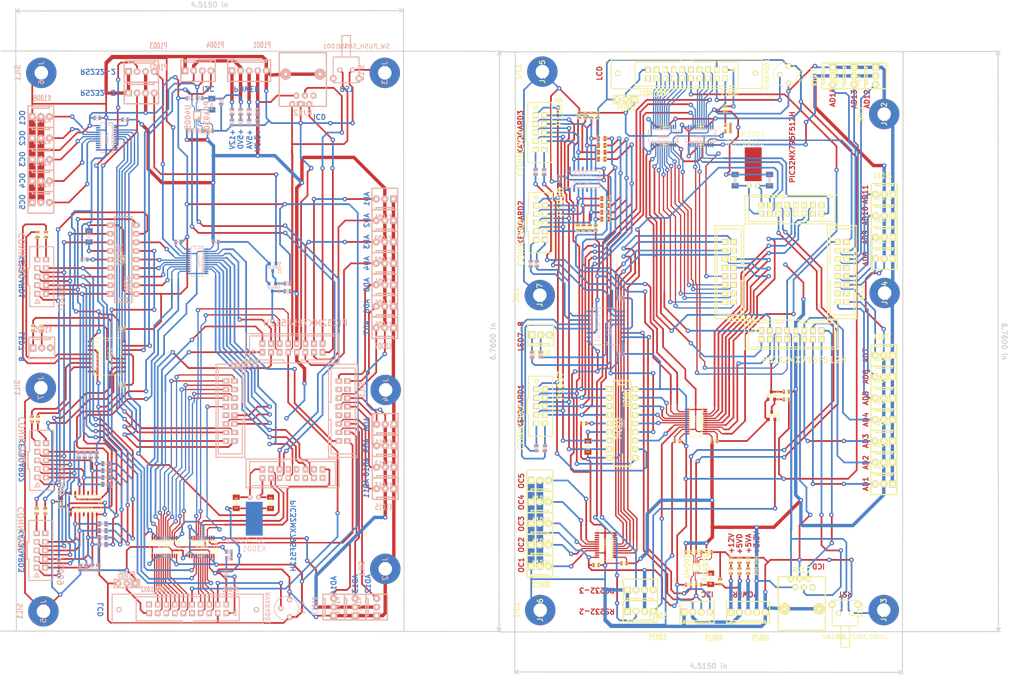
<source format=kicad_pcb>
(kicad_pcb (version 3) (host pcbnew "(2013-07-07 BZR 4022)-stable")
  (layers (15 Dessus.Cu signal) (0 Dessous.Cu signal))
  (net 0 "")
  (net 1 +12V)
  (net 2 +3.3V)
  (net 3 +5VA)
  (net 4 +5VD)
  (net 5 /5vto3v3//BCE)
  (net 6 /5vto3v3//BKOE)
  (net 7 /5vto3v3//BRD)
  (net 8 /5vto3v3//BWR)
  (net 9 /5vto3v3//CE)
  (net 10 /5vto3v3//KOE)
  (net 11 /5vto3v3//RD)
  (net 12 /5vto3v3//WR)
  (net 13 /5vto3v3/BCD)
  (net 14 /5vto3v3/BKAV)
  (net 15 /5vto3v3/BKDA)
  (net 16 /5vto3v3/BKDB)
  (net 17 /5vto3v3/BKDC)
  (net 18 /5vto3v3/BKDD)
  (net 19 /5vto3v3/BKDE)
  (net 20 /5vto3v3/BKDF)
  (net 21 /5vto3v3/BOC1)
  (net 22 /5vto3v3/BOC2)
  (net 23 /5vto3v3/BOC3)
  (net 24 /5vto3v3/BOC4)
  (net 25 /5vto3v3/BOC5)
  (net 26 /5vto3v3/CD)
  (net 27 /5vto3v3/CONTRASTE)
  (net 28 /5vto3v3/D0)
  (net 29 /5vto3v3/D1)
  (net 30 /5vto3v3/D2)
  (net 31 /5vto3v3/D3)
  (net 32 /5vto3v3/D4)
  (net 33 /5vto3v3/D5)
  (net 34 /5vto3v3/D6)
  (net 35 /5vto3v3/D7)
  (net 36 /5vto3v3/KAV)
  (net 37 /5vto3v3/KDA)
  (net 38 /5vto3v3/KDB)
  (net 39 /5vto3v3/KDC)
  (net 40 /5vto3v3/KDD)
  (net 41 /5vto3v3/KDE)
  (net 42 /5vto3v3/KDF)
  (net 43 /5vto3v3/OC1)
  (net 44 /5vto3v3/OC2)
  (net 45 /5vto3v3/OC3)
  (net 46 /5vto3v3/OC4)
  (net 47 /5vto3v3/OC5)
  (net 48 /5vto3v3/SCL1)
  (net 49 /5vto3v3/SDA1)
  (net 50 /5vto3v3/U2RX)
  (net 51 /5vto3v3/U2RX-5V)
  (net 52 /5vto3v3/U2TX)
  (net 53 /5vto3v3/U2TX-5V)
  (net 54 /5vto3v3/U3RX)
  (net 55 /5vto3v3/U3RX-5V)
  (net 56 /5vto3v3/U3TX)
  (net 57 /5vto3v3/U3TX-5V)
  (net 58 /BD0)
  (net 59 /BD1)
  (net 60 /BD2)
  (net 61 /BD3)
  (net 62 /BD4)
  (net 63 /BD5)
  (net 64 /BD6)
  (net 65 /BD7)
  (net 66 /FS)
  (net 67 "/INTERFACE BOARD/LED1")
  (net 68 "/INTERFACE BOARD/LED2")
  (net 69 "/INTERFACE BOARD/LED3")
  (net 70 "/INTERFACE BOARD/LED4")
  (net 71 "/INTERFACE BOARD/LED5")
  (net 72 "/INTERFACE BOARD/LED6")
  (net 73 "/INTERFACE BOARD/LED7")
  (net 74 "/INTERFACE BOARD/LED8")
  (net 75 "/INTERFACE BOARD/SCL")
  (net 76 "/INTERFACE BOARD/SDA")
  (net 77 "/INTERFACE BOARD/X1")
  (net 78 "/INTERFACE BOARD/X2")
  (net 79 "/INTERFACE BOARD/X3")
  (net 80 "/INTERFACE BOARD/X4")
  (net 81 "/INTERFACE BOARD/Y1")
  (net 82 "/INTERFACE BOARD/Y1A")
  (net 83 "/INTERFACE BOARD/Y1B")
  (net 84 "/INTERFACE BOARD/Y2")
  (net 85 "/INTERFACE BOARD/Y2A")
  (net 86 "/INTERFACE BOARD/Y2B")
  (net 87 "/INTERFACE BOARD/Y3")
  (net 88 "/INTERFACE BOARD/Y3A")
  (net 89 "/INTERFACE BOARD/Y3B")
  (net 90 "/INTERFACE BOARD/Y4")
  (net 91 "/INTERFACE BOARD/Y4A")
  (net 92 "/INTERFACE BOARD/Y4B")
  (net 93 /PIC32/ADC1)
  (net 94 /PIC32/ADC10)
  (net 95 /PIC32/ADC11)
  (net 96 /PIC32/ADC12)
  (net 97 /PIC32/ADC13)
  (net 98 /PIC32/ADC14)
  (net 99 /PIC32/ADC2)
  (net 100 /PIC32/ADC3)
  (net 101 /PIC32/ADC4)
  (net 102 /PIC32/ADC5)
  (net 103 /PIC32/ADC6)
  (net 104 /PIC32/ADC7)
  (net 105 /PIC32/ADC8)
  (net 106 /PIC32/ADC9)
  (net 107 /PIC32/PGEC1)
  (net 108 /PIC32/PGED1)
  (net 109 /PIC32/RST)
  (net 110 GND)
  (net 111 N-00000115)
  (net 112 N-00000116)
  (net 113 N-0000013)
  (net 114 N-00000136)
  (net 115 N-00000142)
  (net 116 N-00000143)
  (net 117 N-00000145)
  (net 118 N-00000146)
  (net 119 N-00000147)
  (net 120 N-00000148)
  (net 121 N-00000149)
  (net 122 N-00000150)
  (net 123 N-00000151)
  (net 124 N-00000152)
  (net 125 N-00000153)
  (net 126 N-00000154)
  (net 127 N-00000155)
  (net 128 N-000003)
  (net 129 N-0000087)
  (net 130 N-0000088)
  (net 131 N-0000091)
  (module RV3 (layer Dessous.Cu) (at 100.457 184.277 270)
    (fp_text reference RVAR4001)
    (fp_text value 4.7k)
    (pad 1 thru_hole circle (at -2.54 -1.27 270) (size 1.524 1.524) (drill 0.8128) (layers *.Cu *.Mask Dessous.SilkS) (net 110 GND))
    (pad 3 thru_hole circle (at 0 1.27 270) (size 1.524 1.524) (drill 0.8128) (layers *.Cu *.Mask Dessous.SilkS) (net 27 /5vto3v3/CONTRASTE))
    (pad 2 thru_hole circle (at 2.54 -1.27 270) (size 1.524 1.524) (drill 0.8128) (layers *.Cu *.Mask Dessous.SilkS) (net 4 +5VD))
  )
  (module SM0603_Resistor (layer Dessous.Cu) (at 83.82 169.418 180)
    (fp_text reference R4001)
    (fp_text value 1K hide)
    (pad 1 smd rect (at -0.762 0 180) (size 0.635 1.143) (layers Dessous.Cu Dessous.Pate Dessous.Masque) (net 116 N-00000143))
    (pad 2 smd rect (at 0.762 0 180) (size 0.635 1.143) (layers Dessous.Cu Dessous.Pate Dessous.Masque) (net 110 GND))
  )
  (module SOT23 (layer Dessous.Cu) (at 96.774 83.312)
    (fp_text reference Q4002)
    (fp_text value BSS123)
    (pad 3 smd rect (at 0 1.09982) (size 0.8001 1.00076) (layers Dessous.Cu Dessous.Pate Dessous.Masque) (net 114 N-00000136))
    (pad 2 smd rect (at 0.9525 -1.09982) (size 0.8001 1.00076) (layers Dessous.Cu Dessous.Pate Dessous.Masque) (net 55 /5vto3v3/U3RX-5V))
    (pad 1 smd rect (at -0.9525 -1.09982) (size 0.8001 1.00076) (layers Dessous.Cu Dessous.Pate Dessous.Masque) (net 110 GND))
  )
  (module SOT23 (layer Dessous.Cu) (at 96.647 89.281)
    (fp_text reference Q4001)
    (fp_text value BSS123)
    (pad 3 smd rect (at 0 1.09982) (size 0.8001 1.00076) (layers Dessous.Cu Dessous.Pate Dessous.Masque) (net 54 /5vto3v3/U3RX))
    (pad 2 smd rect (at 0.9525 -1.09982) (size 0.8001 1.00076) (layers Dessous.Cu Dessous.Pate Dessous.Masque) (net 114 N-00000136))
    (pad 1 smd rect (at -0.9525 -1.09982) (size 0.8001 1.00076) (layers Dessous.Cu Dessous.Pate Dessous.Masque) (net 110 GND))
  )
  (module KK-3 (layer Dessous.Cu) (at 30.988 107.188 180)
    (fp_text reference K1020)
    (fp_text value CONN_3 hide)
    (pad 1 thru_hole rect (at 5.08 0 180) (size 1.89992 2.10058) (drill 1.00076) (layers *.Cu *.Mask Dessous.SilkS) (net 74 "/INTERFACE BOARD/LED8"))
    (pad 2 thru_hole circle (at 2.54 0 180) (size 2.10058 2.10058) (drill 0.89916) (layers *.Cu *.Mask Dessous.SilkS) (net 73 "/INTERFACE BOARD/LED7"))
    (pad 3 thru_hole circle (at 0 0 180) (size 2.10058 2.10058) (drill 0.89916) (layers *.Cu *.Mask Dessous.SilkS))
  )
  (module QTZ32KHZ (layer Dessous.Cu) (at 90.043 153.924)
    (fp_text reference X3001)
    (fp_text value 32.768khz)
    (pad 1 thru_hole circle (at 0 -2.54) (size 1.4 1.4) (drill 0.6) (layers *.Cu *.Mask Dessous.SilkS) (net 112 N-00000116))
    (pad 2 thru_hole circle (at 2.54 -2.54) (size 1.4 1.4) (drill 0.6) (layers *.Cu *.Mask Dessous.SilkS) (net 111 N-00000115))
    (pad 3 smd rect (at 1.27 3.81) (size 5 10) (layers Dessous.Cu Dessous.Pate Dessous.Masque))
  )
  (module SW (layer Dessous.Cu) (at 122.301 24.892 180)
    (fp_text reference SW1001)
    (fp_text value SW_PUSH_SMALL)
    (pad 1 thru_hole circle (at 1.905 0 180) (size 1.50114 1.50114) (drill 0.8001) (layers *.Cu *.Mask Dessous.SilkS) (net 110 GND))
    (pad 2 thru_hole circle (at 5.715 0 180) (size 1.50114 1.50114) (drill 0.8001) (layers *.Cu *.Mask Dessous.SilkS) (net 109 /PIC32/RST))
    (pad 3 thru_hole circle (at 0 -2.54 180) (size 1.99898 1.99898) (drill 1.00076) (layers *.Cu *.Mask Dessous.SilkS))
    (pad 4 thru_hole circle (at 7.62 -2.54 180) (size 1.99898 1.99898) (drill 1.00076) (layers *.Cu *.Mask Dessous.SilkS))
  )
  (module COLONETTE (layer Dessous.Cu) (at 28.321 25.781 270)
    (fp_text reference J1006)
    (fp_text value SIL1)
    (pad 1 thru_hole circle (at 0 0 270) (size 8.99922 8.99922) (drill 4.0005) (layers *.Cu) (net 110 GND))
  )
  (module COLONETTE (layer Dessous.Cu) (at 28.956 185.166 270)
    (fp_text reference J1005)
    (fp_text value SIL1)
    (pad 1 thru_hole circle (at 0 0 270) (size 8.99922 8.99922) (drill 4.0005) (layers *.Cu) (net 110 GND))
  )
  (module COLONETTE (layer Dessous.Cu) (at 130.048 172.593 270)
    (fp_text reference J1002)
    (fp_text value SIL1)
    (pad 1 thru_hole circle (at 0 0 270) (size 8.99922 8.99922) (drill 4.0005) (layers *.Cu) (net 110 GND))
  )
  (module COLONETTE (layer Dessous.Cu) (at 129.921 25.781 270)
    (fp_text reference J1003)
    (fp_text value SIL1)
    (pad 1 thru_hole circle (at 0 0 270) (size 8.99922 8.99922) (drill 4.0005) (layers *.Cu) (net 110 GND))
  )
  (module COLONETTE (layer Dessous.Cu) (at 130.175 119.634 270)
    (fp_text reference J1004)
    (fp_text value SIL1)
    (pad 1 thru_hole circle (at 0 0 270) (size 8.99922 8.99922) (drill 4.0005) (layers *.Cu) (net 110 GND))
  )
  (module COLONETTE (layer Dessous.Cu) (at 28.194 118.999 270)
    (fp_text reference J1007)
    (fp_text value SIL1)
    (pad 1 thru_hole circle (at 0 0 270) (size 8.99922 8.99922) (drill 4.0005) (layers *.Cu) (net 110 GND))
  )
  (module DIP-18__300_ELL (layer Dessous.Cu) (at 52.578 81.026 90)
    (fp_text reference U2001)
    (fp_text value 74C922)
    (pad 1 thru_hole rect (at -10.16 -3.81 90) (size 1.5748 2.286) (drill 0.8128) (layers *.Cu *.Mask Dessous.SilkS) (net 81 "/INTERFACE BOARD/Y1"))
    (pad 2 thru_hole oval (at -7.62 -3.81 90) (size 1.5748 2.286) (drill 0.8128) (layers *.Cu *.Mask Dessous.SilkS) (net 84 "/INTERFACE BOARD/Y2"))
    (pad 3 thru_hole oval (at -5.08 -3.81 90) (size 1.5748 2.286) (drill 0.8128) (layers *.Cu *.Mask Dessous.SilkS) (net 87 "/INTERFACE BOARD/Y3"))
    (pad 4 thru_hole oval (at -2.54 -3.81 90) (size 1.5748 2.286) (drill 0.8128) (layers *.Cu *.Mask Dessous.SilkS) (net 90 "/INTERFACE BOARD/Y4"))
    (pad 5 thru_hole oval (at 0 -3.81 90) (size 1.5748 2.286) (drill 0.8128) (layers *.Cu *.Mask Dessous.SilkS) (net 117 N-00000145))
    (pad 6 thru_hole oval (at 2.54 -3.81 90) (size 1.5748 2.286) (drill 0.8128) (layers *.Cu *.Mask Dessous.SilkS) (net 118 N-00000146))
    (pad 7 thru_hole oval (at 5.08 -3.81 90) (size 1.5748 2.286) (drill 0.8128) (layers *.Cu *.Mask Dessous.SilkS) (net 80 "/INTERFACE BOARD/X4"))
    (pad 8 thru_hole oval (at 7.62 -3.81 90) (size 1.5748 2.286) (drill 0.8128) (layers *.Cu *.Mask Dessous.SilkS) (net 79 "/INTERFACE BOARD/X3"))
    (pad 9 thru_hole oval (at 10.16 -3.81 90) (size 1.5748 2.286) (drill 0.8128) (layers *.Cu *.Mask Dessous.SilkS) (net 110 GND))
    (pad 10 thru_hole oval (at 10.16 3.81 90) (size 1.5748 2.286) (drill 0.8128) (layers *.Cu *.Mask Dessous.SilkS) (net 78 "/INTERFACE BOARD/X2"))
    (pad 11 thru_hole oval (at 7.62 3.81 90) (size 1.5748 2.286) (drill 0.8128) (layers *.Cu *.Mask Dessous.SilkS) (net 77 "/INTERFACE BOARD/X1"))
    (pad 12 thru_hole oval (at 5.08 3.81 90) (size 1.5748 2.286) (drill 0.8128) (layers *.Cu *.Mask Dessous.SilkS) (net 14 /5vto3v3/BKAV))
    (pad 13 thru_hole oval (at 2.54 3.81 90) (size 1.5748 2.286) (drill 0.8128) (layers *.Cu *.Mask Dessous.SilkS) (net 6 /5vto3v3//BKOE))
    (pad 14 thru_hole oval (at 0 3.81 90) (size 1.5748 2.286) (drill 0.8128) (layers *.Cu *.Mask Dessous.SilkS) (net 18 /5vto3v3/BKDD))
    (pad 15 thru_hole oval (at -2.54 3.81 90) (size 1.5748 2.286) (drill 0.8128) (layers *.Cu *.Mask Dessous.SilkS) (net 17 /5vto3v3/BKDC))
    (pad 16 thru_hole oval (at -5.08 3.81 90) (size 1.5748 2.286) (drill 0.8128) (layers *.Cu *.Mask Dessous.SilkS) (net 16 /5vto3v3/BKDB))
    (pad 17 thru_hole oval (at -7.62 3.81 90) (size 1.5748 2.286) (drill 0.8128) (layers *.Cu *.Mask Dessous.SilkS) (net 15 /5vto3v3/BKDA))
    (pad 18 thru_hole oval (at -10.16 3.81 90) (size 1.5748 2.286) (drill 0.8128) (layers *.Cu *.Mask Dessous.SilkS) (net 4 +5VD))
  )
  (module he10-10d (layer Dessous.Cu) (at 28.448 86.106 90)
    (fp_text reference P1007)
    (fp_text value CONN_5X2)
    (pad 1 thru_hole rect (at -5.08 -1.27 90) (size 1.6 1.8) (drill 0.9144) (layers *.Cu *.Mask Dessous.SilkS) (net 77 "/INTERFACE BOARD/X1"))
    (pad 2 thru_hole rect (at -5.08 1.27 90) (size 1.6 1.8) (drill 0.9144) (layers *.Cu *.Mask Dessous.SilkS) (net 81 "/INTERFACE BOARD/Y1"))
    (pad 3 thru_hole rect (at -2.54 -1.27 90) (size 1.6 1.8) (drill 0.9144) (layers *.Cu *.Mask Dessous.SilkS) (net 78 "/INTERFACE BOARD/X2"))
    (pad 4 thru_hole rect (at -2.54 1.27 90) (size 1.6 1.8) (drill 0.9144) (layers *.Cu *.Mask Dessous.SilkS) (net 84 "/INTERFACE BOARD/Y2"))
    (pad 5 thru_hole rect (at 0 -1.27 90) (size 1.6 1.8) (drill 0.9144) (layers *.Cu *.Mask Dessous.SilkS) (net 79 "/INTERFACE BOARD/X3"))
    (pad 6 thru_hole rect (at 0 1.27 90) (size 1.6 1.8) (drill 0.9144) (layers *.Cu *.Mask Dessous.SilkS) (net 87 "/INTERFACE BOARD/Y3"))
    (pad 7 thru_hole rect (at 2.54 -1.27 90) (size 1.6 1.8) (drill 0.9144) (layers *.Cu *.Mask Dessous.SilkS) (net 80 "/INTERFACE BOARD/X4"))
    (pad 8 thru_hole rect (at 2.54 1.27 90) (size 1.6 1.8) (drill 0.9144) (layers *.Cu *.Mask Dessous.SilkS) (net 90 "/INTERFACE BOARD/Y4"))
    (pad 9 thru_hole rect (at 5.08 -1.27 90) (size 1.6 1.8) (drill 0.9144) (layers *.Cu *.Mask Dessous.SilkS) (net 67 "/INTERFACE BOARD/LED1"))
    (pad 10 thru_hole rect (at 5.08 1.27 90) (size 1.6 1.8) (drill 0.9144) (layers *.Cu *.Mask Dessous.SilkS) (net 68 "/INTERFACE BOARD/LED2"))
  )
  (module he10-10d (layer Dessous.Cu) (at 28.448 140.462 90)
    (fp_text reference P1008)
    (fp_text value CONN_5X2)
    (pad 1 thru_hole rect (at -5.08 -1.27 90) (size 1.6 1.8) (drill 0.9144) (layers *.Cu *.Mask Dessous.SilkS) (net 77 "/INTERFACE BOARD/X1"))
    (pad 2 thru_hole rect (at -5.08 1.27 90) (size 1.6 1.8) (drill 0.9144) (layers *.Cu *.Mask Dessous.SilkS) (net 82 "/INTERFACE BOARD/Y1A"))
    (pad 3 thru_hole rect (at -2.54 -1.27 90) (size 1.6 1.8) (drill 0.9144) (layers *.Cu *.Mask Dessous.SilkS) (net 78 "/INTERFACE BOARD/X2"))
    (pad 4 thru_hole rect (at -2.54 1.27 90) (size 1.6 1.8) (drill 0.9144) (layers *.Cu *.Mask Dessous.SilkS) (net 85 "/INTERFACE BOARD/Y2A"))
    (pad 5 thru_hole rect (at 0 -1.27 90) (size 1.6 1.8) (drill 0.9144) (layers *.Cu *.Mask Dessous.SilkS) (net 79 "/INTERFACE BOARD/X3"))
    (pad 6 thru_hole rect (at 0 1.27 90) (size 1.6 1.8) (drill 0.9144) (layers *.Cu *.Mask Dessous.SilkS) (net 88 "/INTERFACE BOARD/Y3A"))
    (pad 7 thru_hole rect (at 2.54 -1.27 90) (size 1.6 1.8) (drill 0.9144) (layers *.Cu *.Mask Dessous.SilkS) (net 80 "/INTERFACE BOARD/X4"))
    (pad 8 thru_hole rect (at 2.54 1.27 90) (size 1.6 1.8) (drill 0.9144) (layers *.Cu *.Mask Dessous.SilkS) (net 91 "/INTERFACE BOARD/Y4A"))
    (pad 9 thru_hole rect (at 5.08 -1.27 90) (size 1.6 1.8) (drill 0.9144) (layers *.Cu *.Mask Dessous.SilkS) (net 69 "/INTERFACE BOARD/LED3"))
    (pad 10 thru_hole rect (at 5.08 1.27 90) (size 1.6 1.8) (drill 0.9144) (layers *.Cu *.Mask Dessous.SilkS) (net 70 "/INTERFACE BOARD/LED4"))
  )
  (module he10-10d (layer Dessous.Cu) (at 28.194 167.132 90)
    (fp_text reference P1009)
    (fp_text value CONN_5X2)
    (pad 1 thru_hole rect (at -5.08 -1.27 90) (size 1.6 1.8) (drill 0.9144) (layers *.Cu *.Mask Dessous.SilkS) (net 77 "/INTERFACE BOARD/X1"))
    (pad 2 thru_hole rect (at -5.08 1.27 90) (size 1.6 1.8) (drill 0.9144) (layers *.Cu *.Mask Dessous.SilkS) (net 83 "/INTERFACE BOARD/Y1B"))
    (pad 3 thru_hole rect (at -2.54 -1.27 90) (size 1.6 1.8) (drill 0.9144) (layers *.Cu *.Mask Dessous.SilkS) (net 78 "/INTERFACE BOARD/X2"))
    (pad 4 thru_hole rect (at -2.54 1.27 90) (size 1.6 1.8) (drill 0.9144) (layers *.Cu *.Mask Dessous.SilkS) (net 86 "/INTERFACE BOARD/Y2B"))
    (pad 5 thru_hole rect (at 0 -1.27 90) (size 1.6 1.8) (drill 0.9144) (layers *.Cu *.Mask Dessous.SilkS) (net 79 "/INTERFACE BOARD/X3"))
    (pad 6 thru_hole rect (at 0 1.27 90) (size 1.6 1.8) (drill 0.9144) (layers *.Cu *.Mask Dessous.SilkS) (net 89 "/INTERFACE BOARD/Y3B"))
    (pad 7 thru_hole rect (at 2.54 -1.27 90) (size 1.6 1.8) (drill 0.9144) (layers *.Cu *.Mask Dessous.SilkS) (net 80 "/INTERFACE BOARD/X4"))
    (pad 8 thru_hole rect (at 2.54 1.27 90) (size 1.6 1.8) (drill 0.9144) (layers *.Cu *.Mask Dessous.SilkS) (net 92 "/INTERFACE BOARD/Y4B"))
    (pad 9 thru_hole rect (at 5.08 -1.27 90) (size 1.6 1.8) (drill 0.9144) (layers *.Cu *.Mask Dessous.SilkS) (net 71 "/INTERFACE BOARD/LED5"))
    (pad 10 thru_hole rect (at 5.08 1.27 90) (size 1.6 1.8) (drill 0.9144) (layers *.Cu *.Mask Dessous.SilkS) (net 72 "/INTERFACE BOARD/LED6"))
  )
  (module HE10_20D (layer Dessous.Cu) (at 71.628 184.404 180)
    (fp_text reference P1006)
    (fp_text value CONN_10X2)
    (pad 1 thru_hole rect (at -11.43 -1.27 180) (size 1.6 1.8) (drill 0.9144) (layers *.Cu *.Mask Dessous.SilkS) (net 113 N-0000013))
    (pad 2 thru_hole rect (at -11.43 1.27 180) (size 1.6 1.8) (drill 0.9144) (layers *.Cu *.Mask Dessous.SilkS) (net 110 GND))
    (pad 3 thru_hole rect (at -8.89 -1.27 180) (size 1.6 1.8) (drill 0.9144) (layers *.Cu *.Mask Dessous.SilkS) (net 4 +5VD))
    (pad 4 thru_hole rect (at -8.89 1.27 180) (size 1.6 1.8) (drill 0.9144) (layers *.Cu *.Mask Dessous.SilkS) (net 27 /5vto3v3/CONTRASTE))
    (pad 5 thru_hole rect (at -6.35 -1.27 180) (size 1.6 1.8) (drill 0.9144) (layers *.Cu *.Mask Dessous.SilkS) (net 8 /5vto3v3//BWR))
    (pad 6 thru_hole rect (at -6.35 1.27 180) (size 1.6 1.8) (drill 0.9144) (layers *.Cu *.Mask Dessous.SilkS) (net 7 /5vto3v3//BRD))
    (pad 7 thru_hole rect (at -3.81 -1.27 180) (size 1.6 1.8) (drill 0.9144) (layers *.Cu *.Mask Dessous.SilkS) (net 5 /5vto3v3//BCE))
    (pad 8 thru_hole rect (at -3.81 1.27 180) (size 1.6 1.8) (drill 0.9144) (layers *.Cu *.Mask Dessous.SilkS) (net 13 /5vto3v3/BCD))
    (pad 9 thru_hole rect (at -1.27 -1.27 180) (size 1.6 1.8) (drill 0.9144) (layers *.Cu *.Mask Dessous.SilkS))
    (pad 10 thru_hole rect (at -1.27 1.27 180) (size 1.6 1.8) (drill 0.9144) (layers *.Cu *.Mask Dessous.SilkS) (net 109 /PIC32/RST))
    (pad 11 thru_hole rect (at 1.27 -1.27 180) (size 1.6 1.8) (drill 0.9144) (layers *.Cu *.Mask Dessous.SilkS) (net 58 /BD0))
    (pad 12 thru_hole rect (at 1.27 1.27 180) (size 1.6 1.8) (drill 0.9144) (layers *.Cu *.Mask Dessous.SilkS) (net 59 /BD1))
    (pad 13 thru_hole rect (at 3.81 -1.27 180) (size 1.6 1.8) (drill 0.9144) (layers *.Cu *.Mask Dessous.SilkS) (net 60 /BD2))
    (pad 14 thru_hole rect (at 3.81 1.27 180) (size 1.6 1.8) (drill 0.9144) (layers *.Cu *.Mask Dessous.SilkS) (net 61 /BD3))
    (pad 15 thru_hole rect (at 6.35 -1.27 180) (size 1.6 1.8) (drill 0.9144) (layers *.Cu *.Mask Dessous.SilkS) (net 62 /BD4))
    (pad 16 thru_hole rect (at 6.35 1.27 180) (size 1.6 1.8) (drill 0.9144) (layers *.Cu *.Mask Dessous.SilkS) (net 63 /BD5))
    (pad 17 thru_hole rect (at 8.89 -1.27 180) (size 1.6 1.8) (drill 0.9144) (layers *.Cu *.Mask Dessous.SilkS) (net 64 /BD6))
    (pad 18 thru_hole rect (at 8.89 1.27 180) (size 1.6 1.8) (drill 0.9144) (layers *.Cu *.Mask Dessous.SilkS) (net 65 /BD7))
    (pad 19 thru_hole rect (at 11.43 -1.27 180) (size 1.6 1.8) (drill 0.9144) (layers *.Cu *.Mask Dessous.SilkS) (net 66 /FS))
    (pad 20 thru_hole rect (at 11.43 1.27 180) (size 1.6 1.8) (drill 0.9144) (layers *.Cu *.Mask Dessous.SilkS))
    (pad "" thru_hole circle (at -20.32 -0.254 180) (size 1.524 1.524) (drill 0.9144) (layers *.Cu *.Mask Dessous.SilkS))
    (pad "" thru_hole circle (at 20.32 -0.254 180) (size 1.524 1.524) (drill 0.9144) (layers *.Cu *.Mask Dessous.SilkS))
  )
  (module KK-3 (layer Dessous.Cu) (at 30.734 51.435 180)
    (fp_text reference K1010)
    (fp_text value CONN_3 hide)
    (pad 1 thru_hole rect (at 5.08 0 180) (size 1.89992 2.10058) (drill 1.00076) (layers *.Cu *.Mask Dessous.SilkS) (net 110 GND))
    (pad 2 thru_hole circle (at 2.54 0 180) (size 2.10058 2.10058) (drill 0.89916) (layers *.Cu *.Mask Dessous.SilkS) (net 4 +5VD))
    (pad 3 thru_hole circle (at 0 0 180) (size 2.10058 2.10058) (drill 0.89916) (layers *.Cu *.Mask Dessous.SilkS) (net 23 /5vto3v3/BOC3))
  )
  (module KK-3 (layer Dessous.Cu) (at 30.734 64.135 180)
    (fp_text reference K1019)
    (fp_text value CONN_3 hide)
    (pad 1 thru_hole rect (at 5.08 0 180) (size 1.89992 2.10058) (drill 1.00076) (layers *.Cu *.Mask Dessous.SilkS) (net 110 GND))
    (pad 2 thru_hole circle (at 2.54 0 180) (size 2.10058 2.10058) (drill 0.89916) (layers *.Cu *.Mask Dessous.SilkS) (net 4 +5VD))
    (pad 3 thru_hole circle (at 0 0 180) (size 2.10058 2.10058) (drill 0.89916) (layers *.Cu *.Mask Dessous.SilkS) (net 25 /5vto3v3/BOC5))
  )
  (module KK-3 (layer Dessous.Cu) (at 30.734 45.085 180)
    (fp_text reference K1009)
    (fp_text value CONN_3 hide)
    (pad 1 thru_hole rect (at 5.08 0 180) (size 1.89992 2.10058) (drill 1.00076) (layers *.Cu *.Mask Dessous.SilkS) (net 110 GND))
    (pad 2 thru_hole circle (at 2.54 0 180) (size 2.10058 2.10058) (drill 0.89916) (layers *.Cu *.Mask Dessous.SilkS) (net 4 +5VD))
    (pad 3 thru_hole circle (at 0 0 180) (size 2.10058 2.10058) (drill 0.89916) (layers *.Cu *.Mask Dessous.SilkS) (net 22 /5vto3v3/BOC2))
  )
  (module KK-3 (layer Dessous.Cu) (at 127.381 63.119)
    (fp_text reference K1001)
    (fp_text value CONN_3 hide)
    (pad 1 thru_hole rect (at 5.08 0) (size 1.89992 2.10058) (drill 1.00076) (layers *.Cu *.Mask Dessous.SilkS) (net 110 GND))
    (pad 2 thru_hole circle (at 2.54 0) (size 2.10058 2.10058) (drill 0.89916) (layers *.Cu *.Mask Dessous.SilkS) (net 2 +3.3V))
    (pad 3 thru_hole circle (at 0 0) (size 2.10058 2.10058) (drill 0.89916) (layers *.Cu *.Mask Dessous.SilkS) (net 93 /PIC32/ADC1))
  )
  (module KK-3 (layer Dessous.Cu) (at 127.381 69.469)
    (fp_text reference K1002)
    (fp_text value CONN_3 hide)
    (pad 1 thru_hole rect (at 5.08 0) (size 1.89992 2.10058) (drill 1.00076) (layers *.Cu *.Mask Dessous.SilkS) (net 110 GND))
    (pad 2 thru_hole circle (at 2.54 0) (size 2.10058 2.10058) (drill 0.89916) (layers *.Cu *.Mask Dessous.SilkS) (net 2 +3.3V))
    (pad 3 thru_hole circle (at 0 0) (size 2.10058 2.10058) (drill 0.89916) (layers *.Cu *.Mask Dessous.SilkS) (net 99 /PIC32/ADC2))
  )
  (module KK-3 (layer Dessous.Cu) (at 127.381 75.819)
    (fp_text reference K1003)
    (fp_text value CONN_3 hide)
    (pad 1 thru_hole rect (at 5.08 0) (size 1.89992 2.10058) (drill 1.00076) (layers *.Cu *.Mask Dessous.SilkS) (net 110 GND))
    (pad 2 thru_hole circle (at 2.54 0) (size 2.10058 2.10058) (drill 0.89916) (layers *.Cu *.Mask Dessous.SilkS) (net 2 +3.3V))
    (pad 3 thru_hole circle (at 0 0) (size 2.10058 2.10058) (drill 0.89916) (layers *.Cu *.Mask Dessous.SilkS) (net 100 /PIC32/ADC3))
  )
  (module KK-3 (layer Dessous.Cu) (at 127.381 88.519)
    (fp_text reference K1005)
    (fp_text value CONN_3 hide)
    (pad 1 thru_hole rect (at 5.08 0) (size 1.89992 2.10058) (drill 1.00076) (layers *.Cu *.Mask Dessous.SilkS) (net 110 GND))
    (pad 2 thru_hole circle (at 2.54 0) (size 2.10058 2.10058) (drill 0.89916) (layers *.Cu *.Mask Dessous.SilkS) (net 2 +3.3V))
    (pad 3 thru_hole circle (at 0 0) (size 2.10058 2.10058) (drill 0.89916) (layers *.Cu *.Mask Dessous.SilkS) (net 102 /PIC32/ADC5))
  )
  (module KK-3 (layer Dessous.Cu) (at 127.381 94.869)
    (fp_text reference K1006)
    (fp_text value CONN_3 hide)
    (pad 1 thru_hole rect (at 5.08 0) (size 1.89992 2.10058) (drill 1.00076) (layers *.Cu *.Mask Dessous.SilkS) (net 110 GND))
    (pad 2 thru_hole circle (at 2.54 0) (size 2.10058 2.10058) (drill 0.89916) (layers *.Cu *.Mask Dessous.SilkS) (net 2 +3.3V))
    (pad 3 thru_hole circle (at 0 0) (size 2.10058 2.10058) (drill 0.89916) (layers *.Cu *.Mask Dessous.SilkS) (net 103 /PIC32/ADC6))
  )
  (module KK-3 (layer Dessous.Cu) (at 127.381 101.219)
    (fp_text reference K1007)
    (fp_text value CONN_3 hide)
    (pad 1 thru_hole rect (at 5.08 0) (size 1.89992 2.10058) (drill 1.00076) (layers *.Cu *.Mask Dessous.SilkS) (net 110 GND))
    (pad 2 thru_hole circle (at 2.54 0) (size 2.10058 2.10058) (drill 0.89916) (layers *.Cu *.Mask Dessous.SilkS) (net 2 +3.3V))
    (pad 3 thru_hole circle (at 0 0) (size 2.10058 2.10058) (drill 0.89916) (layers *.Cu *.Mask Dessous.SilkS) (net 104 /PIC32/ADC7))
  )
  (module KK-3 (layer Dessous.Cu) (at 127.508 129.794)
    (fp_text reference K1011)
    (fp_text value CONN_3 hide)
    (pad 1 thru_hole rect (at 5.08 0) (size 1.89992 2.10058) (drill 1.00076) (layers *.Cu *.Mask Dessous.SilkS) (net 110 GND))
    (pad 2 thru_hole circle (at 2.54 0) (size 2.10058 2.10058) (drill 0.89916) (layers *.Cu *.Mask Dessous.SilkS) (net 2 +3.3V))
    (pad 3 thru_hole circle (at 0 0) (size 2.10058 2.10058) (drill 0.89916) (layers *.Cu *.Mask Dessous.SilkS) (net 105 /PIC32/ADC8))
  )
  (module KK-3 (layer Dessous.Cu) (at 127.508 136.144)
    (fp_text reference K1012)
    (fp_text value CONN_3 hide)
    (pad 1 thru_hole rect (at 5.08 0) (size 1.89992 2.10058) (drill 1.00076) (layers *.Cu *.Mask Dessous.SilkS) (net 110 GND))
    (pad 2 thru_hole circle (at 2.54 0) (size 2.10058 2.10058) (drill 0.89916) (layers *.Cu *.Mask Dessous.SilkS) (net 2 +3.3V))
    (pad 3 thru_hole circle (at 0 0) (size 2.10058 2.10058) (drill 0.89916) (layers *.Cu *.Mask Dessous.SilkS) (net 106 /PIC32/ADC9))
  )
  (module KK-3 (layer Dessous.Cu) (at 127.508 142.494)
    (fp_text reference K1013)
    (fp_text value CONN_3 hide)
    (pad 1 thru_hole rect (at 5.08 0) (size 1.89992 2.10058) (drill 1.00076) (layers *.Cu *.Mask Dessous.SilkS) (net 110 GND))
    (pad 2 thru_hole circle (at 2.54 0) (size 2.10058 2.10058) (drill 0.89916) (layers *.Cu *.Mask Dessous.SilkS) (net 2 +3.3V))
    (pad 3 thru_hole circle (at 0 0) (size 2.10058 2.10058) (drill 0.89916) (layers *.Cu *.Mask Dessous.SilkS) (net 94 /PIC32/ADC10))
  )
  (module KK-3 (layer Dessous.Cu) (at 127.508 181.356 270)
    (fp_text reference K1014)
    (fp_text value CONN_3 hide)
    (pad 1 thru_hole rect (at 5.08 0 270) (size 1.89992 2.10058) (drill 1.00076) (layers *.Cu *.Mask Dessous.SilkS) (net 110 GND))
    (pad 2 thru_hole circle (at 2.54 0 270) (size 2.10058 2.10058) (drill 0.89916) (layers *.Cu *.Mask Dessous.SilkS) (net 2 +3.3V))
    (pad 3 thru_hole circle (at 0 0 270) (size 2.10058 2.10058) (drill 0.89916) (layers *.Cu *.Mask Dessous.SilkS) (net 96 /PIC32/ADC12))
  )
  (module KK-3 (layer Dessous.Cu) (at 127.508 148.844)
    (fp_text reference K1015)
    (fp_text value CONN_3 hide)
    (pad 1 thru_hole rect (at 5.08 0) (size 1.89992 2.10058) (drill 1.00076) (layers *.Cu *.Mask Dessous.SilkS) (net 110 GND))
    (pad 2 thru_hole circle (at 2.54 0) (size 2.10058 2.10058) (drill 0.89916) (layers *.Cu *.Mask Dessous.SilkS) (net 2 +3.3V))
    (pad 3 thru_hole circle (at 0 0) (size 2.10058 2.10058) (drill 0.89916) (layers *.Cu *.Mask Dessous.SilkS) (net 95 /PIC32/ADC11))
  )
  (module KK-3 (layer Dessous.Cu) (at 121.158 181.356 270)
    (fp_text reference K1016)
    (fp_text value CONN_3 hide)
    (pad 1 thru_hole rect (at 5.08 0 270) (size 1.89992 2.10058) (drill 1.00076) (layers *.Cu *.Mask Dessous.SilkS) (net 110 GND))
    (pad 2 thru_hole circle (at 2.54 0 270) (size 2.10058 2.10058) (drill 0.89916) (layers *.Cu *.Mask Dessous.SilkS) (net 2 +3.3V))
    (pad 3 thru_hole circle (at 0 0 270) (size 2.10058 2.10058) (drill 0.89916) (layers *.Cu *.Mask Dessous.SilkS) (net 97 /PIC32/ADC13))
  )
  (module KK-3 (layer Dessous.Cu) (at 114.808 181.356 270)
    (fp_text reference K1017)
    (fp_text value CONN_3 hide)
    (pad 1 thru_hole rect (at 5.08 0 270) (size 1.89992 2.10058) (drill 1.00076) (layers *.Cu *.Mask Dessous.SilkS) (net 110 GND))
    (pad 2 thru_hole circle (at 2.54 0 270) (size 2.10058 2.10058) (drill 0.89916) (layers *.Cu *.Mask Dessous.SilkS) (net 2 +3.3V))
    (pad 3 thru_hole circle (at 0 0 270) (size 2.10058 2.10058) (drill 0.89916) (layers *.Cu *.Mask Dessous.SilkS) (net 98 /PIC32/ADC14))
  )
  (module KK-3 (layer Dessous.Cu) (at 30.734 38.735 180)
    (fp_text reference K1008)
    (fp_text value CONN_3 hide)
    (pad 1 thru_hole rect (at 5.08 0 180) (size 1.89992 2.10058) (drill 1.00076) (layers *.Cu *.Mask Dessous.SilkS) (net 110 GND))
    (pad 2 thru_hole circle (at 2.54 0 180) (size 2.10058 2.10058) (drill 0.89916) (layers *.Cu *.Mask Dessous.SilkS) (net 4 +5VD))
    (pad 3 thru_hole circle (at 0 0 180) (size 2.10058 2.10058) (drill 0.89916) (layers *.Cu *.Mask Dessous.SilkS) (net 21 /5vto3v3/BOC1))
  )
  (module KK-3 (layer Dessous.Cu) (at 30.734 57.785 180)
    (fp_text reference K1018)
    (fp_text value CONN_3 hide)
    (pad 1 thru_hole rect (at 5.08 0 180) (size 1.89992 2.10058) (drill 1.00076) (layers *.Cu *.Mask Dessous.SilkS) (net 110 GND))
    (pad 2 thru_hole circle (at 2.54 0 180) (size 2.10058 2.10058) (drill 0.89916) (layers *.Cu *.Mask Dessous.SilkS) (net 4 +5VD))
    (pad 3 thru_hole circle (at 0 0 180) (size 2.10058 2.10058) (drill 0.89916) (layers *.Cu *.Mask Dessous.SilkS) (net 24 /5vto3v3/BOC4))
  )
  (module KK-3 (layer Dessous.Cu) (at 127.381 82.169)
    (fp_text reference K1004)
    (fp_text value CONN_3 hide)
    (pad 1 thru_hole rect (at 5.08 0) (size 1.89992 2.10058) (drill 1.00076) (layers *.Cu *.Mask Dessous.SilkS) (net 110 GND))
    (pad 2 thru_hole circle (at 2.54 0) (size 2.10058 2.10058) (drill 0.89916) (layers *.Cu *.Mask Dessous.SilkS) (net 2 +3.3V))
    (pad 3 thru_hole circle (at 0 0) (size 2.10058 2.10058) (drill 0.89916) (layers *.Cu *.Mask Dessous.SilkS) (net 101 /PIC32/ADC4))
  )
  (module KK-5 (layer Dessous.Cu) (at 92.329 25.146 180)
    (fp_text reference P1001)
    (fp_text value CONN_5 hide)
    (pad 5 thru_hole circle (at -2.54 0 180) (size 1.99898 1.99898) (drill 1.00076) (layers *.Cu *.Mask Dessous.SilkS) (net 110 GND))
    (pad 1 thru_hole rect (at 7.62 0 180) (size 1.99898 1.99898) (drill 1.00076) (layers *.Cu *.Mask Dessous.SilkS) (net 1 +12V))
    (pad 2 thru_hole circle (at 5.08 0 180) (size 1.99898 1.99898) (drill 1.00076) (layers *.Cu *.Mask Dessous.SilkS) (net 4 +5VD))
    (pad 3 thru_hole circle (at 2.54 0 180) (size 1.99898 1.99898) (drill 1.00076) (layers *.Cu *.Mask Dessous.SilkS) (net 3 +5VA))
    (pad 4 thru_hole circle (at 0 0 180) (size 1.99898 1.99898) (drill 1.00076) (layers *.Cu *.Mask Dessous.SilkS) (net 2 +3.3V))
  )
  (module PIC32½64 (layer Dessous.Cu) (at 93.726 105.918)
    (fp_text reference U3001)
    (fp_text value PIC32MX795F512H)
    (pad 15 thru_hole rect (at 17.78 2.54254 90) (size 1.89992 1.6002) (drill 0.8001) (layers *.Cu *.Mask Dessous.SilkS) (net 107 /PIC32/PGEC1))
    (pad 16 thru_hole rect (at 17.78 0.00254 90) (size 1.89992 1.6002) (drill 0.8001) (layers *.Cu *.Mask Dessous.SilkS) (net 108 /PIC32/PGED1))
    (pad 13 thru_hole rect (at 15.24 2.54254 90) (size 1.89992 1.6002) (drill 0.8001) (layers *.Cu *.Mask Dessous.SilkS) (net 99 /PIC32/ADC2))
    (pad 14 thru_hole rect (at 15.24 0.00254 90) (size 1.89992 1.6002) (drill 0.8001) (layers *.Cu *.Mask Dessous.SilkS) (net 93 /PIC32/ADC1))
    (pad 11 thru_hole rect (at 12.7 2.54254 90) (size 1.89992 1.6002) (drill 0.8001) (layers *.Cu *.Mask Dessous.SilkS) (net 101 /PIC32/ADC4))
    (pad 12 thru_hole rect (at 12.7 0.00254 90) (size 1.89992 1.6002) (drill 0.8001) (layers *.Cu *.Mask Dessous.SilkS) (net 100 /PIC32/ADC3))
    (pad 9 thru_hole rect (at 10.16 2.54254 90) (size 1.89992 1.6002) (drill 0.8001) (layers *.Cu *.Mask Dessous.SilkS) (net 110 GND))
    (pad 10 thru_hole rect (at 10.16 0.00254 90) (size 1.89992 1.6002) (drill 0.8001) (layers *.Cu *.Mask Dessous.SilkS) (net 2 +3.3V))
    (pad 7 thru_hole rect (at 7.62 2.54254 90) (size 1.89992 1.6002) (drill 0.8001) (layers *.Cu *.Mask Dessous.SilkS) (net 109 /PIC32/RST))
    (pad 8 thru_hole rect (at 7.62 0.00254 90) (size 1.89992 1.6002) (drill 0.8001) (layers *.Cu *.Mask Dessous.SilkS) (net 10 /5vto3v3//KOE))
    (pad 5 thru_hole rect (at 5.08 2.54254 90) (size 1.89992 1.6002) (drill 0.8001) (layers *.Cu *.Mask Dessous.SilkS) (net 54 /5vto3v3/U3RX))
    (pad 6 thru_hole rect (at 5.08 0.00254 90) (size 1.89992 1.6002) (drill 0.8001) (layers *.Cu *.Mask Dessous.SilkS) (net 56 /5vto3v3/U3TX))
    (pad 3 thru_hole rect (at 2.54 2.54254 90) (size 1.89992 1.6002) (drill 0.8001) (layers *.Cu *.Mask Dessous.SilkS) (net 35 /5vto3v3/D7))
    (pad 4 thru_hole rect (at 2.54 0.00254 90) (size 1.89992 1.6002) (drill 0.8001) (layers *.Cu *.Mask Dessous.SilkS) (net 36 /5vto3v3/KAV))
    (pad 1 thru_hole rect (at 0 2.54254 90) (size 1.89992 1.6002) (drill 0.8001) (layers *.Cu *.Mask Dessous.SilkS) (net 33 /5vto3v3/D5))
    (pad 2 thru_hole rect (at 0 0.00254 90) (size 1.89992 1.6002) (drill 0.8001) (layers *.Cu *.Mask Dessous.SilkS) (net 34 /5vto3v3/D6))
    (pad 34 thru_hole rect (at 17.78 39.751 90) (size 1.89992 1.6002) (drill 0.8001) (layers *.Cu *.Mask Dessous.SilkS))
    (pad 33 thru_hole rect (at 17.78 37.211 90) (size 1.89992 1.6002) (drill 0.8001) (layers *.Cu *.Mask Dessous.SilkS) (net 9 /5vto3v3//CE))
    (pad 36 thru_hole rect (at 15.24 39.751 90) (size 1.89992 1.6002) (drill 0.8001) (layers *.Cu *.Mask Dessous.SilkS) (net 41 /5vto3v3/KDE))
    (pad 35 thru_hole rect (at 15.24 37.211 90) (size 1.89992 1.6002) (drill 0.8001) (layers *.Cu *.Mask Dessous.SilkS))
    (pad 38 thru_hole rect (at 12.7 39.751 90) (size 1.89992 1.6002) (drill 0.8001) (layers *.Cu *.Mask Dessous.SilkS))
    (pad 37 thru_hole rect (at 12.7 37.211 90) (size 1.89992 1.6002) (drill 0.8001) (layers *.Cu *.Mask Dessous.SilkS) (net 42 /5vto3v3/KDF))
    (pad 40 thru_hole rect (at 10.16 39.751 90) (size 1.89992 1.6002) (drill 0.8001) (layers *.Cu *.Mask Dessous.SilkS))
    (pad 39 thru_hole rect (at 10.16 37.211 90) (size 1.89992 1.6002) (drill 0.8001) (layers *.Cu *.Mask Dessous.SilkS))
    (pad 42 thru_hole rect (at 7.62 39.751 90) (size 1.89992 1.6002) (drill 0.8001) (layers *.Cu *.Mask Dessous.SilkS) (net 40 /5vto3v3/KDD))
    (pad 41 thru_hole rect (at 7.62 37.211 90) (size 1.89992 1.6002) (drill 0.8001) (layers *.Cu *.Mask Dessous.SilkS))
    (pad 44 thru_hole rect (at 5.08 39.751 90) (size 1.89992 1.6002) (drill 0.8001) (layers *.Cu *.Mask Dessous.SilkS) (net 48 /5vto3v3/SCL1))
    (pad 43 thru_hole rect (at 5.08 37.211 90) (size 1.89992 1.6002) (drill 0.8001) (layers *.Cu *.Mask Dessous.SilkS) (net 49 /5vto3v3/SDA1))
    (pad 46 thru_hole rect (at 2.54 39.751 90) (size 1.89992 1.6002) (drill 0.8001) (layers *.Cu *.Mask Dessous.SilkS) (net 43 /5vto3v3/OC1))
    (pad 45 thru_hole rect (at 2.54 37.211 90) (size 1.89992 1.6002) (drill 0.8001) (layers *.Cu *.Mask Dessous.SilkS) (net 26 /5vto3v3/CD))
    (pad 48 thru_hole rect (at 0 39.751 90) (size 1.89992 1.6002) (drill 0.8001) (layers *.Cu *.Mask Dessous.SilkS) (net 111 N-00000115))
    (pad 47 thru_hole rect (at 0 37.211 90) (size 1.89992 1.6002) (drill 0.8001) (layers *.Cu *.Mask Dessous.SilkS) (net 112 N-00000116))
    (pad 31 thru_hole rect (at 22.606 28.829 90) (size 1.6002 1.89992) (drill 0.8001) (layers *.Cu *.Mask Dessous.SilkS) (net 50 /5vto3v3/U2RX))
    (pad 32 thru_hole rect (at 25.146 28.829 90) (size 1.6002 1.89992) (drill 0.8001) (layers *.Cu *.Mask Dessous.SilkS) (net 52 /5vto3v3/U2TX))
    (pad 29 thru_hole rect (at 22.606 26.289 90) (size 1.6002 1.89992) (drill 0.8001) (layers *.Cu *.Mask Dessous.SilkS) (net 97 /PIC32/ADC13))
    (pad 30 thru_hole rect (at 25.146 26.289 90) (size 1.6002 1.89992) (drill 0.8001) (layers *.Cu *.Mask Dessous.SilkS) (net 98 /PIC32/ADC14))
    (pad 27 thru_hole rect (at 22.606 23.749 90) (size 1.6002 1.89992) (drill 0.8001) (layers *.Cu *.Mask Dessous.SilkS) (net 95 /PIC32/ADC11))
    (pad 28 thru_hole rect (at 25.146 23.749 90) (size 1.6002 1.89992) (drill 0.8001) (layers *.Cu *.Mask Dessous.SilkS) (net 96 /PIC32/ADC12))
    (pad 25 thru_hole rect (at 22.606 21.209 90) (size 1.6002 1.89992) (drill 0.8001) (layers *.Cu *.Mask Dessous.SilkS))
    (pad 26 thru_hole rect (at 25.146 21.209 90) (size 1.6002 1.89992) (drill 0.8001) (layers *.Cu *.Mask Dessous.SilkS))
    (pad 23 thru_hole rect (at 22.606 18.669 90) (size 1.6002 1.89992) (drill 0.8001) (layers *.Cu *.Mask Dessous.SilkS) (net 106 /PIC32/ADC9))
    (pad 24 thru_hole rect (at 25.146 18.669 90) (size 1.6002 1.89992) (drill 0.8001) (layers *.Cu *.Mask Dessous.SilkS) (net 94 /PIC32/ADC10))
    (pad 21 thru_hole rect (at 22.606 16.129 90) (size 1.6002 1.89992) (drill 0.8001) (layers *.Cu *.Mask Dessous.SilkS) (net 104 /PIC32/ADC7))
    (pad 22 thru_hole rect (at 25.146 16.129 90) (size 1.6002 1.89992) (drill 0.8001) (layers *.Cu *.Mask Dessous.SilkS) (net 105 /PIC32/ADC8))
    (pad 19 thru_hole rect (at 22.606 13.589 90) (size 1.6002 1.89992) (drill 0.8001) (layers *.Cu *.Mask Dessous.SilkS))
    (pad 20 thru_hole rect (at 25.146 13.589 90) (size 1.6002 1.89992) (drill 0.8001) (layers *.Cu *.Mask Dessous.SilkS))
    (pad 17 thru_hole rect (at 22.606 11.049 90) (size 1.6002 1.89992) (drill 0.8001) (layers *.Cu *.Mask Dessous.SilkS) (net 102 /PIC32/ADC5))
    (pad 18 thru_hole rect (at 25.146 11.049 90) (size 1.6002 1.89992) (drill 0.8001) (layers *.Cu *.Mask Dessous.SilkS) (net 103 /PIC32/ADC6))
    (pad 64 thru_hole rect (at -10.795 11.049 90) (size 1.6002 1.89992) (drill 0.8001) (layers *.Cu *.Mask Dessous.SilkS) (net 32 /5vto3v3/D4))
    (pad 63 thru_hole rect (at -8.255 11.049 90) (size 1.6002 1.89992) (drill 0.8001) (layers *.Cu *.Mask Dessous.SilkS) (net 31 /5vto3v3/D3))
    (pad 62 thru_hole rect (at -10.795 13.589 90) (size 1.6002 1.89992) (drill 0.8001) (layers *.Cu *.Mask Dessous.SilkS) (net 30 /5vto3v3/D2))
    (pad 61 thru_hole rect (at -8.255 13.589 90) (size 1.6002 1.89992) (drill 0.8001) (layers *.Cu *.Mask Dessous.SilkS) (net 29 /5vto3v3/D1))
    (pad 60 thru_hole rect (at -10.795 16.129 90) (size 1.6002 1.89992) (drill 0.8001) (layers *.Cu *.Mask Dessous.SilkS) (net 28 /5vto3v3/D0))
    (pad 59 thru_hole rect (at -8.255 16.129 90) (size 1.6002 1.89992) (drill 0.8001) (layers *.Cu *.Mask Dessous.SilkS) (net 11 /5vto3v3//RD))
    (pad 58 thru_hole rect (at -10.795 18.669 90) (size 1.6002 1.89992) (drill 0.8001) (layers *.Cu *.Mask Dessous.SilkS) (net 12 /5vto3v3//WR))
    (pad 57 thru_hole rect (at -8.255 18.669 90) (size 1.6002 1.89992) (drill 0.8001) (layers *.Cu *.Mask Dessous.SilkS))
    (pad 56 thru_hole rect (at -10.795 21.209 90) (size 1.6002 1.89992) (drill 0.8001) (layers *.Cu *.Mask Dessous.SilkS))
    (pad 55 thru_hole rect (at -8.255 21.209 90) (size 1.6002 1.89992) (drill 0.8001) (layers *.Cu *.Mask Dessous.SilkS) (net 39 /5vto3v3/KDC))
    (pad 54 thru_hole rect (at -10.795 23.749 90) (size 1.6002 1.89992) (drill 0.8001) (layers *.Cu *.Mask Dessous.SilkS) (net 38 /5vto3v3/KDB))
    (pad 53 thru_hole rect (at -8.255 23.749 90) (size 1.6002 1.89992) (drill 0.8001) (layers *.Cu *.Mask Dessous.SilkS) (net 37 /5vto3v3/KDA))
    (pad 52 thru_hole rect (at -10.795 26.289 90) (size 1.6002 1.89992) (drill 0.8001) (layers *.Cu *.Mask Dessous.SilkS) (net 47 /5vto3v3/OC5))
    (pad 51 thru_hole rect (at -8.255 26.289 90) (size 1.6002 1.89992) (drill 0.8001) (layers *.Cu *.Mask Dessous.SilkS) (net 46 /5vto3v3/OC4))
    (pad 50 thru_hole rect (at -10.795 28.829 90) (size 1.6002 1.89992) (drill 0.8001) (layers *.Cu *.Mask Dessous.SilkS) (net 45 /5vto3v3/OC3))
    (pad 49 thru_hole rect (at -8.255 28.829 90) (size 1.6002 1.89992) (drill 0.8001) (layers *.Cu *.Mask Dessous.SilkS) (net 44 /5vto3v3/OC2))
  )
  (module RJ12_E (layer Dessous.Cu) (at 105.664 35.052)
    (fp_text reference J1001)
    (fp_text value RJ12)
    (pad 4 thru_hole circle (at 0.635 -2.54) (size 1.8 1.8) (drill 0.8128) (layers *.Cu *.Mask Dessous.SilkS) (net 108 /PIC32/PGED1))
    (pad 2 thru_hole circle (at -1.905 -2.54) (size 1.8 1.8) (drill 0.8128) (layers *.Cu *.Mask Dessous.SilkS) (net 2 +3.3V))
    (pad 6 thru_hole circle (at 3.175 -2.54) (size 1.8 1.8) (drill 0.8128) (layers *.Cu *.Mask Dessous.SilkS))
    (pad 1 thru_hole circle (at -3.175 0) (size 1.8 1.8) (drill 0.8128) (layers *.Cu *.Mask Dessous.SilkS) (net 109 /PIC32/RST))
    (pad 3 thru_hole circle (at -0.635 0) (size 1.8 1.8) (drill 0.8128) (layers *.Cu *.Mask Dessous.SilkS) (net 110 GND))
    (pad 5 thru_hole circle (at 1.905 0) (size 1.8 1.8) (drill 0.8128) (layers *.Cu *.Mask Dessous.SilkS) (net 107 /PIC32/PGEC1))
    (pad 8 thru_hole circle (at 5.08 -8.89) (size 3.2512 3.2512) (drill 0.8128) (layers *.Cu *.Mask Dessous.SilkS) (net 110 GND))
    (pad 7 thru_hole circle (at -5.08 -8.89) (size 3.2512 3.2512) (drill 0.8128) (layers *.Cu *.Mask Dessous.SilkS) (net 110 GND))
  )
  (module SIL-3 (layer Dessous.Cu) (at 53.594 176.911 180)
    (fp_text reference P1005)
    (fp_text value CAVALIER2 hide)
    (pad 1 thru_hole rect (at -2.54 0 180) (size 1.89992 1.89992) (drill 0.8128) (layers *.Cu *.Mask Dessous.SilkS) (net 110 GND))
    (pad 2 thru_hole circle (at 0 0 180) (size 1.89992 1.89992) (drill 0.8128) (layers *.Cu *.Mask Dessous.SilkS) (net 66 /FS))
    (pad 3 thru_hole circle (at 2.54 0 180) (size 1.89992 1.89992) (drill 0.8128) (layers *.Cu *.Mask Dessous.SilkS) (net 4 +5VD))
  )
  (module SIL-3"1/2-4-D (layer Dessous.Cu) (at 61.722 31.75 180)
    (fp_text reference P1002)
    (fp_text value CONN_4 hide)
    (pad 1 thru_hole rect (at 7.62 0 180) (size 1.99898 1.99898) (drill 1.00076) (layers *.Cu *.Mask Dessous.SilkS) (net 110 GND))
    (pad 2 thru_hole circle (at 5.08 0 180) (size 1.99898 1.99898) (drill 1.00076) (layers *.Cu *.Mask Dessous.SilkS) (net 57 /5vto3v3/U3TX-5V))
    (pad 3 thru_hole circle (at 2.54 0 180) (size 1.99898 1.99898) (drill 1.00076) (layers *.Cu *.Mask Dessous.SilkS) (net 4 +5VD))
    (pad 4 thru_hole circle (at 0 0 180) (size 1.99898 1.99898) (drill 1.00076) (layers *.Cu *.Mask Dessous.SilkS) (net 55 /5vto3v3/U3RX-5V))
  )
  (module SIL-3"1/2-4-D (layer Dessous.Cu) (at 78.486 25.146 180)
    (fp_text reference P1004)
    (fp_text value CONN_4 hide)
    (pad 1 thru_hole rect (at 7.62 0 180) (size 1.99898 1.99898) (drill 1.00076) (layers *.Cu *.Mask Dessous.SilkS) (net 110 GND))
    (pad 2 thru_hole circle (at 5.08 0 180) (size 1.99898 1.99898) (drill 1.00076) (layers *.Cu *.Mask Dessous.SilkS) (net 4 +5VD))
    (pad 3 thru_hole circle (at 2.54 0 180) (size 1.99898 1.99898) (drill 1.00076) (layers *.Cu *.Mask Dessous.SilkS) (net 75 "/INTERFACE BOARD/SCL"))
    (pad 4 thru_hole circle (at 0 0 180) (size 1.99898 1.99898) (drill 1.00076) (layers *.Cu *.Mask Dessous.SilkS) (net 76 "/INTERFACE BOARD/SDA"))
  )
  (module SIL-3"1/2-4-D (layer Dessous.Cu) (at 61.722 25.4 180)
    (fp_text reference P1003)
    (fp_text value CONN_4 hide)
    (pad 1 thru_hole rect (at 7.62 0 180) (size 1.99898 1.99898) (drill 1.00076) (layers *.Cu *.Mask Dessous.SilkS) (net 110 GND))
    (pad 2 thru_hole circle (at 5.08 0 180) (size 1.99898 1.99898) (drill 1.00076) (layers *.Cu *.Mask Dessous.SilkS) (net 53 /5vto3v3/U2TX-5V))
    (pad 3 thru_hole circle (at 2.54 0 180) (size 1.99898 1.99898) (drill 1.00076) (layers *.Cu *.Mask Dessous.SilkS) (net 4 +5VD))
    (pad 4 thru_hole circle (at 0 0 180) (size 1.99898 1.99898) (drill 1.00076) (layers *.Cu *.Mask Dessous.SilkS) (net 51 /5vto3v3/U2RX-5V))
  )
  (module SM0603 (layer Dessous.Cu) (at 84.709 40.513 270)
    (fp_text reference D1001)
    (fp_text value LED hide)
    (pad 1 smd rect (at -0.762 0 270) (size 0.635 1.143) (layers Dessous.Cu Dessous.Pate Dessous.Masque) (net 129 N-0000087))
    (pad 2 smd rect (at 0.762 0 270) (size 0.635 1.143) (layers Dessous.Cu Dessous.Pate Dessous.Masque) (net 110 GND))
  )
  (module SM0603 (layer Dessous.Cu) (at 87.249 40.513 270)
    (fp_text reference D1002)
    (fp_text value LED hide)
    (pad 1 smd rect (at -0.762 0 270) (size 0.635 1.143) (layers Dessous.Cu Dessous.Pate Dessous.Masque) (net 131 N-0000091))
    (pad 2 smd rect (at 0.762 0 270) (size 0.635 1.143) (layers Dessous.Cu Dessous.Pate Dessous.Masque) (net 110 GND))
  )
  (module SM0603 (layer Dessous.Cu) (at 83.82 167.513)
    (fp_text reference D4001)
    (fp_text value LED hide)
    (pad 1 smd rect (at -0.762 0) (size 0.635 1.143) (layers Dessous.Cu Dessous.Pate Dessous.Masque) (net 11 /5vto3v3//RD))
    (pad 2 smd rect (at 0.762 0) (size 0.635 1.143) (layers Dessous.Cu Dessous.Pate Dessous.Masque) (net 116 N-00000143))
  )
  (module SM0603 (layer Dessous.Cu) (at 89.789 40.513 270)
    (fp_text reference D1003)
    (fp_text value LED hide)
    (pad 1 smd rect (at -0.762 0 270) (size 0.635 1.143) (layers Dessous.Cu Dessous.Pate Dessous.Masque) (net 128 N-000003))
    (pad 2 smd rect (at 0.762 0 270) (size 0.635 1.143) (layers Dessous.Cu Dessous.Pate Dessous.Masque) (net 110 GND))
  )
  (module SM0603 (layer Dessous.Cu) (at 92.329 40.513 270)
    (fp_text reference D1004)
    (fp_text value LED hide)
    (pad 1 smd rect (at -0.762 0 270) (size 0.635 1.143) (layers Dessous.Cu Dessous.Pate Dessous.Masque) (net 130 N-0000088))
    (pad 2 smd rect (at 0.762 0 270) (size 0.635 1.143) (layers Dessous.Cu Dessous.Pate Dessous.Masque) (net 110 GND))
  )
  (module SM0603_Capa (layer Dessus.Cu) (at 34.036 153.416 90)
    (fp_text reference C2004)
    (fp_text value 100n hide)
    (pad 1 smd rect (at -0.762 0 90) (size 0.635 1.143) (layers Dessus.Cu Dessus.Pate Dessus.Masque) (net 4 +5VD))
    (pad 2 smd rect (at 0.762 0 90) (size 0.635 1.143) (layers Dessus.Cu Dessus.Pate Dessus.Masque) (net 110 GND))
  )
  (module SM0603_Capa (layer Dessous.Cu) (at 81.534 34.163 270)
    (fp_text reference C2003)
    (fp_text value 100n hide)
    (pad 1 smd rect (at -0.762 0 270) (size 0.635 1.143) (layers Dessous.Cu Dessous.Pate Dessous.Masque) (net 4 +5VD))
    (pad 2 smd rect (at 0.762 0 270) (size 0.635 1.143) (layers Dessous.Cu Dessous.Pate Dessous.Masque) (net 110 GND))
  )
  (module SM0603_Capa (layer Dessus.Cu) (at 52.578 80.899 90)
    (fp_text reference C4010)
    (fp_text value 100n hide)
    (pad 1 smd rect (at -0.762 0 90) (size 0.635 1.143) (layers Dessus.Cu Dessus.Pate Dessus.Masque) (net 4 +5VD))
    (pad 2 smd rect (at 0.762 0 90) (size 0.635 1.143) (layers Dessus.Cu Dessus.Pate Dessus.Masque) (net 110 GND))
  )
  (module SM0603_Capa (layer Dessous.Cu) (at 44.831 39.116)
    (fp_text reference C4009)
    (fp_text value 100n hide)
    (pad 1 smd rect (at -0.762 0) (size 0.635 1.143) (layers Dessous.Cu Dessous.Pate Dessous.Masque) (net 4 +5VD))
    (pad 2 smd rect (at 0.762 0) (size 0.635 1.143) (layers Dessous.Cu Dessous.Pate Dessous.Masque) (net 110 GND))
  )
  (module SM0603_Capa (layer Dessous.Cu) (at 75.565 168.91 180)
    (fp_text reference C4008)
    (fp_text value 100n hide)
    (pad 1 smd rect (at -0.762 0 180) (size 0.635 1.143) (layers Dessous.Cu Dessous.Pate Dessous.Masque) (net 4 +5VD))
    (pad 2 smd rect (at 0.762 0 180) (size 0.635 1.143) (layers Dessous.Cu Dessous.Pate Dessous.Masque) (net 110 GND))
  )
  (module SM0603_Capa (layer Dessus.Cu) (at 52.07 101.6 180)
    (fp_text reference C4007)
    (fp_text value 100n hide)
    (pad 1 smd rect (at -0.762 0 180) (size 0.635 1.143) (layers Dessus.Cu Dessus.Pate Dessus.Masque) (net 4 +5VD))
    (pad 2 smd rect (at 0.762 0 180) (size 0.635 1.143) (layers Dessus.Cu Dessus.Pate Dessus.Masque) (net 110 GND))
  )
  (module SM0603_Capa (layer Dessous.Cu) (at 65.024 168.783 180)
    (fp_text reference C4006)
    (fp_text value 100n hide)
    (pad 1 smd rect (at -0.762 0 180) (size 0.635 1.143) (layers Dessous.Cu Dessous.Pate Dessous.Masque) (net 4 +5VD))
    (pad 2 smd rect (at 0.762 0 180) (size 0.635 1.143) (layers Dessous.Cu Dessous.Pate Dessous.Masque) (net 110 GND))
  )
  (module SM0603_Capa (layer Dessous.Cu) (at 78.232 42.926)
    (fp_text reference C4005)
    (fp_text value 100n hide)
    (pad 1 smd rect (at -0.762 0) (size 0.635 1.143) (layers Dessous.Cu Dessous.Pate Dessous.Masque) (net 2 +3.3V))
    (pad 2 smd rect (at 0.762 0) (size 0.635 1.143) (layers Dessous.Cu Dessous.Pate Dessous.Masque) (net 110 GND))
  )
  (module SM0603_Capa (layer Dessous.Cu) (at 53.086 39.624 180)
    (fp_text reference C4004)
    (fp_text value 100n hide)
    (pad 1 smd rect (at -0.762 0 180) (size 0.635 1.143) (layers Dessous.Cu Dessous.Pate Dessous.Masque) (net 2 +3.3V))
    (pad 2 smd rect (at 0.762 0 180) (size 0.635 1.143) (layers Dessous.Cu Dessous.Pate Dessous.Masque) (net 110 GND))
  )
  (module SM0603_Capa (layer Dessous.Cu) (at 65.024 163.449 180)
    (fp_text reference C4002)
    (fp_text value 100n hide)
    (pad 1 smd rect (at -0.762 0 180) (size 0.635 1.143) (layers Dessous.Cu Dessous.Pate Dessous.Masque) (net 2 +3.3V))
    (pad 2 smd rect (at 0.762 0 180) (size 0.635 1.143) (layers Dessous.Cu Dessous.Pate Dessous.Masque) (net 110 GND))
  )
  (module SM0603_Capa (layer Dessous.Cu) (at 75.565 163.449 180)
    (fp_text reference C4001)
    (fp_text value 100n hide)
    (pad 1 smd rect (at -0.762 0 180) (size 0.635 1.143) (layers Dessous.Cu Dessous.Pate Dessous.Masque) (net 2 +3.3V))
    (pad 2 smd rect (at 0.762 0 180) (size 0.635 1.143) (layers Dessous.Cu Dessous.Pate Dessous.Masque) (net 110 GND))
  )
  (module SM0603_Capa (layer Dessous.Cu) (at 41.148 81.026 180)
    (fp_text reference C2001)
    (fp_text value 100n hide)
    (pad 1 smd rect (at -0.762 0 180) (size 0.635 1.143) (layers Dessous.Cu Dessous.Pate Dessous.Masque) (net 117 N-00000145))
    (pad 2 smd rect (at 0.762 0 180) (size 0.635 1.143) (layers Dessous.Cu Dessous.Pate Dessous.Masque) (net 110 GND))
  )
  (module SM0603_Capa (layer Dessous.Cu) (at 68.834 75.819 180)
    (fp_text reference C2005)
    (fp_text value 100n hide)
    (pad 1 smd rect (at -0.762 0 180) (size 0.635 1.143) (layers Dessous.Cu Dessous.Pate Dessous.Masque) (net 4 +5VD))
    (pad 2 smd rect (at 0.762 0 180) (size 0.635 1.143) (layers Dessous.Cu Dessous.Pate Dessous.Masque) (net 110 GND))
  )
  (module SM0603_Capa (layer Dessous.Cu) (at 79.883 75.819)
    (fp_text reference C4003)
    (fp_text value 100n hide)
    (pad 1 smd rect (at -0.762 0) (size 0.635 1.143) (layers Dessous.Cu Dessous.Pate Dessous.Masque) (net 2 +3.3V))
    (pad 2 smd rect (at 0.762 0) (size 0.635 1.143) (layers Dessous.Cu Dessous.Pate Dessous.Masque) (net 110 GND))
  )
  (module SM0603_Resistor (layer Dessous.Cu) (at 84.709 37.338 270)
    (fp_text reference R1001)
    (fp_text value 3.3k hide)
    (pad 1 smd rect (at -0.762 0 270) (size 0.635 1.143) (layers Dessous.Cu Dessous.Pate Dessous.Masque) (net 1 +12V))
    (pad 2 smd rect (at 0.762 0 270) (size 0.635 1.143) (layers Dessous.Cu Dessous.Pate Dessous.Masque) (net 129 N-0000087))
  )
  (module SM0603_Resistor (layer Dessous.Cu) (at 87.249 37.338 270)
    (fp_text reference R1002)
    (fp_text value 1k hide)
    (pad 1 smd rect (at -0.762 0 270) (size 0.635 1.143) (layers Dessous.Cu Dessous.Pate Dessous.Masque) (net 4 +5VD))
    (pad 2 smd rect (at 0.762 0 270) (size 0.635 1.143) (layers Dessous.Cu Dessous.Pate Dessous.Masque) (net 131 N-0000091))
  )
  (module SM0603_Resistor (layer Dessous.Cu) (at 89.789 37.338 270)
    (fp_text reference R1003)
    (fp_text value 1k hide)
    (pad 1 smd rect (at -0.762 0 270) (size 0.635 1.143) (layers Dessous.Cu Dessous.Pate Dessous.Masque) (net 3 +5VA))
    (pad 2 smd rect (at 0.762 0 270) (size 0.635 1.143) (layers Dessous.Cu Dessous.Pate Dessous.Masque) (net 128 N-000003))
  )
  (module SM0603_Resistor (layer Dessous.Cu) (at 92.329 37.338 270)
    (fp_text reference R1004)
    (fp_text value 330 hide)
    (pad 1 smd rect (at -0.762 0 270) (size 0.635 1.143) (layers Dessous.Cu Dessous.Pate Dessous.Masque) (net 2 +3.3V))
    (pad 2 smd rect (at 0.762 0 270) (size 0.635 1.143) (layers Dessous.Cu Dessous.Pate Dessous.Masque) (net 130 N-0000088))
  )
  (module SM0603_Resistor (layer Dessous.Cu) (at 83.058 174.117 270)
    (fp_text reference R1005)
    (fp_text value 0 hide)
    (pad 1 smd rect (at -0.762 0 270) (size 0.635 1.143) (layers Dessous.Cu Dessous.Pate Dessous.Masque) (net 110 GND))
    (pad 2 smd rect (at 0.762 0 270) (size 0.635 1.143) (layers Dessous.Cu Dessous.Pate Dessous.Masque) (net 113 N-0000013))
  )
  (module SM0603_Resistor (layer Dessus.Cu) (at 25.908 101.346 90)
    (fp_text reference R2009)
    (fp_text value 1k hide)
    (pad 1 smd rect (at -0.762 0 90) (size 0.635 1.143) (layers Dessus.Cu Dessus.Pate Dessus.Masque) (net 74 "/INTERFACE BOARD/LED8"))
    (pad 2 smd rect (at 0.762 0 90) (size 0.635 1.143) (layers Dessus.Cu Dessus.Pate Dessus.Masque) (net 127 N-00000155))
  )
  (module SM0603_Resistor (layer Dessus.Cu) (at 28.448 101.346 90)
    (fp_text reference R2008)
    (fp_text value 1k hide)
    (pad 1 smd rect (at -0.762 0 90) (size 0.635 1.143) (layers Dessus.Cu Dessus.Pate Dessus.Masque) (net 73 "/INTERFACE BOARD/LED7"))
    (pad 2 smd rect (at 0.762 0 90) (size 0.635 1.143) (layers Dessus.Cu Dessus.Pate Dessus.Masque) (net 121 N-00000149))
  )
  (module SM0603_Resistor (layer Dessus.Cu) (at 29.464 155.448 90)
    (fp_text reference R2007)
    (fp_text value 1k hide)
    (pad 1 smd rect (at -0.762 0 90) (size 0.635 1.143) (layers Dessus.Cu Dessus.Pate Dessus.Masque) (net 72 "/INTERFACE BOARD/LED6"))
    (pad 2 smd rect (at 0.762 0 90) (size 0.635 1.143) (layers Dessus.Cu Dessus.Pate Dessus.Masque) (net 126 N-00000154))
  )
  (module SM0603_Resistor (layer Dessus.Cu) (at 26.924 155.448 90)
    (fp_text reference R2006)
    (fp_text value 1k hide)
    (pad 1 smd rect (at -0.762 0 90) (size 0.635 1.143) (layers Dessus.Cu Dessus.Pate Dessus.Masque) (net 71 "/INTERFACE BOARD/LED5"))
    (pad 2 smd rect (at 0.762 0 90) (size 0.635 1.143) (layers Dessus.Cu Dessus.Pate Dessus.Masque) (net 122 N-00000150))
  )
  (module SM0603_Resistor (layer Dessus.Cu) (at 27.305 128.27 90)
    (fp_text reference R2005)
    (fp_text value 1k hide)
    (pad 1 smd rect (at -0.762 0 90) (size 0.635 1.143) (layers Dessus.Cu Dessus.Pate Dessus.Masque) (net 70 "/INTERFACE BOARD/LED4"))
    (pad 2 smd rect (at 0.762 0 90) (size 0.635 1.143) (layers Dessus.Cu Dessus.Pate Dessus.Masque) (net 125 N-00000153))
  )
  (module SM0603_Resistor (layer Dessous.Cu) (at 41.148 138.938 90)
    (fp_text reference R2011)
    (fp_text value 10k hide)
    (pad 1 smd rect (at -0.762 0 90) (size 0.635 1.143) (layers Dessous.Cu Dessous.Pate Dessous.Masque) (net 85 "/INTERFACE BOARD/Y2A"))
    (pad 2 smd rect (at 0.762 0 90) (size 0.635 1.143) (layers Dessous.Cu Dessous.Pate Dessous.Masque) (net 110 GND))
  )
  (module SM0603_Resistor (layer Dessus.Cu) (at 29.718 73.66 90)
    (fp_text reference R2003)
    (fp_text value 1k hide)
    (pad 1 smd rect (at -0.762 0 90) (size 0.635 1.143) (layers Dessus.Cu Dessus.Pate Dessus.Masque) (net 68 "/INTERFACE BOARD/LED2"))
    (pad 2 smd rect (at 0.762 0 90) (size 0.635 1.143) (layers Dessus.Cu Dessus.Pate Dessus.Masque) (net 120 N-00000148))
  )
  (module SM0603_Resistor (layer Dessus.Cu) (at 52.07 118.11 180)
    (fp_text reference R2001)
    (fp_text value 10k hide)
    (pad 1 smd rect (at -0.762 0 180) (size 0.635 1.143) (layers Dessus.Cu Dessus.Pate Dessus.Masque) (net 119 N-00000147))
    (pad 2 smd rect (at 0.762 0 180) (size 0.635 1.143) (layers Dessus.Cu Dessus.Pate Dessus.Masque) (net 110 GND))
  )
  (module SM0603_Resistor (layer Dessous.Cu) (at 72.136 33.274)
    (fp_text reference R4008)
    (fp_text value 2.1k hide)
    (pad 1 smd rect (at -0.762 0) (size 0.635 1.143) (layers Dessous.Cu Dessous.Pate Dessous.Masque) (net 4 +5VD))
    (pad 2 smd rect (at 0.762 0) (size 0.635 1.143) (layers Dessous.Cu Dessous.Pate Dessous.Masque) (net 76 "/INTERFACE BOARD/SDA"))
  )
  (module SM0603_Resistor (layer Dessous.Cu) (at 75.184 33.274 180)
    (fp_text reference R4007)
    (fp_text value 2.1k hide)
    (pad 1 smd rect (at -0.762 0 180) (size 0.635 1.143) (layers Dessous.Cu Dessous.Pate Dessous.Masque) (net 4 +5VD))
    (pad 2 smd rect (at 0.762 0 180) (size 0.635 1.143) (layers Dessous.Cu Dessous.Pate Dessous.Masque) (net 75 "/INTERFACE BOARD/SCL"))
  )
  (module SM0603_Resistor (layer Dessous.Cu) (at 75.184 42.926 180)
    (fp_text reference R4005)
    (fp_text value 2.1k hide)
    (pad 1 smd rect (at -0.762 0 180) (size 0.635 1.143) (layers Dessous.Cu Dessous.Pate Dessous.Masque) (net 2 +3.3V))
    (pad 2 smd rect (at 0.762 0 180) (size 0.635 1.143) (layers Dessous.Cu Dessous.Pate Dessous.Masque) (net 48 /5vto3v3/SCL1))
  )
  (module SM0603_Resistor (layer Dessous.Cu) (at 72.136 42.926)
    (fp_text reference R4004)
    (fp_text value 2.1k hide)
    (pad 1 smd rect (at -0.762 0) (size 0.635 1.143) (layers Dessous.Cu Dessous.Pate Dessous.Masque) (net 2 +3.3V))
    (pad 2 smd rect (at 0.762 0) (size 0.635 1.143) (layers Dessous.Cu Dessous.Pate Dessous.Masque) (net 49 /5vto3v3/SDA1))
  )
  (module SM0603_Resistor (layer Dessous.Cu) (at 101.092 88.138 180)
    (fp_text reference R4003)
    (fp_text value 10k hide)
    (pad 1 smd rect (at -0.762 0 180) (size 0.635 1.143) (layers Dessous.Cu Dessous.Pate Dessous.Masque) (net 4 +5VD))
    (pad 2 smd rect (at 0.762 0 180) (size 0.635 1.143) (layers Dessous.Cu Dessous.Pate Dessous.Masque) (net 114 N-00000136))
  )
  (module SM0603_Resistor (layer Dessous.Cu) (at 101.092 90.424 180)
    (fp_text reference R4002)
    (fp_text value 10k hide)
    (pad 1 smd rect (at -0.762 0 180) (size 0.635 1.143) (layers Dessous.Cu Dessous.Pate Dessous.Masque) (net 2 +3.3V))
    (pad 2 smd rect (at 0.762 0 180) (size 0.635 1.143) (layers Dessous.Cu Dessous.Pate Dessous.Masque) (net 54 /5vto3v3/U3RX))
  )
  (module SM0603_Resistor (layer Dessus.Cu) (at 27.178 73.66 90)
    (fp_text reference R2002)
    (fp_text value 1k hide)
    (pad 1 smd rect (at -0.762 0 90) (size 0.635 1.143) (layers Dessus.Cu Dessus.Pate Dessus.Masque) (net 67 "/INTERFACE BOARD/LED1"))
    (pad 2 smd rect (at 0.762 0 90) (size 0.635 1.143) (layers Dessus.Cu Dessus.Pate Dessus.Masque) (net 124 N-00000152))
  )
  (module SM0603_Resistor (layer Dessous.Cu) (at 45.212 172.212 270)
    (fp_text reference R2014)
    (fp_text value 10k hide)
    (pad 1 smd rect (at -0.762 0 270) (size 0.635 1.143) (layers Dessous.Cu Dessous.Pate Dessous.Masque) (net 83 "/INTERFACE BOARD/Y1B"))
    (pad 2 smd rect (at 0.762 0 270) (size 0.635 1.143) (layers Dessous.Cu Dessous.Pate Dessous.Masque) (net 110 GND))
  )
  (module SM0603_Resistor (layer Dessous.Cu) (at 43.434 172.212 270)
    (fp_text reference R2015)
    (fp_text value 10k hide)
    (pad 1 smd rect (at -0.762 0 270) (size 0.635 1.143) (layers Dessous.Cu Dessous.Pate Dessous.Masque) (net 86 "/INTERFACE BOARD/Y2B"))
    (pad 2 smd rect (at 0.762 0 270) (size 0.635 1.143) (layers Dessous.Cu Dessous.Pate Dessous.Masque) (net 110 GND))
  )
  (module SM0603_Resistor (layer Dessous.Cu) (at 41.656 172.212 270)
    (fp_text reference R2016)
    (fp_text value 10k hide)
    (pad 1 smd rect (at -0.762 0 270) (size 0.635 1.143) (layers Dessous.Cu Dessous.Pate Dessous.Masque) (net 89 "/INTERFACE BOARD/Y3B"))
    (pad 2 smd rect (at 0.762 0 270) (size 0.635 1.143) (layers Dessous.Cu Dessous.Pate Dessous.Masque) (net 110 GND))
  )
  (module SM0603_Resistor (layer Dessous.Cu) (at 39.878 172.212 270)
    (fp_text reference R2017)
    (fp_text value 10k hide)
    (pad 1 smd rect (at -0.762 0 270) (size 0.635 1.143) (layers Dessous.Cu Dessous.Pate Dessous.Masque) (net 92 "/INTERFACE BOARD/Y4B"))
    (pad 2 smd rect (at 0.762 0 270) (size 0.635 1.143) (layers Dessous.Cu Dessous.Pate Dessous.Masque) (net 110 GND))
  )
  (module SM0603_Resistor (layer Dessous.Cu) (at 44.704 138.938 90)
    (fp_text reference R2013)
    (fp_text value 10k hide)
    (pad 1 smd rect (at -0.762 0 90) (size 0.635 1.143) (layers Dessous.Cu Dessous.Pate Dessous.Masque) (net 91 "/INTERFACE BOARD/Y4A"))
    (pad 2 smd rect (at 0.762 0 90) (size 0.635 1.143) (layers Dessous.Cu Dessous.Pate Dessous.Masque) (net 110 GND))
  )
  (module SM0603_Resistor (layer Dessous.Cu) (at 42.926 138.938 90)
    (fp_text reference R2012)
    (fp_text value 10k hide)
    (pad 1 smd rect (at -0.762 0 90) (size 0.635 1.143) (layers Dessous.Cu Dessous.Pate Dessous.Masque) (net 88 "/INTERFACE BOARD/Y3A"))
    (pad 2 smd rect (at 0.762 0 90) (size 0.635 1.143) (layers Dessous.Cu Dessous.Pate Dessous.Masque) (net 110 GND))
  )
  (module SM0603_Resistor (layer Dessus.Cu) (at 25.527 128.27 90)
    (fp_text reference R2004)
    (fp_text value 1k hide)
    (pad 1 smd rect (at -0.762 0 90) (size 0.635 1.143) (layers Dessus.Cu Dessus.Pate Dessus.Masque) (net 69 "/INTERFACE BOARD/LED3"))
    (pad 2 smd rect (at 0.762 0 90) (size 0.635 1.143) (layers Dessus.Cu Dessus.Pate Dessus.Masque) (net 123 N-00000151))
  )
  (module SM0603_Resistor (layer Dessous.Cu) (at 39.37 138.938 90)
    (fp_text reference R2010)
    (fp_text value 10k hide)
    (pad 1 smd rect (at -0.762 0 90) (size 0.635 1.143) (layers Dessous.Cu Dessous.Pate Dessous.Masque) (net 82 "/INTERFACE BOARD/Y1A"))
    (pad 2 smd rect (at 0.762 0 90) (size 0.635 1.143) (layers Dessous.Cu Dessous.Pate Dessous.Masque) (net 110 GND))
  )
  (module SM0805 (layer Dessous.Cu) (at 47.498 147.574 180)
    (fp_text reference D2001)
    (fp_text value DIODE hide)
    (pad 1 smd rect (at -0.9525 0 180) (size 0.889 1.397) (layers Dessous.Cu Dessous.Pate Dessous.Masque) (net 81 "/INTERFACE BOARD/Y1"))
    (pad 2 smd rect (at 0.9525 0 180) (size 0.889 1.397) (layers Dessous.Cu Dessous.Pate Dessous.Masque) (net 82 "/INTERFACE BOARD/Y1A"))
  )
  (module SM0805 (layer Dessous.Cu) (at 47.498 145.542 180)
    (fp_text reference D2002)
    (fp_text value DIODE hide)
    (pad 1 smd rect (at -0.9525 0 180) (size 0.889 1.397) (layers Dessous.Cu Dessous.Pate Dessous.Masque) (net 84 "/INTERFACE BOARD/Y2"))
    (pad 2 smd rect (at 0.9525 0 180) (size 0.889 1.397) (layers Dessous.Cu Dessous.Pate Dessous.Masque) (net 85 "/INTERFACE BOARD/Y2A"))
  )
  (module SM0805 (layer Dessous.Cu) (at 47.498 143.51 180)
    (fp_text reference D2003)
    (fp_text value DIODE hide)
    (pad 1 smd rect (at -0.9525 0 180) (size 0.889 1.397) (layers Dessous.Cu Dessous.Pate Dessous.Masque) (net 87 "/INTERFACE BOARD/Y3"))
    (pad 2 smd rect (at 0.9525 0 180) (size 0.889 1.397) (layers Dessous.Cu Dessous.Pate Dessous.Masque) (net 88 "/INTERFACE BOARD/Y3A"))
  )
  (module SM0805 (layer Dessous.Cu) (at 47.498 141.478 180)
    (fp_text reference D2004)
    (fp_text value DIODE hide)
    (pad 1 smd rect (at -0.9525 0 180) (size 0.889 1.397) (layers Dessous.Cu Dessous.Pate Dessous.Masque) (net 90 "/INTERFACE BOARD/Y4"))
    (pad 2 smd rect (at 0.9525 0 180) (size 0.889 1.397) (layers Dessous.Cu Dessous.Pate Dessous.Masque) (net 91 "/INTERFACE BOARD/Y4A"))
  )
  (module SM0805 (layer Dessous.Cu) (at 46.482 159.258 180)
    (fp_text reference D2008)
    (fp_text value DIODE hide)
    (pad 1 smd rect (at -0.9525 0 180) (size 0.889 1.397) (layers Dessous.Cu Dessous.Pate Dessous.Masque) (net 90 "/INTERFACE BOARD/Y4"))
    (pad 2 smd rect (at 0.9525 0 180) (size 0.889 1.397) (layers Dessous.Cu Dessous.Pate Dessous.Masque) (net 92 "/INTERFACE BOARD/Y4B"))
  )
  (module SM0805 (layer Dessous.Cu) (at 46.482 161.29 180)
    (fp_text reference D2007)
    (fp_text value DIODE hide)
    (pad 1 smd rect (at -0.9525 0 180) (size 0.889 1.397) (layers Dessous.Cu Dessous.Pate Dessous.Masque) (net 87 "/INTERFACE BOARD/Y3"))
    (pad 2 smd rect (at 0.9525 0 180) (size 0.889 1.397) (layers Dessous.Cu Dessous.Pate Dessous.Masque) (net 89 "/INTERFACE BOARD/Y3B"))
  )
  (module SM0805 (layer Dessous.Cu) (at 46.482 165.354 180)
    (fp_text reference D2005)
    (fp_text value DIODE hide)
    (pad 1 smd rect (at -0.9525 0 180) (size 0.889 1.397) (layers Dessous.Cu Dessous.Pate Dessous.Masque) (net 81 "/INTERFACE BOARD/Y1"))
    (pad 2 smd rect (at 0.9525 0 180) (size 0.889 1.397) (layers Dessous.Cu Dessous.Pate Dessous.Masque) (net 83 "/INTERFACE BOARD/Y1B"))
  )
  (module SM0805 (layer Dessous.Cu) (at 46.482 163.322 180)
    (fp_text reference D2006)
    (fp_text value DIODE hide)
    (pad 1 smd rect (at -0.9525 0 180) (size 0.889 1.397) (layers Dessous.Cu Dessous.Pate Dessous.Masque) (net 84 "/INTERFACE BOARD/Y2"))
    (pad 2 smd rect (at 0.9525 0 180) (size 0.889 1.397) (layers Dessous.Cu Dessous.Pate Dessous.Masque) (net 86 "/INTERFACE BOARD/Y2B"))
  )
  (module SM1206 (layer Dessous.Cu) (at 78.74 35.052 270)
    (fp_text reference R4006)
    (fp_text value 200k hide)
    (pad 1 smd rect (at -1.651 0 270) (size 1.524 2.032) (layers Dessous.Cu Dessous.Pate Dessous.Masque) (net 4 +5VD))
    (pad 2 smd rect (at 1.651 0 270) (size 1.524 2.032) (layers Dessous.Cu Dessous.Pate Dessous.Masque) (net 115 N-00000142))
  )
  (module SM1206 (layer Dessus.Cu) (at 96.139 153.035 270)
    (fp_text reference C3002)
    (fp_text value 22p hide)
    (pad 1 smd rect (at -1.651 0 270) (size 1.524 2.032) (layers Dessus.Cu Dessus.Pate Dessus.Masque) (net 111 N-00000115))
    (pad 2 smd rect (at 1.651 0 270) (size 1.524 2.032) (layers Dessus.Cu Dessus.Pate Dessus.Masque) (net 110 GND))
  )
  (module SM1206 (layer Dessus.Cu) (at 85.979 153.035 270)
    (fp_text reference C3001)
    (fp_text value 22p hide)
    (pad 1 smd rect (at -1.651 0 270) (size 1.524 2.032) (layers Dessus.Cu Dessus.Pate Dessus.Masque) (net 112 N-00000116))
    (pad 2 smd rect (at 1.651 0 270) (size 1.524 2.032) (layers Dessus.Cu Dessus.Pate Dessus.Masque) (net 110 GND))
  )
  (module SM1206 (layer Dessous.Cu) (at 42.418 74.168 270)
    (fp_text reference C2002)
    (fp_text value 1U hide)
    (pad 1 smd rect (at -1.651 0 270) (size 1.524 2.032) (layers Dessous.Cu Dessous.Pate Dessous.Masque) (net 110 GND))
    (pad 2 smd rect (at 1.651 0 270) (size 1.524 2.032) (layers Dessous.Cu Dessous.Pate Dessous.Masque) (net 118 N-00000146))
  )
  (module SO14N (layer Dessus.Cu) (at 40.894 153.416 180)
    (fp_text reference U2003)
    (fp_text value 74LS20)
    (pad 1 smd rect (at -3.81 3.302 180) (size 0.508 1.143) (layers Dessus.Cu Dessus.Pate Dessus.Masque) (net 91 "/INTERFACE BOARD/Y4A"))
    (pad 2 smd rect (at -2.54 3.302 180) (size 0.508 1.143) (layers Dessus.Cu Dessus.Pate Dessus.Masque) (net 88 "/INTERFACE BOARD/Y3A"))
    (pad 3 smd rect (at -1.27 3.302 180) (size 0.508 1.143) (layers Dessus.Cu Dessus.Pate Dessus.Masque))
    (pad 4 smd rect (at 0 3.302 180) (size 0.508 1.143) (layers Dessus.Cu Dessus.Pate Dessus.Masque) (net 85 "/INTERFACE BOARD/Y2A"))
    (pad 5 smd rect (at 1.27 3.302 180) (size 0.508 1.143) (layers Dessus.Cu Dessus.Pate Dessus.Masque) (net 82 "/INTERFACE BOARD/Y1A"))
    (pad 6 smd rect (at 2.54 3.302 180) (size 0.508 1.143) (layers Dessus.Cu Dessus.Pate Dessus.Masque) (net 19 /5vto3v3/BKDE))
    (pad 7 smd rect (at 3.81 3.302 180) (size 0.508 1.143) (layers Dessus.Cu Dessus.Pate Dessus.Masque) (net 110 GND))
    (pad 8 smd rect (at 3.81 -3.048 180) (size 0.508 1.143) (layers Dessus.Cu Dessus.Pate Dessus.Masque) (net 20 /5vto3v3/BKDF))
    (pad 9 smd rect (at 2.54 -3.048 180) (size 0.508 1.143) (layers Dessus.Cu Dessus.Pate Dessus.Masque) (net 92 "/INTERFACE BOARD/Y4B"))
    (pad 11 smd rect (at 0 -3.048 180) (size 0.508 1.143) (layers Dessus.Cu Dessus.Pate Dessus.Masque))
    (pad 12 smd rect (at -1.27 -3.048 180) (size 0.508 1.143) (layers Dessus.Cu Dessus.Pate Dessus.Masque) (net 86 "/INTERFACE BOARD/Y2B"))
    (pad 13 smd rect (at -2.54 -3.048 180) (size 0.508 1.143) (layers Dessus.Cu Dessus.Pate Dessus.Masque) (net 83 "/INTERFACE BOARD/Y1B"))
    (pad 14 smd rect (at -3.81 -3.048 180) (size 0.508 1.143) (layers Dessus.Cu Dessus.Pate Dessus.Masque) (net 4 +5VD))
    (pad 10 smd rect (at 1.27 -3.048 180) (size 0.508 1.143) (layers Dessus.Cu Dessus.Pate Dessus.Masque) (net 89 "/INTERFACE BOARD/Y3B"))
  )
  (module SO16W (layer Dessus.Cu) (at 47.752 109.728 270)
    (fp_text reference U2002)
    (fp_text value PCF8574T)
    (pad 1 smd rect (at -4.445 5.08 270) (size 0.508 1.143) (layers Dessus.Cu Dessus.Pate Dessus.Masque) (net 110 GND))
    (pad 2 smd rect (at -3.175 5.08 270) (size 0.508 1.143) (layers Dessus.Cu Dessus.Pate Dessus.Masque) (net 110 GND))
    (pad 3 smd rect (at -1.905 5.08 270) (size 0.508 1.143) (layers Dessus.Cu Dessus.Pate Dessus.Masque) (net 110 GND))
    (pad 4 smd rect (at -0.635 5.08 270) (size 0.508 1.143) (layers Dessus.Cu Dessus.Pate Dessus.Masque) (net 124 N-00000152))
    (pad 5 smd rect (at 0.635 5.08 270) (size 0.508 1.143) (layers Dessus.Cu Dessus.Pate Dessus.Masque) (net 120 N-00000148))
    (pad 6 smd rect (at 1.905 5.08 270) (size 0.508 1.143) (layers Dessus.Cu Dessus.Pate Dessus.Masque) (net 123 N-00000151))
    (pad 7 smd rect (at 3.175 5.08 270) (size 0.508 1.143) (layers Dessus.Cu Dessus.Pate Dessus.Masque) (net 125 N-00000153))
    (pad 8 smd rect (at 4.445 5.08 270) (size 0.508 1.143) (layers Dessus.Cu Dessus.Pate Dessus.Masque) (net 110 GND))
    (pad 9 smd rect (at 4.445 -5.08 270) (size 0.508 1.143) (layers Dessus.Cu Dessus.Pate Dessus.Masque) (net 122 N-00000150))
    (pad 10 smd rect (at 3.175 -5.08 270) (size 0.508 1.143) (layers Dessus.Cu Dessus.Pate Dessus.Masque) (net 126 N-00000154))
    (pad 11 smd rect (at 1.905 -5.08 270) (size 0.508 1.143) (layers Dessus.Cu Dessus.Pate Dessus.Masque) (net 121 N-00000149))
    (pad 12 smd rect (at 0.635 -5.08 270) (size 0.508 1.143) (layers Dessus.Cu Dessus.Pate Dessus.Masque) (net 127 N-00000155))
    (pad 13 smd rect (at -0.635 -5.08 270) (size 0.508 1.143) (layers Dessus.Cu Dessus.Pate Dessus.Masque) (net 119 N-00000147))
    (pad 14 smd rect (at -1.905 -5.08 270) (size 0.508 1.143) (layers Dessus.Cu Dessus.Pate Dessus.Masque) (net 75 "/INTERFACE BOARD/SCL"))
    (pad 15 smd rect (at -3.175 -5.08 270) (size 0.508 1.143) (layers Dessus.Cu Dessus.Pate Dessus.Masque) (net 76 "/INTERFACE BOARD/SDA"))
    (pad 16 smd rect (at -4.445 -5.08 270) (size 0.508 1.143) (layers Dessus.Cu Dessus.Pate Dessus.Masque) (net 4 +5VD))
  )
  (module SSOP24 (layer Dessous.Cu) (at 47.752 44.958 270)
    (fp_text reference U4004)
    (fp_text value 74LVCC3245)
    (pad 1 smd rect (at -3.556 -2.667 270) (size 0.4064 1.27) (layers Dessous.Cu Dessous.Pate Dessous.Masque) (net 2 +3.3V))
    (pad 2 smd rect (at -2.921 -2.667 270) (size 0.4064 1.27) (layers Dessous.Cu Dessous.Pate Dessous.Masque) (net 2 +3.3V))
    (pad 3 smd rect (at -2.2606 -2.667 270) (size 0.4064 1.27) (layers Dessous.Cu Dessous.Pate Dessous.Masque) (net 43 /5vto3v3/OC1))
    (pad 4 smd rect (at -1.6002 -2.667 270) (size 0.4064 1.27) (layers Dessous.Cu Dessous.Pate Dessous.Masque) (net 44 /5vto3v3/OC2))
    (pad 5 smd rect (at -0.9652 -2.667 270) (size 0.4064 1.27) (layers Dessous.Cu Dessous.Pate Dessous.Masque) (net 45 /5vto3v3/OC3))
    (pad 6 smd rect (at -0.3048 -2.667 270) (size 0.4064 1.27) (layers Dessous.Cu Dessous.Pate Dessous.Masque) (net 46 /5vto3v3/OC4))
    (pad 7 smd rect (at 0.3556 -2.667 270) (size 0.4064 1.27) (layers Dessous.Cu Dessous.Pate Dessous.Masque) (net 47 /5vto3v3/OC5))
    (pad 8 smd rect (at 0.9906 -2.667 270) (size 0.4064 1.27) (layers Dessous.Cu Dessous.Pate Dessous.Masque))
    (pad 9 smd rect (at 1.651 -2.667 270) (size 0.4064 1.27) (layers Dessous.Cu Dessous.Pate Dessous.Masque))
    (pad 10 smd rect (at 2.286 -2.667 270) (size 0.4064 1.27) (layers Dessous.Cu Dessous.Pate Dessous.Masque))
    (pad 11 smd rect (at 2.9464 -2.667 270) (size 0.4064 1.27) (layers Dessous.Cu Dessous.Pate Dessous.Masque) (net 110 GND))
    (pad 12 smd rect (at 3.6068 -2.667 270) (size 0.4064 1.27) (layers Dessous.Cu Dessous.Pate Dessous.Masque) (net 110 GND))
    (pad 13 smd rect (at 3.6322 2.667 270) (size 0.4064 1.27) (layers Dessous.Cu Dessous.Pate Dessous.Masque) (net 110 GND))
    (pad 14 smd rect (at 2.9464 2.667 270) (size 0.4064 1.27) (layers Dessous.Cu Dessous.Pate Dessous.Masque))
    (pad 15 smd rect (at 2.286 2.667 270) (size 0.4064 1.27) (layers Dessous.Cu Dessous.Pate Dessous.Masque))
    (pad 16 smd rect (at 1.651 2.667 270) (size 0.4064 1.27) (layers Dessous.Cu Dessous.Pate Dessous.Masque))
    (pad 17 smd rect (at 0.9906 2.667 270) (size 0.4064 1.27) (layers Dessous.Cu Dessous.Pate Dessous.Masque) (net 25 /5vto3v3/BOC5))
    (pad 18 smd rect (at 0.3556 2.667 270) (size 0.4064 1.27) (layers Dessous.Cu Dessous.Pate Dessous.Masque) (net 24 /5vto3v3/BOC4))
    (pad 19 smd rect (at -0.3048 2.667 270) (size 0.4064 1.27) (layers Dessous.Cu Dessous.Pate Dessous.Masque) (net 23 /5vto3v3/BOC3))
    (pad 20 smd rect (at -0.9652 2.667 270) (size 0.4064 1.27) (layers Dessous.Cu Dessous.Pate Dessous.Masque) (net 22 /5vto3v3/BOC2))
    (pad 21 smd rect (at -1.6002 2.667 270) (size 0.4064 1.27) (layers Dessous.Cu Dessous.Pate Dessous.Masque) (net 21 /5vto3v3/BOC1))
    (pad 22 smd rect (at -2.2606 2.667 270) (size 0.4064 1.27) (layers Dessous.Cu Dessous.Pate Dessous.Masque) (net 110 GND))
    (pad 23 smd rect (at -2.921 2.667 270) (size 0.4064 1.27) (layers Dessous.Cu Dessous.Pate Dessous.Masque))
    (pad 24 smd rect (at -3.556 2.667 270) (size 0.4064 1.27) (layers Dessous.Cu Dessous.Pate Dessous.Masque) (net 4 +5VD))
  )
  (module SSOP24 (layer Dessus.Cu) (at 64.77 166.116 180)
    (fp_text reference U4003)
    (fp_text value 74LVCC3245)
    (pad 1 smd rect (at -3.556 2.667 180) (size 0.4064 1.27) (layers Dessus.Cu Dessus.Pate Dessus.Masque) (net 2 +3.3V))
    (pad 2 smd rect (at -2.921 2.667 180) (size 0.4064 1.27) (layers Dessus.Cu Dessus.Pate Dessus.Masque) (net 11 /5vto3v3//RD))
    (pad 3 smd rect (at -2.2606 2.667 180) (size 0.4064 1.27) (layers Dessus.Cu Dessus.Pate Dessus.Masque) (net 28 /5vto3v3/D0))
    (pad 4 smd rect (at -1.6002 2.667 180) (size 0.4064 1.27) (layers Dessus.Cu Dessus.Pate Dessus.Masque) (net 29 /5vto3v3/D1))
    (pad 5 smd rect (at -0.9652 2.667 180) (size 0.4064 1.27) (layers Dessus.Cu Dessus.Pate Dessus.Masque) (net 30 /5vto3v3/D2))
    (pad 6 smd rect (at -0.3048 2.667 180) (size 0.4064 1.27) (layers Dessus.Cu Dessus.Pate Dessus.Masque) (net 31 /5vto3v3/D3))
    (pad 7 smd rect (at 0.3556 2.667 180) (size 0.4064 1.27) (layers Dessus.Cu Dessus.Pate Dessus.Masque) (net 32 /5vto3v3/D4))
    (pad 8 smd rect (at 0.9906 2.667 180) (size 0.4064 1.27) (layers Dessus.Cu Dessus.Pate Dessus.Masque) (net 33 /5vto3v3/D5))
    (pad 9 smd rect (at 1.651 2.667 180) (size 0.4064 1.27) (layers Dessus.Cu Dessus.Pate Dessus.Masque) (net 34 /5vto3v3/D6))
    (pad 10 smd rect (at 2.286 2.667 180) (size 0.4064 1.27) (layers Dessus.Cu Dessus.Pate Dessus.Masque) (net 35 /5vto3v3/D7))
    (pad 11 smd rect (at 2.9464 2.667 180) (size 0.4064 1.27) (layers Dessus.Cu Dessus.Pate Dessus.Masque) (net 110 GND))
    (pad 12 smd rect (at 3.6068 2.667 180) (size 0.4064 1.27) (layers Dessus.Cu Dessus.Pate Dessus.Masque) (net 110 GND))
    (pad 13 smd rect (at 3.6322 -2.667 180) (size 0.4064 1.27) (layers Dessus.Cu Dessus.Pate Dessus.Masque) (net 110 GND))
    (pad 14 smd rect (at 2.9464 -2.667 180) (size 0.4064 1.27) (layers Dessus.Cu Dessus.Pate Dessus.Masque) (net 65 /BD7))
    (pad 15 smd rect (at 2.286 -2.667 180) (size 0.4064 1.27) (layers Dessus.Cu Dessus.Pate Dessus.Masque) (net 64 /BD6))
    (pad 16 smd rect (at 1.651 -2.667 180) (size 0.4064 1.27) (layers Dessus.Cu Dessus.Pate Dessus.Masque) (net 63 /BD5))
    (pad 17 smd rect (at 0.9906 -2.667 180) (size 0.4064 1.27) (layers Dessus.Cu Dessus.Pate Dessus.Masque) (net 62 /BD4))
    (pad 18 smd rect (at 0.3556 -2.667 180) (size 0.4064 1.27) (layers Dessus.Cu Dessus.Pate Dessus.Masque) (net 61 /BD3))
    (pad 19 smd rect (at -0.3048 -2.667 180) (size 0.4064 1.27) (layers Dessus.Cu Dessus.Pate Dessus.Masque) (net 60 /BD2))
    (pad 20 smd rect (at -0.9652 -2.667 180) (size 0.4064 1.27) (layers Dessus.Cu Dessus.Pate Dessus.Masque) (net 59 /BD1))
    (pad 21 smd rect (at -1.6002 -2.667 180) (size 0.4064 1.27) (layers Dessus.Cu Dessus.Pate Dessus.Masque) (net 58 /BD0))
    (pad 22 smd rect (at -2.2606 -2.667 180) (size 0.4064 1.27) (layers Dessus.Cu Dessus.Pate Dessus.Masque) (net 110 GND))
    (pad 23 smd rect (at -2.921 -2.667 180) (size 0.4064 1.27) (layers Dessus.Cu Dessus.Pate Dessus.Masque))
    (pad 24 smd rect (at -3.556 -2.667 180) (size 0.4064 1.27) (layers Dessus.Cu Dessus.Pate Dessus.Masque) (net 4 +5VD))
  )
  (module SSOP24 (layer Dessous.Cu) (at 74.422 81.534 270)
    (fp_text reference U4002)
    (fp_text value 74LVCC3245)
    (pad 1 smd rect (at -3.556 -2.667 270) (size 0.4064 1.27) (layers Dessous.Cu Dessous.Pate Dessous.Masque) (net 2 +3.3V))
    (pad 2 smd rect (at -2.921 -2.667 270) (size 0.4064 1.27) (layers Dessous.Cu Dessous.Pate Dessous.Masque) (net 110 GND))
    (pad 3 smd rect (at -2.2606 -2.667 270) (size 0.4064 1.27) (layers Dessous.Cu Dessous.Pate Dessous.Masque) (net 50 /5vto3v3/U2RX))
    (pad 4 smd rect (at -1.6002 -2.667 270) (size 0.4064 1.27) (layers Dessous.Cu Dessous.Pate Dessous.Masque) (net 36 /5vto3v3/KAV))
    (pad 5 smd rect (at -0.9652 -2.667 270) (size 0.4064 1.27) (layers Dessous.Cu Dessous.Pate Dessous.Masque) (net 40 /5vto3v3/KDD))
    (pad 6 smd rect (at -0.3048 -2.667 270) (size 0.4064 1.27) (layers Dessous.Cu Dessous.Pate Dessous.Masque) (net 39 /5vto3v3/KDC))
    (pad 7 smd rect (at 0.3556 -2.667 270) (size 0.4064 1.27) (layers Dessous.Cu Dessous.Pate Dessous.Masque) (net 38 /5vto3v3/KDB))
    (pad 8 smd rect (at 0.9906 -2.667 270) (size 0.4064 1.27) (layers Dessous.Cu Dessous.Pate Dessous.Masque) (net 37 /5vto3v3/KDA))
    (pad 9 smd rect (at 1.651 -2.667 270) (size 0.4064 1.27) (layers Dessous.Cu Dessous.Pate Dessous.Masque) (net 41 /5vto3v3/KDE))
    (pad 10 smd rect (at 2.286 -2.667 270) (size 0.4064 1.27) (layers Dessous.Cu Dessous.Pate Dessous.Masque) (net 42 /5vto3v3/KDF))
    (pad 11 smd rect (at 2.9464 -2.667 270) (size 0.4064 1.27) (layers Dessous.Cu Dessous.Pate Dessous.Masque) (net 110 GND))
    (pad 12 smd rect (at 3.6068 -2.667 270) (size 0.4064 1.27) (layers Dessous.Cu Dessous.Pate Dessous.Masque) (net 110 GND))
    (pad 13 smd rect (at 3.6322 2.667 270) (size 0.4064 1.27) (layers Dessous.Cu Dessous.Pate Dessous.Masque) (net 110 GND))
    (pad 14 smd rect (at 2.9464 2.667 270) (size 0.4064 1.27) (layers Dessous.Cu Dessous.Pate Dessous.Masque) (net 20 /5vto3v3/BKDF))
    (pad 15 smd rect (at 2.286 2.667 270) (size 0.4064 1.27) (layers Dessous.Cu Dessous.Pate Dessous.Masque) (net 19 /5vto3v3/BKDE))
    (pad 16 smd rect (at 1.651 2.667 270) (size 0.4064 1.27) (layers Dessous.Cu Dessous.Pate Dessous.Masque) (net 15 /5vto3v3/BKDA))
    (pad 17 smd rect (at 0.9906 2.667 270) (size 0.4064 1.27) (layers Dessous.Cu Dessous.Pate Dessous.Masque) (net 16 /5vto3v3/BKDB))
    (pad 18 smd rect (at 0.3556 2.667 270) (size 0.4064 1.27) (layers Dessous.Cu Dessous.Pate Dessous.Masque) (net 17 /5vto3v3/BKDC))
    (pad 19 smd rect (at -0.3048 2.667 270) (size 0.4064 1.27) (layers Dessous.Cu Dessous.Pate Dessous.Masque) (net 18 /5vto3v3/BKDD))
    (pad 20 smd rect (at -0.9652 2.667 270) (size 0.4064 1.27) (layers Dessous.Cu Dessous.Pate Dessous.Masque) (net 14 /5vto3v3/BKAV))
    (pad 21 smd rect (at -1.6002 2.667 270) (size 0.4064 1.27) (layers Dessous.Cu Dessous.Pate Dessous.Masque) (net 51 /5vto3v3/U2RX-5V))
    (pad 22 smd rect (at -2.2606 2.667 270) (size 0.4064 1.27) (layers Dessous.Cu Dessous.Pate Dessous.Masque) (net 110 GND))
    (pad 23 smd rect (at -2.921 2.667 270) (size 0.4064 1.27) (layers Dessous.Cu Dessous.Pate Dessous.Masque))
    (pad 24 smd rect (at -3.556 2.667 270) (size 0.4064 1.27) (layers Dessous.Cu Dessous.Pate Dessous.Masque) (net 4 +5VD))
  )
  (module SSOP24 (layer Dessus.Cu) (at 75.819 166.116 180)
    (fp_text reference U4001)
    (fp_text value 74LVCC3245)
    (pad 1 smd rect (at -3.556 2.667 180) (size 0.4064 1.27) (layers Dessus.Cu Dessus.Pate Dessus.Masque) (net 2 +3.3V))
    (pad 2 smd rect (at -2.921 2.667 180) (size 0.4064 1.27) (layers Dessus.Cu Dessus.Pate Dessus.Masque) (net 2 +3.3V))
    (pad 3 smd rect (at -2.2606 2.667 180) (size 0.4064 1.27) (layers Dessus.Cu Dessus.Pate Dessus.Masque) (net 52 /5vto3v3/U2TX))
    (pad 4 smd rect (at -1.6002 2.667 180) (size 0.4064 1.27) (layers Dessus.Cu Dessus.Pate Dessus.Masque) (net 12 /5vto3v3//WR))
    (pad 5 smd rect (at -0.9652 2.667 180) (size 0.4064 1.27) (layers Dessus.Cu Dessus.Pate Dessus.Masque) (net 11 /5vto3v3//RD))
    (pad 6 smd rect (at -0.3048 2.667 180) (size 0.4064 1.27) (layers Dessus.Cu Dessus.Pate Dessus.Masque) (net 9 /5vto3v3//CE))
    (pad 7 smd rect (at 0.3556 2.667 180) (size 0.4064 1.27) (layers Dessus.Cu Dessus.Pate Dessus.Masque) (net 26 /5vto3v3/CD))
    (pad 8 smd rect (at 0.9906 2.667 180) (size 0.4064 1.27) (layers Dessus.Cu Dessus.Pate Dessus.Masque) (net 56 /5vto3v3/U3TX))
    (pad 9 smd rect (at 1.651 2.667 180) (size 0.4064 1.27) (layers Dessus.Cu Dessus.Pate Dessus.Masque) (net 10 /5vto3v3//KOE))
    (pad 10 smd rect (at 2.286 2.667 180) (size 0.4064 1.27) (layers Dessus.Cu Dessus.Pate Dessus.Masque))
    (pad 11 smd rect (at 2.9464 2.667 180) (size 0.4064 1.27) (layers Dessus.Cu Dessus.Pate Dessus.Masque) (net 110 GND))
    (pad 12 smd rect (at 3.6068 2.667 180) (size 0.4064 1.27) (layers Dessus.Cu Dessus.Pate Dessus.Masque) (net 110 GND))
    (pad 13 smd rect (at 3.6322 -2.667 180) (size 0.4064 1.27) (layers Dessus.Cu Dessus.Pate Dessus.Masque) (net 110 GND))
    (pad 14 smd rect (at 2.9464 -2.667 180) (size 0.4064 1.27) (layers Dessus.Cu Dessus.Pate Dessus.Masque))
    (pad 15 smd rect (at 2.286 -2.667 180) (size 0.4064 1.27) (layers Dessus.Cu Dessus.Pate Dessus.Masque) (net 6 /5vto3v3//BKOE))
    (pad 16 smd rect (at 1.651 -2.667 180) (size 0.4064 1.27) (layers Dessus.Cu Dessus.Pate Dessus.Masque) (net 57 /5vto3v3/U3TX-5V))
    (pad 17 smd rect (at 0.9906 -2.667 180) (size 0.4064 1.27) (layers Dessus.Cu Dessus.Pate Dessus.Masque) (net 13 /5vto3v3/BCD))
    (pad 18 smd rect (at 0.3556 -2.667 180) (size 0.4064 1.27) (layers Dessus.Cu Dessus.Pate Dessus.Masque) (net 5 /5vto3v3//BCE))
    (pad 19 smd rect (at -0.3048 -2.667 180) (size 0.4064 1.27) (layers Dessus.Cu Dessus.Pate Dessus.Masque) (net 7 /5vto3v3//BRD))
    (pad 20 smd rect (at -0.9652 -2.667 180) (size 0.4064 1.27) (layers Dessus.Cu Dessus.Pate Dessus.Masque) (net 8 /5vto3v3//BWR))
    (pad 21 smd rect (at -1.6002 -2.667 180) (size 0.4064 1.27) (layers Dessus.Cu Dessus.Pate Dessus.Masque) (net 53 /5vto3v3/U2TX-5V))
    (pad 22 smd rect (at -2.2606 -2.667 180) (size 0.4064 1.27) (layers Dessus.Cu Dessus.Pate Dessus.Masque) (net 110 GND))
    (pad 23 smd rect (at -2.921 -2.667 180) (size 0.4064 1.27) (layers Dessus.Cu Dessus.Pate Dessus.Masque))
    (pad 24 smd rect (at -3.556 -2.667 180) (size 0.4064 1.27) (layers Dessus.Cu Dessus.Pate Dessus.Masque) (net 4 +5VD))
  )
  (module VSSOP-8 (layer Dessous.Cu) (at 74.422 38.354 90)
    (fp_text reference U4005)
    (fp_text value PCA9306)
    (pad 4 smd rect (at -1.4732 -0.762) (size 0.24892 1.00076) (layers Dessous.Cu Dessous.Pate Dessous.Masque) (net 49 /5vto3v3/SDA1))
    (pad 3 smd rect (at -1.4732 -0.254) (size 0.24892 1.00076) (layers Dessous.Cu Dessous.Pate Dessous.Masque) (net 48 /5vto3v3/SCL1))
    (pad 2 smd rect (at -1.4732 0.254) (size 0.24892 1.00076) (layers Dessous.Cu Dessous.Pate Dessous.Masque) (net 2 +3.3V))
    (pad 1 smd rect (at -1.4732 0.762) (size 0.24892 1.00076) (layers Dessous.Cu Dessous.Pate Dessous.Masque) (net 110 GND))
    (pad 5 smd rect (at 1.4224 -0.762) (size 0.24892 1.00076) (layers Dessous.Cu Dessous.Pate Dessous.Masque) (net 76 "/INTERFACE BOARD/SDA"))
    (pad 6 smd rect (at 1.4224 -0.254) (size 0.24892 1.00076) (layers Dessous.Cu Dessous.Pate Dessous.Masque) (net 75 "/INTERFACE BOARD/SCL"))
    (pad 7 smd rect (at 1.4224 0.254) (size 0.24892 1.00076) (layers Dessous.Cu Dessous.Pate Dessous.Masque) (net 115 N-00000142))
    (pad 8 smd rect (at 1.4224 0.762) (size 0.24892 1.00076) (layers Dessous.Cu Dessous.Pate Dessous.Masque) (net 115 N-00000142))
  )
  (module VSSOP-8 (layer Dessus.Cu) (at 221.996 172.212 270)
    (fp_text reference U4005)
    (fp_text value PCA9306)
    (pad 4 smd rect (at -1.4732 0.762) (size 0.24892 1.00076) (layers Dessus.Cu Dessus.Pate Dessus.Masque) (net 49 /5vto3v3/SDA1))
    (pad 3 smd rect (at -1.4732 0.254) (size 0.24892 1.00076) (layers Dessus.Cu Dessus.Pate Dessus.Masque) (net 48 /5vto3v3/SCL1))
    (pad 2 smd rect (at -1.4732 -0.254) (size 0.24892 1.00076) (layers Dessus.Cu Dessus.Pate Dessus.Masque) (net 2 +3.3V))
    (pad 1 smd rect (at -1.4732 -0.762) (size 0.24892 1.00076) (layers Dessus.Cu Dessus.Pate Dessus.Masque) (net 110 GND))
    (pad 5 smd rect (at 1.4224 0.762) (size 0.24892 1.00076) (layers Dessus.Cu Dessus.Pate Dessus.Masque) (net 76 "/INTERFACE BOARD/SDA"))
    (pad 6 smd rect (at 1.4224 0.254) (size 0.24892 1.00076) (layers Dessus.Cu Dessus.Pate Dessus.Masque) (net 75 "/INTERFACE BOARD/SCL"))
    (pad 7 smd rect (at 1.4224 -0.254) (size 0.24892 1.00076) (layers Dessus.Cu Dessus.Pate Dessus.Masque) (net 115 N-00000142))
    (pad 8 smd rect (at 1.4224 -0.762) (size 0.24892 1.00076) (layers Dessus.Cu Dessus.Pate Dessus.Masque) (net 115 N-00000142))
  )
  (module SSOP24 (layer Dessous.Cu) (at 223.393 44.45 180)
    (fp_text reference U4001)
    (fp_text value 74LVCC3245)
    (pad 1 smd rect (at -3.556 -2.667 180) (size 0.4064 1.27) (layers Dessous.Cu Dessous.Pate Dessous.Masque) (net 2 +3.3V))
    (pad 2 smd rect (at -2.921 -2.667 180) (size 0.4064 1.27) (layers Dessous.Cu Dessous.Pate Dessous.Masque) (net 2 +3.3V))
    (pad 3 smd rect (at -2.2606 -2.667 180) (size 0.4064 1.27) (layers Dessous.Cu Dessous.Pate Dessous.Masque) (net 52 /5vto3v3/U2TX))
    (pad 4 smd rect (at -1.6002 -2.667 180) (size 0.4064 1.27) (layers Dessous.Cu Dessous.Pate Dessous.Masque) (net 12 /5vto3v3//WR))
    (pad 5 smd rect (at -0.9652 -2.667 180) (size 0.4064 1.27) (layers Dessous.Cu Dessous.Pate Dessous.Masque) (net 11 /5vto3v3//RD))
    (pad 6 smd rect (at -0.3048 -2.667 180) (size 0.4064 1.27) (layers Dessous.Cu Dessous.Pate Dessous.Masque) (net 9 /5vto3v3//CE))
    (pad 7 smd rect (at 0.3556 -2.667 180) (size 0.4064 1.27) (layers Dessous.Cu Dessous.Pate Dessous.Masque) (net 26 /5vto3v3/CD))
    (pad 8 smd rect (at 0.9906 -2.667 180) (size 0.4064 1.27) (layers Dessous.Cu Dessous.Pate Dessous.Masque) (net 56 /5vto3v3/U3TX))
    (pad 9 smd rect (at 1.651 -2.667 180) (size 0.4064 1.27) (layers Dessous.Cu Dessous.Pate Dessous.Masque) (net 10 /5vto3v3//KOE))
    (pad 10 smd rect (at 2.286 -2.667 180) (size 0.4064 1.27) (layers Dessous.Cu Dessous.Pate Dessous.Masque))
    (pad 11 smd rect (at 2.9464 -2.667 180) (size 0.4064 1.27) (layers Dessous.Cu Dessous.Pate Dessous.Masque) (net 110 GND))
    (pad 12 smd rect (at 3.6068 -2.667 180) (size 0.4064 1.27) (layers Dessous.Cu Dessous.Pate Dessous.Masque) (net 110 GND))
    (pad 13 smd rect (at 3.6322 2.667 180) (size 0.4064 1.27) (layers Dessous.Cu Dessous.Pate Dessous.Masque) (net 110 GND))
    (pad 14 smd rect (at 2.9464 2.667 180) (size 0.4064 1.27) (layers Dessous.Cu Dessous.Pate Dessous.Masque))
    (pad 15 smd rect (at 2.286 2.667 180) (size 0.4064 1.27) (layers Dessous.Cu Dessous.Pate Dessous.Masque) (net 6 /5vto3v3//BKOE))
    (pad 16 smd rect (at 1.651 2.667 180) (size 0.4064 1.27) (layers Dessous.Cu Dessous.Pate Dessous.Masque) (net 57 /5vto3v3/U3TX-5V))
    (pad 17 smd rect (at 0.9906 2.667 180) (size 0.4064 1.27) (layers Dessous.Cu Dessous.Pate Dessous.Masque) (net 13 /5vto3v3/BCD))
    (pad 18 smd rect (at 0.3556 2.667 180) (size 0.4064 1.27) (layers Dessous.Cu Dessous.Pate Dessous.Masque) (net 5 /5vto3v3//BCE))
    (pad 19 smd rect (at -0.3048 2.667 180) (size 0.4064 1.27) (layers Dessous.Cu Dessous.Pate Dessous.Masque) (net 7 /5vto3v3//BRD))
    (pad 20 smd rect (at -0.9652 2.667 180) (size 0.4064 1.27) (layers Dessous.Cu Dessous.Pate Dessous.Masque) (net 8 /5vto3v3//BWR))
    (pad 21 smd rect (at -1.6002 2.667 180) (size 0.4064 1.27) (layers Dessous.Cu Dessous.Pate Dessous.Masque) (net 53 /5vto3v3/U2TX-5V))
    (pad 22 smd rect (at -2.2606 2.667 180) (size 0.4064 1.27) (layers Dessous.Cu Dessous.Pate Dessous.Masque) (net 110 GND))
    (pad 23 smd rect (at -2.921 2.667 180) (size 0.4064 1.27) (layers Dessous.Cu Dessous.Pate Dessous.Masque))
    (pad 24 smd rect (at -3.556 2.667 180) (size 0.4064 1.27) (layers Dessous.Cu Dessous.Pate Dessous.Masque) (net 4 +5VD))
  )
  (module SSOP24 (layer Dessus.Cu) (at 221.996 129.032 90)
    (fp_text reference U4002)
    (fp_text value 74LVCC3245)
    (pad 1 smd rect (at -3.556 2.667 90) (size 0.4064 1.27) (layers Dessus.Cu Dessus.Pate Dessus.Masque) (net 2 +3.3V))
    (pad 2 smd rect (at -2.921 2.667 90) (size 0.4064 1.27) (layers Dessus.Cu Dessus.Pate Dessus.Masque) (net 110 GND))
    (pad 3 smd rect (at -2.2606 2.667 90) (size 0.4064 1.27) (layers Dessus.Cu Dessus.Pate Dessus.Masque) (net 50 /5vto3v3/U2RX))
    (pad 4 smd rect (at -1.6002 2.667 90) (size 0.4064 1.27) (layers Dessus.Cu Dessus.Pate Dessus.Masque) (net 36 /5vto3v3/KAV))
    (pad 5 smd rect (at -0.9652 2.667 90) (size 0.4064 1.27) (layers Dessus.Cu Dessus.Pate Dessus.Masque) (net 40 /5vto3v3/KDD))
    (pad 6 smd rect (at -0.3048 2.667 90) (size 0.4064 1.27) (layers Dessus.Cu Dessus.Pate Dessus.Masque) (net 39 /5vto3v3/KDC))
    (pad 7 smd rect (at 0.3556 2.667 90) (size 0.4064 1.27) (layers Dessus.Cu Dessus.Pate Dessus.Masque) (net 38 /5vto3v3/KDB))
    (pad 8 smd rect (at 0.9906 2.667 90) (size 0.4064 1.27) (layers Dessus.Cu Dessus.Pate Dessus.Masque) (net 37 /5vto3v3/KDA))
    (pad 9 smd rect (at 1.651 2.667 90) (size 0.4064 1.27) (layers Dessus.Cu Dessus.Pate Dessus.Masque) (net 41 /5vto3v3/KDE))
    (pad 10 smd rect (at 2.286 2.667 90) (size 0.4064 1.27) (layers Dessus.Cu Dessus.Pate Dessus.Masque) (net 42 /5vto3v3/KDF))
    (pad 11 smd rect (at 2.9464 2.667 90) (size 0.4064 1.27) (layers Dessus.Cu Dessus.Pate Dessus.Masque) (net 110 GND))
    (pad 12 smd rect (at 3.6068 2.667 90) (size 0.4064 1.27) (layers Dessus.Cu Dessus.Pate Dessus.Masque) (net 110 GND))
    (pad 13 smd rect (at 3.6322 -2.667 90) (size 0.4064 1.27) (layers Dessus.Cu Dessus.Pate Dessus.Masque) (net 110 GND))
    (pad 14 smd rect (at 2.9464 -2.667 90) (size 0.4064 1.27) (layers Dessus.Cu Dessus.Pate Dessus.Masque) (net 20 /5vto3v3/BKDF))
    (pad 15 smd rect (at 2.286 -2.667 90) (size 0.4064 1.27) (layers Dessus.Cu Dessus.Pate Dessus.Masque) (net 19 /5vto3v3/BKDE))
    (pad 16 smd rect (at 1.651 -2.667 90) (size 0.4064 1.27) (layers Dessus.Cu Dessus.Pate Dessus.Masque) (net 15 /5vto3v3/BKDA))
    (pad 17 smd rect (at 0.9906 -2.667 90) (size 0.4064 1.27) (layers Dessus.Cu Dessus.Pate Dessus.Masque) (net 16 /5vto3v3/BKDB))
    (pad 18 smd rect (at 0.3556 -2.667 90) (size 0.4064 1.27) (layers Dessus.Cu Dessus.Pate Dessus.Masque) (net 17 /5vto3v3/BKDC))
    (pad 19 smd rect (at -0.3048 -2.667 90) (size 0.4064 1.27) (layers Dessus.Cu Dessus.Pate Dessus.Masque) (net 18 /5vto3v3/BKDD))
    (pad 20 smd rect (at -0.9652 -2.667 90) (size 0.4064 1.27) (layers Dessus.Cu Dessus.Pate Dessus.Masque) (net 14 /5vto3v3/BKAV))
    (pad 21 smd rect (at -1.6002 -2.667 90) (size 0.4064 1.27) (layers Dessus.Cu Dessus.Pate Dessus.Masque) (net 51 /5vto3v3/U2RX-5V))
    (pad 22 smd rect (at -2.2606 -2.667 90) (size 0.4064 1.27) (layers Dessus.Cu Dessus.Pate Dessus.Masque) (net 110 GND))
    (pad 23 smd rect (at -2.921 -2.667 90) (size 0.4064 1.27) (layers Dessus.Cu Dessus.Pate Dessus.Masque))
    (pad 24 smd rect (at -3.556 -2.667 90) (size 0.4064 1.27) (layers Dessus.Cu Dessus.Pate Dessus.Masque) (net 4 +5VD))
  )
  (module SSOP24 (layer Dessous.Cu) (at 212.344 44.45 180)
    (fp_text reference U4003)
    (fp_text value 74LVCC3245)
    (pad 1 smd rect (at -3.556 -2.667 180) (size 0.4064 1.27) (layers Dessous.Cu Dessous.Pate Dessous.Masque) (net 2 +3.3V))
    (pad 2 smd rect (at -2.921 -2.667 180) (size 0.4064 1.27) (layers Dessous.Cu Dessous.Pate Dessous.Masque) (net 11 /5vto3v3//RD))
    (pad 3 smd rect (at -2.2606 -2.667 180) (size 0.4064 1.27) (layers Dessous.Cu Dessous.Pate Dessous.Masque) (net 28 /5vto3v3/D0))
    (pad 4 smd rect (at -1.6002 -2.667 180) (size 0.4064 1.27) (layers Dessous.Cu Dessous.Pate Dessous.Masque) (net 29 /5vto3v3/D1))
    (pad 5 smd rect (at -0.9652 -2.667 180) (size 0.4064 1.27) (layers Dessous.Cu Dessous.Pate Dessous.Masque) (net 30 /5vto3v3/D2))
    (pad 6 smd rect (at -0.3048 -2.667 180) (size 0.4064 1.27) (layers Dessous.Cu Dessous.Pate Dessous.Masque) (net 31 /5vto3v3/D3))
    (pad 7 smd rect (at 0.3556 -2.667 180) (size 0.4064 1.27) (layers Dessous.Cu Dessous.Pate Dessous.Masque) (net 32 /5vto3v3/D4))
    (pad 8 smd rect (at 0.9906 -2.667 180) (size 0.4064 1.27) (layers Dessous.Cu Dessous.Pate Dessous.Masque) (net 33 /5vto3v3/D5))
    (pad 9 smd rect (at 1.651 -2.667 180) (size 0.4064 1.27) (layers Dessous.Cu Dessous.Pate Dessous.Masque) (net 34 /5vto3v3/D6))
    (pad 10 smd rect (at 2.286 -2.667 180) (size 0.4064 1.27) (layers Dessous.Cu Dessous.Pate Dessous.Masque) (net 35 /5vto3v3/D7))
    (pad 11 smd rect (at 2.9464 -2.667 180) (size 0.4064 1.27) (layers Dessous.Cu Dessous.Pate Dessous.Masque) (net 110 GND))
    (pad 12 smd rect (at 3.6068 -2.667 180) (size 0.4064 1.27) (layers Dessous.Cu Dessous.Pate Dessous.Masque) (net 110 GND))
    (pad 13 smd rect (at 3.6322 2.667 180) (size 0.4064 1.27) (layers Dessous.Cu Dessous.Pate Dessous.Masque) (net 110 GND))
    (pad 14 smd rect (at 2.9464 2.667 180) (size 0.4064 1.27) (layers Dessous.Cu Dessous.Pate Dessous.Masque) (net 65 /BD7))
    (pad 15 smd rect (at 2.286 2.667 180) (size 0.4064 1.27) (layers Dessous.Cu Dessous.Pate Dessous.Masque) (net 64 /BD6))
    (pad 16 smd rect (at 1.651 2.667 180) (size 0.4064 1.27) (layers Dessous.Cu Dessous.Pate Dessous.Masque) (net 63 /BD5))
    (pad 17 smd rect (at 0.9906 2.667 180) (size 0.4064 1.27) (layers Dessous.Cu Dessous.Pate Dessous.Masque) (net 62 /BD4))
    (pad 18 smd rect (at 0.3556 2.667 180) (size 0.4064 1.27) (layers Dessous.Cu Dessous.Pate Dessous.Masque) (net 61 /BD3))
    (pad 19 smd rect (at -0.3048 2.667 180) (size 0.4064 1.27) (layers Dessous.Cu Dessous.Pate Dessous.Masque) (net 60 /BD2))
    (pad 20 smd rect (at -0.9652 2.667 180) (size 0.4064 1.27) (layers Dessous.Cu Dessous.Pate Dessous.Masque) (net 59 /BD1))
    (pad 21 smd rect (at -1.6002 2.667 180) (size 0.4064 1.27) (layers Dessous.Cu Dessous.Pate Dessous.Masque) (net 58 /BD0))
    (pad 22 smd rect (at -2.2606 2.667 180) (size 0.4064 1.27) (layers Dessous.Cu Dessous.Pate Dessous.Masque) (net 110 GND))
    (pad 23 smd rect (at -2.921 2.667 180) (size 0.4064 1.27) (layers Dessous.Cu Dessous.Pate Dessous.Masque))
    (pad 24 smd rect (at -3.556 2.667 180) (size 0.4064 1.27) (layers Dessous.Cu Dessous.Pate Dessous.Masque) (net 4 +5VD))
  )
  (module SSOP24 (layer Dessus.Cu) (at 195.326 165.608 90)
    (fp_text reference U4004)
    (fp_text value 74LVCC3245)
    (pad 1 smd rect (at -3.556 2.667 90) (size 0.4064 1.27) (layers Dessus.Cu Dessus.Pate Dessus.Masque) (net 2 +3.3V))
    (pad 2 smd rect (at -2.921 2.667 90) (size 0.4064 1.27) (layers Dessus.Cu Dessus.Pate Dessus.Masque) (net 2 +3.3V))
    (pad 3 smd rect (at -2.2606 2.667 90) (size 0.4064 1.27) (layers Dessus.Cu Dessus.Pate Dessus.Masque) (net 43 /5vto3v3/OC1))
    (pad 4 smd rect (at -1.6002 2.667 90) (size 0.4064 1.27) (layers Dessus.Cu Dessus.Pate Dessus.Masque) (net 44 /5vto3v3/OC2))
    (pad 5 smd rect (at -0.9652 2.667 90) (size 0.4064 1.27) (layers Dessus.Cu Dessus.Pate Dessus.Masque) (net 45 /5vto3v3/OC3))
    (pad 6 smd rect (at -0.3048 2.667 90) (size 0.4064 1.27) (layers Dessus.Cu Dessus.Pate Dessus.Masque) (net 46 /5vto3v3/OC4))
    (pad 7 smd rect (at 0.3556 2.667 90) (size 0.4064 1.27) (layers Dessus.Cu Dessus.Pate Dessus.Masque) (net 47 /5vto3v3/OC5))
    (pad 8 smd rect (at 0.9906 2.667 90) (size 0.4064 1.27) (layers Dessus.Cu Dessus.Pate Dessus.Masque))
    (pad 9 smd rect (at 1.651 2.667 90) (size 0.4064 1.27) (layers Dessus.Cu Dessus.Pate Dessus.Masque))
    (pad 10 smd rect (at 2.286 2.667 90) (size 0.4064 1.27) (layers Dessus.Cu Dessus.Pate Dessus.Masque))
    (pad 11 smd rect (at 2.9464 2.667 90) (size 0.4064 1.27) (layers Dessus.Cu Dessus.Pate Dessus.Masque) (net 110 GND))
    (pad 12 smd rect (at 3.6068 2.667 90) (size 0.4064 1.27) (layers Dessus.Cu Dessus.Pate Dessus.Masque) (net 110 GND))
    (pad 13 smd rect (at 3.6322 -2.667 90) (size 0.4064 1.27) (layers Dessus.Cu Dessus.Pate Dessus.Masque) (net 110 GND))
    (pad 14 smd rect (at 2.9464 -2.667 90) (size 0.4064 1.27) (layers Dessus.Cu Dessus.Pate Dessus.Masque))
    (pad 15 smd rect (at 2.286 -2.667 90) (size 0.4064 1.27) (layers Dessus.Cu Dessus.Pate Dessus.Masque))
    (pad 16 smd rect (at 1.651 -2.667 90) (size 0.4064 1.27) (layers Dessus.Cu Dessus.Pate Dessus.Masque))
    (pad 17 smd rect (at 0.9906 -2.667 90) (size 0.4064 1.27) (layers Dessus.Cu Dessus.Pate Dessus.Masque) (net 25 /5vto3v3/BOC5))
    (pad 18 smd rect (at 0.3556 -2.667 90) (size 0.4064 1.27) (layers Dessus.Cu Dessus.Pate Dessus.Masque) (net 24 /5vto3v3/BOC4))
    (pad 19 smd rect (at -0.3048 -2.667 90) (size 0.4064 1.27) (layers Dessus.Cu Dessus.Pate Dessus.Masque) (net 23 /5vto3v3/BOC3))
    (pad 20 smd rect (at -0.9652 -2.667 90) (size 0.4064 1.27) (layers Dessus.Cu Dessus.Pate Dessus.Masque) (net 22 /5vto3v3/BOC2))
    (pad 21 smd rect (at -1.6002 -2.667 90) (size 0.4064 1.27) (layers Dessus.Cu Dessus.Pate Dessus.Masque) (net 21 /5vto3v3/BOC1))
    (pad 22 smd rect (at -2.2606 -2.667 90) (size 0.4064 1.27) (layers Dessus.Cu Dessus.Pate Dessus.Masque) (net 110 GND))
    (pad 23 smd rect (at -2.921 -2.667 90) (size 0.4064 1.27) (layers Dessus.Cu Dessus.Pate Dessus.Masque))
    (pad 24 smd rect (at -3.556 -2.667 90) (size 0.4064 1.27) (layers Dessus.Cu Dessus.Pate Dessus.Masque) (net 4 +5VD))
  )
  (module SO16W (layer Dessous.Cu) (at 195.326 100.838 90)
    (fp_text reference U2002)
    (fp_text value PCF8574T)
    (pad 1 smd rect (at -4.445 -5.08 90) (size 0.508 1.143) (layers Dessous.Cu Dessous.Pate Dessous.Masque) (net 110 GND))
    (pad 2 smd rect (at -3.175 -5.08 90) (size 0.508 1.143) (layers Dessous.Cu Dessous.Pate Dessous.Masque) (net 110 GND))
    (pad 3 smd rect (at -1.905 -5.08 90) (size 0.508 1.143) (layers Dessous.Cu Dessous.Pate Dessous.Masque) (net 110 GND))
    (pad 4 smd rect (at -0.635 -5.08 90) (size 0.508 1.143) (layers Dessous.Cu Dessous.Pate Dessous.Masque) (net 124 N-00000152))
    (pad 5 smd rect (at 0.635 -5.08 90) (size 0.508 1.143) (layers Dessous.Cu Dessous.Pate Dessous.Masque) (net 120 N-00000148))
    (pad 6 smd rect (at 1.905 -5.08 90) (size 0.508 1.143) (layers Dessous.Cu Dessous.Pate Dessous.Masque) (net 123 N-00000151))
    (pad 7 smd rect (at 3.175 -5.08 90) (size 0.508 1.143) (layers Dessous.Cu Dessous.Pate Dessous.Masque) (net 125 N-00000153))
    (pad 8 smd rect (at 4.445 -5.08 90) (size 0.508 1.143) (layers Dessous.Cu Dessous.Pate Dessous.Masque) (net 110 GND))
    (pad 9 smd rect (at 4.445 5.08 90) (size 0.508 1.143) (layers Dessous.Cu Dessous.Pate Dessous.Masque) (net 122 N-00000150))
    (pad 10 smd rect (at 3.175 5.08 90) (size 0.508 1.143) (layers Dessous.Cu Dessous.Pate Dessous.Masque) (net 126 N-00000154))
    (pad 11 smd rect (at 1.905 5.08 90) (size 0.508 1.143) (layers Dessous.Cu Dessous.Pate Dessous.Masque) (net 121 N-00000149))
    (pad 12 smd rect (at 0.635 5.08 90) (size 0.508 1.143) (layers Dessous.Cu Dessous.Pate Dessous.Masque) (net 127 N-00000155))
    (pad 13 smd rect (at -0.635 5.08 90) (size 0.508 1.143) (layers Dessous.Cu Dessous.Pate Dessous.Masque) (net 119 N-00000147))
    (pad 14 smd rect (at -1.905 5.08 90) (size 0.508 1.143) (layers Dessous.Cu Dessous.Pate Dessous.Masque) (net 75 "/INTERFACE BOARD/SCL"))
    (pad 15 smd rect (at -3.175 5.08 90) (size 0.508 1.143) (layers Dessous.Cu Dessous.Pate Dessous.Masque) (net 76 "/INTERFACE BOARD/SDA"))
    (pad 16 smd rect (at -4.445 5.08 90) (size 0.508 1.143) (layers Dessous.Cu Dessous.Pate Dessous.Masque) (net 4 +5VD))
  )
  (module SO14N (layer Dessous.Cu) (at 188.468 57.15 180)
    (fp_text reference U2003)
    (fp_text value 74LS20)
    (pad 1 smd rect (at -3.81 -3.302 180) (size 0.508 1.143) (layers Dessous.Cu Dessous.Pate Dessous.Masque) (net 91 "/INTERFACE BOARD/Y4A"))
    (pad 2 smd rect (at -2.54 -3.302 180) (size 0.508 1.143) (layers Dessous.Cu Dessous.Pate Dessous.Masque) (net 88 "/INTERFACE BOARD/Y3A"))
    (pad 3 smd rect (at -1.27 -3.302 180) (size 0.508 1.143) (layers Dessous.Cu Dessous.Pate Dessous.Masque))
    (pad 4 smd rect (at 0 -3.302 180) (size 0.508 1.143) (layers Dessous.Cu Dessous.Pate Dessous.Masque) (net 85 "/INTERFACE BOARD/Y2A"))
    (pad 5 smd rect (at 1.27 -3.302 180) (size 0.508 1.143) (layers Dessous.Cu Dessous.Pate Dessous.Masque) (net 82 "/INTERFACE BOARD/Y1A"))
    (pad 6 smd rect (at 2.54 -3.302 180) (size 0.508 1.143) (layers Dessous.Cu Dessous.Pate Dessous.Masque) (net 19 /5vto3v3/BKDE))
    (pad 7 smd rect (at 3.81 -3.302 180) (size 0.508 1.143) (layers Dessous.Cu Dessous.Pate Dessous.Masque) (net 110 GND))
    (pad 8 smd rect (at 3.81 3.048 180) (size 0.508 1.143) (layers Dessous.Cu Dessous.Pate Dessous.Masque) (net 20 /5vto3v3/BKDF))
    (pad 9 smd rect (at 2.54 3.048 180) (size 0.508 1.143) (layers Dessous.Cu Dessous.Pate Dessous.Masque) (net 92 "/INTERFACE BOARD/Y4B"))
    (pad 11 smd rect (at 0 3.048 180) (size 0.508 1.143) (layers Dessous.Cu Dessous.Pate Dessous.Masque))
    (pad 12 smd rect (at -1.27 3.048 180) (size 0.508 1.143) (layers Dessous.Cu Dessous.Pate Dessous.Masque) (net 86 "/INTERFACE BOARD/Y2B"))
    (pad 13 smd rect (at -2.54 3.048 180) (size 0.508 1.143) (layers Dessous.Cu Dessous.Pate Dessous.Masque) (net 83 "/INTERFACE BOARD/Y1B"))
    (pad 14 smd rect (at -3.81 3.048 180) (size 0.508 1.143) (layers Dessous.Cu Dessous.Pate Dessous.Masque) (net 4 +5VD))
    (pad 10 smd rect (at 1.27 3.048 180) (size 0.508 1.143) (layers Dessous.Cu Dessous.Pate Dessous.Masque) (net 89 "/INTERFACE BOARD/Y3B"))
  )
  (module SM1206 (layer Dessus.Cu) (at 189.992 136.398 90)
    (fp_text reference C2002)
    (fp_text value 1U hide)
    (pad 1 smd rect (at -1.651 0 90) (size 1.524 2.032) (layers Dessus.Cu Dessus.Pate Dessus.Masque) (net 110 GND))
    (pad 2 smd rect (at 1.651 0 90) (size 1.524 2.032) (layers Dessus.Cu Dessus.Pate Dessus.Masque) (net 118 N-00000146))
  )
  (module SM1206 (layer Dessous.Cu) (at 233.553 57.531 90)
    (fp_text reference C3001)
    (fp_text value 22p hide)
    (pad 1 smd rect (at -1.651 0 90) (size 1.524 2.032) (layers Dessous.Cu Dessous.Pate Dessous.Masque) (net 112 N-00000116))
    (pad 2 smd rect (at 1.651 0 90) (size 1.524 2.032) (layers Dessous.Cu Dessous.Pate Dessous.Masque) (net 110 GND))
  )
  (module SM1206 (layer Dessous.Cu) (at 243.713 57.531 90)
    (fp_text reference C3002)
    (fp_text value 22p hide)
    (pad 1 smd rect (at -1.651 0 90) (size 1.524 2.032) (layers Dessous.Cu Dessous.Pate Dessous.Masque) (net 111 N-00000115))
    (pad 2 smd rect (at 1.651 0 90) (size 1.524 2.032) (layers Dessous.Cu Dessous.Pate Dessous.Masque) (net 110 GND))
  )
  (module SM1206 (layer Dessus.Cu) (at 226.314 175.514 90)
    (fp_text reference R4006)
    (fp_text value 200k hide)
    (pad 1 smd rect (at -1.651 0 90) (size 1.524 2.032) (layers Dessus.Cu Dessus.Pate Dessus.Masque) (net 4 +5VD))
    (pad 2 smd rect (at 1.651 0 90) (size 1.524 2.032) (layers Dessus.Cu Dessus.Pate Dessus.Masque) (net 115 N-00000142))
  )
  (module SM0805 (layer Dessus.Cu) (at 194.056 47.244 180)
    (fp_text reference D2006)
    (fp_text value DIODE hide)
    (pad 1 smd rect (at -0.9525 0 180) (size 0.889 1.397) (layers Dessus.Cu Dessus.Pate Dessus.Masque) (net 84 "/INTERFACE BOARD/Y2"))
    (pad 2 smd rect (at 0.9525 0 180) (size 0.889 1.397) (layers Dessus.Cu Dessus.Pate Dessus.Masque) (net 86 "/INTERFACE BOARD/Y2B"))
  )
  (module SM0805 (layer Dessus.Cu) (at 194.056 45.212 180)
    (fp_text reference D2005)
    (fp_text value DIODE hide)
    (pad 1 smd rect (at -0.9525 0 180) (size 0.889 1.397) (layers Dessus.Cu Dessus.Pate Dessus.Masque) (net 81 "/INTERFACE BOARD/Y1"))
    (pad 2 smd rect (at 0.9525 0 180) (size 0.889 1.397) (layers Dessus.Cu Dessus.Pate Dessus.Masque) (net 83 "/INTERFACE BOARD/Y1B"))
  )
  (module SM0805 (layer Dessus.Cu) (at 194.056 49.276 180)
    (fp_text reference D2007)
    (fp_text value DIODE hide)
    (pad 1 smd rect (at -0.9525 0 180) (size 0.889 1.397) (layers Dessus.Cu Dessus.Pate Dessus.Masque) (net 87 "/INTERFACE BOARD/Y3"))
    (pad 2 smd rect (at 0.9525 0 180) (size 0.889 1.397) (layers Dessus.Cu Dessus.Pate Dessus.Masque) (net 89 "/INTERFACE BOARD/Y3B"))
  )
  (module SM0805 (layer Dessus.Cu) (at 194.056 51.308 180)
    (fp_text reference D2008)
    (fp_text value DIODE hide)
    (pad 1 smd rect (at -0.9525 0 180) (size 0.889 1.397) (layers Dessus.Cu Dessus.Pate Dessus.Masque) (net 90 "/INTERFACE BOARD/Y4"))
    (pad 2 smd rect (at 0.9525 0 180) (size 0.889 1.397) (layers Dessus.Cu Dessus.Pate Dessus.Masque) (net 92 "/INTERFACE BOARD/Y4B"))
  )
  (module SM0805 (layer Dessus.Cu) (at 195.072 69.088 180)
    (fp_text reference D2004)
    (fp_text value DIODE hide)
    (pad 1 smd rect (at -0.9525 0 180) (size 0.889 1.397) (layers Dessus.Cu Dessus.Pate Dessus.Masque) (net 90 "/INTERFACE BOARD/Y4"))
    (pad 2 smd rect (at 0.9525 0 180) (size 0.889 1.397) (layers Dessus.Cu Dessus.Pate Dessus.Masque) (net 91 "/INTERFACE BOARD/Y4A"))
  )
  (module SM0805 (layer Dessus.Cu) (at 195.072 67.056 180)
    (fp_text reference D2003)
    (fp_text value DIODE hide)
    (pad 1 smd rect (at -0.9525 0 180) (size 0.889 1.397) (layers Dessus.Cu Dessus.Pate Dessus.Masque) (net 87 "/INTERFACE BOARD/Y3"))
    (pad 2 smd rect (at 0.9525 0 180) (size 0.889 1.397) (layers Dessus.Cu Dessus.Pate Dessus.Masque) (net 88 "/INTERFACE BOARD/Y3A"))
  )
  (module SM0805 (layer Dessus.Cu) (at 195.072 65.024 180)
    (fp_text reference D2002)
    (fp_text value DIODE hide)
    (pad 1 smd rect (at -0.9525 0 180) (size 0.889 1.397) (layers Dessus.Cu Dessus.Pate Dessus.Masque) (net 84 "/INTERFACE BOARD/Y2"))
    (pad 2 smd rect (at 0.9525 0 180) (size 0.889 1.397) (layers Dessus.Cu Dessus.Pate Dessus.Masque) (net 85 "/INTERFACE BOARD/Y2A"))
  )
  (module SM0805 (layer Dessus.Cu) (at 195.072 62.992 180)
    (fp_text reference D2001)
    (fp_text value DIODE hide)
    (pad 1 smd rect (at -0.9525 0 180) (size 0.889 1.397) (layers Dessus.Cu Dessus.Pate Dessus.Masque) (net 81 "/INTERFACE BOARD/Y1"))
    (pad 2 smd rect (at 0.9525 0 180) (size 0.889 1.397) (layers Dessus.Cu Dessus.Pate Dessus.Masque) (net 82 "/INTERFACE BOARD/Y1A"))
  )
  (module SM0603_Resistor (layer Dessus.Cu) (at 186.944 71.628 270)
    (fp_text reference R2010)
    (fp_text value 10k hide)
    (pad 1 smd rect (at -0.762 0 270) (size 0.635 1.143) (layers Dessus.Cu Dessus.Pate Dessus.Masque) (net 82 "/INTERFACE BOARD/Y1A"))
    (pad 2 smd rect (at 0.762 0 270) (size 0.635 1.143) (layers Dessus.Cu Dessus.Pate Dessus.Masque) (net 110 GND))
  )
  (module SM0603_Resistor (layer Dessous.Cu) (at 173.101 82.296 270)
    (fp_text reference R2004)
    (fp_text value 1k hide)
    (pad 1 smd rect (at -0.762 0 270) (size 0.635 1.143) (layers Dessous.Cu Dessous.Pate Dessous.Masque) (net 69 "/INTERFACE BOARD/LED3"))
    (pad 2 smd rect (at 0.762 0 270) (size 0.635 1.143) (layers Dessous.Cu Dessous.Pate Dessous.Masque) (net 123 N-00000151))
  )
  (module SM0603_Resistor (layer Dessus.Cu) (at 190.5 71.628 270)
    (fp_text reference R2012)
    (fp_text value 10k hide)
    (pad 1 smd rect (at -0.762 0 270) (size 0.635 1.143) (layers Dessus.Cu Dessus.Pate Dessus.Masque) (net 88 "/INTERFACE BOARD/Y3A"))
    (pad 2 smd rect (at 0.762 0 270) (size 0.635 1.143) (layers Dessus.Cu Dessus.Pate Dessus.Masque) (net 110 GND))
  )
  (module SM0603_Resistor (layer Dessus.Cu) (at 192.278 71.628 270)
    (fp_text reference R2013)
    (fp_text value 10k hide)
    (pad 1 smd rect (at -0.762 0 270) (size 0.635 1.143) (layers Dessus.Cu Dessus.Pate Dessus.Masque) (net 91 "/INTERFACE BOARD/Y4A"))
    (pad 2 smd rect (at 0.762 0 270) (size 0.635 1.143) (layers Dessus.Cu Dessus.Pate Dessus.Masque) (net 110 GND))
  )
  (module SM0603_Resistor (layer Dessus.Cu) (at 187.452 38.354 90)
    (fp_text reference R2017)
    (fp_text value 10k hide)
    (pad 1 smd rect (at -0.762 0 90) (size 0.635 1.143) (layers Dessus.Cu Dessus.Pate Dessus.Masque) (net 92 "/INTERFACE BOARD/Y4B"))
    (pad 2 smd rect (at 0.762 0 90) (size 0.635 1.143) (layers Dessus.Cu Dessus.Pate Dessus.Masque) (net 110 GND))
  )
  (module SM0603_Resistor (layer Dessus.Cu) (at 189.23 38.354 90)
    (fp_text reference R2016)
    (fp_text value 10k hide)
    (pad 1 smd rect (at -0.762 0 90) (size 0.635 1.143) (layers Dessus.Cu Dessus.Pate Dessus.Masque) (net 89 "/INTERFACE BOARD/Y3B"))
    (pad 2 smd rect (at 0.762 0 90) (size 0.635 1.143) (layers Dessus.Cu Dessus.Pate Dessus.Masque) (net 110 GND))
  )
  (module SM0603_Resistor (layer Dessus.Cu) (at 191.008 38.354 90)
    (fp_text reference R2015)
    (fp_text value 10k hide)
    (pad 1 smd rect (at -0.762 0 90) (size 0.635 1.143) (layers Dessus.Cu Dessus.Pate Dessus.Masque) (net 86 "/INTERFACE BOARD/Y2B"))
    (pad 2 smd rect (at 0.762 0 90) (size 0.635 1.143) (layers Dessus.Cu Dessus.Pate Dessus.Masque) (net 110 GND))
  )
  (module SM0603_Resistor (layer Dessus.Cu) (at 192.786 38.354 90)
    (fp_text reference R2014)
    (fp_text value 10k hide)
    (pad 1 smd rect (at -0.762 0 90) (size 0.635 1.143) (layers Dessus.Cu Dessus.Pate Dessus.Masque) (net 83 "/INTERFACE BOARD/Y1B"))
    (pad 2 smd rect (at 0.762 0 90) (size 0.635 1.143) (layers Dessus.Cu Dessus.Pate Dessus.Masque) (net 110 GND))
  )
  (module SM0603_Resistor (layer Dessous.Cu) (at 174.752 136.906 270)
    (fp_text reference R2002)
    (fp_text value 1k hide)
    (pad 1 smd rect (at -0.762 0 270) (size 0.635 1.143) (layers Dessous.Cu Dessous.Pate Dessous.Masque) (net 67 "/INTERFACE BOARD/LED1"))
    (pad 2 smd rect (at 0.762 0 270) (size 0.635 1.143) (layers Dessous.Cu Dessous.Pate Dessous.Masque) (net 124 N-00000152))
  )
  (module SM0603_Resistor (layer Dessus.Cu) (at 248.666 120.142 180)
    (fp_text reference R4002)
    (fp_text value 10k hide)
    (pad 1 smd rect (at -0.762 0 180) (size 0.635 1.143) (layers Dessus.Cu Dessus.Pate Dessus.Masque) (net 2 +3.3V))
    (pad 2 smd rect (at 0.762 0 180) (size 0.635 1.143) (layers Dessus.Cu Dessus.Pate Dessus.Masque) (net 54 /5vto3v3/U3RX))
  )
  (module SM0603_Resistor (layer Dessus.Cu) (at 248.666 122.428 180)
    (fp_text reference R4003)
    (fp_text value 10k hide)
    (pad 1 smd rect (at -0.762 0 180) (size 0.635 1.143) (layers Dessus.Cu Dessus.Pate Dessus.Masque) (net 4 +5VD))
    (pad 2 smd rect (at 0.762 0 180) (size 0.635 1.143) (layers Dessus.Cu Dessus.Pate Dessus.Masque) (net 114 N-00000136))
  )
  (module SM0603_Resistor (layer Dessus.Cu) (at 219.71 167.64)
    (fp_text reference R4004)
    (fp_text value 2.1k hide)
    (pad 1 smd rect (at -0.762 0) (size 0.635 1.143) (layers Dessus.Cu Dessus.Pate Dessus.Masque) (net 2 +3.3V))
    (pad 2 smd rect (at 0.762 0) (size 0.635 1.143) (layers Dessus.Cu Dessus.Pate Dessus.Masque) (net 49 /5vto3v3/SDA1))
  )
  (module SM0603_Resistor (layer Dessus.Cu) (at 222.758 167.64 180)
    (fp_text reference R4005)
    (fp_text value 2.1k hide)
    (pad 1 smd rect (at -0.762 0 180) (size 0.635 1.143) (layers Dessus.Cu Dessus.Pate Dessus.Masque) (net 2 +3.3V))
    (pad 2 smd rect (at 0.762 0 180) (size 0.635 1.143) (layers Dessus.Cu Dessus.Pate Dessus.Masque) (net 48 /5vto3v3/SCL1))
  )
  (module SM0603_Resistor (layer Dessus.Cu) (at 222.758 177.292 180)
    (fp_text reference R4007)
    (fp_text value 2.1k hide)
    (pad 1 smd rect (at -0.762 0 180) (size 0.635 1.143) (layers Dessus.Cu Dessus.Pate Dessus.Masque) (net 4 +5VD))
    (pad 2 smd rect (at 0.762 0 180) (size 0.635 1.143) (layers Dessus.Cu Dessus.Pate Dessus.Masque) (net 75 "/INTERFACE BOARD/SCL"))
  )
  (module SM0603_Resistor (layer Dessus.Cu) (at 219.71 177.292)
    (fp_text reference R4008)
    (fp_text value 2.1k hide)
    (pad 1 smd rect (at -0.762 0) (size 0.635 1.143) (layers Dessus.Cu Dessus.Pate Dessus.Masque) (net 4 +5VD))
    (pad 2 smd rect (at 0.762 0) (size 0.635 1.143) (layers Dessus.Cu Dessus.Pate Dessus.Masque) (net 76 "/INTERFACE BOARD/SDA"))
  )
  (module SM0603_Resistor (layer Dessous.Cu) (at 199.644 92.456 180)
    (fp_text reference R2001)
    (fp_text value 10k hide)
    (pad 1 smd rect (at -0.762 0 180) (size 0.635 1.143) (layers Dessous.Cu Dessous.Pate Dessous.Masque) (net 119 N-00000147))
    (pad 2 smd rect (at 0.762 0 180) (size 0.635 1.143) (layers Dessous.Cu Dessous.Pate Dessous.Masque) (net 110 GND))
  )
  (module SM0603_Resistor (layer Dessous.Cu) (at 177.292 136.906 270)
    (fp_text reference R2003)
    (fp_text value 1k hide)
    (pad 1 smd rect (at -0.762 0 270) (size 0.635 1.143) (layers Dessous.Cu Dessous.Pate Dessous.Masque) (net 68 "/INTERFACE BOARD/LED2"))
    (pad 2 smd rect (at 0.762 0 270) (size 0.635 1.143) (layers Dessous.Cu Dessous.Pate Dessous.Masque) (net 120 N-00000148))
  )
  (module SM0603_Resistor (layer Dessus.Cu) (at 188.722 71.628 270)
    (fp_text reference R2011)
    (fp_text value 10k hide)
    (pad 1 smd rect (at -0.762 0 270) (size 0.635 1.143) (layers Dessus.Cu Dessus.Pate Dessus.Masque) (net 85 "/INTERFACE BOARD/Y2A"))
    (pad 2 smd rect (at 0.762 0 270) (size 0.635 1.143) (layers Dessus.Cu Dessus.Pate Dessus.Masque) (net 110 GND))
  )
  (module SM0603_Resistor (layer Dessous.Cu) (at 174.879 82.296 270)
    (fp_text reference R2005)
    (fp_text value 1k hide)
    (pad 1 smd rect (at -0.762 0 270) (size 0.635 1.143) (layers Dessous.Cu Dessous.Pate Dessous.Masque) (net 70 "/INTERFACE BOARD/LED4"))
    (pad 2 smd rect (at 0.762 0 270) (size 0.635 1.143) (layers Dessous.Cu Dessous.Pate Dessous.Masque) (net 125 N-00000153))
  )
  (module SM0603_Resistor (layer Dessous.Cu) (at 174.498 55.118 270)
    (fp_text reference R2006)
    (fp_text value 1k hide)
    (pad 1 smd rect (at -0.762 0 270) (size 0.635 1.143) (layers Dessous.Cu Dessous.Pate Dessous.Masque) (net 71 "/INTERFACE BOARD/LED5"))
    (pad 2 smd rect (at 0.762 0 270) (size 0.635 1.143) (layers Dessous.Cu Dessous.Pate Dessous.Masque) (net 122 N-00000150))
  )
  (module SM0603_Resistor (layer Dessous.Cu) (at 177.038 55.118 270)
    (fp_text reference R2007)
    (fp_text value 1k hide)
    (pad 1 smd rect (at -0.762 0 270) (size 0.635 1.143) (layers Dessous.Cu Dessous.Pate Dessous.Masque) (net 72 "/INTERFACE BOARD/LED6"))
    (pad 2 smd rect (at 0.762 0 270) (size 0.635 1.143) (layers Dessous.Cu Dessous.Pate Dessous.Masque) (net 126 N-00000154))
  )
  (module SM0603_Resistor (layer Dessous.Cu) (at 176.022 109.22 270)
    (fp_text reference R2008)
    (fp_text value 1k hide)
    (pad 1 smd rect (at -0.762 0 270) (size 0.635 1.143) (layers Dessous.Cu Dessous.Pate Dessous.Masque) (net 73 "/INTERFACE BOARD/LED7"))
    (pad 2 smd rect (at 0.762 0 270) (size 0.635 1.143) (layers Dessous.Cu Dessous.Pate Dessous.Masque) (net 121 N-00000149))
  )
  (module SM0603_Resistor (layer Dessous.Cu) (at 173.482 109.22 270)
    (fp_text reference R2009)
    (fp_text value 1k hide)
    (pad 1 smd rect (at -0.762 0 270) (size 0.635 1.143) (layers Dessous.Cu Dessous.Pate Dessous.Masque) (net 74 "/INTERFACE BOARD/LED8"))
    (pad 2 smd rect (at 0.762 0 270) (size 0.635 1.143) (layers Dessous.Cu Dessous.Pate Dessous.Masque) (net 127 N-00000155))
  )
  (module SM0603_Resistor (layer Dessus.Cu) (at 230.632 36.449 90)
    (fp_text reference R1005)
    (fp_text value 0 hide)
    (pad 1 smd rect (at -0.762 0 90) (size 0.635 1.143) (layers Dessus.Cu Dessus.Pate Dessus.Masque) (net 110 GND))
    (pad 2 smd rect (at 0.762 0 90) (size 0.635 1.143) (layers Dessus.Cu Dessus.Pate Dessus.Masque) (net 113 N-0000013))
  )
  (module SM0603_Resistor (layer Dessus.Cu) (at 239.903 173.228 90)
    (fp_text reference R1004)
    (fp_text value 330 hide)
    (pad 1 smd rect (at -0.762 0 90) (size 0.635 1.143) (layers Dessus.Cu Dessus.Pate Dessus.Masque) (net 2 +3.3V))
    (pad 2 smd rect (at 0.762 0 90) (size 0.635 1.143) (layers Dessus.Cu Dessus.Pate Dessus.Masque) (net 130 N-0000088))
  )
  (module SM0603_Resistor (layer Dessus.Cu) (at 237.363 173.228 90)
    (fp_text reference R1003)
    (fp_text value 1k hide)
    (pad 1 smd rect (at -0.762 0 90) (size 0.635 1.143) (layers Dessus.Cu Dessus.Pate Dessus.Masque) (net 3 +5VA))
    (pad 2 smd rect (at 0.762 0 90) (size 0.635 1.143) (layers Dessus.Cu Dessus.Pate Dessus.Masque) (net 128 N-000003))
  )
  (module SM0603_Resistor (layer Dessus.Cu) (at 234.823 173.228 90)
    (fp_text reference R1002)
    (fp_text value 1k hide)
    (pad 1 smd rect (at -0.762 0 90) (size 0.635 1.143) (layers Dessus.Cu Dessus.Pate Dessus.Masque) (net 4 +5VD))
    (pad 2 smd rect (at 0.762 0 90) (size 0.635 1.143) (layers Dessus.Cu Dessus.Pate Dessus.Masque) (net 131 N-0000091))
  )
  (module SM0603_Resistor (layer Dessus.Cu) (at 232.283 173.228 90)
    (fp_text reference R1001)
    (fp_text value 3.3k hide)
    (pad 1 smd rect (at -0.762 0 90) (size 0.635 1.143) (layers Dessus.Cu Dessus.Pate Dessus.Masque) (net 1 +12V))
    (pad 2 smd rect (at 0.762 0 90) (size 0.635 1.143) (layers Dessus.Cu Dessus.Pate Dessus.Masque) (net 129 N-0000087))
  )
  (module SM0603_Capa (layer Dessus.Cu) (at 227.457 134.747)
    (fp_text reference C4003)
    (fp_text value 100n hide)
    (pad 1 smd rect (at -0.762 0) (size 0.635 1.143) (layers Dessus.Cu Dessus.Pate Dessus.Masque) (net 2 +3.3V))
    (pad 2 smd rect (at 0.762 0) (size 0.635 1.143) (layers Dessus.Cu Dessus.Pate Dessus.Masque) (net 110 GND))
  )
  (module SM0603_Capa (layer Dessus.Cu) (at 216.408 134.747 180)
    (fp_text reference C2005)
    (fp_text value 100n hide)
    (pad 1 smd rect (at -0.762 0 180) (size 0.635 1.143) (layers Dessus.Cu Dessus.Pate Dessus.Masque) (net 4 +5VD))
    (pad 2 smd rect (at 0.762 0 180) (size 0.635 1.143) (layers Dessus.Cu Dessus.Pate Dessus.Masque) (net 110 GND))
  )
  (module SM0603_Capa (layer Dessus.Cu) (at 188.722 129.54 180)
    (fp_text reference C2001)
    (fp_text value 100n hide)
    (pad 1 smd rect (at -0.762 0 180) (size 0.635 1.143) (layers Dessus.Cu Dessus.Pate Dessus.Masque) (net 117 N-00000145))
    (pad 2 smd rect (at 0.762 0 180) (size 0.635 1.143) (layers Dessus.Cu Dessus.Pate Dessus.Masque) (net 110 GND))
  )
  (module SM0603_Capa (layer Dessus.Cu) (at 223.139 47.117 180)
    (fp_text reference C4001)
    (fp_text value 100n hide)
    (pad 1 smd rect (at -0.762 0 180) (size 0.635 1.143) (layers Dessus.Cu Dessus.Pate Dessus.Masque) (net 2 +3.3V))
    (pad 2 smd rect (at 0.762 0 180) (size 0.635 1.143) (layers Dessus.Cu Dessus.Pate Dessus.Masque) (net 110 GND))
  )
  (module SM0603_Capa (layer Dessus.Cu) (at 212.598 47.117 180)
    (fp_text reference C4002)
    (fp_text value 100n hide)
    (pad 1 smd rect (at -0.762 0 180) (size 0.635 1.143) (layers Dessus.Cu Dessus.Pate Dessus.Masque) (net 2 +3.3V))
    (pad 2 smd rect (at 0.762 0 180) (size 0.635 1.143) (layers Dessus.Cu Dessus.Pate Dessus.Masque) (net 110 GND))
  )
  (module SM0603_Capa (layer Dessus.Cu) (at 200.66 170.942 180)
    (fp_text reference C4004)
    (fp_text value 100n hide)
    (pad 1 smd rect (at -0.762 0 180) (size 0.635 1.143) (layers Dessus.Cu Dessus.Pate Dessus.Masque) (net 2 +3.3V))
    (pad 2 smd rect (at 0.762 0 180) (size 0.635 1.143) (layers Dessus.Cu Dessus.Pate Dessus.Masque) (net 110 GND))
  )
  (module SM0603_Capa (layer Dessus.Cu) (at 225.806 167.64)
    (fp_text reference C4005)
    (fp_text value 100n hide)
    (pad 1 smd rect (at -0.762 0) (size 0.635 1.143) (layers Dessus.Cu Dessus.Pate Dessus.Masque) (net 2 +3.3V))
    (pad 2 smd rect (at 0.762 0) (size 0.635 1.143) (layers Dessus.Cu Dessus.Pate Dessus.Masque) (net 110 GND))
  )
  (module SM0603_Capa (layer Dessus.Cu) (at 212.598 41.783 180)
    (fp_text reference C4006)
    (fp_text value 100n hide)
    (pad 1 smd rect (at -0.762 0 180) (size 0.635 1.143) (layers Dessus.Cu Dessus.Pate Dessus.Masque) (net 4 +5VD))
    (pad 2 smd rect (at 0.762 0 180) (size 0.635 1.143) (layers Dessus.Cu Dessus.Pate Dessus.Masque) (net 110 GND))
  )
  (module SM0603_Capa (layer Dessous.Cu) (at 199.644 108.966 180)
    (fp_text reference C4007)
    (fp_text value 100n hide)
    (pad 1 smd rect (at -0.762 0 180) (size 0.635 1.143) (layers Dessous.Cu Dessous.Pate Dessous.Masque) (net 4 +5VD))
    (pad 2 smd rect (at 0.762 0 180) (size 0.635 1.143) (layers Dessous.Cu Dessous.Pate Dessous.Masque) (net 110 GND))
  )
  (module SM0603_Capa (layer Dessus.Cu) (at 223.139 41.656 180)
    (fp_text reference C4008)
    (fp_text value 100n hide)
    (pad 1 smd rect (at -0.762 0 180) (size 0.635 1.143) (layers Dessus.Cu Dessus.Pate Dessus.Masque) (net 4 +5VD))
    (pad 2 smd rect (at 0.762 0 180) (size 0.635 1.143) (layers Dessus.Cu Dessus.Pate Dessus.Masque) (net 110 GND))
  )
  (module SM0603_Capa (layer Dessus.Cu) (at 192.405 171.45)
    (fp_text reference C4009)
    (fp_text value 100n hide)
    (pad 1 smd rect (at -0.762 0) (size 0.635 1.143) (layers Dessus.Cu Dessus.Pate Dessus.Masque) (net 4 +5VD))
    (pad 2 smd rect (at 0.762 0) (size 0.635 1.143) (layers Dessus.Cu Dessus.Pate Dessus.Masque) (net 110 GND))
  )
  (module SM0603_Capa (layer Dessous.Cu) (at 200.152 129.667 270)
    (fp_text reference C4010)
    (fp_text value 100n hide)
    (pad 1 smd rect (at -0.762 0 270) (size 0.635 1.143) (layers Dessous.Cu Dessous.Pate Dessous.Masque) (net 4 +5VD))
    (pad 2 smd rect (at 0.762 0 270) (size 0.635 1.143) (layers Dessous.Cu Dessous.Pate Dessous.Masque) (net 110 GND))
  )
  (module SM0603_Capa (layer Dessus.Cu) (at 229.108 176.403 90)
    (fp_text reference C2003)
    (fp_text value 100n hide)
    (pad 1 smd rect (at -0.762 0 90) (size 0.635 1.143) (layers Dessus.Cu Dessus.Pate Dessus.Masque) (net 4 +5VD))
    (pad 2 smd rect (at 0.762 0 90) (size 0.635 1.143) (layers Dessus.Cu Dessus.Pate Dessus.Masque) (net 110 GND))
  )
  (module SM0603_Capa (layer Dessous.Cu) (at 181.61 57.15 270)
    (fp_text reference C2004)
    (fp_text value 100n hide)
    (pad 1 smd rect (at -0.762 0 270) (size 0.635 1.143) (layers Dessous.Cu Dessous.Pate Dessous.Masque) (net 4 +5VD))
    (pad 2 smd rect (at 0.762 0 270) (size 0.635 1.143) (layers Dessous.Cu Dessous.Pate Dessous.Masque) (net 110 GND))
  )
  (module SM0603 (layer Dessus.Cu) (at 239.903 170.053 90)
    (fp_text reference D1004)
    (fp_text value LED hide)
    (pad 1 smd rect (at -0.762 0 90) (size 0.635 1.143) (layers Dessus.Cu Dessus.Pate Dessus.Masque) (net 130 N-0000088))
    (pad 2 smd rect (at 0.762 0 90) (size 0.635 1.143) (layers Dessus.Cu Dessus.Pate Dessus.Masque) (net 110 GND))
  )
  (module SM0603 (layer Dessus.Cu) (at 237.363 170.053 90)
    (fp_text reference D1003)
    (fp_text value LED hide)
    (pad 1 smd rect (at -0.762 0 90) (size 0.635 1.143) (layers Dessus.Cu Dessus.Pate Dessus.Masque) (net 128 N-000003))
    (pad 2 smd rect (at 0.762 0 90) (size 0.635 1.143) (layers Dessus.Cu Dessus.Pate Dessus.Masque) (net 110 GND))
  )
  (module SM0603 (layer Dessus.Cu) (at 231.394 43.053)
    (fp_text reference D4001)
    (fp_text value LED hide)
    (pad 1 smd rect (at -0.762 0) (size 0.635 1.143) (layers Dessus.Cu Dessus.Pate Dessus.Masque) (net 11 /5vto3v3//RD))
    (pad 2 smd rect (at 0.762 0) (size 0.635 1.143) (layers Dessus.Cu Dessus.Pate Dessus.Masque) (net 116 N-00000143))
  )
  (module SM0603 (layer Dessus.Cu) (at 234.823 170.053 90)
    (fp_text reference D1002)
    (fp_text value LED hide)
    (pad 1 smd rect (at -0.762 0 90) (size 0.635 1.143) (layers Dessus.Cu Dessus.Pate Dessus.Masque) (net 131 N-0000091))
    (pad 2 smd rect (at 0.762 0 90) (size 0.635 1.143) (layers Dessus.Cu Dessus.Pate Dessus.Masque) (net 110 GND))
  )
  (module SM0603 (layer Dessus.Cu) (at 232.283 170.053 90)
    (fp_text reference D1001)
    (fp_text value LED hide)
    (pad 1 smd rect (at -0.762 0 90) (size 0.635 1.143) (layers Dessus.Cu Dessus.Pate Dessus.Masque) (net 129 N-0000087))
    (pad 2 smd rect (at 0.762 0 90) (size 0.635 1.143) (layers Dessus.Cu Dessus.Pate Dessus.Masque) (net 110 GND))
  )
  (module SIL-3"1/2-4-D (layer Dessus.Cu) (at 209.296 185.166 180)
    (fp_text reference P1003)
    (fp_text value CONN_4 hide)
    (pad 1 thru_hole rect (at 7.62 0 180) (size 1.99898 1.99898) (drill 1.00076) (layers *.Cu *.Mask Dessus.SilkS) (net 110 GND))
    (pad 2 thru_hole circle (at 5.08 0 180) (size 1.99898 1.99898) (drill 1.00076) (layers *.Cu *.Mask Dessus.SilkS) (net 53 /5vto3v3/U2TX-5V))
    (pad 3 thru_hole circle (at 2.54 0 180) (size 1.99898 1.99898) (drill 1.00076) (layers *.Cu *.Mask Dessus.SilkS) (net 4 +5VD))
    (pad 4 thru_hole circle (at 0 0 180) (size 1.99898 1.99898) (drill 1.00076) (layers *.Cu *.Mask Dessus.SilkS) (net 51 /5vto3v3/U2RX-5V))
  )
  (module SIL-3"1/2-4-D (layer Dessus.Cu) (at 226.06 185.42 180)
    (fp_text reference P1004)
    (fp_text value CONN_4 hide)
    (pad 1 thru_hole rect (at 7.62 0 180) (size 1.99898 1.99898) (drill 1.00076) (layers *.Cu *.Mask Dessus.SilkS) (net 110 GND))
    (pad 2 thru_hole circle (at 5.08 0 180) (size 1.99898 1.99898) (drill 1.00076) (layers *.Cu *.Mask Dessus.SilkS) (net 4 +5VD))
    (pad 3 thru_hole circle (at 2.54 0 180) (size 1.99898 1.99898) (drill 1.00076) (layers *.Cu *.Mask Dessus.SilkS) (net 75 "/INTERFACE BOARD/SCL"))
    (pad 4 thru_hole circle (at 0 0 180) (size 1.99898 1.99898) (drill 1.00076) (layers *.Cu *.Mask Dessus.SilkS) (net 76 "/INTERFACE BOARD/SDA"))
  )
  (module SIL-3"1/2-4-D (layer Dessus.Cu) (at 209.296 178.816 180)
    (fp_text reference P1002)
    (fp_text value CONN_4 hide)
    (pad 1 thru_hole rect (at 7.62 0 180) (size 1.99898 1.99898) (drill 1.00076) (layers *.Cu *.Mask Dessus.SilkS) (net 110 GND))
    (pad 2 thru_hole circle (at 5.08 0 180) (size 1.99898 1.99898) (drill 1.00076) (layers *.Cu *.Mask Dessus.SilkS) (net 57 /5vto3v3/U3TX-5V))
    (pad 3 thru_hole circle (at 2.54 0 180) (size 1.99898 1.99898) (drill 1.00076) (layers *.Cu *.Mask Dessus.SilkS) (net 4 +5VD))
    (pad 4 thru_hole circle (at 0 0 180) (size 1.99898 1.99898) (drill 1.00076) (layers *.Cu *.Mask Dessus.SilkS) (net 55 /5vto3v3/U3RX-5V))
  )
  (module SIL-3 (layer Dessus.Cu) (at 201.168 33.655 180)
    (fp_text reference P1005)
    (fp_text value CAVALIER2 hide)
    (pad 1 thru_hole rect (at -2.54 0 180) (size 1.89992 1.89992) (drill 0.8128) (layers *.Cu *.Mask Dessus.SilkS) (net 110 GND))
    (pad 2 thru_hole circle (at 0 0 180) (size 1.89992 1.89992) (drill 0.8128) (layers *.Cu *.Mask Dessus.SilkS) (net 66 /FS))
    (pad 3 thru_hole circle (at 2.54 0 180) (size 1.89992 1.89992) (drill 0.8128) (layers *.Cu *.Mask Dessus.SilkS) (net 4 +5VD))
  )
  (module RJ12_E (layer Dessus.Cu) (at 253.238 175.514)
    (fp_text reference J1001)
    (fp_text value RJ12)
    (pad 4 thru_hole circle (at 0.635 2.54) (size 1.8 1.8) (drill 0.8128) (layers *.Cu *.Mask Dessus.SilkS) (net 108 /PIC32/PGED1))
    (pad 2 thru_hole circle (at -1.905 2.54) (size 1.8 1.8) (drill 0.8128) (layers *.Cu *.Mask Dessus.SilkS) (net 2 +3.3V))
    (pad 6 thru_hole circle (at 3.175 2.54) (size 1.8 1.8) (drill 0.8128) (layers *.Cu *.Mask Dessus.SilkS))
    (pad 1 thru_hole circle (at -3.175 0) (size 1.8 1.8) (drill 0.8128) (layers *.Cu *.Mask Dessus.SilkS) (net 109 /PIC32/RST))
    (pad 3 thru_hole circle (at -0.635 0) (size 1.8 1.8) (drill 0.8128) (layers *.Cu *.Mask Dessus.SilkS) (net 110 GND))
    (pad 5 thru_hole circle (at 1.905 0) (size 1.8 1.8) (drill 0.8128) (layers *.Cu *.Mask Dessus.SilkS) (net 107 /PIC32/PGEC1))
    (pad 8 thru_hole circle (at 5.08 8.89) (size 3.2512 3.2512) (drill 0.8128) (layers *.Cu *.Mask Dessus.SilkS) (net 110 GND))
    (pad 7 thru_hole circle (at -5.08 8.89) (size 3.2512 3.2512) (drill 0.8128) (layers *.Cu *.Mask Dessus.SilkS) (net 110 GND))
  )
  (module PIC32½64 (layer Dessus.Cu) (at 241.3 104.648)
    (fp_text reference U3001)
    (fp_text value PIC32MX795F512H)
    (pad 15 thru_hole rect (at 17.78 -2.54254 270) (size 1.89992 1.6002) (drill 0.8001) (layers *.Cu *.Mask Dessus.SilkS) (net 107 /PIC32/PGEC1))
    (pad 16 thru_hole rect (at 17.78 -0.00254 270) (size 1.89992 1.6002) (drill 0.8001) (layers *.Cu *.Mask Dessus.SilkS) (net 108 /PIC32/PGED1))
    (pad 13 thru_hole rect (at 15.24 -2.54254 270) (size 1.89992 1.6002) (drill 0.8001) (layers *.Cu *.Mask Dessus.SilkS) (net 99 /PIC32/ADC2))
    (pad 14 thru_hole rect (at 15.24 -0.00254 270) (size 1.89992 1.6002) (drill 0.8001) (layers *.Cu *.Mask Dessus.SilkS) (net 93 /PIC32/ADC1))
    (pad 11 thru_hole rect (at 12.7 -2.54254 270) (size 1.89992 1.6002) (drill 0.8001) (layers *.Cu *.Mask Dessus.SilkS) (net 101 /PIC32/ADC4))
    (pad 12 thru_hole rect (at 12.7 -0.00254 270) (size 1.89992 1.6002) (drill 0.8001) (layers *.Cu *.Mask Dessus.SilkS) (net 100 /PIC32/ADC3))
    (pad 9 thru_hole rect (at 10.16 -2.54254 270) (size 1.89992 1.6002) (drill 0.8001) (layers *.Cu *.Mask Dessus.SilkS) (net 110 GND))
    (pad 10 thru_hole rect (at 10.16 -0.00254 270) (size 1.89992 1.6002) (drill 0.8001) (layers *.Cu *.Mask Dessus.SilkS) (net 2 +3.3V))
    (pad 7 thru_hole rect (at 7.62 -2.54254 270) (size 1.89992 1.6002) (drill 0.8001) (layers *.Cu *.Mask Dessus.SilkS) (net 109 /PIC32/RST))
    (pad 8 thru_hole rect (at 7.62 -0.00254 270) (size 1.89992 1.6002) (drill 0.8001) (layers *.Cu *.Mask Dessus.SilkS) (net 10 /5vto3v3//KOE))
    (pad 5 thru_hole rect (at 5.08 -2.54254 270) (size 1.89992 1.6002) (drill 0.8001) (layers *.Cu *.Mask Dessus.SilkS) (net 54 /5vto3v3/U3RX))
    (pad 6 thru_hole rect (at 5.08 -0.00254 270) (size 1.89992 1.6002) (drill 0.8001) (layers *.Cu *.Mask Dessus.SilkS) (net 56 /5vto3v3/U3TX))
    (pad 3 thru_hole rect (at 2.54 -2.54254 270) (size 1.89992 1.6002) (drill 0.8001) (layers *.Cu *.Mask Dessus.SilkS) (net 35 /5vto3v3/D7))
    (pad 4 thru_hole rect (at 2.54 -0.00254 270) (size 1.89992 1.6002) (drill 0.8001) (layers *.Cu *.Mask Dessus.SilkS) (net 36 /5vto3v3/KAV))
    (pad 1 thru_hole rect (at 0 -2.54254 270) (size 1.89992 1.6002) (drill 0.8001) (layers *.Cu *.Mask Dessus.SilkS) (net 33 /5vto3v3/D5))
    (pad 2 thru_hole rect (at 0 -0.00254 270) (size 1.89992 1.6002) (drill 0.8001) (layers *.Cu *.Mask Dessus.SilkS) (net 34 /5vto3v3/D6))
    (pad 34 thru_hole rect (at 17.78 -39.751 270) (size 1.89992 1.6002) (drill 0.8001) (layers *.Cu *.Mask Dessus.SilkS))
    (pad 33 thru_hole rect (at 17.78 -37.211 270) (size 1.89992 1.6002) (drill 0.8001) (layers *.Cu *.Mask Dessus.SilkS) (net 9 /5vto3v3//CE))
    (pad 36 thru_hole rect (at 15.24 -39.751 270) (size 1.89992 1.6002) (drill 0.8001) (layers *.Cu *.Mask Dessus.SilkS) (net 41 /5vto3v3/KDE))
    (pad 35 thru_hole rect (at 15.24 -37.211 270) (size 1.89992 1.6002) (drill 0.8001) (layers *.Cu *.Mask Dessus.SilkS))
    (pad 38 thru_hole rect (at 12.7 -39.751 270) (size 1.89992 1.6002) (drill 0.8001) (layers *.Cu *.Mask Dessus.SilkS))
    (pad 37 thru_hole rect (at 12.7 -37.211 270) (size 1.89992 1.6002) (drill 0.8001) (layers *.Cu *.Mask Dessus.SilkS) (net 42 /5vto3v3/KDF))
    (pad 40 thru_hole rect (at 10.16 -39.751 270) (size 1.89992 1.6002) (drill 0.8001) (layers *.Cu *.Mask Dessus.SilkS))
    (pad 39 thru_hole rect (at 10.16 -37.211 270) (size 1.89992 1.6002) (drill 0.8001) (layers *.Cu *.Mask Dessus.SilkS))
    (pad 42 thru_hole rect (at 7.62 -39.751 270) (size 1.89992 1.6002) (drill 0.8001) (layers *.Cu *.Mask Dessus.SilkS) (net 40 /5vto3v3/KDD))
    (pad 41 thru_hole rect (at 7.62 -37.211 270) (size 1.89992 1.6002) (drill 0.8001) (layers *.Cu *.Mask Dessus.SilkS))
    (pad 44 thru_hole rect (at 5.08 -39.751 270) (size 1.89992 1.6002) (drill 0.8001) (layers *.Cu *.Mask Dessus.SilkS) (net 48 /5vto3v3/SCL1))
    (pad 43 thru_hole rect (at 5.08 -37.211 270) (size 1.89992 1.6002) (drill 0.8001) (layers *.Cu *.Mask Dessus.SilkS) (net 49 /5vto3v3/SDA1))
    (pad 46 thru_hole rect (at 2.54 -39.751 270) (size 1.89992 1.6002) (drill 0.8001) (layers *.Cu *.Mask Dessus.SilkS) (net 43 /5vto3v3/OC1))
    (pad 45 thru_hole rect (at 2.54 -37.211 270) (size 1.89992 1.6002) (drill 0.8001) (layers *.Cu *.Mask Dessus.SilkS) (net 26 /5vto3v3/CD))
    (pad 48 thru_hole rect (at 0 -39.751 270) (size 1.89992 1.6002) (drill 0.8001) (layers *.Cu *.Mask Dessus.SilkS) (net 111 N-00000115))
    (pad 47 thru_hole rect (at 0 -37.211 270) (size 1.89992 1.6002) (drill 0.8001) (layers *.Cu *.Mask Dessus.SilkS) (net 112 N-00000116))
    (pad 31 thru_hole rect (at 22.606 -28.829 270) (size 1.6002 1.89992) (drill 0.8001) (layers *.Cu *.Mask Dessus.SilkS) (net 50 /5vto3v3/U2RX))
    (pad 32 thru_hole rect (at 25.146 -28.829 270) (size 1.6002 1.89992) (drill 0.8001) (layers *.Cu *.Mask Dessus.SilkS) (net 52 /5vto3v3/U2TX))
    (pad 29 thru_hole rect (at 22.606 -26.289 270) (size 1.6002 1.89992) (drill 0.8001) (layers *.Cu *.Mask Dessus.SilkS) (net 97 /PIC32/ADC13))
    (pad 30 thru_hole rect (at 25.146 -26.289 270) (size 1.6002 1.89992) (drill 0.8001) (layers *.Cu *.Mask Dessus.SilkS) (net 98 /PIC32/ADC14))
    (pad 27 thru_hole rect (at 22.606 -23.749 270) (size 1.6002 1.89992) (drill 0.8001) (layers *.Cu *.Mask Dessus.SilkS) (net 95 /PIC32/ADC11))
    (pad 28 thru_hole rect (at 25.146 -23.749 270) (size 1.6002 1.89992) (drill 0.8001) (layers *.Cu *.Mask Dessus.SilkS) (net 96 /PIC32/ADC12))
    (pad 25 thru_hole rect (at 22.606 -21.209 270) (size 1.6002 1.89992) (drill 0.8001) (layers *.Cu *.Mask Dessus.SilkS))
    (pad 26 thru_hole rect (at 25.146 -21.209 270) (size 1.6002 1.89992) (drill 0.8001) (layers *.Cu *.Mask Dessus.SilkS))
    (pad 23 thru_hole rect (at 22.606 -18.669 270) (size 1.6002 1.89992) (drill 0.8001) (layers *.Cu *.Mask Dessus.SilkS) (net 106 /PIC32/ADC9))
    (pad 24 thru_hole rect (at 25.146 -18.669 270) (size 1.6002 1.89992) (drill 0.8001) (layers *.Cu *.Mask Dessus.SilkS) (net 94 /PIC32/ADC10))
    (pad 21 thru_hole rect (at 22.606 -16.129 270) (size 1.6002 1.89992) (drill 0.8001) (layers *.Cu *.Mask Dessus.SilkS) (net 104 /PIC32/ADC7))
    (pad 22 thru_hole rect (at 25.146 -16.129 270) (size 1.6002 1.89992) (drill 0.8001) (layers *.Cu *.Mask Dessus.SilkS) (net 105 /PIC32/ADC8))
    (pad 19 thru_hole rect (at 22.606 -13.589 270) (size 1.6002 1.89992) (drill 0.8001) (layers *.Cu *.Mask Dessus.SilkS))
    (pad 20 thru_hole rect (at 25.146 -13.589 270) (size 1.6002 1.89992) (drill 0.8001) (layers *.Cu *.Mask Dessus.SilkS))
    (pad 17 thru_hole rect (at 22.606 -11.049 270) (size 1.6002 1.89992) (drill 0.8001) (layers *.Cu *.Mask Dessus.SilkS) (net 102 /PIC32/ADC5))
    (pad 18 thru_hole rect (at 25.146 -11.049 270) (size 1.6002 1.89992) (drill 0.8001) (layers *.Cu *.Mask Dessus.SilkS) (net 103 /PIC32/ADC6))
    (pad 64 thru_hole rect (at -10.795 -11.049 270) (size 1.6002 1.89992) (drill 0.8001) (layers *.Cu *.Mask Dessus.SilkS) (net 32 /5vto3v3/D4))
    (pad 63 thru_hole rect (at -8.255 -11.049 270) (size 1.6002 1.89992) (drill 0.8001) (layers *.Cu *.Mask Dessus.SilkS) (net 31 /5vto3v3/D3))
    (pad 62 thru_hole rect (at -10.795 -13.589 270) (size 1.6002 1.89992) (drill 0.8001) (layers *.Cu *.Mask Dessus.SilkS) (net 30 /5vto3v3/D2))
    (pad 61 thru_hole rect (at -8.255 -13.589 270) (size 1.6002 1.89992) (drill 0.8001) (layers *.Cu *.Mask Dessus.SilkS) (net 29 /5vto3v3/D1))
    (pad 60 thru_hole rect (at -10.795 -16.129 270) (size 1.6002 1.89992) (drill 0.8001) (layers *.Cu *.Mask Dessus.SilkS) (net 28 /5vto3v3/D0))
    (pad 59 thru_hole rect (at -8.255 -16.129 270) (size 1.6002 1.89992) (drill 0.8001) (layers *.Cu *.Mask Dessus.SilkS) (net 11 /5vto3v3//RD))
    (pad 58 thru_hole rect (at -10.795 -18.669 270) (size 1.6002 1.89992) (drill 0.8001) (layers *.Cu *.Mask Dessus.SilkS) (net 12 /5vto3v3//WR))
    (pad 57 thru_hole rect (at -8.255 -18.669 270) (size 1.6002 1.89992) (drill 0.8001) (layers *.Cu *.Mask Dessus.SilkS))
    (pad 56 thru_hole rect (at -10.795 -21.209 270) (size 1.6002 1.89992) (drill 0.8001) (layers *.Cu *.Mask Dessus.SilkS))
    (pad 55 thru_hole rect (at -8.255 -21.209 270) (size 1.6002 1.89992) (drill 0.8001) (layers *.Cu *.Mask Dessus.SilkS) (net 39 /5vto3v3/KDC))
    (pad 54 thru_hole rect (at -10.795 -23.749 270) (size 1.6002 1.89992) (drill 0.8001) (layers *.Cu *.Mask Dessus.SilkS) (net 38 /5vto3v3/KDB))
    (pad 53 thru_hole rect (at -8.255 -23.749 270) (size 1.6002 1.89992) (drill 0.8001) (layers *.Cu *.Mask Dessus.SilkS) (net 37 /5vto3v3/KDA))
    (pad 52 thru_hole rect (at -10.795 -26.289 270) (size 1.6002 1.89992) (drill 0.8001) (layers *.Cu *.Mask Dessus.SilkS) (net 47 /5vto3v3/OC5))
    (pad 51 thru_hole rect (at -8.255 -26.289 270) (size 1.6002 1.89992) (drill 0.8001) (layers *.Cu *.Mask Dessus.SilkS) (net 46 /5vto3v3/OC4))
    (pad 50 thru_hole rect (at -10.795 -28.829 270) (size 1.6002 1.89992) (drill 0.8001) (layers *.Cu *.Mask Dessus.SilkS) (net 45 /5vto3v3/OC3))
    (pad 49 thru_hole rect (at -8.255 -28.829 270) (size 1.6002 1.89992) (drill 0.8001) (layers *.Cu *.Mask Dessus.SilkS) (net 44 /5vto3v3/OC2))
  )
  (module KK-5 (layer Dessus.Cu) (at 239.903 185.42 180)
    (fp_text reference P1001)
    (fp_text value CONN_5 hide)
    (pad 5 thru_hole circle (at -2.54 0 180) (size 1.99898 1.99898) (drill 1.00076) (layers *.Cu *.Mask Dessus.SilkS) (net 110 GND))
    (pad 1 thru_hole rect (at 7.62 0 180) (size 1.99898 1.99898) (drill 1.00076) (layers *.Cu *.Mask Dessus.SilkS) (net 1 +12V))
    (pad 2 thru_hole circle (at 5.08 0 180) (size 1.99898 1.99898) (drill 1.00076) (layers *.Cu *.Mask Dessus.SilkS) (net 4 +5VD))
    (pad 3 thru_hole circle (at 2.54 0 180) (size 1.99898 1.99898) (drill 1.00076) (layers *.Cu *.Mask Dessus.SilkS) (net 3 +5VA))
    (pad 4 thru_hole circle (at 0 0 180) (size 1.99898 1.99898) (drill 1.00076) (layers *.Cu *.Mask Dessus.SilkS) (net 2 +3.3V))
  )
  (module KK-3 (layer Dessus.Cu) (at 274.955 128.397)
    (fp_text reference K1004)
    (fp_text value CONN_3 hide)
    (pad 1 thru_hole rect (at 5.08 0) (size 1.89992 2.10058) (drill 1.00076) (layers *.Cu *.Mask Dessus.SilkS) (net 110 GND))
    (pad 2 thru_hole circle (at 2.54 0) (size 2.10058 2.10058) (drill 0.89916) (layers *.Cu *.Mask Dessus.SilkS) (net 2 +3.3V))
    (pad 3 thru_hole circle (at 0 0) (size 2.10058 2.10058) (drill 0.89916) (layers *.Cu *.Mask Dessus.SilkS) (net 101 /PIC32/ADC4))
  )
  (module KK-3 (layer Dessus.Cu) (at 178.308 152.781 180)
    (fp_text reference K1018)
    (fp_text value CONN_3 hide)
    (pad 1 thru_hole rect (at 5.08 0 180) (size 1.89992 2.10058) (drill 1.00076) (layers *.Cu *.Mask Dessus.SilkS) (net 110 GND))
    (pad 2 thru_hole circle (at 2.54 0 180) (size 2.10058 2.10058) (drill 0.89916) (layers *.Cu *.Mask Dessus.SilkS) (net 4 +5VD))
    (pad 3 thru_hole circle (at 0 0 180) (size 2.10058 2.10058) (drill 0.89916) (layers *.Cu *.Mask Dessus.SilkS) (net 24 /5vto3v3/BOC4))
  )
  (module KK-3 (layer Dessus.Cu) (at 178.308 171.831 180)
    (fp_text reference K1008)
    (fp_text value CONN_3 hide)
    (pad 1 thru_hole rect (at 5.08 0 180) (size 1.89992 2.10058) (drill 1.00076) (layers *.Cu *.Mask Dessus.SilkS) (net 110 GND))
    (pad 2 thru_hole circle (at 2.54 0 180) (size 2.10058 2.10058) (drill 0.89916) (layers *.Cu *.Mask Dessus.SilkS) (net 4 +5VD))
    (pad 3 thru_hole circle (at 0 0 180) (size 2.10058 2.10058) (drill 0.89916) (layers *.Cu *.Mask Dessus.SilkS) (net 21 /5vto3v3/BOC1))
  )
  (module KK-3 (layer Dessus.Cu) (at 262.382 29.21 90)
    (fp_text reference K1017)
    (fp_text value CONN_3 hide)
    (pad 1 thru_hole rect (at 5.08 0 90) (size 1.89992 2.10058) (drill 1.00076) (layers *.Cu *.Mask Dessus.SilkS) (net 110 GND))
    (pad 2 thru_hole circle (at 2.54 0 90) (size 2.10058 2.10058) (drill 0.89916) (layers *.Cu *.Mask Dessus.SilkS) (net 2 +3.3V))
    (pad 3 thru_hole circle (at 0 0 90) (size 2.10058 2.10058) (drill 0.89916) (layers *.Cu *.Mask Dessus.SilkS) (net 98 /PIC32/ADC14))
  )
  (module KK-3 (layer Dessus.Cu) (at 268.732 29.21 90)
    (fp_text reference K1016)
    (fp_text value CONN_3 hide)
    (pad 1 thru_hole rect (at 5.08 0 90) (size 1.89992 2.10058) (drill 1.00076) (layers *.Cu *.Mask Dessus.SilkS) (net 110 GND))
    (pad 2 thru_hole circle (at 2.54 0 90) (size 2.10058 2.10058) (drill 0.89916) (layers *.Cu *.Mask Dessus.SilkS) (net 2 +3.3V))
    (pad 3 thru_hole circle (at 0 0 90) (size 2.10058 2.10058) (drill 0.89916) (layers *.Cu *.Mask Dessus.SilkS) (net 97 /PIC32/ADC13))
  )
  (module KK-3 (layer Dessus.Cu) (at 275.082 61.722)
    (fp_text reference K1015)
    (fp_text value CONN_3 hide)
    (pad 1 thru_hole rect (at 5.08 0) (size 1.89992 2.10058) (drill 1.00076) (layers *.Cu *.Mask Dessus.SilkS) (net 110 GND))
    (pad 2 thru_hole circle (at 2.54 0) (size 2.10058 2.10058) (drill 0.89916) (layers *.Cu *.Mask Dessus.SilkS) (net 2 +3.3V))
    (pad 3 thru_hole circle (at 0 0) (size 2.10058 2.10058) (drill 0.89916) (layers *.Cu *.Mask Dessus.SilkS) (net 95 /PIC32/ADC11))
  )
  (module KK-3 (layer Dessus.Cu) (at 275.082 29.21 90)
    (fp_text reference K1014)
    (fp_text value CONN_3 hide)
    (pad 1 thru_hole rect (at 5.08 0 90) (size 1.89992 2.10058) (drill 1.00076) (layers *.Cu *.Mask Dessus.SilkS) (net 110 GND))
    (pad 2 thru_hole circle (at 2.54 0 90) (size 2.10058 2.10058) (drill 0.89916) (layers *.Cu *.Mask Dessus.SilkS) (net 2 +3.3V))
    (pad 3 thru_hole circle (at 0 0 90) (size 2.10058 2.10058) (drill 0.89916) (layers *.Cu *.Mask Dessus.SilkS) (net 96 /PIC32/ADC12))
  )
  (module KK-3 (layer Dessus.Cu) (at 275.082 68.072)
    (fp_text reference K1013)
    (fp_text value CONN_3 hide)
    (pad 1 thru_hole rect (at 5.08 0) (size 1.89992 2.10058) (drill 1.00076) (layers *.Cu *.Mask Dessus.SilkS) (net 110 GND))
    (pad 2 thru_hole circle (at 2.54 0) (size 2.10058 2.10058) (drill 0.89916) (layers *.Cu *.Mask Dessus.SilkS) (net 2 +3.3V))
    (pad 3 thru_hole circle (at 0 0) (size 2.10058 2.10058) (drill 0.89916) (layers *.Cu *.Mask Dessus.SilkS) (net 94 /PIC32/ADC10))
  )
  (module KK-3 (layer Dessus.Cu) (at 275.082 74.422)
    (fp_text reference K1012)
    (fp_text value CONN_3 hide)
    (pad 1 thru_hole rect (at 5.08 0) (size 1.89992 2.10058) (drill 1.00076) (layers *.Cu *.Mask Dessus.SilkS) (net 110 GND))
    (pad 2 thru_hole circle (at 2.54 0) (size 2.10058 2.10058) (drill 0.89916) (layers *.Cu *.Mask Dessus.SilkS) (net 2 +3.3V))
    (pad 3 thru_hole circle (at 0 0) (size 2.10058 2.10058) (drill 0.89916) (layers *.Cu *.Mask Dessus.SilkS) (net 106 /PIC32/ADC9))
  )
  (module KK-3 (layer Dessus.Cu) (at 275.082 80.772)
    (fp_text reference K1011)
    (fp_text value CONN_3 hide)
    (pad 1 thru_hole rect (at 5.08 0) (size 1.89992 2.10058) (drill 1.00076) (layers *.Cu *.Mask Dessus.SilkS) (net 110 GND))
    (pad 2 thru_hole circle (at 2.54 0) (size 2.10058 2.10058) (drill 0.89916) (layers *.Cu *.Mask Dessus.SilkS) (net 2 +3.3V))
    (pad 3 thru_hole circle (at 0 0) (size 2.10058 2.10058) (drill 0.89916) (layers *.Cu *.Mask Dessus.SilkS) (net 105 /PIC32/ADC8))
  )
  (module KK-3 (layer Dessus.Cu) (at 274.955 109.347)
    (fp_text reference K1007)
    (fp_text value CONN_3 hide)
    (pad 1 thru_hole rect (at 5.08 0) (size 1.89992 2.10058) (drill 1.00076) (layers *.Cu *.Mask Dessus.SilkS) (net 110 GND))
    (pad 2 thru_hole circle (at 2.54 0) (size 2.10058 2.10058) (drill 0.89916) (layers *.Cu *.Mask Dessus.SilkS) (net 2 +3.3V))
    (pad 3 thru_hole circle (at 0 0) (size 2.10058 2.10058) (drill 0.89916) (layers *.Cu *.Mask Dessus.SilkS) (net 104 /PIC32/ADC7))
  )
  (module KK-3 (layer Dessus.Cu) (at 274.955 115.697)
    (fp_text reference K1006)
    (fp_text value CONN_3 hide)
    (pad 1 thru_hole rect (at 5.08 0) (size 1.89992 2.10058) (drill 1.00076) (layers *.Cu *.Mask Dessus.SilkS) (net 110 GND))
    (pad 2 thru_hole circle (at 2.54 0) (size 2.10058 2.10058) (drill 0.89916) (layers *.Cu *.Mask Dessus.SilkS) (net 2 +3.3V))
    (pad 3 thru_hole circle (at 0 0) (size 2.10058 2.10058) (drill 0.89916) (layers *.Cu *.Mask Dessus.SilkS) (net 103 /PIC32/ADC6))
  )
  (module KK-3 (layer Dessus.Cu) (at 274.955 122.047)
    (fp_text reference K1005)
    (fp_text value CONN_3 hide)
    (pad 1 thru_hole rect (at 5.08 0) (size 1.89992 2.10058) (drill 1.00076) (layers *.Cu *.Mask Dessus.SilkS) (net 110 GND))
    (pad 2 thru_hole circle (at 2.54 0) (size 2.10058 2.10058) (drill 0.89916) (layers *.Cu *.Mask Dessus.SilkS) (net 2 +3.3V))
    (pad 3 thru_hole circle (at 0 0) (size 2.10058 2.10058) (drill 0.89916) (layers *.Cu *.Mask Dessus.SilkS) (net 102 /PIC32/ADC5))
  )
  (module KK-3 (layer Dessus.Cu) (at 274.955 134.747)
    (fp_text reference K1003)
    (fp_text value CONN_3 hide)
    (pad 1 thru_hole rect (at 5.08 0) (size 1.89992 2.10058) (drill 1.00076) (layers *.Cu *.Mask Dessus.SilkS) (net 110 GND))
    (pad 2 thru_hole circle (at 2.54 0) (size 2.10058 2.10058) (drill 0.89916) (layers *.Cu *.Mask Dessus.SilkS) (net 2 +3.3V))
    (pad 3 thru_hole circle (at 0 0) (size 2.10058 2.10058) (drill 0.89916) (layers *.Cu *.Mask Dessus.SilkS) (net 100 /PIC32/ADC3))
  )
  (module KK-3 (layer Dessus.Cu) (at 274.955 141.097)
    (fp_text reference K1002)
    (fp_text value CONN_3 hide)
    (pad 1 thru_hole rect (at 5.08 0) (size 1.89992 2.10058) (drill 1.00076) (layers *.Cu *.Mask Dessus.SilkS) (net 110 GND))
    (pad 2 thru_hole circle (at 2.54 0) (size 2.10058 2.10058) (drill 0.89916) (layers *.Cu *.Mask Dessus.SilkS) (net 2 +3.3V))
    (pad 3 thru_hole circle (at 0 0) (size 2.10058 2.10058) (drill 0.89916) (layers *.Cu *.Mask Dessus.SilkS) (net 99 /PIC32/ADC2))
  )
  (module KK-3 (layer Dessus.Cu) (at 274.955 147.447)
    (fp_text reference K1001)
    (fp_text value CONN_3 hide)
    (pad 1 thru_hole rect (at 5.08 0) (size 1.89992 2.10058) (drill 1.00076) (layers *.Cu *.Mask Dessus.SilkS) (net 110 GND))
    (pad 2 thru_hole circle (at 2.54 0) (size 2.10058 2.10058) (drill 0.89916) (layers *.Cu *.Mask Dessus.SilkS) (net 2 +3.3V))
    (pad 3 thru_hole circle (at 0 0) (size 2.10058 2.10058) (drill 0.89916) (layers *.Cu *.Mask Dessus.SilkS) (net 93 /PIC32/ADC1))
  )
  (module KK-3 (layer Dessus.Cu) (at 178.308 165.481 180)
    (fp_text reference K1009)
    (fp_text value CONN_3 hide)
    (pad 1 thru_hole rect (at 5.08 0 180) (size 1.89992 2.10058) (drill 1.00076) (layers *.Cu *.Mask Dessus.SilkS) (net 110 GND))
    (pad 2 thru_hole circle (at 2.54 0 180) (size 2.10058 2.10058) (drill 0.89916) (layers *.Cu *.Mask Dessus.SilkS) (net 4 +5VD))
    (pad 3 thru_hole circle (at 0 0 180) (size 2.10058 2.10058) (drill 0.89916) (layers *.Cu *.Mask Dessus.SilkS) (net 22 /5vto3v3/BOC2))
  )
  (module KK-3 (layer Dessus.Cu) (at 178.308 146.431 180)
    (fp_text reference K1019)
    (fp_text value CONN_3 hide)
    (pad 1 thru_hole rect (at 5.08 0 180) (size 1.89992 2.10058) (drill 1.00076) (layers *.Cu *.Mask Dessus.SilkS) (net 110 GND))
    (pad 2 thru_hole circle (at 2.54 0 180) (size 2.10058 2.10058) (drill 0.89916) (layers *.Cu *.Mask Dessus.SilkS) (net 4 +5VD))
    (pad 3 thru_hole circle (at 0 0 180) (size 2.10058 2.10058) (drill 0.89916) (layers *.Cu *.Mask Dessus.SilkS) (net 25 /5vto3v3/BOC5))
  )
  (module KK-3 (layer Dessus.Cu) (at 178.308 159.131 180)
    (fp_text reference K1010)
    (fp_text value CONN_3 hide)
    (pad 1 thru_hole rect (at 5.08 0 180) (size 1.89992 2.10058) (drill 1.00076) (layers *.Cu *.Mask Dessus.SilkS) (net 110 GND))
    (pad 2 thru_hole circle (at 2.54 0 180) (size 2.10058 2.10058) (drill 0.89916) (layers *.Cu *.Mask Dessus.SilkS) (net 4 +5VD))
    (pad 3 thru_hole circle (at 0 0 180) (size 2.10058 2.10058) (drill 0.89916) (layers *.Cu *.Mask Dessus.SilkS) (net 23 /5vto3v3/BOC3))
  )
  (module HE10_20D (layer Dessus.Cu) (at 219.202 26.162 180)
    (fp_text reference P1006)
    (fp_text value CONN_10X2)
    (pad 1 thru_hole rect (at -11.43 1.27 180) (size 1.6 1.8) (drill 0.9144) (layers *.Cu *.Mask Dessus.SilkS) (net 113 N-0000013))
    (pad 2 thru_hole rect (at -11.43 -1.27 180) (size 1.6 1.8) (drill 0.9144) (layers *.Cu *.Mask Dessus.SilkS) (net 110 GND))
    (pad 3 thru_hole rect (at -8.89 1.27 180) (size 1.6 1.8) (drill 0.9144) (layers *.Cu *.Mask Dessus.SilkS) (net 4 +5VD))
    (pad 4 thru_hole rect (at -8.89 -1.27 180) (size 1.6 1.8) (drill 0.9144) (layers *.Cu *.Mask Dessus.SilkS) (net 27 /5vto3v3/CONTRASTE))
    (pad 5 thru_hole rect (at -6.35 1.27 180) (size 1.6 1.8) (drill 0.9144) (layers *.Cu *.Mask Dessus.SilkS) (net 8 /5vto3v3//BWR))
    (pad 6 thru_hole rect (at -6.35 -1.27 180) (size 1.6 1.8) (drill 0.9144) (layers *.Cu *.Mask Dessus.SilkS) (net 7 /5vto3v3//BRD))
    (pad 7 thru_hole rect (at -3.81 1.27 180) (size 1.6 1.8) (drill 0.9144) (layers *.Cu *.Mask Dessus.SilkS) (net 5 /5vto3v3//BCE))
    (pad 8 thru_hole rect (at -3.81 -1.27 180) (size 1.6 1.8) (drill 0.9144) (layers *.Cu *.Mask Dessus.SilkS) (net 13 /5vto3v3/BCD))
    (pad 9 thru_hole rect (at -1.27 1.27 180) (size 1.6 1.8) (drill 0.9144) (layers *.Cu *.Mask Dessus.SilkS))
    (pad 10 thru_hole rect (at -1.27 -1.27 180) (size 1.6 1.8) (drill 0.9144) (layers *.Cu *.Mask Dessus.SilkS) (net 109 /PIC32/RST))
    (pad 11 thru_hole rect (at 1.27 1.27 180) (size 1.6 1.8) (drill 0.9144) (layers *.Cu *.Mask Dessus.SilkS) (net 58 /BD0))
    (pad 12 thru_hole rect (at 1.27 -1.27 180) (size 1.6 1.8) (drill 0.9144) (layers *.Cu *.Mask Dessus.SilkS) (net 59 /BD1))
    (pad 13 thru_hole rect (at 3.81 1.27 180) (size 1.6 1.8) (drill 0.9144) (layers *.Cu *.Mask Dessus.SilkS) (net 60 /BD2))
    (pad 14 thru_hole rect (at 3.81 -1.27 180) (size 1.6 1.8) (drill 0.9144) (layers *.Cu *.Mask Dessus.SilkS) (net 61 /BD3))
    (pad 15 thru_hole rect (at 6.35 1.27 180) (size 1.6 1.8) (drill 0.9144) (layers *.Cu *.Mask Dessus.SilkS) (net 62 /BD4))
    (pad 16 thru_hole rect (at 6.35 -1.27 180) (size 1.6 1.8) (drill 0.9144) (layers *.Cu *.Mask Dessus.SilkS) (net 63 /BD5))
    (pad 17 thru_hole rect (at 8.89 1.27 180) (size 1.6 1.8) (drill 0.9144) (layers *.Cu *.Mask Dessus.SilkS) (net 64 /BD6))
    (pad 18 thru_hole rect (at 8.89 -1.27 180) (size 1.6 1.8) (drill 0.9144) (layers *.Cu *.Mask Dessus.SilkS) (net 65 /BD7))
    (pad 19 thru_hole rect (at 11.43 1.27 180) (size 1.6 1.8) (drill 0.9144) (layers *.Cu *.Mask Dessus.SilkS) (net 66 /FS))
    (pad 20 thru_hole rect (at 11.43 -1.27 180) (size 1.6 1.8) (drill 0.9144) (layers *.Cu *.Mask Dessus.SilkS))
    (pad "" thru_hole circle (at -20.32 0.254 180) (size 1.524 1.524) (drill 0.9144) (layers *.Cu *.Mask Dessus.SilkS))
    (pad "" thru_hole circle (at 20.32 0.254 180) (size 1.524 1.524) (drill 0.9144) (layers *.Cu *.Mask Dessus.SilkS))
  )
  (module he10-10d (layer Dessus.Cu) (at 175.768 43.434 270)
    (fp_text reference P1009)
    (fp_text value CONN_5X2)
    (pad 1 thru_hole rect (at -5.08 1.27 270) (size 1.6 1.8) (drill 0.9144) (layers *.Cu *.Mask Dessus.SilkS) (net 77 "/INTERFACE BOARD/X1"))
    (pad 2 thru_hole rect (at -5.08 -1.27 270) (size 1.6 1.8) (drill 0.9144) (layers *.Cu *.Mask Dessus.SilkS) (net 83 "/INTERFACE BOARD/Y1B"))
    (pad 3 thru_hole rect (at -2.54 1.27 270) (size 1.6 1.8) (drill 0.9144) (layers *.Cu *.Mask Dessus.SilkS) (net 78 "/INTERFACE BOARD/X2"))
    (pad 4 thru_hole rect (at -2.54 -1.27 270) (size 1.6 1.8) (drill 0.9144) (layers *.Cu *.Mask Dessus.SilkS) (net 86 "/INTERFACE BOARD/Y2B"))
    (pad 5 thru_hole rect (at 0 1.27 270) (size 1.6 1.8) (drill 0.9144) (layers *.Cu *.Mask Dessus.SilkS) (net 79 "/INTERFACE BOARD/X3"))
    (pad 6 thru_hole rect (at 0 -1.27 270) (size 1.6 1.8) (drill 0.9144) (layers *.Cu *.Mask Dessus.SilkS) (net 89 "/INTERFACE BOARD/Y3B"))
    (pad 7 thru_hole rect (at 2.54 1.27 270) (size 1.6 1.8) (drill 0.9144) (layers *.Cu *.Mask Dessus.SilkS) (net 80 "/INTERFACE BOARD/X4"))
    (pad 8 thru_hole rect (at 2.54 -1.27 270) (size 1.6 1.8) (drill 0.9144) (layers *.Cu *.Mask Dessus.SilkS) (net 92 "/INTERFACE BOARD/Y4B"))
    (pad 9 thru_hole rect (at 5.08 1.27 270) (size 1.6 1.8) (drill 0.9144) (layers *.Cu *.Mask Dessus.SilkS) (net 71 "/INTERFACE BOARD/LED5"))
    (pad 10 thru_hole rect (at 5.08 -1.27 270) (size 1.6 1.8) (drill 0.9144) (layers *.Cu *.Mask Dessus.SilkS) (net 72 "/INTERFACE BOARD/LED6"))
  )
  (module he10-10d (layer Dessus.Cu) (at 176.022 70.104 270)
    (fp_text reference P1008)
    (fp_text value CONN_5X2)
    (pad 1 thru_hole rect (at -5.08 1.27 270) (size 1.6 1.8) (drill 0.9144) (layers *.Cu *.Mask Dessus.SilkS) (net 77 "/INTERFACE BOARD/X1"))
    (pad 2 thru_hole rect (at -5.08 -1.27 270) (size 1.6 1.8) (drill 0.9144) (layers *.Cu *.Mask Dessus.SilkS) (net 82 "/INTERFACE BOARD/Y1A"))
    (pad 3 thru_hole rect (at -2.54 1.27 270) (size 1.6 1.8) (drill 0.9144) (layers *.Cu *.Mask Dessus.SilkS) (net 78 "/INTERFACE BOARD/X2"))
    (pad 4 thru_hole rect (at -2.54 -1.27 270) (size 1.6 1.8) (drill 0.9144) (layers *.Cu *.Mask Dessus.SilkS) (net 85 "/INTERFACE BOARD/Y2A"))
    (pad 5 thru_hole rect (at 0 1.27 270) (size 1.6 1.8) (drill 0.9144) (layers *.Cu *.Mask Dessus.SilkS) (net 79 "/INTERFACE BOARD/X3"))
    (pad 6 thru_hole rect (at 0 -1.27 270) (size 1.6 1.8) (drill 0.9144) (layers *.Cu *.Mask Dessus.SilkS) (net 88 "/INTERFACE BOARD/Y3A"))
    (pad 7 thru_hole rect (at 2.54 1.27 270) (size 1.6 1.8) (drill 0.9144) (layers *.Cu *.Mask Dessus.SilkS) (net 80 "/INTERFACE BOARD/X4"))
    (pad 8 thru_hole rect (at 2.54 -1.27 270) (size 1.6 1.8) (drill 0.9144) (layers *.Cu *.Mask Dessus.SilkS) (net 91 "/INTERFACE BOARD/Y4A"))
    (pad 9 thru_hole rect (at 5.08 1.27 270) (size 1.6 1.8) (drill 0.9144) (layers *.Cu *.Mask Dessus.SilkS) (net 69 "/INTERFACE BOARD/LED3"))
    (pad 10 thru_hole rect (at 5.08 -1.27 270) (size 1.6 1.8) (drill 0.9144) (layers *.Cu *.Mask Dessus.SilkS) (net 70 "/INTERFACE BOARD/LED4"))
  )
  (module he10-10d (layer Dessus.Cu) (at 176.022 124.46 270)
    (fp_text reference P1007)
    (fp_text value CONN_5X2)
    (pad 1 thru_hole rect (at -5.08 1.27 270) (size 1.6 1.8) (drill 0.9144) (layers *.Cu *.Mask Dessus.SilkS) (net 77 "/INTERFACE BOARD/X1"))
    (pad 2 thru_hole rect (at -5.08 -1.27 270) (size 1.6 1.8) (drill 0.9144) (layers *.Cu *.Mask Dessus.SilkS) (net 81 "/INTERFACE BOARD/Y1"))
    (pad 3 thru_hole rect (at -2.54 1.27 270) (size 1.6 1.8) (drill 0.9144) (layers *.Cu *.Mask Dessus.SilkS) (net 78 "/INTERFACE BOARD/X2"))
    (pad 4 thru_hole rect (at -2.54 -1.27 270) (size 1.6 1.8) (drill 0.9144) (layers *.Cu *.Mask Dessus.SilkS) (net 84 "/INTERFACE BOARD/Y2"))
    (pad 5 thru_hole rect (at 0 1.27 270) (size 1.6 1.8) (drill 0.9144) (layers *.Cu *.Mask Dessus.SilkS) (net 79 "/INTERFACE BOARD/X3"))
    (pad 6 thru_hole rect (at 0 -1.27 270) (size 1.6 1.8) (drill 0.9144) (layers *.Cu *.Mask Dessus.SilkS) (net 87 "/INTERFACE BOARD/Y3"))
    (pad 7 thru_hole rect (at 2.54 1.27 270) (size 1.6 1.8) (drill 0.9144) (layers *.Cu *.Mask Dessus.SilkS) (net 80 "/INTERFACE BOARD/X4"))
    (pad 8 thru_hole rect (at 2.54 -1.27 270) (size 1.6 1.8) (drill 0.9144) (layers *.Cu *.Mask Dessus.SilkS) (net 90 "/INTERFACE BOARD/Y4"))
    (pad 9 thru_hole rect (at 5.08 1.27 270) (size 1.6 1.8) (drill 0.9144) (layers *.Cu *.Mask Dessus.SilkS) (net 67 "/INTERFACE BOARD/LED1"))
    (pad 10 thru_hole rect (at 5.08 -1.27 270) (size 1.6 1.8) (drill 0.9144) (layers *.Cu *.Mask Dessus.SilkS) (net 68 "/INTERFACE BOARD/LED2"))
  )
  (module DIP-18__300_ELL (layer Dessus.Cu) (at 200.152 129.54 270)
    (fp_text reference U2001)
    (fp_text value 74C922)
    (pad 1 thru_hole rect (at -10.16 3.81 270) (size 1.5748 2.286) (drill 0.8128) (layers *.Cu *.Mask Dessus.SilkS) (net 81 "/INTERFACE BOARD/Y1"))
    (pad 2 thru_hole oval (at -7.62 3.81 270) (size 1.5748 2.286) (drill 0.8128) (layers *.Cu *.Mask Dessus.SilkS) (net 84 "/INTERFACE BOARD/Y2"))
    (pad 3 thru_hole oval (at -5.08 3.81 270) (size 1.5748 2.286) (drill 0.8128) (layers *.Cu *.Mask Dessus.SilkS) (net 87 "/INTERFACE BOARD/Y3"))
    (pad 4 thru_hole oval (at -2.54 3.81 270) (size 1.5748 2.286) (drill 0.8128) (layers *.Cu *.Mask Dessus.SilkS) (net 90 "/INTERFACE BOARD/Y4"))
    (pad 5 thru_hole oval (at 0 3.81 270) (size 1.5748 2.286) (drill 0.8128) (layers *.Cu *.Mask Dessus.SilkS) (net 117 N-00000145))
    (pad 6 thru_hole oval (at 2.54 3.81 270) (size 1.5748 2.286) (drill 0.8128) (layers *.Cu *.Mask Dessus.SilkS) (net 118 N-00000146))
    (pad 7 thru_hole oval (at 5.08 3.81 270) (size 1.5748 2.286) (drill 0.8128) (layers *.Cu *.Mask Dessus.SilkS) (net 80 "/INTERFACE BOARD/X4"))
    (pad 8 thru_hole oval (at 7.62 3.81 270) (size 1.5748 2.286) (drill 0.8128) (layers *.Cu *.Mask Dessus.SilkS) (net 79 "/INTERFACE BOARD/X3"))
    (pad 9 thru_hole oval (at 10.16 3.81 270) (size 1.5748 2.286) (drill 0.8128) (layers *.Cu *.Mask Dessus.SilkS) (net 110 GND))
    (pad 10 thru_hole oval (at 10.16 -3.81 270) (size 1.5748 2.286) (drill 0.8128) (layers *.Cu *.Mask Dessus.SilkS) (net 78 "/INTERFACE BOARD/X2"))
    (pad 11 thru_hole oval (at 7.62 -3.81 270) (size 1.5748 2.286) (drill 0.8128) (layers *.Cu *.Mask Dessus.SilkS) (net 77 "/INTERFACE BOARD/X1"))
    (pad 12 thru_hole oval (at 5.08 -3.81 270) (size 1.5748 2.286) (drill 0.8128) (layers *.Cu *.Mask Dessus.SilkS) (net 14 /5vto3v3/BKAV))
    (pad 13 thru_hole oval (at 2.54 -3.81 270) (size 1.5748 2.286) (drill 0.8128) (layers *.Cu *.Mask Dessus.SilkS) (net 6 /5vto3v3//BKOE))
    (pad 14 thru_hole oval (at 0 -3.81 270) (size 1.5748 2.286) (drill 0.8128) (layers *.Cu *.Mask Dessus.SilkS) (net 18 /5vto3v3/BKDD))
    (pad 15 thru_hole oval (at -2.54 -3.81 270) (size 1.5748 2.286) (drill 0.8128) (layers *.Cu *.Mask Dessus.SilkS) (net 17 /5vto3v3/BKDC))
    (pad 16 thru_hole oval (at -5.08 -3.81 270) (size 1.5748 2.286) (drill 0.8128) (layers *.Cu *.Mask Dessus.SilkS) (net 16 /5vto3v3/BKDB))
    (pad 17 thru_hole oval (at -7.62 -3.81 270) (size 1.5748 2.286) (drill 0.8128) (layers *.Cu *.Mask Dessus.SilkS) (net 15 /5vto3v3/BKDA))
    (pad 18 thru_hole oval (at -10.16 -3.81 270) (size 1.5748 2.286) (drill 0.8128) (layers *.Cu *.Mask Dessus.SilkS) (net 4 +5VD))
  )
  (module COLONETTE (layer Dessus.Cu) (at 175.768 91.567 90)
    (fp_text reference J1007)
    (fp_text value SIL1)
    (pad 1 thru_hole circle (at 0 0 90) (size 8.99922 8.99922) (drill 4.0005) (layers *.Cu) (net 110 GND))
  )
  (module COLONETTE (layer Dessus.Cu) (at 277.749 90.932 90)
    (fp_text reference J1004)
    (fp_text value SIL1)
    (pad 1 thru_hole circle (at 0 0 90) (size 8.99922 8.99922) (drill 4.0005) (layers *.Cu) (net 110 GND))
  )
  (module COLONETTE (layer Dessus.Cu) (at 277.495 184.785 90)
    (fp_text reference J1003)
    (fp_text value SIL1)
    (pad 1 thru_hole circle (at 0 0 90) (size 8.99922 8.99922) (drill 4.0005) (layers *.Cu) (net 110 GND))
  )
  (module COLONETTE (layer Dessus.Cu) (at 277.622 37.973 90)
    (fp_text reference J1002)
    (fp_text value SIL1)
    (pad 1 thru_hole circle (at 0 0 90) (size 8.99922 8.99922) (drill 4.0005) (layers *.Cu) (net 110 GND))
  )
  (module COLONETTE (layer Dessus.Cu) (at 176.53 25.4 90)
    (fp_text reference J1005)
    (fp_text value SIL1)
    (pad 1 thru_hole circle (at 0 0 90) (size 8.99922 8.99922) (drill 4.0005) (layers *.Cu) (net 110 GND))
  )
  (module COLONETTE (layer Dessus.Cu) (at 175.895 184.785 90)
    (fp_text reference J1006)
    (fp_text value SIL1)
    (pad 1 thru_hole circle (at 0 0 90) (size 8.99922 8.99922) (drill 4.0005) (layers *.Cu) (net 110 GND))
  )
  (module SW (layer Dessus.Cu) (at 269.875 185.674 180)
    (fp_text reference SW1001)
    (fp_text value SW_PUSH_SMALL)
    (pad 1 thru_hole circle (at 1.905 0 180) (size 1.50114 1.50114) (drill 0.8001) (layers *.Cu *.Mask Dessus.SilkS) (net 110 GND))
    (pad 2 thru_hole circle (at 5.715 0 180) (size 1.50114 1.50114) (drill 0.8001) (layers *.Cu *.Mask Dessus.SilkS) (net 109 /PIC32/RST))
    (pad 3 thru_hole circle (at 0 2.54 180) (size 1.99898 1.99898) (drill 1.00076) (layers *.Cu *.Mask Dessus.SilkS))
    (pad 4 thru_hole circle (at 7.62 2.54 180) (size 1.99898 1.99898) (drill 1.00076) (layers *.Cu *.Mask Dessus.SilkS))
  )
  (module QTZ32KHZ (layer Dessus.Cu) (at 237.617 56.642)
    (fp_text reference X3001)
    (fp_text value 32.768khz)
    (pad 1 thru_hole circle (at 0 2.54) (size 1.4 1.4) (drill 0.6) (layers *.Cu *.Mask Dessus.SilkS) (net 112 N-00000116))
    (pad 2 thru_hole circle (at 2.54 2.54) (size 1.4 1.4) (drill 0.6) (layers *.Cu *.Mask Dessus.SilkS) (net 111 N-00000115))
    (pad 3 smd rect (at 1.27 -3.81) (size 5 10) (layers Dessus.Cu Dessus.Pate Dessus.Masque))
  )
  (module KK-3 (layer Dessus.Cu) (at 178.562 103.378 180)
    (fp_text reference K1020)
    (fp_text value CONN_3 hide)
    (pad 1 thru_hole rect (at 5.08 0 180) (size 1.89992 2.10058) (drill 1.00076) (layers *.Cu *.Mask Dessus.SilkS) (net 74 "/INTERFACE BOARD/LED8"))
    (pad 2 thru_hole circle (at 2.54 0 180) (size 2.10058 2.10058) (drill 0.89916) (layers *.Cu *.Mask Dessus.SilkS) (net 73 "/INTERFACE BOARD/LED7"))
    (pad 3 thru_hole circle (at 0 0 180) (size 2.10058 2.10058) (drill 0.89916) (layers *.Cu *.Mask Dessus.SilkS))
  )
  (module SOT23 (layer Dessus.Cu) (at 244.221 121.285)
    (fp_text reference Q4001)
    (fp_text value BSS123)
    (pad 3 smd rect (at 0 -1.09982) (size 0.8001 1.00076) (layers Dessus.Cu Dessus.Pate Dessus.Masque) (net 54 /5vto3v3/U3RX))
    (pad 2 smd rect (at 0.9525 1.09982) (size 0.8001 1.00076) (layers Dessus.Cu Dessus.Pate Dessus.Masque) (net 114 N-00000136))
    (pad 1 smd rect (at -0.9525 1.09982) (size 0.8001 1.00076) (layers Dessus.Cu Dessus.Pate Dessus.Masque) (net 110 GND))
  )
  (module SOT23 (layer Dessus.Cu) (at 244.348 127.254)
    (fp_text reference Q4002)
    (fp_text value BSS123)
    (pad 3 smd rect (at 0 -1.09982) (size 0.8001 1.00076) (layers Dessus.Cu Dessus.Pate Dessus.Masque) (net 114 N-00000136))
    (pad 2 smd rect (at 0.9525 1.09982) (size 0.8001 1.00076) (layers Dessus.Cu Dessus.Pate Dessus.Masque) (net 55 /5vto3v3/U3RX-5V))
    (pad 1 smd rect (at -0.9525 1.09982) (size 0.8001 1.00076) (layers Dessus.Cu Dessus.Pate Dessus.Masque) (net 110 GND))
  )
  (module SM0603_Resistor (layer Dessus.Cu) (at 231.394 41.148 180)
    (fp_text reference R4001)
    (fp_text value 1K hide)
    (pad 1 smd rect (at -0.762 0 180) (size 0.635 1.143) (layers Dessus.Cu Dessus.Pate Dessus.Masque) (net 116 N-00000143))
    (pad 2 smd rect (at 0.762 0 180) (size 0.635 1.143) (layers Dessus.Cu Dessus.Pate Dessus.Masque) (net 110 GND))
  )
  (module RV3 (layer Dessus.Cu) (at 248.031 26.289 90)
    (fp_text reference RVAR4001)
    (fp_text value 4.7k)
    (pad 1 thru_hole circle (at -2.54 1.27 90) (size 1.524 1.524) (drill 0.8128) (layers *.Cu *.Mask Dessus.SilkS) (net 110 GND))
    (pad 3 thru_hole circle (at 0 -1.27 90) (size 1.524 1.524) (drill 0.8128) (layers *.Cu *.Mask Dessus.SilkS) (net 27 /5vto3v3/CONTRASTE))
    (pad 2 thru_hole circle (at 2.54 1.27 90) (size 1.524 1.524) (drill 0.8128) (layers *.Cu *.Mask Dessus.SilkS) (net 4 +5VD))
  )
  (gr_text "OC1\n" (at 22.733 39.116 90) (layer Dessous.Cu) (effects (font (size 1.5 1.5) (thickness 0.3)) (justify mirror)))
  (gr_text "OC2\n" (at 22.733 45.085 90) (layer Dessous.Cu) (effects (font (size 1.5 1.5) (thickness 0.3)) (justify mirror)))
  (gr_text OC3 (at 22.733 51.308 90) (layer Dessous.Cu) (effects (font (size 1.5 1.5) (thickness 0.3)) (justify mirror)))
  (gr_text "OC4\n" (at 22.733 57.658 90) (layer Dessous.Cu) (effects (font (size 1.5 1.5) (thickness 0.3)) (justify mirror)))
  (gr_text OC5 (at 22.733 64.008 90) (layer Dessous.Cu) (effects (font (size 1.5 1.5) (thickness 0.3)) (justify mirror)))
  (gr_text KEYBOARD1 (at 22.606 86.106 90) (layer Dessous.Cu) (effects (font (size 1.5 1.5) (thickness 0.3)) (justify mirror)))
  (gr_text "KEYBOARD2\n" (at 22.606 140.462 90) (layer Dessous.Cu) (effects (font (size 1.5 1.5) (thickness 0.3)) (justify mirror)))
  (gr_text KAYBOARD3 (at 22.479 167.259 90) (layer Dessous.Cu) (effects (font (size 1.5 1.5) (thickness 0.3)) (justify mirror)))
  (gr_text LED7-8 (at 22.606 106.807 90) (layer Dessous.Cu) (effects (font (size 1.5 1.5) (thickness 0.3)) (justify mirror)))
  (gr_text RS232-2 (at 45.085 25.4 180) (layer Dessous.Cu) (effects (font (size 1.5 1.5) (thickness 0.3)) (justify mirror)))
  (gr_text "RS232-3\n" (at 45.085 31.623 180) (layer Dessous.Cu) (effects (font (size 1.5 1.5) (thickness 0.3)) (justify mirror)))
  (gr_text I2C (at 77.724 30.48 180) (layer Dessous.Cu) (effects (font (size 1.5 1.5) (thickness 0.3)) (justify mirror)))
  (gr_text POWER (at 89.027 30.48 180) (layer Dessous.Cu) (effects (font (size 1.5 1.5) (thickness 0.3)) (justify mirror)))
  (gr_text ICD (at 110.617 38.735 180) (layer Dessous.Cu) (effects (font (size 1.5 1.5) (thickness 0.3)) (justify mirror)))
  (gr_text RST (at 118.618 30.48 180) (layer Dessous.Cu) (effects (font (size 1.5 1.5) (thickness 0.3)) (justify mirror)))
  (gr_text "AD1\n" (at 124.587 63.119 90) (layer Dessous.Cu) (effects (font (size 1.5 1.5) (thickness 0.3)) (justify mirror)))
  (gr_text "AD2\n" (at 124.587 69.469 90) (layer Dessous.Cu) (effects (font (size 1.5 1.5) (thickness 0.3)) (justify mirror)))
  (gr_text AD3 (at 124.587 75.819 90) (layer Dessous.Cu) (effects (font (size 1.5 1.5) (thickness 0.3)) (justify mirror)))
  (gr_text AD4 (at 124.587 82.169 90) (layer Dessous.Cu) (effects (font (size 1.5 1.5) (thickness 0.3)) (justify mirror)))
  (gr_text AD5 (at 124.587 88.519 90) (layer Dessous.Cu) (effects (font (size 1.5 1.5) (thickness 0.3)) (justify mirror)))
  (gr_text AD6 (at 124.587 94.869 90) (layer Dessous.Cu) (effects (font (size 1.5 1.5) (thickness 0.3)) (justify mirror)))
  (gr_text AD7 (at 124.587 101.219 90) (layer Dessous.Cu) (effects (font (size 1.5 1.5) (thickness 0.3)) (justify mirror)))
  (gr_text AD8 (at 124.587 129.794 90) (layer Dessous.Cu) (effects (font (size 1.5 1.5) (thickness 0.3)) (justify mirror)))
  (gr_text AD9 (at 124.46 136.144 90) (layer Dessous.Cu) (effects (font (size 1.5 1.5) (thickness 0.3)) (justify mirror)))
  (gr_text AD10 (at 124.46 142.494 90) (layer Dessous.Cu) (effects (font (size 1.5 1.5) (thickness 0.3)) (justify mirror)))
  (gr_text AD11 (at 124.46 148.844 90) (layer Dessous.Cu) (effects (font (size 1.5 1.5) (thickness 0.3)) (justify mirror)))
  (gr_text "AD12\n" (at 124.968 177.038 90) (layer Dessous.Cu) (effects (font (size 1.5 1.5) (thickness 0.3)) (justify mirror)))
  (gr_text AD13 (at 121.158 177.038 90) (layer Dessous.Cu) (effects (font (size 1.5 1.5) (thickness 0.3)) (justify mirror)))
  (gr_text AD14 (at 114.808 177.546 90) (layer Dessous.Cu) (effects (font (size 1.5 1.5) (thickness 0.3)) (justify mirror)))
  (gr_text LCD (at 45.847 184.658 90) (layer Dessous.Cu) (effects (font (size 1.5 1.5) (thickness 0.3)) (justify mirror)))
  (gr_text +12V (at 84.836 45.466 90) (layer Dessous.Cu) (effects (font (size 1.5 1.5) (thickness 0.3)) (justify mirror)))
  (gr_text "+5VD\n" (at 87.249 45.339 90) (layer Dessous.Cu) (effects (font (size 1.5 1.5) (thickness 0.3)) (justify mirror)))
  (gr_text +5VA (at 89.916 45.466 90) (layer Dessous.Cu) (effects (font (size 1.5 1.5) (thickness 0.3)) (justify mirror)))
  (gr_text +3.3V (at 92.329 45.72 90) (layer Dessous.Cu) (effects (font (size 1.5 1.5) (thickness 0.3)) (justify mirror)))
  (gr_text PIC32MX795F512H (at 102.87 162.814 90) (layer Dessous.Cu) (effects (font (size 1.5 1.5) (thickness 0.3)) (justify mirror)))
  (gr_text PIC32MX795F512H (at 250.444 47.752 90) (layer Dessus.Cu) (effects (font (size 1.5 1.5) (thickness 0.3))))
  (gr_text +3.3V (at 239.903 164.846 90) (layer Dessus.Cu) (effects (font (size 1.5 1.5) (thickness 0.3))))
  (gr_text +5VA (at 237.49 165.1 90) (layer Dessus.Cu) (effects (font (size 1.5 1.5) (thickness 0.3))))
  (gr_text "+5VD\n" (at 234.823 165.227 90) (layer Dessus.Cu) (effects (font (size 1.5 1.5) (thickness 0.3))))
  (gr_text +12V (at 232.41 165.1 90) (layer Dessus.Cu) (effects (font (size 1.5 1.5) (thickness 0.3))))
  (gr_text LCD (at 193.421 25.908 90) (layer Dessus.Cu) (effects (font (size 1.5 1.5) (thickness 0.3))))
  (gr_text AD14 (at 262.382 33.02 90) (layer Dessus.Cu) (effects (font (size 1.5 1.5) (thickness 0.3))))
  (gr_text AD13 (at 268.732 33.528 90) (layer Dessus.Cu) (effects (font (size 1.5 1.5) (thickness 0.3))))
  (gr_text "AD12\n" (at 272.542 33.528 90) (layer Dessus.Cu) (effects (font (size 1.5 1.5) (thickness 0.3))))
  (gr_text AD11 (at 272.034 61.722 90) (layer Dessus.Cu) (effects (font (size 1.5 1.5) (thickness 0.3))))
  (gr_text AD10 (at 272.034 68.072 90) (layer Dessus.Cu) (effects (font (size 1.5 1.5) (thickness 0.3))))
  (gr_text AD9 (at 272.034 74.422 90) (layer Dessus.Cu) (effects (font (size 1.5 1.5) (thickness 0.3))))
  (gr_text AD8 (at 272.161 80.772 90) (layer Dessus.Cu) (effects (font (size 1.5 1.5) (thickness 0.3))))
  (gr_text AD7 (at 272.161 109.347 90) (layer Dessus.Cu) (effects (font (size 1.5 1.5) (thickness 0.3))))
  (gr_text AD6 (at 272.161 115.697 90) (layer Dessus.Cu) (effects (font (size 1.5 1.5) (thickness 0.3))))
  (gr_text AD5 (at 272.161 122.047 90) (layer Dessus.Cu) (effects (font (size 1.5 1.5) (thickness 0.3))))
  (gr_text AD4 (at 272.161 128.397 90) (layer Dessus.Cu) (effects (font (size 1.5 1.5) (thickness 0.3))))
  (gr_text AD3 (at 272.161 134.747 90) (layer Dessus.Cu) (effects (font (size 1.5 1.5) (thickness 0.3))))
  (gr_text "AD2\n" (at 272.161 141.097 90) (layer Dessus.Cu) (effects (font (size 1.5 1.5) (thickness 0.3))))
  (gr_text "AD1\n" (at 272.161 147.447 90) (layer Dessus.Cu) (effects (font (size 1.5 1.5) (thickness 0.3))))
  (gr_text RST (at 266.192 180.086 180) (layer Dessus.Cu) (effects (font (size 1.5 1.5) (thickness 0.3))))
  (gr_text ICD (at 258.191 171.831 180) (layer Dessus.Cu) (effects (font (size 1.5 1.5) (thickness 0.3))))
  (gr_text POWER (at 236.601 180.086 180) (layer Dessus.Cu) (effects (font (size 1.5 1.5) (thickness 0.3))))
  (gr_text I2C (at 225.298 180.086 180) (layer Dessus.Cu) (effects (font (size 1.5 1.5) (thickness 0.3))))
  (gr_text "RS232-3\n" (at 192.659 178.943 180) (layer Dessus.Cu) (effects (font (size 1.5 1.5) (thickness 0.3))))
  (gr_text RS232-2 (at 192.659 185.166 180) (layer Dessus.Cu) (effects (font (size 1.5 1.5) (thickness 0.3))))
  (gr_text LED7-8 (at 170.18 103.759 90) (layer Dessus.Cu) (effects (font (size 1.5 1.5) (thickness 0.3))))
  (gr_text KAYBOARD3 (at 170.053 43.307 90) (layer Dessus.Cu) (effects (font (size 1.5 1.5) (thickness 0.3))))
  (gr_text "KEYBOARD2\n" (at 170.18 70.104 90) (layer Dessus.Cu) (effects (font (size 1.5 1.5) (thickness 0.3))))
  (gr_text KEYBOARD1 (at 170.18 124.46 90) (layer Dessus.Cu) (effects (font (size 1.5 1.5) (thickness 0.3))))
  (gr_text OC5 (at 170.307 146.558 90) (layer Dessus.Cu) (effects (font (size 1.5 1.5) (thickness 0.3))))
  (gr_text "OC4\n" (at 170.307 152.908 90) (layer Dessus.Cu) (effects (font (size 1.5 1.5) (thickness 0.3))))
  (gr_text OC3 (at 170.307 159.258 90) (layer Dessus.Cu) (effects (font (size 1.5 1.5) (thickness 0.3))))
  (gr_text "OC2\n" (at 170.307 165.481 90) (layer Dessus.Cu) (effects (font (size 1.5 1.5) (thickness 0.3))))
  (gr_text "OC1\n" (at 170.307 171.45 90) (layer Dessus.Cu) (effects (font (size 1.5 1.5) (thickness 0.3))))
  (via (at 84.709 34.417) (size 1.3) (layers Dessus.Cu Dessous.Cu) (net 1))
  (segment (start 84.709 34.417) (end 84.709 36.576) (width 0.5) (layer Dessous.Cu) (net 1))
  (segment (start 84.709 25.146) (end 84.709 26.289) (width 0.5) (layer Dessus.Cu) (net 1))
  (segment (start 84.709 26.289) (end 84.709 34.417) (width 1) (layer Dessus.Cu) (net 1))
  (segment (start 232.283 184.277) (end 232.283 176.149) (width 1) (layer Dessous.Cu) (net 1))
  (segment (start 232.283 185.42) (end 232.283 184.277) (width 0.5) (layer Dessous.Cu) (net 1))
  (segment (start 232.283 176.149) (end 232.283 173.99) (width 0.5) (layer Dessus.Cu) (net 1))
  (via (at 232.283 176.149) (size 1.3) (layers Dessus.Cu Dessous.Cu) (net 1))
  (via (at 103.886 91.186) (size 1.3) (layers Dessus.Cu Dessous.Cu) (net 2))
  (segment (start 103.886 91.186) (end 103.124 90.424) (width 0.5) (layer Dessous.Cu) (net 2))
  (segment (start 103.124 90.424) (end 101.854 90.424) (width 0.5) (layer Dessous.Cu) (net 2))
  (segment (start 103.886 105.92054) (end 103.886 91.186) (width 0.5) (layer Dessus.Cu) (net 2))
  (segment (start 74.676 41.148) (end 74.93 41.402) (width 0.21) (layer Dessous.Cu) (net 2))
  (segment (start 74.93 41.402) (end 75.692 41.402) (width 0.21) (layer Dessous.Cu) (net 2))
  (segment (start 75.692 41.402) (end 75.946 41.656) (width 0.21) (layer Dessous.Cu) (net 2))
  (segment (start 75.946 41.656) (end 75.946 42.926) (width 0.21) (layer Dessous.Cu) (net 2))
  (segment (start 74.676 39.8272) (end 74.676 41.148) (width 0.21) (layer Dessous.Cu) (net 2))
  (segment (start 78.74 163.449) (end 79.375 163.449) (width 0.35) (layer Dessus.Cu) (net 2))
  (segment (start 68.707 163.449) (end 69.977 162.179) (width 0.35) (layer Dessus.Cu) (net 2))
  (via (at 69.977 162.179) (size 1.3) (layers Dessus.Cu Dessous.Cu) (net 2))
  (segment (start 69.977 162.179) (end 68.707 163.449) (width 0.35) (layer Dessous.Cu) (net 2))
  (segment (start 68.326 163.449) (end 68.707 163.449) (width 0.35) (layer Dessus.Cu) (net 2))
  (segment (start 68.707 163.449) (end 69.977 162.179) (width 0.5) (layer Dessous.Cu) (net 2))
  (segment (start 65.786 163.449) (end 68.707 163.449) (width 0.5) (layer Dessous.Cu) (net 2))
  (segment (start 50.419 41.402) (end 50.419 42.037) (width 0.35) (layer Dessous.Cu) (net 2))
  (segment (start 53.467 41.402) (end 53.848 41.021) (width 0.35) (layer Dessous.Cu) (net 2))
  (segment (start 53.848 41.021) (end 53.848 39.624) (width 0.35) (layer Dessous.Cu) (net 2))
  (segment (start 50.419 41.402) (end 53.467 41.402) (width 0.35) (layer Dessous.Cu) (net 2))
  (segment (start 75.946 42.926) (end 77.47 42.926) (width 0.5) (layer Dessous.Cu) (net 2))
  (segment (start 92.329 34.417) (end 92.329 36.576) (width 0.5) (layer Dessous.Cu) (net 2))
  (via (at 92.329 34.417) (size 1.3) (layers Dessus.Cu Dessous.Cu) (net 2))
  (segment (start 92.329 32.766) (end 92.329 34.417) (width 0.5) (layer Dessus.Cu) (net 2))
  (segment (start 92.329 25.146) (end 92.329 32.766) (width 0.5) (layer Dessus.Cu) (net 2))
  (segment (start 78.232 77.978) (end 79.121 77.089) (width 0.35) (layer Dessous.Cu) (net 2))
  (segment (start 79.121 77.089) (end 79.121 75.819) (width 0.35) (layer Dessous.Cu) (net 2))
  (segment (start 77.089 77.978) (end 78.232 77.978) (width 0.35) (layer Dessous.Cu) (net 2))
  (segment (start 82.296 163.576) (end 82.169 163.449) (width 0.5) (layer Dessous.Cu) (net 2))
  (via (at 82.296 163.576) (size 1.3) (layers Dessus.Cu Dessous.Cu) (net 2))
  (segment (start 82.169 163.449) (end 76.327 163.449) (width 0.5) (layer Dessous.Cu) (net 2))
  (segment (start 79.375 163.449) (end 82.169 163.449) (width 0.35) (layer Dessus.Cu) (net 2))
  (segment (start 82.169 163.449) (end 82.296 163.576) (width 0.5) (layer Dessus.Cu) (net 2))
  (segment (start 56.642 39.624) (end 58.039 41.021) (width 0.5) (layer Dessous.Cu) (net 2))
  (via (at 58.039 41.021) (size 1.3) (layers Dessus.Cu Dessous.Cu) (net 2))
  (via (at 79.121 58.293) (size 1.3) (layers Dessus.Cu Dessous.Cu) (net 2))
  (segment (start 53.848 39.624) (end 56.642 39.624) (width 0.5) (layer Dessous.Cu) (net 2))
  (segment (start 79.121 47.244) (end 77.47 45.593) (width 0.5) (layer Dessous.Cu) (net 2))
  (segment (start 79.121 50.292) (end 79.121 47.244) (width 0.5) (layer Dessous.Cu) (net 2))
  (segment (start 79.121 52.705) (end 79.121 50.292) (width 0.5) (layer Dessous.Cu) (net 2))
  (segment (start 79.121 58.293) (end 79.121 52.705) (width 0.5) (layer Dessous.Cu) (net 2))
  (segment (start 77.47 42.926) (end 77.47 45.593) (width 0.5) (layer Dessous.Cu) (net 2))
  (via (at 105.41 58.293) (size 1.3) (layers Dessus.Cu Dessous.Cu) (net 2))
  (segment (start 103.886 91.186) (end 103.886 59.817) (width 0.5) (layer Dessus.Cu) (net 2))
  (segment (start 69.977 159.512) (end 70.866 158.623) (width 0.5) (layer Dessous.Cu) (net 2))
  (segment (start 70.866 158.623) (end 74.93 158.623) (width 0.5) (layer Dessous.Cu) (net 2))
  (segment (start 74.93 158.623) (end 76.327 160.02) (width 0.5) (layer Dessous.Cu) (net 2))
  (segment (start 76.327 160.02) (end 76.327 163.449) (width 0.5) (layer Dessous.Cu) (net 2))
  (segment (start 69.977 162.179) (end 69.977 159.512) (width 0.5) (layer Dessous.Cu) (net 2))
  (via (at 77.47 45.593) (size 1.3) (layers Dessus.Cu Dessous.Cu) (net 2))
  (via (at 71.374 45.593) (size 1.3) (layers Dessus.Cu Dessous.Cu) (net 2))
  (segment (start 71.374 42.926) (end 71.374 45.593) (width 0.5) (layer Dessous.Cu) (net 2))
  (segment (start 114.808 183.896) (end 121.158 183.896) (width 1) (layer Dessus.Cu) (net 2))
  (segment (start 121.158 183.896) (end 127.508 183.896) (width 1) (layer Dessus.Cu) (net 2))
  (segment (start 129.921 82.169) (end 129.921 88.519) (width 1) (layer Dessus.Cu) (net 2))
  (segment (start 129.921 88.519) (end 129.921 94.869) (width 1) (layer Dessus.Cu) (net 2))
  (segment (start 129.921 94.869) (end 129.921 101.219) (width 1) (layer Dessus.Cu) (net 2))
  (segment (start 130.048 148.844) (end 130.048 142.494) (width 1) (layer Dessus.Cu) (net 2))
  (segment (start 130.048 142.494) (end 130.048 136.144) (width 1) (layer Dessus.Cu) (net 2))
  (segment (start 130.048 136.144) (end 130.048 129.794) (width 1) (layer Dessus.Cu) (net 2))
  (via (at 109.601 183.896) (size 1.3) (layers Dessus.Cu Dessous.Cu) (net 2))
  (via (at 130.048 157.353) (size 1.3) (layers Dessus.Cu Dessous.Cu) (net 2))
  (segment (start 130.048 157.353) (end 130.048 148.844) (width 1) (layer Dessus.Cu) (net 2))
  (segment (start 112.014 183.896) (end 109.601 183.896) (width 1) (layer Dessus.Cu) (net 2))
  (segment (start 114.808 183.896) (end 112.014 183.896) (width 1) (layer Dessus.Cu) (net 2))
  (segment (start 82.296 163.576) (end 106.807 163.576) (width 0.5) (layer Dessus.Cu) (net 2))
  (via (at 129.921 108.966) (size 1.3) (layers Dessus.Cu Dessous.Cu) (net 2))
  (segment (start 129.921 108.966) (end 124.587 114.3) (width 0.5) (layer Dessous.Cu) (net 2))
  (segment (start 124.587 114.3) (end 124.587 123.825) (width 0.5) (layer Dessous.Cu) (net 2))
  (segment (start 124.587 123.825) (end 126.238 125.476) (width 0.5) (layer Dessous.Cu) (net 2))
  (segment (start 126.238 125.476) (end 128.524 125.476) (width 0.5) (layer Dessous.Cu) (net 2))
  (via (at 128.524 125.476) (size 1.3) (layers Dessus.Cu Dessous.Cu) (net 2))
  (segment (start 128.524 125.476) (end 130.048 127) (width 0.5) (layer Dessus.Cu) (net 2))
  (segment (start 130.048 127) (end 130.048 129.794) (width 0.5) (layer Dessus.Cu) (net 2))
  (segment (start 129.921 101.219) (end 129.921 108.966) (width 0.5) (layer Dessus.Cu) (net 2))
  (segment (start 129.921 63.119) (end 129.921 69.469) (width 1) (layer Dessus.Cu) (net 2))
  (segment (start 129.921 69.469) (end 129.921 75.819) (width 1) (layer Dessus.Cu) (net 2))
  (segment (start 129.921 75.819) (end 129.921 82.169) (width 1) (layer Dessus.Cu) (net 2))
  (segment (start 79.248 50.292) (end 79.121 50.292) (width 1) (layer Dessous.Cu) (net 2))
  (segment (start 92.329 50.292) (end 83.82 50.292) (width 1) (layer Dessous.Cu) (net 2))
  (segment (start 97.409 50.292) (end 92.329 50.292) (width 1) (layer Dessous.Cu) (net 2))
  (segment (start 105.41 58.293) (end 97.409 50.292) (width 1) (layer Dessous.Cu) (net 2))
  (segment (start 79.248 58.166) (end 79.121 58.293) (width 1) (layer Dessous.Cu) (net 2))
  (segment (start 79.248 50.419) (end 79.248 58.166) (width 1) (layer Dessous.Cu) (net 2))
  (segment (start 79.248 50.292) (end 79.248 50.419) (width 1) (layer Dessous.Cu) (net 2))
  (segment (start 64.008 58.293) (end 59.944 54.229) (width 1) (layer Dessus.Cu) (net 2))
  (segment (start 59.944 54.229) (end 59.944 42.926) (width 1) (layer Dessus.Cu) (net 2))
  (segment (start 59.944 42.926) (end 58.039 41.021) (width 1) (layer Dessus.Cu) (net 2))
  (segment (start 79.121 58.293) (end 64.008 58.293) (width 1) (layer Dessus.Cu) (net 2))
  (segment (start 92.329 25.146) (end 92.329 34.417) (width 1) (layer Dessus.Cu) (net 2))
  (via (at 92.329 50.292) (size 1.3) (layers Dessus.Cu Dessous.Cu) (net 2))
  (segment (start 92.329 34.417) (end 92.329 50.292) (width 1) (layer Dessus.Cu) (net 2))
  (segment (start 79.121 58.293) (end 79.121 75.819) (width 1) (layer Dessous.Cu) (net 2))
  (segment (start 79.248 47.371) (end 77.47 45.593) (width 1) (layer Dessous.Cu) (net 2))
  (segment (start 79.248 50.419) (end 79.248 47.371) (width 1) (layer Dessous.Cu) (net 2))
  (segment (start 77.47 45.593) (end 71.374 45.593) (width 1) (layer Dessus.Cu) (net 2))
  (segment (start 79.248 50.292) (end 79.248 50.419) (width 1) (layer Dessous.Cu) (net 2))
  (segment (start 83.82 50.292) (end 79.248 50.292) (width 1) (layer Dessous.Cu) (net 2))
  (segment (start 103.886 59.817) (end 103.886 105.92054) (width 1) (layer Dessus.Cu) (net 2))
  (segment (start 105.41 58.293) (end 103.886 59.817) (width 1) (layer Dessus.Cu) (net 2))
  (segment (start 105.41 51.308) (end 105.918 50.8) (width 1) (layer Dessus.Cu) (net 2))
  (segment (start 105.918 50.8) (end 120.777 50.8) (width 1) (layer Dessus.Cu) (net 2))
  (segment (start 120.777 50.8) (end 129.921 59.944) (width 1) (layer Dessus.Cu) (net 2))
  (segment (start 129.921 59.944) (end 129.921 63.119) (width 1) (layer Dessus.Cu) (net 2))
  (segment (start 105.41 58.293) (end 105.41 51.308) (width 1) (layer Dessus.Cu) (net 2))
  (segment (start 98.076288 32.512) (end 96.171288 34.417) (width 0.5) (layer Dessus.Cu) (net 2))
  (segment (start 96.171288 34.417) (end 92.329 34.417) (width 0.5) (layer Dessus.Cu) (net 2))
  (segment (start 103.759 32.512) (end 98.076288 32.512) (width 0.5) (layer Dessus.Cu) (net 2))
  (segment (start 109.601 172.847) (end 106.934 170.18) (width 0.5) (layer Dessus.Cu) (net 2))
  (via (at 106.934 170.18) (size 1.3) (layers Dessus.Cu Dessous.Cu) (net 2))
  (segment (start 109.601 183.896) (end 109.601 172.847) (width 0.5) (layer Dessus.Cu) (net 2))
  (segment (start 106.934 163.703) (end 106.807 163.576) (width 0.5) (layer Dessous.Cu) (net 2))
  (via (at 106.807 163.576) (size 1.3) (layers Dessus.Cu Dessous.Cu) (net 2))
  (segment (start 106.934 170.18) (end 106.934 163.703) (width 0.5) (layer Dessous.Cu) (net 2))
  (segment (start 109.601 174.625) (end 126.873 157.353) (width 1) (layer Dessous.Cu) (net 2))
  (segment (start 126.873 157.353) (end 130.048 157.353) (width 1) (layer Dessous.Cu) (net 2))
  (segment (start 109.601 183.896) (end 109.601 174.625) (width 1) (layer Dessous.Cu) (net 2))
  (segment (start 257.175 26.67) (end 257.175 35.941) (width 1) (layer Dessus.Cu) (net 2))
  (segment (start 274.447 53.213) (end 277.622 53.213) (width 1) (layer Dessus.Cu) (net 2))
  (segment (start 257.175 35.941) (end 274.447 53.213) (width 1) (layer Dessus.Cu) (net 2))
  (segment (start 254.508 40.386) (end 254.508 46.863) (width 0.5) (layer Dessus.Cu) (net 2))
  (via (at 254.381 46.99) (size 1.3) (layers Dessus.Cu Dessous.Cu) (net 2))
  (segment (start 254.508 46.863) (end 254.381 46.99) (width 0.5) (layer Dessus.Cu) (net 2))
  (segment (start 257.175 26.67) (end 257.175 37.719) (width 0.5) (layer Dessous.Cu) (net 2))
  (via (at 254.508 40.386) (size 1.3) (layers Dessus.Cu Dessous.Cu) (net 2))
  (segment (start 257.175 37.719) (end 254.508 40.386) (width 0.5) (layer Dessous.Cu) (net 2))
  (segment (start 251.333 178.054) (end 245.650288 178.054) (width 0.5) (layer Dessous.Cu) (net 2))
  (segment (start 243.745288 176.149) (end 239.903 176.149) (width 0.5) (layer Dessous.Cu) (net 2))
  (segment (start 245.650288 178.054) (end 243.745288 176.149) (width 0.5) (layer Dessous.Cu) (net 2))
  (segment (start 252.984 152.273) (end 252.984 159.258) (width 1) (layer Dessous.Cu) (net 2))
  (segment (start 277.495 150.622) (end 277.495 147.447) (width 1) (layer Dessous.Cu) (net 2))
  (segment (start 268.351 159.766) (end 277.495 150.622) (width 1) (layer Dessous.Cu) (net 2))
  (segment (start 253.492 159.766) (end 268.351 159.766) (width 1) (layer Dessous.Cu) (net 2))
  (segment (start 252.984 159.258) (end 253.492 159.766) (width 1) (layer Dessous.Cu) (net 2))
  (segment (start 252.984 152.273) (end 251.46 150.749) (width 1) (layer Dessous.Cu) (net 2))
  (segment (start 251.46 150.749) (end 251.46 104.64546) (width 1) (layer Dessous.Cu) (net 2))
  (segment (start 231.394 160.274) (end 226.822 160.274) (width 1) (layer Dessus.Cu) (net 2))
  (segment (start 226.822 160.274) (end 226.822 160.147) (width 1) (layer Dessus.Cu) (net 2))
  (segment (start 225.044 164.973) (end 218.948 164.973) (width 1) (layer Dessous.Cu) (net 2))
  (segment (start 226.822 160.147) (end 226.822 163.195) (width 1) (layer Dessus.Cu) (net 2))
  (segment (start 226.822 163.195) (end 225.044 164.973) (width 1) (layer Dessus.Cu) (net 2))
  (segment (start 226.695 152.273) (end 226.695 134.747) (width 1) (layer Dessus.Cu) (net 2))
  (segment (start 239.903 176.149) (end 239.903 160.274) (width 1) (layer Dessous.Cu) (net 2))
  (via (at 239.903 160.274) (size 1.3) (layers Dessus.Cu Dessous.Cu) (net 2))
  (segment (start 239.903 185.42) (end 239.903 176.149) (width 1) (layer Dessous.Cu) (net 2))
  (segment (start 226.695 152.273) (end 211.582 152.273) (width 1) (layer Dessous.Cu) (net 2))
  (segment (start 207.518 167.64) (end 205.613 169.545) (width 1) (layer Dessous.Cu) (net 2))
  (segment (start 207.518 156.337) (end 207.518 167.64) (width 1) (layer Dessous.Cu) (net 2))
  (segment (start 211.582 152.273) (end 207.518 156.337) (width 1) (layer Dessous.Cu) (net 2))
  (segment (start 226.822 160.274) (end 226.822 160.147) (width 1) (layer Dessus.Cu) (net 2))
  (segment (start 226.822 160.147) (end 226.822 152.4) (width 1) (layer Dessus.Cu) (net 2))
  (segment (start 226.822 152.4) (end 226.695 152.273) (width 1) (layer Dessus.Cu) (net 2))
  (segment (start 252.984 152.273) (end 244.983 160.274) (width 1) (layer Dessus.Cu) (net 2))
  (segment (start 244.983 160.274) (end 239.903 160.274) (width 1) (layer Dessus.Cu) (net 2))
  (segment (start 239.903 160.274) (end 231.394 160.274) (width 1) (layer Dessus.Cu) (net 2))
  (segment (start 226.822 160.274) (end 226.695 160.274) (width 1) (layer Dessus.Cu) (net 2))
  (segment (start 277.495 134.747) (end 277.495 128.397) (width 1) (layer Dessous.Cu) (net 2))
  (segment (start 277.495 141.097) (end 277.495 134.747) (width 1) (layer Dessous.Cu) (net 2))
  (segment (start 277.495 147.447) (end 277.495 141.097) (width 1) (layer Dessous.Cu) (net 2))
  (segment (start 277.495 109.347) (end 277.495 101.6) (width 0.5) (layer Dessous.Cu) (net 2))
  (segment (start 277.622 83.566) (end 277.622 80.772) (width 0.5) (layer Dessous.Cu) (net 2))
  (segment (start 276.098 85.09) (end 277.622 83.566) (width 0.5) (layer Dessous.Cu) (net 2))
  (via (at 276.098 85.09) (size 1.3) (layers Dessus.Cu Dessous.Cu) (net 2))
  (segment (start 273.812 85.09) (end 276.098 85.09) (width 0.5) (layer Dessus.Cu) (net 2))
  (segment (start 272.161 86.741) (end 273.812 85.09) (width 0.5) (layer Dessus.Cu) (net 2))
  (segment (start 272.161 96.266) (end 272.161 86.741) (width 0.5) (layer Dessus.Cu) (net 2))
  (segment (start 277.495 101.6) (end 272.161 96.266) (width 0.5) (layer Dessus.Cu) (net 2))
  (via (at 277.495 101.6) (size 1.3) (layers Dessus.Cu Dessous.Cu) (net 2))
  (segment (start 229.87 46.99) (end 254.381 46.99) (width 0.5) (layer Dessous.Cu) (net 2))
  (segment (start 262.382 26.67) (end 259.588 26.67) (width 1) (layer Dessous.Cu) (net 2))
  (segment (start 259.588 26.67) (end 257.175 26.67) (width 1) (layer Dessous.Cu) (net 2))
  (segment (start 277.622 53.213) (end 277.622 61.722) (width 1) (layer Dessous.Cu) (net 2))
  (via (at 277.622 53.213) (size 1.3) (layers Dessus.Cu Dessous.Cu) (net 2))
  (via (at 257.175 26.67) (size 1.3) (layers Dessus.Cu Dessous.Cu) (net 2))
  (segment (start 277.622 74.422) (end 277.622 80.772) (width 1) (layer Dessous.Cu) (net 2))
  (segment (start 277.622 68.072) (end 277.622 74.422) (width 1) (layer Dessous.Cu) (net 2))
  (segment (start 277.622 61.722) (end 277.622 68.072) (width 1) (layer Dessous.Cu) (net 2))
  (segment (start 277.495 115.697) (end 277.495 109.347) (width 1) (layer Dessous.Cu) (net 2))
  (segment (start 277.495 122.047) (end 277.495 115.697) (width 1) (layer Dessous.Cu) (net 2))
  (segment (start 277.495 128.397) (end 277.495 122.047) (width 1) (layer Dessous.Cu) (net 2))
  (segment (start 268.732 26.67) (end 275.082 26.67) (width 1) (layer Dessous.Cu) (net 2))
  (segment (start 262.382 26.67) (end 268.732 26.67) (width 1) (layer Dessous.Cu) (net 2))
  (segment (start 218.948 167.64) (end 218.948 164.973) (width 0.5) (layer Dessus.Cu) (net 2))
  (via (at 218.948 164.973) (size 1.3) (layers Dessus.Cu Dessous.Cu) (net 2))
  (via (at 225.044 164.973) (size 1.3) (layers Dessus.Cu Dessous.Cu) (net 2))
  (segment (start 217.551 48.387) (end 217.551 51.054) (width 0.5) (layer Dessus.Cu) (net 2))
  (segment (start 223.901 50.546) (end 223.901 47.117) (width 0.5) (layer Dessus.Cu) (net 2))
  (segment (start 222.504 51.943) (end 223.901 50.546) (width 0.5) (layer Dessus.Cu) (net 2))
  (segment (start 218.44 51.943) (end 222.504 51.943) (width 0.5) (layer Dessus.Cu) (net 2))
  (segment (start 217.551 51.054) (end 218.44 51.943) (width 0.5) (layer Dessus.Cu) (net 2))
  (segment (start 251.46 119.38) (end 251.46 150.749) (width 0.5) (layer Dessous.Cu) (net 2))
  (via (at 252.984 152.273) (size 1.3) (layers Dessus.Cu Dessous.Cu) (net 2))
  (segment (start 225.044 167.64) (end 225.044 164.973) (width 0.5) (layer Dessus.Cu) (net 2))
  (segment (start 226.695 152.273) (end 226.695 157.861) (width 0.5) (layer Dessus.Cu) (net 2))
  (segment (start 226.695 157.861) (end 226.695 160.274) (width 0.5) (layer Dessus.Cu) (net 2))
  (segment (start 226.695 160.274) (end 226.695 163.322) (width 0.5) (layer Dessus.Cu) (net 2))
  (segment (start 226.695 163.322) (end 225.044 164.973) (width 0.5) (layer Dessus.Cu) (net 2))
  (segment (start 201.422 170.942) (end 204.216 170.942) (width 0.5) (layer Dessus.Cu) (net 2))
  (via (at 226.695 152.273) (size 1.3) (layers Dessus.Cu Dessous.Cu) (net 2))
  (via (at 205.613 169.545) (size 1.3) (layers Dessus.Cu Dessous.Cu) (net 2))
  (segment (start 204.216 170.942) (end 205.613 169.545) (width 0.5) (layer Dessus.Cu) (net 2))
  (segment (start 229.743 47.117) (end 229.87 46.99) (width 0.5) (layer Dessous.Cu) (net 2))
  (segment (start 226.949 47.117) (end 229.743 47.117) (width 0.35) (layer Dessous.Cu) (net 2))
  (segment (start 229.743 47.117) (end 223.901 47.117) (width 0.5) (layer Dessus.Cu) (net 2))
  (via (at 229.87 46.99) (size 1.3) (layers Dessus.Cu Dessous.Cu) (net 2))
  (segment (start 229.87 46.99) (end 229.743 47.117) (width 0.5) (layer Dessus.Cu) (net 2))
  (segment (start 224.663 132.588) (end 225.806 132.588) (width 0.35) (layer Dessus.Cu) (net 2))
  (segment (start 226.695 133.477) (end 226.695 134.747) (width 0.35) (layer Dessus.Cu) (net 2))
  (segment (start 225.806 132.588) (end 226.695 133.477) (width 0.35) (layer Dessus.Cu) (net 2))
  (segment (start 239.903 185.42) (end 239.903 177.8) (width 0.5) (layer Dessous.Cu) (net 2))
  (segment (start 239.903 177.8) (end 239.903 176.149) (width 0.5) (layer Dessous.Cu) (net 2))
  (via (at 239.903 176.149) (size 1.3) (layers Dessus.Cu Dessous.Cu) (net 2))
  (segment (start 239.903 176.149) (end 239.903 173.99) (width 0.5) (layer Dessus.Cu) (net 2))
  (segment (start 223.52 167.64) (end 225.044 167.64) (width 0.5) (layer Dessus.Cu) (net 2))
  (segment (start 197.993 169.164) (end 201.041 169.164) (width 0.35) (layer Dessus.Cu) (net 2))
  (segment (start 201.422 169.545) (end 201.422 170.942) (width 0.35) (layer Dessus.Cu) (net 2))
  (segment (start 201.041 169.164) (end 201.422 169.545) (width 0.35) (layer Dessus.Cu) (net 2))
  (segment (start 197.993 169.164) (end 197.993 168.529) (width 0.35) (layer Dessus.Cu) (net 2))
  (segment (start 213.36 47.117) (end 216.281 47.117) (width 0.5) (layer Dessus.Cu) (net 2))
  (segment (start 216.281 47.117) (end 217.551 48.387) (width 0.5) (layer Dessus.Cu) (net 2))
  (segment (start 215.9 47.117) (end 216.281 47.117) (width 0.35) (layer Dessous.Cu) (net 2))
  (segment (start 217.551 48.387) (end 216.281 47.117) (width 0.35) (layer Dessus.Cu) (net 2))
  (via (at 217.551 48.387) (size 1.3) (layers Dessus.Cu Dessous.Cu) (net 2))
  (segment (start 216.281 47.117) (end 217.551 48.387) (width 0.35) (layer Dessous.Cu) (net 2))
  (segment (start 226.314 47.117) (end 226.949 47.117) (width 0.35) (layer Dessous.Cu) (net 2))
  (segment (start 222.25 170.7388) (end 222.25 169.418) (width 0.21) (layer Dessus.Cu) (net 2))
  (segment (start 223.52 168.91) (end 223.52 167.64) (width 0.21) (layer Dessus.Cu) (net 2))
  (segment (start 223.266 169.164) (end 223.52 168.91) (width 0.21) (layer Dessus.Cu) (net 2))
  (segment (start 222.504 169.164) (end 223.266 169.164) (width 0.21) (layer Dessus.Cu) (net 2))
  (segment (start 222.25 169.418) (end 222.504 169.164) (width 0.21) (layer Dessus.Cu) (net 2))
  (segment (start 251.46 104.64546) (end 251.46 119.38) (width 0.5) (layer Dessous.Cu) (net 2))
  (segment (start 250.698 120.142) (end 249.428 120.142) (width 0.5) (layer Dessus.Cu) (net 2))
  (segment (start 251.46 119.38) (end 250.698 120.142) (width 0.5) (layer Dessus.Cu) (net 2))
  (via (at 251.46 119.38) (size 1.3) (layers Dessus.Cu Dessous.Cu) (net 2))
  (via (at 89.789 34.417) (size 1.3) (layers Dessus.Cu Dessous.Cu) (net 3))
  (segment (start 89.789 34.417) (end 89.789 36.576) (width 0.5) (layer Dessous.Cu) (net 3))
  (segment (start 89.789 25.146) (end 89.789 34.417) (width 1) (layer Dessus.Cu) (net 3))
  (segment (start 237.363 185.42) (end 237.363 176.149) (width 1) (layer Dessous.Cu) (net 3))
  (segment (start 237.363 176.149) (end 237.363 173.99) (width 0.5) (layer Dessus.Cu) (net 3))
  (via (at 237.363 176.149) (size 1.3) (layers Dessus.Cu Dessous.Cu) (net 3))
  (segment (start 28.194 38.735) (end 28.194 45.085) (width 2) (layer Dessus.Cu) (net 4))
  (segment (start 28.194 48.895) (end 28.194 51.435) (width 2) (layer Dessus.Cu) (net 4))
  (segment (start 28.194 48.641) (end 28.194 48.895) (width 2) (layer Dessus.Cu) (net 4))
  (segment (start 28.194 45.085) (end 28.194 48.641) (width 2) (layer Dessus.Cu) (net 4))
  (segment (start 28.194 51.435) (end 28.194 57.785) (width 2) (layer Dessus.Cu) (net 4))
  (segment (start 28.194 57.785) (end 28.194 64.135) (width 2) (layer Dessus.Cu) (net 4))
  (segment (start 78.613 33.274) (end 78.74 33.401) (width 0.5) (layer Dessous.Cu) (net 4))
  (segment (start 75.946 33.274) (end 78.613 33.274) (width 0.5) (layer Dessous.Cu) (net 4))
  (segment (start 68.834 29.718) (end 69.85 28.702) (width 0.5) (layer Dessus.Cu) (net 4))
  (segment (start 73.406 25.146) (end 73.406 27.94) (width 0.5) (layer Dessus.Cu) (net 4))
  (segment (start 73.406 27.94) (end 72.644 28.702) (width 0.5) (layer Dessus.Cu) (net 4))
  (segment (start 69.85 28.702) (end 72.644 28.702) (width 0.5) (layer Dessus.Cu) (net 4))
  (segment (start 68.834 33.274) (end 71.374 33.274) (width 0.5) (layer Dessous.Cu) (net 4))
  (via (at 68.834 33.274) (size 1.3) (layers Dessus.Cu Dessous.Cu) (net 4))
  (segment (start 68.834 33.274) (end 68.834 29.718) (width 0.5) (layer Dessus.Cu) (net 4))
  (via (at 42.672 41.402) (size 1.3) (layers Dessus.Cu Dessous.Cu) (net 4))
  (segment (start 42.672 41.402) (end 40.64 43.434) (width 0.35) (layer Dessus.Cu) (net 4))
  (segment (start 45.085 41.402) (end 42.672 41.402) (width 0.35) (layer Dessous.Cu) (net 4))
  (segment (start 40.64 43.434) (end 42.672 41.402) (width 0.5) (layer Dessus.Cu) (net 4))
  (segment (start 59.182 25.4) (end 59.182 31.75) (width 1) (layer Dessus.Cu) (net 4))
  (segment (start 79.375 170.561) (end 80.137 171.323) (width 0.35) (layer Dessus.Cu) (net 4))
  (segment (start 103.886 186.817) (end 101.727 186.817) (width 0.5) (layer Dessus.Cu) (net 4))
  (segment (start 105.41 185.293) (end 103.886 186.817) (width 0.5) (layer Dessus.Cu) (net 4))
  (segment (start 105.41 173.863) (end 105.41 185.293) (width 0.5) (layer Dessus.Cu) (net 4))
  (segment (start 102.87 171.323) (end 105.41 173.863) (width 0.5) (layer Dessus.Cu) (net 4))
  (segment (start 48.006 176.911) (end 51.054 176.911) (width 0.5) (layer Dessus.Cu) (net 4))
  (segment (start 44.704 162.687) (end 44.704 159.004) (width 0.5) (layer Dessus.Cu) (net 4))
  (segment (start 45.466 163.449) (end 44.704 162.687) (width 0.5) (layer Dessus.Cu) (net 4))
  (segment (start 45.466 174.371) (end 45.466 163.449) (width 0.5) (layer Dessus.Cu) (net 4))
  (segment (start 48.006 176.911) (end 45.466 174.371) (width 0.5) (layer Dessus.Cu) (net 4))
  (segment (start 44.704 156.464) (end 44.704 159.004) (width 0.35) (layer Dessus.Cu) (net 4))
  (segment (start 42.672 38.481) (end 43.561 37.592) (width 0.5) (layer Dessous.Cu) (net 4))
  (segment (start 43.561 37.592) (end 59.182 37.592) (width 0.5) (layer Dessous.Cu) (net 4))
  (via (at 59.182 37.592) (size 1.3) (layers Dessus.Cu Dessous.Cu) (net 4))
  (segment (start 42.672 39.116) (end 42.672 38.481) (width 0.5) (layer Dessous.Cu) (net 4))
  (segment (start 42.672 41.402) (end 42.672 39.116) (width 0.5) (layer Dessous.Cu) (net 4))
  (segment (start 87.376 34.417) (end 87.249 34.544) (width 0.5) (layer Dessous.Cu) (net 4))
  (segment (start 87.249 34.544) (end 87.249 36.576) (width 0.5) (layer Dessous.Cu) (net 4))
  (segment (start 87.249 34.29) (end 87.376 34.417) (width 0.5) (layer Dessus.Cu) (net 4))
  (via (at 87.376 34.417) (size 1.3) (layers Dessus.Cu Dessous.Cu) (net 4))
  (segment (start 70.866 77.978) (end 69.596 76.708) (width 0.35) (layer Dessous.Cu) (net 4))
  (segment (start 69.596 76.708) (end 69.596 75.819) (width 0.35) (layer Dessous.Cu) (net 4))
  (segment (start 71.755 77.978) (end 70.866 77.978) (width 0.35) (layer Dessous.Cu) (net 4))
  (segment (start 71.501 74.295) (end 69.977 75.819) (width 0.5) (layer Dessous.Cu) (net 4))
  (segment (start 69.977 75.819) (end 69.596 75.819) (width 0.5) (layer Dessous.Cu) (net 4))
  (via (at 71.501 74.295) (size 1.3) (layers Dessus.Cu Dessous.Cu) (net 4))
  (segment (start 71.501 89.154) (end 71.501 74.295) (width 0.5) (layer Dessus.Cu) (net 4))
  (segment (start 69.469 91.186) (end 71.501 89.154) (width 0.5) (layer Dessus.Cu) (net 4))
  (segment (start 63.754 91.186) (end 69.469 91.186) (width 0.5) (layer Dessus.Cu) (net 4))
  (segment (start 56.388 91.186) (end 63.754 91.186) (width 0.5) (layer Dessus.Cu) (net 4))
  (via (at 80.137 171.323) (size 1.3) (layers Dessus.Cu Dessous.Cu) (net 4))
  (segment (start 77.724 168.91) (end 80.137 171.323) (width 0.5) (layer Dessous.Cu) (net 4))
  (segment (start 76.327 168.91) (end 77.724 168.91) (width 0.5) (layer Dessous.Cu) (net 4))
  (via (at 68.326 171.196) (size 1.3) (layers Dessus.Cu Dessous.Cu) (net 4))
  (segment (start 68.326 168.783) (end 68.326 171.196) (width 0.35) (layer Dessus.Cu) (net 4))
  (segment (start 68.199 171.196) (end 65.786 168.783) (width 0.5) (layer Dessous.Cu) (net 4))
  (segment (start 68.326 171.196) (end 68.199 171.196) (width 0.5) (layer Dessous.Cu) (net 4))
  (segment (start 81.534 33.401) (end 78.74 33.401) (width 0.5) (layer Dessous.Cu) (net 4))
  (segment (start 82.042 33.401) (end 83.058 32.385) (width 0.5) (layer Dessous.Cu) (net 4))
  (segment (start 83.058 32.385) (end 86.614 32.385) (width 0.5) (layer Dessous.Cu) (net 4))
  (segment (start 86.614 32.385) (end 87.376 33.147) (width 0.5) (layer Dessous.Cu) (net 4))
  (segment (start 87.376 33.147) (end 87.376 34.417) (width 0.5) (layer Dessous.Cu) (net 4))
  (segment (start 81.534 33.401) (end 82.042 33.401) (width 0.5) (layer Dessous.Cu) (net 4))
  (segment (start 38.989 43.434) (end 33.782 48.641) (width 0.5) (layer Dessus.Cu) (net 4))
  (segment (start 33.782 48.641) (end 28.194 48.641) (width 0.5) (layer Dessus.Cu) (net 4))
  (segment (start 40.64 43.434) (end 38.989 43.434) (width 0.5) (layer Dessus.Cu) (net 4))
  (segment (start 44.069 39.116) (end 42.672 39.116) (width 0.5) (layer Dessous.Cu) (net 4))
  (segment (start 64.389 29.591) (end 64.389 29.845) (width 0.5) (layer Dessous.Cu) (net 4))
  (segment (start 66.802 27.178) (end 64.389 29.591) (width 0.5) (layer Dessous.Cu) (net 4))
  (segment (start 67.818 27.178) (end 66.802 27.178) (width 0.5) (layer Dessous.Cu) (net 4))
  (segment (start 67.945 27.051) (end 67.818 27.178) (width 0.5) (layer Dessous.Cu) (net 4))
  (via (at 67.945 27.051) (size 1.3) (layers Dessus.Cu Dessous.Cu) (net 4))
  (segment (start 68.834 27.94) (end 67.945 27.051) (width 0.5) (layer Dessus.Cu) (net 4))
  (segment (start 59.182 37.592) (end 62.23 37.592) (width 0.5) (layer Dessous.Cu) (net 4))
  (segment (start 62.23 37.592) (end 64.389 35.433) (width 0.5) (layer Dessous.Cu) (net 4))
  (segment (start 64.389 35.433) (end 64.389 29.845) (width 0.5) (layer Dessous.Cu) (net 4))
  (segment (start 68.834 29.718) (end 68.834 27.94) (width 0.5) (layer Dessus.Cu) (net 4))
  (segment (start 71.501 50.546) (end 68.834 47.879) (width 0.5) (layer Dessous.Cu) (net 4))
  (segment (start 68.834 47.879) (end 68.834 33.274) (width 0.5) (layer Dessous.Cu) (net 4))
  (segment (start 71.501 64.643) (end 71.501 50.546) (width 0.5) (layer Dessous.Cu) (net 4))
  (segment (start 71.501 74.295) (end 71.501 64.643) (width 0.5) (layer Dessous.Cu) (net 4))
  (via (at 47.117 156.464) (size 1.3) (layers Dessus.Cu Dessous.Cu) (net 4))
  (segment (start 47.117 156.464) (end 44.704 156.464) (width 0.5) (layer Dessus.Cu) (net 4))
  (segment (start 35.687 154.178) (end 36.703 153.162) (width 0.5) (layer Dessus.Cu) (net 4))
  (segment (start 36.703 153.162) (end 46.99 153.162) (width 0.5) (layer Dessus.Cu) (net 4))
  (segment (start 46.99 153.162) (end 47.117 153.035) (width 0.5) (layer Dessus.Cu) (net 4))
  (via (at 47.117 153.035) (size 1.3) (layers Dessus.Cu Dessous.Cu) (net 4))
  (segment (start 47.117 153.035) (end 47.117 156.464) (width 0.5) (layer Dessous.Cu) (net 4))
  (segment (start 34.036 154.178) (end 35.687 154.178) (width 0.5) (layer Dessus.Cu) (net 4))
  (segment (start 80.518 188.595) (end 99.949 188.595) (width 0.5) (layer Dessus.Cu) (net 4))
  (segment (start 99.949 188.595) (end 101.727 186.817) (width 0.5) (layer Dessus.Cu) (net 4))
  (segment (start 48.895 188.595) (end 80.518 188.595) (width 0.5) (layer Dessus.Cu) (net 4))
  (segment (start 48.006 187.706) (end 48.895 188.595) (width 0.5) (layer Dessus.Cu) (net 4))
  (segment (start 48.006 176.911) (end 48.006 187.706) (width 0.5) (layer Dessus.Cu) (net 4))
  (segment (start 103.886 186.817) (end 101.727 186.817) (width 0.5) (layer Dessus.Cu) (net 4))
  (segment (start 105.41 185.293) (end 103.886 186.817) (width 0.5) (layer Dessus.Cu) (net 4))
  (segment (start 105.41 180.975) (end 105.41 185.293) (width 0.5) (layer Dessus.Cu) (net 4))
  (segment (start 105.41 176.276) (end 105.41 180.975) (width 0.5) (layer Dessus.Cu) (net 4))
  (segment (start 105.41 173.863) (end 105.41 176.276) (width 0.5) (layer Dessus.Cu) (net 4))
  (segment (start 102.87 171.323) (end 105.41 173.863) (width 0.5) (layer Dessus.Cu) (net 4))
  (segment (start 80.137 171.323) (end 102.87 171.323) (width 0.5) (layer Dessus.Cu) (net 4))
  (segment (start 79.375 170.561) (end 80.137 171.323) (width 0.35) (layer Dessus.Cu) (net 4))
  (segment (start 79.375 168.783) (end 79.375 170.561) (width 0.35) (layer Dessus.Cu) (net 4))
  (segment (start 80.518 185.674) (end 80.518 188.341) (width 0.5) (layer Dessus.Cu) (net 4))
  (segment (start 80.518 185.674) (end 80.518 188.341) (width 0.5) (layer Dessus.Cu) (net 4))
  (segment (start 80.518 188.341) (end 80.518 188.595) (width 0.5) (layer Dessus.Cu) (net 4))
  (segment (start 52.832 101.6) (end 52.832 105.283) (width 0.5) (layer Dessus.Cu) (net 4))
  (segment (start 61.468 101.6) (end 63.754 99.314) (width 0.5) (layer Dessus.Cu) (net 4))
  (segment (start 63.754 99.314) (end 63.754 91.186) (width 0.5) (layer Dessus.Cu) (net 4))
  (segment (start 52.832 101.6) (end 61.468 101.6) (width 0.5) (layer Dessus.Cu) (net 4))
  (segment (start 52.578 90.043) (end 53.721 91.186) (width 0.5) (layer Dessus.Cu) (net 4))
  (segment (start 53.721 91.186) (end 56.388 91.186) (width 0.5) (layer Dessus.Cu) (net 4))
  (segment (start 52.578 81.661) (end 52.578 90.043) (width 0.5) (layer Dessus.Cu) (net 4))
  (segment (start 101.854 79.502) (end 98.933 76.581) (width 0.5) (layer Dessous.Cu) (net 4))
  (segment (start 98.933 76.581) (end 98.933 66.04) (width 0.5) (layer Dessous.Cu) (net 4))
  (segment (start 98.933 66.04) (end 100.33 64.643) (width 0.5) (layer Dessous.Cu) (net 4))
  (via (at 100.33 64.643) (size 1.3) (layers Dessus.Cu Dessous.Cu) (net 4))
  (segment (start 100.33 64.643) (end 71.374 64.643) (width 0.5) (layer Dessus.Cu) (net 4))
  (via (at 71.374 64.643) (size 1.3) (layers Dessus.Cu Dessous.Cu) (net 4))
  (segment (start 71.374 64.643) (end 71.501 64.643) (width 0.5) (layer Dessous.Cu) (net 4))
  (segment (start 101.854 88.138) (end 101.854 79.502) (width 0.5) (layer Dessous.Cu) (net 4))
  (segment (start 100.33 64.643) (end 118.237 64.643) (width 0.5) (layer Dessous.Cu) (net 4))
  (segment (start 80.01 171.196) (end 80.137 171.323) (width 0.5) (layer Dessous.Cu) (net 4))
  (segment (start 68.326 171.196) (end 80.01 171.196) (width 0.5) (layer Dessous.Cu) (net 4))
  (segment (start 118.237 64.643) (end 118.999 64.643) (width 0.5) (layer Dessous.Cu) (net 4))
  (segment (start 59.182 31.75) (end 59.182 37.592) (width 1) (layer Dessus.Cu) (net 4))
  (segment (start 87.249 34.29) (end 87.376 34.417) (width 1) (layer Dessus.Cu) (net 4))
  (segment (start 87.249 25.146) (end 87.249 34.29) (width 1) (layer Dessus.Cu) (net 4))
  (segment (start 87.249 24.13) (end 85.344 22.225) (width 1) (layer Dessus.Cu) (net 4))
  (segment (start 85.344 22.225) (end 74.803 22.225) (width 1) (layer Dessus.Cu) (net 4))
  (segment (start 74.803 22.225) (end 73.406 23.622) (width 1) (layer Dessus.Cu) (net 4))
  (segment (start 73.406 23.622) (end 73.406 25.146) (width 1) (layer Dessus.Cu) (net 4))
  (segment (start 87.249 25.146) (end 87.249 24.13) (width 1) (layer Dessus.Cu) (net 4))
  (segment (start 119.38 64.643) (end 121.92 67.183) (width 0.5) (layer Dessous.Cu) (net 4))
  (segment (start 121.92 67.183) (end 121.92 151.765) (width 0.5) (layer Dessous.Cu) (net 4))
  (segment (start 118.999 64.643) (end 119.38 64.643) (width 0.5) (layer Dessous.Cu) (net 4))
  (segment (start 121.92 159.766) (end 105.41 176.276) (width 0.5) (layer Dessous.Cu) (net 4))
  (via (at 105.41 176.276) (size 1.3) (layers Dessus.Cu Dessous.Cu) (net 4))
  (segment (start 121.92 151.765) (end 121.92 159.766) (width 0.5) (layer Dessous.Cu) (net 4))
  (segment (start 269.494 58.801) (end 269.494 50.8) (width 0.5) (layer Dessus.Cu) (net 4))
  (via (at 252.984 34.29) (size 1.3) (layers Dessus.Cu Dessous.Cu) (net 4))
  (segment (start 269.494 50.8) (end 252.984 34.29) (width 0.5) (layer Dessus.Cu) (net 4))
  (segment (start 266.573 145.923) (end 266.954 145.923) (width 0.5) (layer Dessus.Cu) (net 4))
  (segment (start 269.494 143.383) (end 269.494 58.801) (width 0.5) (layer Dessus.Cu) (net 4))
  (segment (start 266.954 145.923) (end 269.494 143.383) (width 0.5) (layer Dessus.Cu) (net 4))
  (segment (start 234.823 185.42) (end 234.823 186.436) (width 1) (layer Dessous.Cu) (net 4))
  (segment (start 220.98 186.944) (end 220.98 185.42) (width 1) (layer Dessous.Cu) (net 4))
  (segment (start 222.377 188.341) (end 220.98 186.944) (width 1) (layer Dessous.Cu) (net 4))
  (segment (start 232.918 188.341) (end 222.377 188.341) (width 1) (layer Dessous.Cu) (net 4))
  (segment (start 234.823 186.436) (end 232.918 188.341) (width 1) (layer Dessous.Cu) (net 4))
  (segment (start 234.823 185.42) (end 234.823 176.276) (width 1) (layer Dessous.Cu) (net 4))
  (segment (start 234.823 176.276) (end 234.95 176.149) (width 1) (layer Dessous.Cu) (net 4))
  (segment (start 206.756 178.816) (end 206.756 172.974) (width 1) (layer Dessous.Cu) (net 4))
  (segment (start 265.811 145.923) (end 266.573 145.923) (width 0.5) (layer Dessus.Cu) (net 4))
  (segment (start 215.9 39.37) (end 227.584 39.37) (width 0.5) (layer Dessus.Cu) (net 4))
  (segment (start 227.584 39.37) (end 227.711 39.243) (width 0.5) (layer Dessus.Cu) (net 4))
  (segment (start 247.904 145.923) (end 265.811 145.923) (width 0.5) (layer Dessus.Cu) (net 4))
  (segment (start 249.428 122.428) (end 249.428 131.064) (width 0.5) (layer Dessus.Cu) (net 4))
  (segment (start 218.948 145.923) (end 219.075 145.923) (width 0.5) (layer Dessus.Cu) (net 4))
  (via (at 218.948 145.923) (size 1.3) (layers Dessus.Cu Dessous.Cu) (net 4))
  (segment (start 247.904 145.923) (end 218.948 145.923) (width 0.5) (layer Dessous.Cu) (net 4))
  (via (at 247.904 145.923) (size 1.3) (layers Dessus.Cu Dessous.Cu) (net 4))
  (segment (start 246.507 144.526) (end 247.904 145.923) (width 0.5) (layer Dessus.Cu) (net 4))
  (segment (start 246.507 133.985) (end 246.507 144.526) (width 0.5) (layer Dessus.Cu) (net 4))
  (segment (start 249.428 131.064) (end 246.507 133.985) (width 0.5) (layer Dessus.Cu) (net 4))
  (segment (start 200.152 128.905) (end 200.152 120.523) (width 0.5) (layer Dessous.Cu) (net 4))
  (segment (start 201.295 119.38) (end 203.962 119.38) (width 0.5) (layer Dessous.Cu) (net 4))
  (segment (start 200.152 120.523) (end 201.295 119.38) (width 0.5) (layer Dessous.Cu) (net 4))
  (segment (start 200.406 108.966) (end 209.042 108.966) (width 0.5) (layer Dessous.Cu) (net 4))
  (segment (start 211.328 111.252) (end 211.328 119.38) (width 0.5) (layer Dessous.Cu) (net 4))
  (segment (start 209.042 108.966) (end 211.328 111.252) (width 0.5) (layer Dessous.Cu) (net 4))
  (segment (start 200.406 108.966) (end 200.406 105.283) (width 0.5) (layer Dessous.Cu) (net 4))
  (segment (start 228.092 22.225) (end 228.092 21.971) (width 0.5) (layer Dessous.Cu) (net 4))
  (segment (start 228.092 24.892) (end 228.092 22.225) (width 0.5) (layer Dessous.Cu) (net 4))
  (segment (start 228.092 24.892) (end 228.092 22.225) (width 0.5) (layer Dessous.Cu) (net 4))
  (segment (start 226.949 41.783) (end 226.949 40.005) (width 0.35) (layer Dessous.Cu) (net 4))
  (segment (start 226.949 40.005) (end 227.711 39.243) (width 0.35) (layer Dessous.Cu) (net 4))
  (segment (start 227.711 39.243) (end 250.444 39.243) (width 0.5) (layer Dessous.Cu) (net 4))
  (segment (start 250.444 39.243) (end 252.984 36.703) (width 0.5) (layer Dessous.Cu) (net 4))
  (segment (start 252.984 36.703) (end 252.984 34.29) (width 0.5) (layer Dessous.Cu) (net 4))
  (segment (start 252.984 34.29) (end 252.984 29.591) (width 0.5) (layer Dessous.Cu) (net 4))
  (segment (start 252.984 29.591) (end 252.984 25.273) (width 0.5) (layer Dessous.Cu) (net 4))
  (segment (start 252.984 25.273) (end 251.46 23.749) (width 0.5) (layer Dessous.Cu) (net 4))
  (segment (start 251.46 23.749) (end 249.301 23.749) (width 0.5) (layer Dessous.Cu) (net 4))
  (segment (start 195.58 33.655) (end 195.58 22.86) (width 0.5) (layer Dessous.Cu) (net 4))
  (segment (start 195.58 22.86) (end 196.469 21.971) (width 0.5) (layer Dessous.Cu) (net 4))
  (segment (start 196.469 21.971) (end 228.092 21.971) (width 0.5) (layer Dessous.Cu) (net 4))
  (segment (start 247.523 21.971) (end 249.301 23.749) (width 0.5) (layer Dessous.Cu) (net 4))
  (segment (start 228.092 21.971) (end 247.523 21.971) (width 0.5) (layer Dessous.Cu) (net 4))
  (segment (start 181.61 56.388) (end 183.261 56.388) (width 0.5) (layer Dessous.Cu) (net 4))
  (segment (start 194.691 57.531) (end 194.691 54.102) (width 0.5) (layer Dessus.Cu) (net 4))
  (via (at 194.691 57.531) (size 1.3) (layers Dessus.Cu Dessous.Cu) (net 4))
  (segment (start 194.564 57.404) (end 194.691 57.531) (width 0.5) (layer Dessous.Cu) (net 4))
  (segment (start 184.277 57.404) (end 194.564 57.404) (width 0.5) (layer Dessous.Cu) (net 4))
  (segment (start 183.261 56.388) (end 184.277 57.404) (width 0.5) (layer Dessous.Cu) (net 4))
  (segment (start 194.691 54.102) (end 192.278 54.102) (width 0.5) (layer Dessous.Cu) (net 4))
  (via (at 194.691 54.102) (size 1.3) (layers Dessus.Cu Dessous.Cu) (net 4))
  (segment (start 219.075 136.271) (end 219.075 145.923) (width 0.5) (layer Dessus.Cu) (net 4))
  (segment (start 219.075 145.923) (end 219.075 160.02) (width 0.5) (layer Dessus.Cu) (net 4))
  (segment (start 216.408 162.687) (end 216.408 177.292) (width 0.5) (layer Dessus.Cu) (net 4))
  (segment (start 219.075 160.02) (end 216.408 162.687) (width 0.5) (layer Dessus.Cu) (net 4))
  (segment (start 216.408 180.848) (end 216.408 182.626) (width 0.5) (layer Dessous.Cu) (net 4))
  (segment (start 211.963 175.133) (end 211.963 180.721) (width 0.5) (layer Dessus.Cu) (net 4))
  (segment (start 209.804 172.974) (end 211.963 175.133) (width 0.5) (layer Dessus.Cu) (net 4))
  (segment (start 206.756 172.974) (end 209.804 172.974) (width 0.5) (layer Dessus.Cu) (net 4))
  (segment (start 216.408 182.626) (end 215.519 183.515) (width 0.5) (layer Dessous.Cu) (net 4))
  (via (at 215.519 183.515) (size 1.3) (layers Dessus.Cu Dessous.Cu) (net 4))
  (segment (start 215.519 183.515) (end 215.392 183.388) (width 0.5) (layer Dessus.Cu) (net 4))
  (segment (start 215.392 183.388) (end 214.376 183.388) (width 0.5) (layer Dessus.Cu) (net 4))
  (segment (start 214.376 183.388) (end 211.963 180.975) (width 0.5) (layer Dessus.Cu) (net 4))
  (segment (start 211.963 180.975) (end 211.963 180.721) (width 0.5) (layer Dessus.Cu) (net 4))
  (segment (start 191.643 171.45) (end 190.246 171.45) (width 0.5) (layer Dessus.Cu) (net 4))
  (segment (start 188.214 167.132) (end 186.563 167.132) (width 0.5) (layer Dessous.Cu) (net 4))
  (segment (start 181.356 161.925) (end 175.768 161.925) (width 0.5) (layer Dessous.Cu) (net 4))
  (segment (start 186.563 167.132) (end 181.356 161.925) (width 0.5) (layer Dessous.Cu) (net 4))
  (segment (start 229.108 177.165) (end 229.616 177.165) (width 0.5) (layer Dessus.Cu) (net 4))
  (segment (start 234.95 177.419) (end 234.95 176.149) (width 0.5) (layer Dessus.Cu) (net 4))
  (segment (start 234.188 178.181) (end 234.95 177.419) (width 0.5) (layer Dessus.Cu) (net 4))
  (segment (start 230.632 178.181) (end 234.188 178.181) (width 0.5) (layer Dessus.Cu) (net 4))
  (segment (start 229.616 177.165) (end 230.632 178.181) (width 0.5) (layer Dessus.Cu) (net 4))
  (segment (start 229.108 177.165) (end 226.314 177.165) (width 0.5) (layer Dessus.Cu) (net 4))
  (segment (start 215.9 39.37) (end 215.773 39.37) (width 0.5) (layer Dessus.Cu) (net 4))
  (segment (start 215.773 39.37) (end 213.36 41.783) (width 0.5) (layer Dessus.Cu) (net 4))
  (segment (start 215.9 41.783) (end 215.9 39.37) (width 0.35) (layer Dessous.Cu) (net 4))
  (via (at 215.9 39.37) (size 1.3) (layers Dessus.Cu Dessous.Cu) (net 4))
  (segment (start 223.901 41.656) (end 225.298 41.656) (width 0.5) (layer Dessus.Cu) (net 4))
  (segment (start 225.298 41.656) (end 227.711 39.243) (width 0.5) (layer Dessus.Cu) (net 4))
  (via (at 227.711 39.243) (size 1.3) (layers Dessus.Cu Dessous.Cu) (net 4))
  (segment (start 203.962 119.38) (end 211.328 119.38) (width 0.5) (layer Dessous.Cu) (net 4))
  (segment (start 211.328 119.38) (end 217.043 119.38) (width 0.5) (layer Dessous.Cu) (net 4))
  (segment (start 217.043 119.38) (end 219.075 121.412) (width 0.5) (layer Dessous.Cu) (net 4))
  (segment (start 219.075 121.412) (end 219.075 136.271) (width 0.5) (layer Dessous.Cu) (net 4))
  (via (at 219.075 136.271) (size 1.3) (layers Dessus.Cu Dessous.Cu) (net 4))
  (segment (start 217.551 134.747) (end 217.17 134.747) (width 0.5) (layer Dessus.Cu) (net 4))
  (segment (start 219.075 136.271) (end 217.551 134.747) (width 0.5) (layer Dessus.Cu) (net 4))
  (segment (start 219.329 132.588) (end 218.44 132.588) (width 0.35) (layer Dessus.Cu) (net 4))
  (segment (start 217.17 133.858) (end 217.17 134.747) (width 0.35) (layer Dessus.Cu) (net 4))
  (segment (start 218.44 132.588) (end 217.17 133.858) (width 0.35) (layer Dessus.Cu) (net 4))
  (via (at 234.95 176.149) (size 1.3) (layers Dessus.Cu Dessous.Cu) (net 4))
  (segment (start 234.823 176.276) (end 234.95 176.149) (width 0.5) (layer Dessous.Cu) (net 4))
  (segment (start 234.823 176.022) (end 234.823 173.99) (width 0.5) (layer Dessus.Cu) (net 4))
  (segment (start 234.95 176.149) (end 234.823 176.022) (width 0.5) (layer Dessus.Cu) (net 4))
  (segment (start 190.246 169.164) (end 190.246 171.45) (width 0.5) (layer Dessus.Cu) (net 4))
  (segment (start 190.246 171.45) (end 190.246 172.085) (width 0.5) (layer Dessus.Cu) (net 4))
  (via (at 206.756 172.974) (size 1.3) (layers Dessus.Cu Dessous.Cu) (net 4))
  (segment (start 191.135 172.974) (end 206.756 172.974) (width 0.5) (layer Dessus.Cu) (net 4))
  (segment (start 190.246 172.085) (end 191.135 172.974) (width 0.5) (layer Dessus.Cu) (net 4))
  (segment (start 192.278 54.102) (end 192.278 51.562) (width 0.35) (layer Dessous.Cu) (net 4))
  (segment (start 195.58 33.655) (end 193.04 36.195) (width 0.5) (layer Dessous.Cu) (net 4))
  (segment (start 193.04 36.195) (end 193.04 47.117) (width 0.5) (layer Dessous.Cu) (net 4))
  (segment (start 193.04 47.117) (end 192.278 47.879) (width 0.5) (layer Dessous.Cu) (net 4))
  (segment (start 192.278 47.879) (end 192.278 51.562) (width 0.5) (layer Dessous.Cu) (net 4))
  (segment (start 195.58 33.655) (end 198.628 33.655) (width 0.5) (layer Dessous.Cu) (net 4))
  (segment (start 250.444 39.243) (end 252.984 36.703) (width 0.5) (layer Dessous.Cu) (net 4))
  (segment (start 252.984 36.703) (end 252.984 25.273) (width 0.5) (layer Dessous.Cu) (net 4))
  (segment (start 252.984 25.273) (end 251.46 23.749) (width 0.5) (layer Dessous.Cu) (net 4))
  (segment (start 251.46 23.749) (end 249.301 23.749) (width 0.5) (layer Dessous.Cu) (net 4))
  (segment (start 226.949 40.005) (end 227.711 39.243) (width 0.35) (layer Dessous.Cu) (net 4))
  (segment (start 206.756 185.166) (end 206.756 178.816) (width 1) (layer Dessous.Cu) (net 4))
  (segment (start 188.214 167.132) (end 190.246 169.164) (width 0.5) (layer Dessous.Cu) (net 4))
  (segment (start 192.659 169.164) (end 190.246 169.164) (width 0.35) (layer Dessus.Cu) (net 4))
  (segment (start 190.246 169.164) (end 188.214 167.132) (width 0.35) (layer Dessous.Cu) (net 4))
  (via (at 190.246 169.164) (size 1.3) (layers Dessus.Cu Dessous.Cu) (net 4))
  (segment (start 216.408 177.292) (end 216.408 180.848) (width 0.5) (layer Dessous.Cu) (net 4))
  (via (at 216.408 177.292) (size 1.3) (layers Dessus.Cu Dessous.Cu) (net 4))
  (segment (start 216.408 177.292) (end 218.948 177.292) (width 0.5) (layer Dessus.Cu) (net 4))
  (segment (start 217.424 181.864) (end 220.218 181.864) (width 0.5) (layer Dessous.Cu) (net 4))
  (segment (start 220.98 182.626) (end 220.218 181.864) (width 0.5) (layer Dessous.Cu) (net 4))
  (segment (start 220.98 185.42) (end 220.98 182.626) (width 0.5) (layer Dessous.Cu) (net 4))
  (segment (start 216.408 180.848) (end 217.424 181.864) (width 0.5) (layer Dessous.Cu) (net 4))
  (segment (start 223.52 177.292) (end 226.187 177.292) (width 0.5) (layer Dessus.Cu) (net 4))
  (segment (start 226.187 177.292) (end 226.314 177.165) (width 0.5) (layer Dessus.Cu) (net 4))
  (segment (start 175.768 152.781) (end 175.768 146.431) (width 2) (layer Dessous.Cu) (net 4))
  (segment (start 175.768 159.131) (end 175.768 152.781) (width 2) (layer Dessous.Cu) (net 4))
  (segment (start 175.768 165.481) (end 175.768 161.925) (width 2) (layer Dessous.Cu) (net 4))
  (segment (start 175.768 161.925) (end 175.768 161.671) (width 2) (layer Dessous.Cu) (net 4))
  (segment (start 175.768 161.671) (end 175.768 159.131) (width 2) (layer Dessous.Cu) (net 4))
  (segment (start 175.768 171.831) (end 175.768 165.481) (width 2) (layer Dessous.Cu) (net 4))
  (segment (start 75.4634 178.9684) (end 76.708 180.213) (width 0.35) (layer Dessus.Cu) (net 5))
  (segment (start 76.708 180.213) (end 76.708 184.404) (width 0.35) (layer Dessus.Cu) (net 5))
  (segment (start 76.708 184.404) (end 75.438 185.674) (width 0.35) (layer Dessus.Cu) (net 5))
  (segment (start 75.4634 168.783) (end 75.4634 178.9684) (width 0.35) (layer Dessus.Cu) (net 5))
  (segment (start 223.0374 41.783) (end 223.0374 31.5976) (width 0.35) (layer Dessous.Cu) (net 5))
  (segment (start 224.282 26.162) (end 223.012 24.892) (width 0.35) (layer Dessous.Cu) (net 5))
  (segment (start 224.282 30.353) (end 224.282 26.162) (width 0.35) (layer Dessous.Cu) (net 5))
  (segment (start 223.0374 31.5976) (end 224.282 30.353) (width 0.35) (layer Dessous.Cu) (net 5))
  (segment (start 58.801 167.894) (end 58.801 142.875) (width 0.5) (layer Dessous.Cu) (net 6))
  (segment (start 58.801 142.875) (end 49.149 133.223) (width 0.5) (layer Dessous.Cu) (net 6))
  (segment (start 49.149 133.223) (end 49.149 98.044) (width 0.5) (layer Dessous.Cu) (net 6))
  (segment (start 73.533 168.783) (end 73.533 172.212) (width 0.35) (layer Dessus.Cu) (net 6))
  (segment (start 72.771 172.974) (end 73.533 172.212) (width 0.35) (layer Dessus.Cu) (net 6))
  (via (at 72.771 172.974) (size 1.3) (layers Dessus.Cu Dessous.Cu) (net 6))
  (segment (start 72.771 172.974) (end 63.246 172.974) (width 0.5) (layer Dessous.Cu) (net 6))
  (via (at 49.149 95.885) (size 1.3) (layers Dessus.Cu Dessous.Cu) (net 6))
  (segment (start 49.149 98.044) (end 49.149 95.885) (width 0.5) (layer Dessous.Cu) (net 6))
  (via (at 61.722 78.486) (size 1.3) (layers Dessus.Cu Dessous.Cu) (net 6))
  (segment (start 61.722 78.486) (end 61.722 93.599) (width 0.5) (layer Dessous.Cu) (net 6))
  (segment (start 61.722 93.599) (end 61.722 95.885) (width 0.5) (layer Dessous.Cu) (net 6))
  (via (at 61.722 95.885) (size 1.3) (layers Dessus.Cu Dessous.Cu) (net 6))
  (segment (start 61.722 95.885) (end 49.149 95.885) (width 0.5) (layer Dessus.Cu) (net 6))
  (segment (start 56.388 78.486) (end 61.722 78.486) (width 0.5) (layer Dessus.Cu) (net 6))
  (segment (start 58.801 172.085) (end 59.69 172.974) (width 0.5) (layer Dessous.Cu) (net 6))
  (segment (start 59.69 172.974) (end 63.246 172.974) (width 0.5) (layer Dessous.Cu) (net 6))
  (segment (start 58.801 167.894) (end 58.801 172.085) (width 0.5) (layer Dessous.Cu) (net 6))
  (segment (start 206.375 42.672) (end 206.375 38.481) (width 0.5) (layer Dessus.Cu) (net 6))
  (segment (start 207.264 37.592) (end 210.82 37.592) (width 0.5) (layer Dessus.Cu) (net 6))
  (segment (start 206.375 38.481) (end 207.264 37.592) (width 0.5) (layer Dessus.Cu) (net 6))
  (segment (start 203.962 132.08) (end 209.296 132.08) (width 0.5) (layer Dessous.Cu) (net 6))
  (segment (start 209.296 114.681) (end 196.723 114.681) (width 0.5) (layer Dessous.Cu) (net 6))
  (via (at 209.296 114.681) (size 1.3) (layers Dessus.Cu Dessous.Cu) (net 6))
  (segment (start 209.296 116.967) (end 209.296 114.681) (width 0.5) (layer Dessus.Cu) (net 6))
  (segment (start 209.296 132.08) (end 209.296 116.967) (width 0.5) (layer Dessus.Cu) (net 6))
  (via (at 209.296 132.08) (size 1.3) (layers Dessus.Cu Dessous.Cu) (net 6))
  (segment (start 196.723 112.522) (end 196.723 114.681) (width 0.5) (layer Dessus.Cu) (net 6))
  (via (at 196.723 114.681) (size 1.3) (layers Dessus.Cu Dessous.Cu) (net 6))
  (segment (start 220.345 37.592) (end 210.82 37.592) (width 0.5) (layer Dessus.Cu) (net 6))
  (via (at 220.345 37.592) (size 1.3) (layers Dessus.Cu Dessous.Cu) (net 6))
  (segment (start 220.345 37.592) (end 221.107 38.354) (width 0.35) (layer Dessous.Cu) (net 6))
  (segment (start 221.107 41.783) (end 221.107 38.354) (width 0.35) (layer Dessous.Cu) (net 6))
  (segment (start 196.723 77.343) (end 196.723 112.522) (width 0.5) (layer Dessus.Cu) (net 6))
  (segment (start 206.375 67.691) (end 196.723 77.343) (width 0.5) (layer Dessus.Cu) (net 6))
  (segment (start 206.375 42.672) (end 206.375 67.691) (width 0.5) (layer Dessus.Cu) (net 6))
  (segment (start 77.978 179.959) (end 76.1238 178.1048) (width 0.35) (layer Dessus.Cu) (net 7))
  (segment (start 76.1238 178.1048) (end 76.1238 168.783) (width 0.35) (layer Dessus.Cu) (net 7))
  (segment (start 77.978 183.134) (end 77.978 179.959) (width 0.35) (layer Dessus.Cu) (net 7))
  (segment (start 225.552 27.432) (end 225.552 30.607) (width 0.35) (layer Dessous.Cu) (net 7))
  (segment (start 223.6978 32.4612) (end 223.6978 41.783) (width 0.35) (layer Dessous.Cu) (net 7))
  (segment (start 225.552 30.607) (end 223.6978 32.4612) (width 0.35) (layer Dessous.Cu) (net 7))
  (segment (start 76.7842 177.1142) (end 79.248 179.578) (width 0.35) (layer Dessus.Cu) (net 8))
  (segment (start 79.248 179.578) (end 79.248 184.404) (width 0.35) (layer Dessus.Cu) (net 8))
  (segment (start 79.248 184.404) (end 77.978 185.674) (width 0.35) (layer Dessus.Cu) (net 8))
  (segment (start 76.7842 168.783) (end 76.7842 177.1142) (width 0.35) (layer Dessus.Cu) (net 8))
  (segment (start 224.3582 41.783) (end 224.3582 33.4518) (width 0.35) (layer Dessous.Cu) (net 8))
  (segment (start 226.822 26.162) (end 225.552 24.892) (width 0.35) (layer Dessous.Cu) (net 8))
  (segment (start 226.822 30.988) (end 226.822 26.162) (width 0.35) (layer Dessous.Cu) (net 8))
  (segment (start 224.3582 33.4518) (end 226.822 30.988) (width 0.35) (layer Dessous.Cu) (net 8))
  (segment (start 76.1238 159.9692) (end 76.581 159.512) (width 0.35) (layer Dessus.Cu) (net 9))
  (segment (start 76.581 159.512) (end 82.677 159.512) (width 0.35) (layer Dessus.Cu) (net 9))
  (segment (start 76.1238 163.449) (end 76.1238 159.9692) (width 0.35) (layer Dessus.Cu) (net 9))
  (segment (start 99.695 159.512) (end 82.677 159.512) (width 0.5) (layer Dessus.Cu) (net 9))
  (segment (start 113.284 143.129) (end 113.538 143.383) (width 0.5) (layer Dessus.Cu) (net 9))
  (segment (start 101.092 158.115) (end 99.695 159.512) (width 0.5) (layer Dessus.Cu) (net 9))
  (segment (start 101.092 148.971) (end 101.092 158.115) (width 0.5) (layer Dessus.Cu) (net 9))
  (segment (start 101.854 148.209) (end 101.092 148.971) (width 0.5) (layer Dessus.Cu) (net 9))
  (segment (start 112.776 148.209) (end 101.854 148.209) (width 0.5) (layer Dessus.Cu) (net 9))
  (segment (start 113.538 147.447) (end 112.776 148.209) (width 0.5) (layer Dessus.Cu) (net 9))
  (segment (start 113.538 143.383) (end 113.538 147.447) (width 0.5) (layer Dessus.Cu) (net 9))
  (segment (start 113.284 143.129) (end 113.538 143.383) (width 0.5) (layer Dessus.Cu) (net 9))
  (segment (start 111.506 143.129) (end 113.284 143.129) (width 0.5) (layer Dessus.Cu) (net 9))
  (segment (start 259.08 67.437) (end 260.858 67.437) (width 0.5) (layer Dessous.Cu) (net 9))
  (segment (start 260.858 67.437) (end 261.112 67.183) (width 0.5) (layer Dessous.Cu) (net 9))
  (segment (start 261.112 67.183) (end 261.112 63.119) (width 0.5) (layer Dessous.Cu) (net 9))
  (segment (start 261.112 63.119) (end 260.35 62.357) (width 0.5) (layer Dessous.Cu) (net 9))
  (segment (start 260.35 62.357) (end 249.428 62.357) (width 0.5) (layer Dessous.Cu) (net 9))
  (segment (start 249.428 62.357) (end 248.666 61.595) (width 0.5) (layer Dessous.Cu) (net 9))
  (segment (start 248.666 61.595) (end 248.666 52.451) (width 0.5) (layer Dessous.Cu) (net 9))
  (segment (start 248.666 52.451) (end 247.269 51.054) (width 0.5) (layer Dessous.Cu) (net 9))
  (segment (start 260.858 67.437) (end 261.112 67.183) (width 0.5) (layer Dessous.Cu) (net 9))
  (segment (start 247.269 51.054) (end 230.251 51.054) (width 0.5) (layer Dessous.Cu) (net 9))
  (segment (start 223.6978 47.117) (end 223.6978 50.5968) (width 0.35) (layer Dessous.Cu) (net 9))
  (segment (start 224.155 51.054) (end 230.251 51.054) (width 0.35) (layer Dessous.Cu) (net 9))
  (segment (start 223.6978 50.5968) (end 224.155 51.054) (width 0.35) (layer Dessous.Cu) (net 9))
  (via (at 74.168 156.972) (size 1.3) (layers Dessus.Cu Dessous.Cu) (net 10))
  (segment (start 74.168 156.972) (end 74.295 156.845) (width 0.35) (layer Dessous.Cu) (net 10))
  (segment (start 74.295 156.845) (end 74.295 122.555) (width 0.35) (layer Dessous.Cu) (net 10))
  (segment (start 74.295 122.555) (end 74.676 122.174) (width 0.35) (layer Dessous.Cu) (net 10))
  (segment (start 74.676 122.174) (end 74.676 101.473) (width 0.35) (layer Dessous.Cu) (net 10))
  (segment (start 74.168 163.449) (end 74.168 156.972) (width 0.35) (layer Dessus.Cu) (net 10))
  (via (at 74.676 96.012) (size 1.3) (layers Dessus.Cu Dessous.Cu) (net 10))
  (segment (start 74.676 96.012) (end 75.057 95.631) (width 0.35) (layer Dessus.Cu) (net 10))
  (segment (start 75.057 95.631) (end 99.949 95.631) (width 0.35) (layer Dessus.Cu) (net 10))
  (segment (start 99.949 95.631) (end 101.346 97.028) (width 0.35) (layer Dessus.Cu) (net 10))
  (segment (start 101.346 97.028) (end 101.346 105.92054) (width 0.35) (layer Dessus.Cu) (net 10))
  (segment (start 74.676 101.473) (end 74.676 96.012) (width 0.35) (layer Dessous.Cu) (net 10))
  (segment (start 222.25 109.093) (end 222.25 114.554) (width 0.35) (layer Dessus.Cu) (net 10))
  (segment (start 248.92 113.538) (end 248.92 104.64546) (width 0.35) (layer Dessous.Cu) (net 10))
  (segment (start 247.523 114.935) (end 248.92 113.538) (width 0.35) (layer Dessous.Cu) (net 10))
  (segment (start 222.631 114.935) (end 247.523 114.935) (width 0.35) (layer Dessous.Cu) (net 10))
  (segment (start 222.25 114.554) (end 222.631 114.935) (width 0.35) (layer Dessous.Cu) (net 10))
  (via (at 222.25 114.554) (size 1.3) (layers Dessus.Cu Dessous.Cu) (net 10))
  (segment (start 221.742 47.117) (end 221.742 53.594) (width 0.35) (layer Dessous.Cu) (net 10))
  (segment (start 222.25 88.392) (end 222.25 109.093) (width 0.35) (layer Dessus.Cu) (net 10))
  (segment (start 221.869 88.011) (end 222.25 88.392) (width 0.35) (layer Dessus.Cu) (net 10))
  (segment (start 221.869 53.721) (end 221.869 88.011) (width 0.35) (layer Dessus.Cu) (net 10))
  (segment (start 221.742 53.594) (end 221.869 53.721) (width 0.35) (layer Dessus.Cu) (net 10))
  (via (at 221.742 53.594) (size 1.3) (layers Dessus.Cu Dessous.Cu) (net 10))
  (segment (start 67.691 162.052) (end 70.485 159.258) (width 0.35) (layer Dessus.Cu) (net 11))
  (segment (start 70.485 159.258) (end 70.485 155.448) (width 0.35) (layer Dessus.Cu) (net 11))
  (via (at 70.485 155.448) (size 1.3) (layers Dessus.Cu Dessous.Cu) (net 11))
  (segment (start 70.485 155.448) (end 70.485 146.939) (width 0.35) (layer Dessous.Cu) (net 11))
  (segment (start 70.485 146.939) (end 73.025 144.399) (width 0.35) (layer Dessous.Cu) (net 11))
  (segment (start 73.025 144.399) (end 73.025 123.698) (width 0.35) (layer Dessous.Cu) (net 11))
  (segment (start 73.025 123.698) (end 73.533 123.19) (width 0.35) (layer Dessous.Cu) (net 11))
  (segment (start 73.533 123.19) (end 73.533 120.777) (width 0.35) (layer Dessous.Cu) (net 11))
  (via (at 73.533 120.777) (size 1.3) (layers Dessus.Cu Dessous.Cu) (net 11))
  (segment (start 73.533 120.777) (end 84.201 120.777) (width 0.35) (layer Dessus.Cu) (net 11))
  (segment (start 84.201 120.777) (end 85.471 122.047) (width 0.35) (layer Dessus.Cu) (net 11))
  (segment (start 67.691 163.449) (end 67.691 162.052) (width 0.35) (layer Dessus.Cu) (net 11))
  (segment (start 68.453 166.116) (end 76.835 166.116) (width 0.35) (layer Dessus.Cu) (net 11))
  (segment (start 67.691 165.354) (end 68.453 166.116) (width 0.35) (layer Dessus.Cu) (net 11))
  (segment (start 67.691 163.449) (end 67.691 165.354) (width 0.35) (layer Dessus.Cu) (net 11))
  (segment (start 81.915 166.37) (end 83.058 167.513) (width 0.35) (layer Dessous.Cu) (net 11))
  (via (at 81.915 166.116) (size 1.3) (layers Dessus.Cu Dessous.Cu) (net 11))
  (segment (start 76.835 166.116) (end 81.915 166.116) (width 0.35) (layer Dessus.Cu) (net 11))
  (segment (start 76.7842 166.116) (end 76.835 166.116) (width 0.35) (layer Dessus.Cu) (net 11))
  (segment (start 76.7842 163.449) (end 76.7842 166.116) (width 0.35) (layer Dessus.Cu) (net 11))
  (segment (start 81.915 166.37) (end 83.058 167.513) (width 0.5) (layer Dessous.Cu) (net 11))
  (segment (start 81.915 166.116) (end 81.915 166.37) (width 0.5) (layer Dessous.Cu) (net 11))
  (segment (start 229.489 44.45) (end 229.489 44.196) (width 0.5) (layer Dessus.Cu) (net 11))
  (segment (start 229.489 44.196) (end 230.632 43.053) (width 0.5) (layer Dessus.Cu) (net 11))
  (segment (start 224.3582 47.117) (end 224.3582 44.45) (width 0.35) (layer Dessous.Cu) (net 11))
  (segment (start 224.3582 44.45) (end 224.409 44.45) (width 0.35) (layer Dessous.Cu) (net 11))
  (segment (start 224.409 44.45) (end 229.489 44.45) (width 0.35) (layer Dessous.Cu) (net 11))
  (via (at 229.489 44.45) (size 1.3) (layers Dessus.Cu Dessous.Cu) (net 11))
  (segment (start 229.489 44.196) (end 230.632 43.053) (width 0.35) (layer Dessus.Cu) (net 11))
  (segment (start 215.265 47.117) (end 215.265 45.212) (width 0.35) (layer Dessous.Cu) (net 11))
  (segment (start 215.265 45.212) (end 216.027 44.45) (width 0.35) (layer Dessous.Cu) (net 11))
  (segment (start 216.027 44.45) (end 224.409 44.45) (width 0.35) (layer Dessous.Cu) (net 11))
  (segment (start 215.265 47.117) (end 215.265 48.514) (width 0.35) (layer Dessous.Cu) (net 11))
  (segment (start 231.775 89.789) (end 233.045 88.519) (width 0.35) (layer Dessous.Cu) (net 11))
  (segment (start 221.107 89.789) (end 231.775 89.789) (width 0.35) (layer Dessous.Cu) (net 11))
  (via (at 221.107 89.789) (size 1.3) (layers Dessus.Cu Dessous.Cu) (net 11))
  (segment (start 221.107 87.376) (end 221.107 89.789) (width 0.35) (layer Dessus.Cu) (net 11))
  (segment (start 220.599 86.868) (end 221.107 87.376) (width 0.35) (layer Dessus.Cu) (net 11))
  (segment (start 220.599 66.167) (end 220.599 86.868) (width 0.35) (layer Dessus.Cu) (net 11))
  (segment (start 218.059 63.627) (end 220.599 66.167) (width 0.35) (layer Dessus.Cu) (net 11))
  (segment (start 218.059 55.118) (end 218.059 63.627) (width 0.35) (layer Dessus.Cu) (net 11))
  (via (at 218.059 55.118) (size 1.3) (layers Dessus.Cu Dessous.Cu) (net 11))
  (segment (start 218.059 51.308) (end 218.059 55.118) (width 0.35) (layer Dessous.Cu) (net 11))
  (segment (start 215.265 48.514) (end 218.059 51.308) (width 0.35) (layer Dessous.Cu) (net 11))
  (segment (start 77.4192 160.9598) (end 77.978 160.401) (width 0.35) (layer Dessus.Cu) (net 12))
  (segment (start 77.978 160.401) (end 80.518 160.401) (width 0.35) (layer Dessus.Cu) (net 12))
  (segment (start 80.518 160.401) (end 81.026 160.909) (width 0.35) (layer Dessus.Cu) (net 12))
  (via (at 81.026 160.909) (size 1.3) (layers Dessus.Cu Dessous.Cu) (net 12))
  (segment (start 81.026 160.909) (end 77.343 157.226) (width 0.35) (layer Dessous.Cu) (net 12))
  (segment (start 77.343 157.226) (end 77.343 124.714) (width 0.35) (layer Dessous.Cu) (net 12))
  (segment (start 77.343 124.714) (end 77.47 124.587) (width 0.35) (layer Dessous.Cu) (net 12))
  (via (at 77.47 124.587) (size 1.3) (layers Dessus.Cu Dessous.Cu) (net 12))
  (segment (start 77.47 124.587) (end 82.931 124.587) (width 0.35) (layer Dessus.Cu) (net 12))
  (segment (start 77.4192 163.449) (end 77.4192 160.9598) (width 0.35) (layer Dessus.Cu) (net 12))
  (segment (start 224.9932 47.117) (end 224.9932 49.6062) (width 0.35) (layer Dessous.Cu) (net 12))
  (segment (start 225.044 85.979) (end 230.505 85.979) (width 0.35) (layer Dessous.Cu) (net 12))
  (via (at 225.044 85.979) (size 1.3) (layers Dessus.Cu Dessous.Cu) (net 12))
  (segment (start 224.917 85.852) (end 225.044 85.979) (width 0.35) (layer Dessus.Cu) (net 12))
  (segment (start 224.917 53.34) (end 224.917 85.852) (width 0.35) (layer Dessus.Cu) (net 12))
  (segment (start 228.6 49.657) (end 224.917 53.34) (width 0.35) (layer Dessus.Cu) (net 12))
  (via (at 228.6 49.657) (size 1.3) (layers Dessus.Cu Dessous.Cu) (net 12))
  (segment (start 228.092 50.165) (end 228.6 49.657) (width 0.35) (layer Dessous.Cu) (net 12))
  (segment (start 225.552 50.165) (end 228.092 50.165) (width 0.35) (layer Dessous.Cu) (net 12))
  (segment (start 224.9932 49.6062) (end 225.552 50.165) (width 0.35) (layer Dessous.Cu) (net 12))
  (segment (start 74.8284 179.7304) (end 75.438 180.34) (width 0.35) (layer Dessus.Cu) (net 13))
  (segment (start 75.438 180.34) (end 75.438 183.134) (width 0.35) (layer Dessus.Cu) (net 13))
  (segment (start 74.8284 168.783) (end 74.8284 179.7304) (width 0.35) (layer Dessus.Cu) (net 13))
  (segment (start 222.4024 41.783) (end 222.4024 30.8356) (width 0.35) (layer Dessous.Cu) (net 13))
  (segment (start 223.012 30.226) (end 223.012 27.432) (width 0.35) (layer Dessous.Cu) (net 13))
  (segment (start 222.4024 30.8356) (end 223.012 30.226) (width 0.35) (layer Dessous.Cu) (net 13))
  (segment (start 67.9958 80.5688) (end 67.31 79.883) (width 0.35) (layer Dessous.Cu) (net 14))
  (segment (start 63.373 75.946) (end 56.388 75.946) (width 0.5) (layer Dessus.Cu) (net 14))
  (segment (start 65.405 77.978) (end 67.31 79.883) (width 0.5) (layer Dessous.Cu) (net 14))
  (via (at 65.405 77.978) (size 1.3) (layers Dessus.Cu Dessous.Cu) (net 14))
  (segment (start 63.373 75.946) (end 65.405 77.978) (width 0.5) (layer Dessus.Cu) (net 14))
  (segment (start 71.755 80.5688) (end 67.9958 80.5688) (width 0.35) (layer Dessous.Cu) (net 14))
  (segment (start 219.329 129.9972) (end 215.5698 129.9972) (width 0.35) (layer Dessus.Cu) (net 14))
  (segment (start 210.947 134.62) (end 212.979 132.588) (width 0.5) (layer Dessous.Cu) (net 14))
  (via (at 212.979 132.588) (size 1.3) (layers Dessus.Cu Dessous.Cu) (net 14))
  (segment (start 212.979 132.588) (end 214.884 130.683) (width 0.5) (layer Dessus.Cu) (net 14))
  (segment (start 210.947 134.62) (end 203.962 134.62) (width 0.5) (layer Dessous.Cu) (net 14))
  (segment (start 215.5698 129.9972) (end 214.884 130.683) (width 0.35) (layer Dessus.Cu) (net 14))
  (segment (start 64.135 88.646) (end 65.659 87.122) (width 0.5) (layer Dessus.Cu) (net 15))
  (segment (start 66.548 83.185) (end 71.755 83.185) (width 0.35) (layer Dessous.Cu) (net 15))
  (via (at 65.659 87.122) (size 1.3) (layers Dessus.Cu Dessous.Cu) (net 15))
  (segment (start 65.659 84.074) (end 65.659 87.122) (width 0.35) (layer Dessous.Cu) (net 15))
  (segment (start 66.548 83.185) (end 65.659 84.074) (width 0.35) (layer Dessous.Cu) (net 15))
  (segment (start 56.388 88.646) (end 64.135 88.646) (width 0.5) (layer Dessus.Cu) (net 15))
  (segment (start 203.962 121.92) (end 211.709 121.92) (width 0.5) (layer Dessous.Cu) (net 15))
  (segment (start 214.122 127.381) (end 213.233 126.492) (width 0.35) (layer Dessus.Cu) (net 15))
  (segment (start 213.233 126.492) (end 213.233 123.444) (width 0.35) (layer Dessus.Cu) (net 15))
  (via (at 213.233 123.444) (size 1.3) (layers Dessus.Cu Dessous.Cu) (net 15))
  (segment (start 214.122 127.381) (end 219.329 127.381) (width 0.35) (layer Dessus.Cu) (net 15))
  (segment (start 211.709 121.92) (end 213.233 123.444) (width 0.5) (layer Dessous.Cu) (net 15))
  (segment (start 71.755 82.5246) (end 66.294 82.5246) (width 0.35) (layer Dessous.Cu) (net 16))
  (segment (start 65.0494 82.5246) (end 64.389 83.185) (width 0.35) (layer Dessous.Cu) (net 16))
  (segment (start 63.754 86.106) (end 56.388 86.106) (width 0.5) (layer Dessus.Cu) (net 16))
  (segment (start 64.389 85.471) (end 64.389 83.185) (width 0.5) (layer Dessous.Cu) (net 16))
  (via (at 64.389 85.471) (size 1.3) (layers Dessus.Cu Dessous.Cu) (net 16))
  (segment (start 63.754 86.106) (end 64.389 85.471) (width 0.5) (layer Dessus.Cu) (net 16))
  (segment (start 66.294 82.5246) (end 65.0494 82.5246) (width 0.35) (layer Dessous.Cu) (net 16))
  (segment (start 213.868 128.0414) (end 212.6234 128.0414) (width 0.35) (layer Dessus.Cu) (net 16))
  (segment (start 211.328 124.46) (end 211.963 125.095) (width 0.5) (layer Dessous.Cu) (net 16))
  (via (at 211.963 125.095) (size 1.3) (layers Dessus.Cu Dessous.Cu) (net 16))
  (segment (start 211.963 125.095) (end 211.963 127.381) (width 0.5) (layer Dessus.Cu) (net 16))
  (segment (start 211.328 124.46) (end 203.962 124.46) (width 0.5) (layer Dessous.Cu) (net 16))
  (segment (start 212.6234 128.0414) (end 211.963 127.381) (width 0.35) (layer Dessus.Cu) (net 16))
  (segment (start 219.329 128.0414) (end 213.868 128.0414) (width 0.35) (layer Dessus.Cu) (net 16))
  (segment (start 71.755 81.8896) (end 65.659 81.8896) (width 0.35) (layer Dessous.Cu) (net 17))
  (segment (start 64.6684 81.8896) (end 65.659 81.8896) (width 0.35) (layer Dessous.Cu) (net 17))
  (via (at 62.992 83.566) (size 1.3) (layers Dessus.Cu Dessous.Cu) (net 17))
  (segment (start 64.6684 81.8896) (end 62.992 83.566) (width 0.35) (layer Dessous.Cu) (net 17))
  (segment (start 56.388 83.566) (end 62.992 83.566) (width 0.5) (layer Dessus.Cu) (net 17))
  (segment (start 203.962 127) (end 210.566 127) (width 0.5) (layer Dessous.Cu) (net 17))
  (segment (start 212.2424 128.6764) (end 210.566 127) (width 0.35) (layer Dessus.Cu) (net 17))
  (via (at 210.566 127) (size 1.3) (layers Dessus.Cu Dessous.Cu) (net 17))
  (segment (start 212.2424 128.6764) (end 213.233 128.6764) (width 0.35) (layer Dessus.Cu) (net 17))
  (segment (start 219.329 128.6764) (end 213.233 128.6764) (width 0.35) (layer Dessus.Cu) (net 17))
  (segment (start 63.246 81.2292) (end 71.755 81.2292) (width 0.35) (layer Dessous.Cu) (net 18))
  (segment (start 63.119 81.026) (end 63.246 81.153) (width 0.5) (layer Dessus.Cu) (net 18))
  (via (at 63.246 81.153) (size 1.3) (layers Dessus.Cu Dessous.Cu) (net 18))
  (segment (start 63.246 81.153) (end 63.246 81.2292) (width 0.5) (layer Dessous.Cu) (net 18))
  (segment (start 56.388 81.026) (end 63.119 81.026) (width 0.5) (layer Dessus.Cu) (net 18))
  (segment (start 203.962 129.54) (end 210.693 129.54) (width 0.5) (layer Dessous.Cu) (net 18))
  (segment (start 210.82 129.413) (end 210.82 129.3368) (width 0.5) (layer Dessus.Cu) (net 18))
  (via (at 210.82 129.413) (size 1.3) (layers Dessus.Cu Dessous.Cu) (net 18))
  (segment (start 210.693 129.54) (end 210.82 129.413) (width 0.5) (layer Dessous.Cu) (net 18))
  (segment (start 210.82 129.3368) (end 219.329 129.3368) (width 0.35) (layer Dessus.Cu) (net 18))
  (segment (start 67.818 83.82) (end 66.929 84.709) (width 0.35) (layer Dessous.Cu) (net 19))
  (segment (start 66.929 86.868) (end 66.929 89.154) (width 0.35) (layer Dessous.Cu) (net 19))
  (segment (start 66.929 84.709) (end 66.929 86.868) (width 0.35) (layer Dessous.Cu) (net 19))
  (segment (start 71.755 83.82) (end 67.818 83.82) (width 0.35) (layer Dessous.Cu) (net 19))
  (segment (start 66.929 89.916) (end 66.929 93.091) (width 0.5) (layer Dessous.Cu) (net 19))
  (segment (start 66.929 86.868) (end 66.929 89.916) (width 0.5) (layer Dessous.Cu) (net 19))
  (segment (start 59.309 110.871) (end 59.309 120.015) (width 0.5) (layer Dessous.Cu) (net 19))
  (segment (start 61.722 108.458) (end 59.309 110.871) (width 0.5) (layer Dessous.Cu) (net 19))
  (segment (start 61.722 100.584) (end 61.722 108.458) (width 0.5) (layer Dessous.Cu) (net 19))
  (segment (start 66.929 95.377) (end 61.722 100.584) (width 0.5) (layer Dessous.Cu) (net 19))
  (segment (start 66.929 89.916) (end 66.929 95.377) (width 0.5) (layer Dessous.Cu) (net 19))
  (segment (start 38.354 151.384) (end 38.989 152.019) (width 0.5) (layer Dessus.Cu) (net 19))
  (segment (start 38.989 152.019) (end 43.053 152.019) (width 0.5) (layer Dessus.Cu) (net 19))
  (segment (start 38.354 150.114) (end 38.354 151.384) (width 0.5) (layer Dessus.Cu) (net 19))
  (segment (start 45.72 152.019) (end 48.006 149.733) (width 0.5) (layer Dessus.Cu) (net 19))
  (segment (start 48.006 149.733) (end 48.006 138.303) (width 0.5) (layer Dessus.Cu) (net 19))
  (segment (start 48.006 138.303) (end 46.609 136.906) (width 0.5) (layer Dessus.Cu) (net 19))
  (segment (start 46.609 136.906) (end 39.497 136.906) (width 0.5) (layer Dessus.Cu) (net 19))
  (segment (start 39.497 136.906) (end 38.862 136.271) (width 0.5) (layer Dessus.Cu) (net 19))
  (segment (start 38.862 136.271) (end 38.862 132.842) (width 0.5) (layer Dessus.Cu) (net 19))
  (segment (start 51.689 122.428) (end 54.102 120.015) (width 0.5) (layer Dessus.Cu) (net 19))
  (segment (start 54.102 120.015) (end 59.309 120.015) (width 0.5) (layer Dessus.Cu) (net 19))
  (via (at 59.309 120.015) (size 1.3) (layers Dessus.Cu Dessous.Cu) (net 19))
  (segment (start 43.053 152.019) (end 45.72 152.019) (width 0.5) (layer Dessus.Cu) (net 19))
  (segment (start 38.862 127.762) (end 40.64 125.984) (width 0.5) (layer Dessus.Cu) (net 19))
  (segment (start 40.64 125.984) (end 48.133 125.984) (width 0.5) (layer Dessus.Cu) (net 19))
  (segment (start 48.133 125.984) (end 51.689 122.428) (width 0.5) (layer Dessus.Cu) (net 19))
  (segment (start 38.862 132.842) (end 38.862 127.762) (width 0.5) (layer Dessus.Cu) (net 19))
  (segment (start 186.436 77.724) (end 186.436 82.804) (width 0.5) (layer Dessous.Cu) (net 19))
  (segment (start 195.707 84.582) (end 199.263 88.138) (width 0.5) (layer Dessous.Cu) (net 19))
  (segment (start 188.214 84.582) (end 195.707 84.582) (width 0.5) (layer Dessous.Cu) (net 19))
  (segment (start 186.436 82.804) (end 188.214 84.582) (width 0.5) (layer Dessous.Cu) (net 19))
  (segment (start 190.627 58.547) (end 193.294 58.547) (width 0.5) (layer Dessous.Cu) (net 19))
  (via (at 206.883 90.551) (size 1.3) (layers Dessus.Cu Dessous.Cu) (net 19))
  (segment (start 201.676 90.551) (end 206.883 90.551) (width 0.5) (layer Dessous.Cu) (net 19))
  (segment (start 199.263 88.138) (end 201.676 90.551) (width 0.5) (layer Dessous.Cu) (net 19))
  (segment (start 186.436 74.295) (end 186.436 77.724) (width 0.5) (layer Dessous.Cu) (net 19))
  (segment (start 187.071 73.66) (end 186.436 74.295) (width 0.5) (layer Dessous.Cu) (net 19))
  (segment (start 194.183 73.66) (end 187.071 73.66) (width 0.5) (layer Dessous.Cu) (net 19))
  (segment (start 195.58 72.263) (end 194.183 73.66) (width 0.5) (layer Dessous.Cu) (net 19))
  (segment (start 195.58 60.833) (end 195.58 72.263) (width 0.5) (layer Dessous.Cu) (net 19))
  (segment (start 193.294 58.547) (end 195.58 60.833) (width 0.5) (layer Dessous.Cu) (net 19))
  (segment (start 185.928 60.452) (end 185.928 59.182) (width 0.5) (layer Dessous.Cu) (net 19))
  (segment (start 186.563 58.547) (end 190.627 58.547) (width 0.5) (layer Dessous.Cu) (net 19))
  (segment (start 185.928 59.182) (end 186.563 58.547) (width 0.5) (layer Dessous.Cu) (net 19))
  (segment (start 214.503 120.65) (end 214.503 115.189) (width 0.5) (layer Dessus.Cu) (net 19))
  (segment (start 214.503 115.189) (end 209.296 109.982) (width 0.5) (layer Dessus.Cu) (net 19))
  (segment (start 209.296 109.982) (end 209.296 102.108) (width 0.5) (layer Dessus.Cu) (net 19))
  (segment (start 209.296 102.108) (end 206.883 99.695) (width 0.5) (layer Dessus.Cu) (net 19))
  (segment (start 206.883 99.695) (end 206.883 90.551) (width 0.5) (layer Dessus.Cu) (net 19))
  (segment (start 214.503 123.698) (end 214.503 120.65) (width 0.5) (layer Dessus.Cu) (net 19))
  (segment (start 214.503 120.65) (end 214.503 117.475) (width 0.5) (layer Dessus.Cu) (net 19))
  (segment (start 219.329 126.746) (end 215.392 126.746) (width 0.35) (layer Dessus.Cu) (net 19))
  (segment (start 214.503 125.857) (end 214.503 123.698) (width 0.35) (layer Dessus.Cu) (net 19))
  (segment (start 214.503 123.698) (end 214.503 121.412) (width 0.35) (layer Dessus.Cu) (net 19))
  (segment (start 215.392 126.746) (end 214.503 125.857) (width 0.35) (layer Dessus.Cu) (net 19))
  (segment (start 69.4436 84.4804) (end 68.834 85.09) (width 0.35) (layer Dessous.Cu) (net 20))
  (segment (start 68.834 86.868) (end 68.834 89.154) (width 0.35) (layer Dessous.Cu) (net 20))
  (segment (start 68.834 85.09) (end 68.834 86.868) (width 0.35) (layer Dessous.Cu) (net 20))
  (segment (start 71.755 84.4804) (end 69.4436 84.4804) (width 0.35) (layer Dessous.Cu) (net 20))
  (segment (start 68.834 88.392) (end 68.834 93.091) (width 0.5) (layer Dessous.Cu) (net 20))
  (segment (start 68.834 86.868) (end 68.834 88.392) (width 0.5) (layer Dessous.Cu) (net 20))
  (segment (start 49.149 140.335) (end 49.149 138.684) (width 0.5) (layer Dessus.Cu) (net 20))
  (segment (start 49.149 145.796) (end 49.149 140.335) (width 0.5) (layer Dessus.Cu) (net 20))
  (segment (start 49.149 138.684) (end 49.276 138.557) (width 0.5) (layer Dessus.Cu) (net 20))
  (segment (start 60.96 118.491) (end 60.96 112.522) (width 0.5) (layer Dessous.Cu) (net 20))
  (segment (start 60.96 112.522) (end 60.96 110.998) (width 0.5) (layer Dessous.Cu) (net 20))
  (segment (start 60.96 110.998) (end 62.865 109.093) (width 0.5) (layer Dessous.Cu) (net 20))
  (segment (start 62.865 109.093) (end 62.865 101.981) (width 0.5) (layer Dessous.Cu) (net 20))
  (segment (start 62.865 101.981) (end 68.834 96.012) (width 0.5) (layer Dessous.Cu) (net 20))
  (segment (start 68.834 96.012) (end 68.834 88.392) (width 0.5) (layer Dessous.Cu) (net 20))
  (segment (start 49.149 137.414) (end 47.244 135.509) (width 0.5) (layer Dessus.Cu) (net 20))
  (segment (start 47.244 135.509) (end 41.91 135.509) (width 0.5) (layer Dessus.Cu) (net 20))
  (segment (start 41.91 135.509) (end 40.894 134.493) (width 0.5) (layer Dessus.Cu) (net 20))
  (segment (start 40.894 134.493) (end 40.894 130.937) (width 0.5) (layer Dessus.Cu) (net 20))
  (segment (start 49.149 140.335) (end 49.149 137.414) (width 0.5) (layer Dessus.Cu) (net 20))
  (segment (start 53.848 122.301) (end 59.309 122.301) (width 0.5) (layer Dessus.Cu) (net 20))
  (segment (start 49.149 127) (end 53.848 122.301) (width 0.5) (layer Dessus.Cu) (net 20))
  (segment (start 42.164 127) (end 49.149 127) (width 0.5) (layer Dessus.Cu) (net 20))
  (segment (start 40.894 128.27) (end 42.164 127) (width 0.5) (layer Dessus.Cu) (net 20))
  (segment (start 40.894 130.937) (end 40.894 128.27) (width 0.5) (layer Dessus.Cu) (net 20))
  (segment (start 37.592 154.432) (end 48.514 154.432) (width 0.5) (layer Dessus.Cu) (net 20))
  (segment (start 48.514 154.432) (end 49.149 153.797) (width 0.5) (layer Dessus.Cu) (net 20))
  (segment (start 49.149 153.797) (end 49.149 145.796) (width 0.5) (layer Dessus.Cu) (net 20))
  (segment (start 37.084 154.94) (end 37.592 154.432) (width 0.5) (layer Dessus.Cu) (net 20))
  (segment (start 37.084 156.464) (end 37.084 154.94) (width 0.5) (layer Dessus.Cu) (net 20))
  (segment (start 60.96 121.285) (end 59.944 122.301) (width 0.5) (layer Dessous.Cu) (net 20))
  (segment (start 59.944 122.301) (end 59.309 122.301) (width 0.5) (layer Dessous.Cu) (net 20))
  (via (at 59.309 122.301) (size 1.3) (layers Dessus.Cu Dessous.Cu) (net 20))
  (segment (start 60.96 118.491) (end 60.96 121.285) (width 0.5) (layer Dessous.Cu) (net 20))
  (segment (start 208.534 92.075) (end 208.534 89.281) (width 0.5) (layer Dessus.Cu) (net 20))
  (via (at 206.883 88.265) (size 1.3) (layers Dessus.Cu Dessous.Cu) (net 20))
  (segment (start 207.518 88.265) (end 206.883 88.265) (width 0.5) (layer Dessus.Cu) (net 20))
  (segment (start 208.534 89.281) (end 207.518 88.265) (width 0.5) (layer Dessus.Cu) (net 20))
  (segment (start 184.658 54.102) (end 184.658 55.626) (width 0.5) (layer Dessous.Cu) (net 20))
  (segment (start 184.658 55.626) (end 185.166 56.134) (width 0.5) (layer Dessous.Cu) (net 20))
  (segment (start 196.723 56.769) (end 196.723 64.77) (width 0.5) (layer Dessous.Cu) (net 20))
  (segment (start 196.088 56.134) (end 196.723 56.769) (width 0.5) (layer Dessous.Cu) (net 20))
  (segment (start 185.166 56.134) (end 196.088 56.134) (width 0.5) (layer Dessous.Cu) (net 20))
  (segment (start 188.468 79.629) (end 188.468 82.296) (width 0.5) (layer Dessous.Cu) (net 20))
  (segment (start 188.468 82.296) (end 189.738 83.566) (width 0.5) (layer Dessous.Cu) (net 20))
  (segment (start 189.738 83.566) (end 196.723 83.566) (width 0.5) (layer Dessous.Cu) (net 20))
  (segment (start 196.723 83.566) (end 201.422 88.265) (width 0.5) (layer Dessous.Cu) (net 20))
  (segment (start 201.422 88.265) (end 206.883 88.265) (width 0.5) (layer Dessous.Cu) (net 20))
  (segment (start 196.723 70.231) (end 196.723 73.152) (width 0.5) (layer Dessous.Cu) (net 20))
  (segment (start 188.468 76.073) (end 188.468 79.629) (width 0.5) (layer Dessous.Cu) (net 20))
  (segment (start 189.484 75.057) (end 188.468 76.073) (width 0.5) (layer Dessous.Cu) (net 20))
  (segment (start 194.818 75.057) (end 189.484 75.057) (width 0.5) (layer Dessous.Cu) (net 20))
  (segment (start 196.723 73.152) (end 194.818 75.057) (width 0.5) (layer Dessous.Cu) (net 20))
  (segment (start 216.408 114.554) (end 216.408 122.174) (width 0.5) (layer Dessus.Cu) (net 20))
  (segment (start 210.439 108.585) (end 216.408 114.554) (width 0.5) (layer Dessus.Cu) (net 20))
  (segment (start 210.439 101.473) (end 210.439 108.585) (width 0.5) (layer Dessus.Cu) (net 20))
  (segment (start 208.534 99.568) (end 210.439 101.473) (width 0.5) (layer Dessus.Cu) (net 20))
  (segment (start 208.534 98.044) (end 208.534 99.568) (width 0.5) (layer Dessus.Cu) (net 20))
  (segment (start 208.534 92.075) (end 208.534 98.044) (width 0.5) (layer Dessus.Cu) (net 20))
  (segment (start 196.723 71.882) (end 196.85 72.009) (width 0.5) (layer Dessous.Cu) (net 20))
  (segment (start 196.723 64.77) (end 196.723 70.231) (width 0.5) (layer Dessous.Cu) (net 20))
  (segment (start 196.723 70.231) (end 196.723 71.882) (width 0.5) (layer Dessous.Cu) (net 20))
  (segment (start 216.408 123.698) (end 216.408 122.174) (width 0.5) (layer Dessus.Cu) (net 20))
  (segment (start 216.408 122.174) (end 216.408 117.475) (width 0.5) (layer Dessus.Cu) (net 20))
  (segment (start 219.329 126.0856) (end 217.0176 126.0856) (width 0.35) (layer Dessus.Cu) (net 20))
  (segment (start 216.408 125.476) (end 216.408 123.698) (width 0.35) (layer Dessus.Cu) (net 20))
  (segment (start 216.408 123.698) (end 216.408 121.412) (width 0.35) (layer Dessus.Cu) (net 20))
  (segment (start 217.0176 126.0856) (end 216.408 125.476) (width 0.35) (layer Dessus.Cu) (net 20))
  (segment (start 41.8338 43.3578) (end 40.386 41.91) (width 0.35) (layer Dessous.Cu) (net 21))
  (segment (start 41.8338 43.3578) (end 45.085 43.3578) (width 0.35) (layer Dessous.Cu) (net 21))
  (segment (start 40.386 41.783) (end 37.465 38.862) (width 0.5) (layer Dessous.Cu) (net 21))
  (segment (start 37.465 38.862) (end 37.465 38.735) (width 0.5) (layer Dessous.Cu) (net 21))
  (via (at 37.465 38.735) (size 1.3) (layers Dessus.Cu Dessous.Cu) (net 21))
  (segment (start 37.465 38.735) (end 30.734 38.735) (width 0.5) (layer Dessus.Cu) (net 21))
  (segment (start 40.386 41.91) (end 40.386 41.783) (width 0.5) (layer Dessous.Cu) (net 21))
  (segment (start 187.96 168.656) (end 187.96 168.783) (width 0.5) (layer Dessus.Cu) (net 21))
  (segment (start 185.039 171.831) (end 178.308 171.831) (width 0.5) (layer Dessous.Cu) (net 21))
  (via (at 185.039 171.831) (size 1.3) (layers Dessus.Cu Dessous.Cu) (net 21))
  (segment (start 185.039 171.704) (end 185.039 171.831) (width 0.5) (layer Dessus.Cu) (net 21))
  (segment (start 187.96 168.783) (end 185.039 171.704) (width 0.5) (layer Dessus.Cu) (net 21))
  (segment (start 189.4078 167.2082) (end 192.659 167.2082) (width 0.35) (layer Dessus.Cu) (net 21))
  (segment (start 189.4078 167.2082) (end 187.96 168.656) (width 0.35) (layer Dessus.Cu) (net 21))
  (segment (start 39.116 42.418) (end 39.624 42.926) (width 0.5) (layer Dessous.Cu) (net 22))
  (segment (start 40.6908 43.9928) (end 45.085 43.9928) (width 0.35) (layer Dessous.Cu) (net 22))
  (segment (start 40.6908 43.9928) (end 39.624 42.926) (width 0.35) (layer Dessous.Cu) (net 22))
  (via (at 37.465 42.418) (size 1.3) (layers Dessus.Cu Dessous.Cu) (net 22))
  (segment (start 37.465 42.418) (end 34.798 45.085) (width 0.5) (layer Dessus.Cu) (net 22))
  (segment (start 34.798 45.085) (end 30.734 45.085) (width 0.5) (layer Dessus.Cu) (net 22))
  (segment (start 39.116 42.418) (end 37.465 42.418) (width 0.5) (layer Dessous.Cu) (net 22))
  (segment (start 186.69 168.148) (end 185.039 168.148) (width 0.5) (layer Dessus.Cu) (net 22))
  (segment (start 182.372 165.481) (end 178.308 165.481) (width 0.5) (layer Dessous.Cu) (net 22))
  (segment (start 185.039 168.148) (end 182.372 165.481) (width 0.5) (layer Dessous.Cu) (net 22))
  (via (at 185.039 168.148) (size 1.3) (layers Dessus.Cu Dessous.Cu) (net 22))
  (segment (start 188.2648 166.5732) (end 187.198 167.64) (width 0.35) (layer Dessus.Cu) (net 22))
  (segment (start 188.2648 166.5732) (end 192.659 166.5732) (width 0.35) (layer Dessus.Cu) (net 22))
  (segment (start 186.69 168.148) (end 187.198 167.64) (width 0.5) (layer Dessus.Cu) (net 22))
  (segment (start 39.116 46.101) (end 39.243 46.101) (width 0.5) (layer Dessous.Cu) (net 23))
  (segment (start 39.116 45.974) (end 39.116 46.101) (width 0.5) (layer Dessous.Cu) (net 23))
  (via (at 39.116 45.974) (size 1.3) (layers Dessus.Cu Dessous.Cu) (net 23))
  (segment (start 39.243 46.101) (end 39.37 45.974) (width 0.5) (layer Dessous.Cu) (net 23))
  (segment (start 40.6908 44.6532) (end 45.085 44.6532) (width 0.35) (layer Dessous.Cu) (net 23))
  (segment (start 40.6908 44.6532) (end 39.37 45.974) (width 0.35) (layer Dessous.Cu) (net 23))
  (segment (start 39.116 46.355) (end 34.036 51.435) (width 0.5) (layer Dessus.Cu) (net 23))
  (segment (start 34.036 51.435) (end 30.734 51.435) (width 0.5) (layer Dessus.Cu) (net 23))
  (segment (start 39.116 45.974) (end 39.116 46.355) (width 0.5) (layer Dessus.Cu) (net 23))
  (segment (start 186.69 164.592) (end 186.69 164.211) (width 0.5) (layer Dessous.Cu) (net 23))
  (segment (start 181.61 159.131) (end 178.308 159.131) (width 0.5) (layer Dessous.Cu) (net 23))
  (segment (start 186.69 164.211) (end 181.61 159.131) (width 0.5) (layer Dessous.Cu) (net 23))
  (segment (start 188.2648 165.9128) (end 186.944 164.592) (width 0.35) (layer Dessus.Cu) (net 23))
  (segment (start 188.2648 165.9128) (end 192.659 165.9128) (width 0.35) (layer Dessus.Cu) (net 23))
  (segment (start 186.817 164.465) (end 186.944 164.592) (width 0.5) (layer Dessus.Cu) (net 23))
  (via (at 186.69 164.592) (size 1.3) (layers Dessus.Cu Dessous.Cu) (net 23))
  (segment (start 186.69 164.592) (end 186.69 164.465) (width 0.5) (layer Dessus.Cu) (net 23))
  (segment (start 186.69 164.465) (end 186.817 164.465) (width 0.5) (layer Dessus.Cu) (net 23))
  (segment (start 41.8084 45.3136) (end 45.085 45.3136) (width 0.35) (layer Dessous.Cu) (net 24))
  (via (at 40.386 52.324) (size 1.3) (layers Dessus.Cu Dessous.Cu) (net 24))
  (segment (start 40.386 52.324) (end 40.386 46.736) (width 0.5) (layer Dessous.Cu) (net 24))
  (segment (start 41.8084 45.3136) (end 40.386 46.736) (width 0.35) (layer Dessous.Cu) (net 24))
  (segment (start 34.925 57.785) (end 40.386 52.324) (width 0.5) (layer Dessus.Cu) (net 24))
  (segment (start 30.734 57.785) (end 34.925 57.785) (width 0.5) (layer Dessus.Cu) (net 24))
  (segment (start 178.308 152.781) (end 182.499 152.781) (width 0.5) (layer Dessous.Cu) (net 24))
  (segment (start 182.499 152.781) (end 187.96 158.242) (width 0.5) (layer Dessous.Cu) (net 24))
  (segment (start 189.3824 165.2524) (end 187.96 163.83) (width 0.35) (layer Dessus.Cu) (net 24))
  (segment (start 187.96 158.242) (end 187.96 163.83) (width 0.5) (layer Dessus.Cu) (net 24))
  (via (at 187.96 158.242) (size 1.3) (layers Dessus.Cu Dessous.Cu) (net 24))
  (segment (start 189.3824 165.2524) (end 192.659 165.2524) (width 0.35) (layer Dessus.Cu) (net 24))
  (segment (start 42.6974 45.9486) (end 41.91 46.736) (width 0.35) (layer Dessous.Cu) (net 25))
  (via (at 41.91 58.674) (size 1.3) (layers Dessus.Cu Dessous.Cu) (net 25))
  (segment (start 41.91 58.674) (end 41.91 46.736) (width 0.5) (layer Dessous.Cu) (net 25))
  (segment (start 42.6974 45.9486) (end 45.085 45.9486) (width 0.35) (layer Dessous.Cu) (net 25))
  (segment (start 36.449 64.135) (end 41.91 58.674) (width 0.5) (layer Dessus.Cu) (net 25))
  (segment (start 30.734 64.135) (end 36.449 64.135) (width 0.5) (layer Dessus.Cu) (net 25))
  (segment (start 178.308 146.431) (end 184.023 146.431) (width 0.5) (layer Dessous.Cu) (net 25))
  (segment (start 184.023 146.431) (end 189.484 151.892) (width 0.5) (layer Dessous.Cu) (net 25))
  (segment (start 190.2714 164.6174) (end 192.659 164.6174) (width 0.35) (layer Dessus.Cu) (net 25))
  (segment (start 189.484 151.892) (end 189.484 163.83) (width 0.5) (layer Dessus.Cu) (net 25))
  (via (at 189.484 151.892) (size 1.3) (layers Dessus.Cu Dessous.Cu) (net 25))
  (segment (start 190.2714 164.6174) (end 189.484 163.83) (width 0.35) (layer Dessus.Cu) (net 25))
  (segment (start 98.044 148.209) (end 97.536 147.701) (width 0.35) (layer Dessus.Cu) (net 26))
  (segment (start 97.536 147.701) (end 97.536 144.399) (width 0.35) (layer Dessus.Cu) (net 26))
  (segment (start 99.949 157.353) (end 99.949 150.114) (width 0.5) (layer Dessus.Cu) (net 26))
  (segment (start 99.949 150.114) (end 98.044 148.209) (width 0.35) (layer Dessus.Cu) (net 26))
  (segment (start 97.536 144.399) (end 96.266 143.129) (width 0.35) (layer Dessus.Cu) (net 26))
  (segment (start 76.327 158.369) (end 98.933 158.369) (width 0.5) (layer Dessus.Cu) (net 26))
  (segment (start 75.4634 159.2326) (end 76.327 158.369) (width 0.35) (layer Dessus.Cu) (net 26))
  (segment (start 75.4634 163.449) (end 75.4634 159.2326) (width 0.35) (layer Dessus.Cu) (net 26))
  (segment (start 98.933 158.369) (end 99.949 157.353) (width 0.5) (layer Dessus.Cu) (net 26))
  (segment (start 246.507 52.197) (end 247.523 53.213) (width 0.5) (layer Dessous.Cu) (net 26))
  (segment (start 223.0374 47.117) (end 223.0374 51.3334) (width 0.35) (layer Dessous.Cu) (net 26))
  (segment (start 223.0374 51.3334) (end 223.901 52.197) (width 0.35) (layer Dessous.Cu) (net 26))
  (segment (start 223.901 52.197) (end 246.507 52.197) (width 0.5) (layer Dessous.Cu) (net 26))
  (segment (start 245.11 66.167) (end 243.84 67.437) (width 0.35) (layer Dessous.Cu) (net 26))
  (segment (start 247.523 60.452) (end 245.618 62.357) (width 0.35) (layer Dessous.Cu) (net 26))
  (segment (start 247.523 53.213) (end 247.523 60.452) (width 0.5) (layer Dessous.Cu) (net 26))
  (segment (start 245.11 62.865) (end 245.11 66.167) (width 0.35) (layer Dessous.Cu) (net 26))
  (segment (start 245.618 62.357) (end 245.11 62.865) (width 0.35) (layer Dessous.Cu) (net 26))
  (via (at 80.518 176.784) (size 1.3) (layers Dessus.Cu Dessous.Cu) (net 27))
  (segment (start 80.518 176.784) (end 99.187 176.784) (width 0.5) (layer Dessous.Cu) (net 27))
  (via (at 99.187 176.784) (size 1.3) (layers Dessus.Cu Dessous.Cu) (net 27))
  (segment (start 99.187 176.784) (end 99.187 184.277) (width 0.5) (layer Dessus.Cu) (net 27))
  (segment (start 80.518 183.134) (end 80.518 176.784) (width 0.5) (layer Dessus.Cu) (net 27))
  (segment (start 228.092 27.432) (end 228.092 33.782) (width 0.5) (layer Dessous.Cu) (net 27))
  (segment (start 246.761 33.782) (end 246.761 26.289) (width 0.5) (layer Dessous.Cu) (net 27))
  (via (at 246.761 33.782) (size 1.3) (layers Dessus.Cu Dessous.Cu) (net 27))
  (segment (start 228.092 33.782) (end 246.761 33.782) (width 0.5) (layer Dessus.Cu) (net 27))
  (via (at 228.092 33.782) (size 1.3) (layers Dessus.Cu Dessous.Cu) (net 27))
  (segment (start 67.0306 161.5694) (end 69.342 159.258) (width 0.35) (layer Dessus.Cu) (net 28))
  (segment (start 69.342 159.258) (end 69.342 156.972) (width 0.35) (layer Dessus.Cu) (net 28))
  (via (at 69.342 156.972) (size 1.3) (layers Dessus.Cu Dessous.Cu) (net 28))
  (segment (start 69.342 156.972) (end 69.342 146.685) (width 0.35) (layer Dessous.Cu) (net 28))
  (segment (start 69.342 146.685) (end 72.009 144.018) (width 0.35) (layer Dessous.Cu) (net 28))
  (segment (start 72.009 144.018) (end 72.009 122.301) (width 0.35) (layer Dessous.Cu) (net 28))
  (segment (start 72.009 122.301) (end 72.263 122.047) (width 0.35) (layer Dessous.Cu) (net 28))
  (via (at 72.263 122.047) (size 1.3) (layers Dessus.Cu Dessous.Cu) (net 28))
  (segment (start 72.263 122.047) (end 82.931 122.047) (width 0.35) (layer Dessus.Cu) (net 28))
  (segment (start 67.0306 163.449) (end 67.0306 161.5694) (width 0.35) (layer Dessus.Cu) (net 28))
  (segment (start 214.6046 47.117) (end 214.6046 48.9966) (width 0.35) (layer Dessous.Cu) (net 28))
  (segment (start 219.837 88.519) (end 230.505 88.519) (width 0.35) (layer Dessous.Cu) (net 28))
  (via (at 219.837 88.519) (size 1.3) (layers Dessus.Cu Dessous.Cu) (net 28))
  (segment (start 219.583 88.265) (end 219.837 88.519) (width 0.35) (layer Dessus.Cu) (net 28))
  (segment (start 219.583 66.548) (end 219.583 88.265) (width 0.35) (layer Dessus.Cu) (net 28))
  (segment (start 216.916 63.881) (end 219.583 66.548) (width 0.35) (layer Dessus.Cu) (net 28))
  (segment (start 216.916 53.594) (end 216.916 63.881) (width 0.35) (layer Dessus.Cu) (net 28))
  (via (at 216.916 53.594) (size 1.3) (layers Dessus.Cu Dessous.Cu) (net 28))
  (segment (start 216.916 51.308) (end 216.916 53.594) (width 0.35) (layer Dessous.Cu) (net 28))
  (segment (start 214.6046 48.9966) (end 216.916 51.308) (width 0.35) (layer Dessous.Cu) (net 28))
  (segment (start 66.3702 160.1978) (end 68.072 158.496) (width 0.35) (layer Dessus.Cu) (net 29))
  (via (at 68.072 158.496) (size 1.3) (layers Dessus.Cu Dessous.Cu) (net 29))
  (segment (start 68.072 158.496) (end 68.199 158.369) (width 0.35) (layer Dessous.Cu) (net 29))
  (segment (start 68.199 158.369) (end 68.199 146.05) (width 0.35) (layer Dessous.Cu) (net 29))
  (segment (start 68.199 146.05) (end 70.993 143.256) (width 0.35) (layer Dessous.Cu) (net 29))
  (segment (start 70.993 143.256) (end 70.993 118.237) (width 0.35) (layer Dessous.Cu) (net 29))
  (via (at 70.993 118.237) (size 1.3) (layers Dessus.Cu Dessous.Cu) (net 29))
  (segment (start 70.993 118.237) (end 82.423 118.237) (width 0.35) (layer Dessus.Cu) (net 29))
  (segment (start 82.423 118.237) (end 84.201 118.237) (width 0.35) (layer Dessus.Cu) (net 29))
  (segment (start 84.201 118.237) (end 85.471 119.507) (width 0.35) (layer Dessus.Cu) (net 29))
  (segment (start 66.3702 163.449) (end 66.3702 160.1978) (width 0.35) (layer Dessus.Cu) (net 29))
  (segment (start 213.9442 47.117) (end 213.9442 50.3682) (width 0.35) (layer Dessous.Cu) (net 29))
  (segment (start 231.775 92.329) (end 233.045 91.059) (width 0.35) (layer Dessous.Cu) (net 29))
  (segment (start 229.997 92.329) (end 231.775 92.329) (width 0.35) (layer Dessous.Cu) (net 29))
  (segment (start 218.567 92.329) (end 229.997 92.329) (width 0.35) (layer Dessous.Cu) (net 29))
  (via (at 218.567 92.329) (size 1.3) (layers Dessus.Cu Dessous.Cu) (net 29))
  (segment (start 218.567 67.31) (end 218.567 92.329) (width 0.35) (layer Dessus.Cu) (net 29))
  (segment (start 215.773 64.516) (end 218.567 67.31) (width 0.35) (layer Dessus.Cu) (net 29))
  (segment (start 215.773 52.197) (end 215.773 64.516) (width 0.35) (layer Dessus.Cu) (net 29))
  (segment (start 215.646 52.07) (end 215.773 52.197) (width 0.35) (layer Dessus.Cu) (net 29))
  (via (at 215.646 52.07) (size 1.3) (layers Dessus.Cu Dessous.Cu) (net 29))
  (segment (start 213.9442 50.3682) (end 215.646 52.07) (width 0.35) (layer Dessous.Cu) (net 29))
  (segment (start 65.7352 158.2928) (end 66.802 157.226) (width 0.35) (layer Dessus.Cu) (net 30))
  (segment (start 66.802 157.226) (end 67.056 157.226) (width 0.35) (layer Dessus.Cu) (net 30))
  (via (at 67.056 157.226) (size 1.3) (layers Dessus.Cu Dessous.Cu) (net 30))
  (segment (start 67.056 157.226) (end 67.056 148.209) (width 0.35) (layer Dessous.Cu) (net 30))
  (segment (start 67.056 148.209) (end 67.056 145.415) (width 0.35) (layer Dessous.Cu) (net 30))
  (segment (start 67.056 145.415) (end 69.85 142.621) (width 0.35) (layer Dessous.Cu) (net 30))
  (segment (start 69.85 142.621) (end 69.85 119.507) (width 0.35) (layer Dessous.Cu) (net 30))
  (via (at 69.85 119.507) (size 1.3) (layers Dessus.Cu Dessous.Cu) (net 30))
  (segment (start 69.85 119.507) (end 82.931 119.507) (width 0.35) (layer Dessus.Cu) (net 30))
  (segment (start 65.7352 163.449) (end 65.7352 158.2928) (width 0.35) (layer Dessus.Cu) (net 30))
  (segment (start 213.3092 47.117) (end 213.3092 52.2732) (width 0.35) (layer Dessous.Cu) (net 30))
  (segment (start 217.424 91.059) (end 230.505 91.059) (width 0.35) (layer Dessous.Cu) (net 30))
  (via (at 217.424 91.059) (size 1.3) (layers Dessus.Cu Dessous.Cu) (net 30))
  (segment (start 217.424 67.945) (end 217.424 91.059) (width 0.35) (layer Dessus.Cu) (net 30))
  (segment (start 214.63 65.151) (end 217.424 67.945) (width 0.35) (layer Dessus.Cu) (net 30))
  (segment (start 214.63 62.357) (end 214.63 65.151) (width 0.35) (layer Dessus.Cu) (net 30))
  (segment (start 214.63 53.34) (end 214.63 62.357) (width 0.35) (layer Dessus.Cu) (net 30))
  (via (at 214.63 53.34) (size 1.3) (layers Dessus.Cu Dessous.Cu) (net 30))
  (segment (start 214.376 53.34) (end 214.63 53.34) (width 0.35) (layer Dessous.Cu) (net 30))
  (segment (start 213.3092 52.2732) (end 214.376 53.34) (width 0.35) (layer Dessous.Cu) (net 30))
  (segment (start 65.0748 157.4292) (end 65.913 156.591) (width 0.35) (layer Dessus.Cu) (net 31))
  (segment (start 65.913 156.591) (end 65.913 156.083) (width 0.35) (layer Dessus.Cu) (net 31))
  (via (at 65.913 156.083) (size 1.3) (layers Dessus.Cu Dessous.Cu) (net 31))
  (segment (start 65.913 156.083) (end 65.913 148.717) (width 0.35) (layer Dessous.Cu) (net 31))
  (segment (start 65.913 148.717) (end 65.913 144.653) (width 0.35) (layer Dessous.Cu) (net 31))
  (segment (start 65.913 144.653) (end 68.326 142.24) (width 0.35) (layer Dessous.Cu) (net 31))
  (segment (start 68.326 142.24) (end 68.326 115.824) (width 0.35) (layer Dessous.Cu) (net 31))
  (via (at 68.326 115.824) (size 1.3) (layers Dessus.Cu Dessous.Cu) (net 31))
  (segment (start 68.326 115.824) (end 68.961 115.189) (width 0.35) (layer Dessus.Cu) (net 31))
  (segment (start 68.961 115.189) (end 84.709 115.189) (width 0.35) (layer Dessus.Cu) (net 31))
  (segment (start 84.709 115.189) (end 85.471 115.951) (width 0.35) (layer Dessus.Cu) (net 31))
  (segment (start 85.471 115.951) (end 85.471 116.967) (width 0.35) (layer Dessus.Cu) (net 31))
  (segment (start 65.0748 163.449) (end 65.0748 157.4292) (width 0.35) (layer Dessus.Cu) (net 31))
  (segment (start 212.6488 47.117) (end 212.6488 53.1368) (width 0.35) (layer Dessous.Cu) (net 31))
  (segment (start 233.045 94.615) (end 233.045 93.599) (width 0.35) (layer Dessous.Cu) (net 31))
  (segment (start 232.283 95.377) (end 233.045 94.615) (width 0.35) (layer Dessous.Cu) (net 31))
  (segment (start 216.535 95.377) (end 232.283 95.377) (width 0.35) (layer Dessous.Cu) (net 31))
  (segment (start 215.9 94.742) (end 216.535 95.377) (width 0.35) (layer Dessous.Cu) (net 31))
  (via (at 215.9 94.742) (size 1.3) (layers Dessus.Cu Dessous.Cu) (net 31))
  (segment (start 215.9 68.326) (end 215.9 94.742) (width 0.35) (layer Dessus.Cu) (net 31))
  (segment (start 213.487 65.913) (end 215.9 68.326) (width 0.35) (layer Dessus.Cu) (net 31))
  (segment (start 213.487 61.849) (end 213.487 65.913) (width 0.35) (layer Dessus.Cu) (net 31))
  (segment (start 213.487 54.483) (end 213.487 61.849) (width 0.35) (layer Dessus.Cu) (net 31))
  (via (at 213.487 54.483) (size 1.3) (layers Dessus.Cu Dessous.Cu) (net 31))
  (segment (start 213.487 53.975) (end 213.487 54.483) (width 0.35) (layer Dessous.Cu) (net 31))
  (segment (start 212.6488 53.1368) (end 213.487 53.975) (width 0.35) (layer Dessous.Cu) (net 31))
  (segment (start 64.4144 156.6926) (end 64.77 156.337) (width 0.35) (layer Dessus.Cu) (net 32))
  (segment (start 64.77 156.337) (end 64.77 154.686) (width 0.35) (layer Dessus.Cu) (net 32))
  (via (at 64.77 154.686) (size 1.3) (layers Dessus.Cu Dessous.Cu) (net 32))
  (segment (start 64.77 154.686) (end 64.77 144.145) (width 0.35) (layer Dessous.Cu) (net 32))
  (segment (start 64.77 144.145) (end 66.802 142.113) (width 0.35) (layer Dessous.Cu) (net 32))
  (segment (start 66.802 142.113) (end 66.802 116.967) (width 0.35) (layer Dessous.Cu) (net 32))
  (via (at 66.802 116.967) (size 1.3) (layers Dessus.Cu Dessous.Cu) (net 32))
  (segment (start 66.802 116.967) (end 82.931 116.967) (width 0.35) (layer Dessus.Cu) (net 32))
  (segment (start 64.4144 163.449) (end 64.4144 156.6926) (width 0.35) (layer Dessus.Cu) (net 32))
  (segment (start 211.9884 47.117) (end 211.9884 53.8734) (width 0.35) (layer Dessous.Cu) (net 32))
  (segment (start 214.376 93.599) (end 230.505 93.599) (width 0.35) (layer Dessous.Cu) (net 32))
  (via (at 214.376 93.599) (size 1.3) (layers Dessus.Cu Dessous.Cu) (net 32))
  (segment (start 214.376 68.453) (end 214.376 93.599) (width 0.35) (layer Dessus.Cu) (net 32))
  (segment (start 212.344 66.421) (end 214.376 68.453) (width 0.35) (layer Dessus.Cu) (net 32))
  (segment (start 212.344 55.88) (end 212.344 66.421) (width 0.35) (layer Dessus.Cu) (net 32))
  (via (at 212.344 55.88) (size 1.3) (layers Dessus.Cu Dessous.Cu) (net 32))
  (segment (start 212.344 54.229) (end 212.344 55.88) (width 0.35) (layer Dessous.Cu) (net 32))
  (segment (start 211.9884 53.8734) (end 212.344 54.229) (width 0.35) (layer Dessous.Cu) (net 32))
  (segment (start 63.7794 156.3624) (end 63.373 155.956) (width 0.35) (layer Dessus.Cu) (net 33))
  (via (at 63.373 155.956) (size 1.3) (layers Dessus.Cu Dessous.Cu) (net 33))
  (segment (start 63.373 155.956) (end 63.5 155.829) (width 0.35) (layer Dessous.Cu) (net 33))
  (segment (start 63.5 155.829) (end 63.5 143.383) (width 0.35) (layer Dessous.Cu) (net 33))
  (segment (start 63.5 143.383) (end 65.024 141.859) (width 0.35) (layer Dessous.Cu) (net 33))
  (segment (start 65.024 141.859) (end 65.024 119.888) (width 0.35) (layer Dessous.Cu) (net 33))
  (segment (start 63.7794 163.449) (end 63.7794 156.3624) (width 0.35) (layer Dessus.Cu) (net 33))
  (segment (start 65.024 115.443) (end 72.009 108.458) (width 0.5) (layer Dessous.Cu) (net 33))
  (via (at 72.009 108.458) (size 1.3) (layers Dessus.Cu Dessous.Cu) (net 33))
  (segment (start 65.024 119.888) (end 65.024 115.443) (width 0.5) (layer Dessous.Cu) (net 33))
  (segment (start 72.01154 108.46054) (end 72.009 108.458) (width 0.5) (layer Dessus.Cu) (net 33))
  (segment (start 93.726 108.46054) (end 72.01154 108.46054) (width 0.5) (layer Dessus.Cu) (net 33))
  (segment (start 241.3 102.10546) (end 219.58554 102.10546) (width 0.5) (layer Dessous.Cu) (net 33))
  (segment (start 219.58554 102.10546) (end 219.583 102.108) (width 0.5) (layer Dessous.Cu) (net 33))
  (segment (start 212.598 90.678) (end 212.598 95.123) (width 0.5) (layer Dessus.Cu) (net 33))
  (via (at 219.583 102.108) (size 1.3) (layers Dessus.Cu Dessous.Cu) (net 33))
  (segment (start 212.598 95.123) (end 219.583 102.108) (width 0.5) (layer Dessus.Cu) (net 33))
  (segment (start 211.3534 47.117) (end 211.3534 54.2036) (width 0.35) (layer Dessous.Cu) (net 33))
  (segment (start 212.598 68.707) (end 212.598 90.678) (width 0.35) (layer Dessus.Cu) (net 33))
  (segment (start 211.074 67.183) (end 212.598 68.707) (width 0.35) (layer Dessus.Cu) (net 33))
  (segment (start 211.074 54.737) (end 211.074 67.183) (width 0.35) (layer Dessus.Cu) (net 33))
  (segment (start 210.947 54.61) (end 211.074 54.737) (width 0.35) (layer Dessus.Cu) (net 33))
  (via (at 210.947 54.61) (size 1.3) (layers Dessus.Cu Dessous.Cu) (net 33))
  (segment (start 211.3534 54.2036) (end 210.947 54.61) (width 0.35) (layer Dessous.Cu) (net 33))
  (segment (start 63.119 158.115) (end 62.103 157.099) (width 0.35) (layer Dessus.Cu) (net 34))
  (via (at 62.103 157.099) (size 1.3) (layers Dessus.Cu Dessous.Cu) (net 34))
  (segment (start 63.119 163.449) (end 63.119 158.115) (width 0.35) (layer Dessus.Cu) (net 34))
  (segment (start 64.008 122.174) (end 64.008 141.351) (width 0.5) (layer Dessous.Cu) (net 34))
  (segment (start 64.008 141.351) (end 62.103 143.256) (width 0.5) (layer Dessous.Cu) (net 34))
  (segment (start 62.103 143.256) (end 62.103 157.099) (width 0.5) (layer Dessous.Cu) (net 34))
  (segment (start 64.008 113.665) (end 72.898 104.775) (width 0.5) (layer Dessous.Cu) (net 34))
  (via (at 72.898 104.775) (size 1.3) (layers Dessus.Cu Dessous.Cu) (net 34))
  (segment (start 72.898 104.775) (end 76.835 100.838) (width 0.5) (layer Dessus.Cu) (net 34))
  (segment (start 76.835 100.838) (end 91.694 100.838) (width 0.5) (layer Dessus.Cu) (net 34))
  (segment (start 91.694 100.838) (end 93.726 102.87) (width 0.5) (layer Dessus.Cu) (net 34))
  (segment (start 93.726 102.87) (end 93.726 105.92054) (width 0.5) (layer Dessus.Cu) (net 34))
  (segment (start 64.008 122.174) (end 64.008 113.665) (width 0.5) (layer Dessous.Cu) (net 34))
  (segment (start 211.582 88.392) (end 211.582 96.901) (width 0.5) (layer Dessus.Cu) (net 34))
  (segment (start 241.3 107.696) (end 241.3 104.64546) (width 0.5) (layer Dessous.Cu) (net 34))
  (segment (start 239.268 109.728) (end 241.3 107.696) (width 0.5) (layer Dessous.Cu) (net 34))
  (segment (start 224.409 109.728) (end 239.268 109.728) (width 0.5) (layer Dessous.Cu) (net 34))
  (segment (start 220.472 105.791) (end 224.409 109.728) (width 0.5) (layer Dessous.Cu) (net 34))
  (via (at 220.472 105.791) (size 1.3) (layers Dessus.Cu Dessous.Cu) (net 34))
  (segment (start 211.582 96.901) (end 220.472 105.791) (width 0.5) (layer Dessus.Cu) (net 34))
  (segment (start 209.677 67.31) (end 209.677 53.467) (width 0.5) (layer Dessus.Cu) (net 34))
  (segment (start 211.582 69.215) (end 209.677 67.31) (width 0.5) (layer Dessus.Cu) (net 34))
  (segment (start 211.582 88.392) (end 211.582 69.215) (width 0.5) (layer Dessus.Cu) (net 34))
  (segment (start 210.693 47.117) (end 210.693 52.451) (width 0.35) (layer Dessous.Cu) (net 34))
  (via (at 209.677 53.467) (size 1.3) (layers Dessus.Cu Dessous.Cu) (net 34))
  (segment (start 210.693 52.451) (end 209.677 53.467) (width 0.35) (layer Dessous.Cu) (net 34))
  (segment (start 62.484 160.147) (end 61.5315 159.1945) (width 0.35) (layer Dessus.Cu) (net 35))
  (segment (start 62.484 163.449) (end 62.484 160.147) (width 0.35) (layer Dessus.Cu) (net 35))
  (segment (start 95.377 113.157) (end 78.994 113.157) (width 0.5) (layer Dessus.Cu) (net 35))
  (segment (start 96.266 112.268) (end 95.377 113.157) (width 0.5) (layer Dessus.Cu) (net 35))
  (segment (start 96.266 108.46054) (end 96.266 112.268) (width 0.5) (layer Dessus.Cu) (net 35))
  (segment (start 62.738 140.716) (end 60.706 142.748) (width 0.5) (layer Dessous.Cu) (net 35))
  (segment (start 60.706 142.748) (end 60.706 155.702) (width 0.5) (layer Dessous.Cu) (net 35))
  (segment (start 62.738 118.237) (end 62.738 140.716) (width 0.5) (layer Dessous.Cu) (net 35))
  (segment (start 62.738 112.903) (end 67.183 108.458) (width 0.5) (layer Dessous.Cu) (net 35))
  (via (at 67.183 108.458) (size 1.3) (layers Dessus.Cu Dessous.Cu) (net 35))
  (segment (start 67.183 108.458) (end 71.882 113.157) (width 0.5) (layer Dessus.Cu) (net 35))
  (segment (start 71.882 113.157) (end 78.994 113.157) (width 0.5) (layer Dessus.Cu) (net 35))
  (segment (start 62.738 118.237) (end 62.738 112.903) (width 0.5) (layer Dessous.Cu) (net 35))
  (segment (start 60.706 158.496) (end 61.468 159.258) (width 0.5) (layer Dessous.Cu) (net 35))
  (via (at 61.468 159.258) (size 1.3) (layers Dessus.Cu Dessous.Cu) (net 35))
  (segment (start 61.468 159.258) (end 61.5315 159.1945) (width 0.5) (layer Dessus.Cu) (net 35))
  (segment (start 60.706 155.702) (end 60.706 158.496) (width 0.5) (layer Dessous.Cu) (net 35))
  (segment (start 208.28 54.864) (end 208.28 52.07) (width 0.5) (layer Dessus.Cu) (net 35))
  (segment (start 209.042 51.308) (end 209.1055 51.3715) (width 0.5) (layer Dessous.Cu) (net 35))
  (via (at 209.042 51.308) (size 1.3) (layers Dessus.Cu Dessous.Cu) (net 35))
  (segment (start 208.28 52.07) (end 209.042 51.308) (width 0.5) (layer Dessus.Cu) (net 35))
  (segment (start 210.312 92.329) (end 210.312 97.663) (width 0.5) (layer Dessus.Cu) (net 35))
  (segment (start 219.456 97.409) (end 226.568 97.409) (width 0.5) (layer Dessous.Cu) (net 35))
  (segment (start 214.757 102.108) (end 219.456 97.409) (width 0.5) (layer Dessous.Cu) (net 35))
  (via (at 214.757 102.108) (size 1.3) (layers Dessus.Cu Dessous.Cu) (net 35))
  (segment (start 210.312 97.663) (end 214.757 102.108) (width 0.5) (layer Dessus.Cu) (net 35))
  (segment (start 210.312 92.329) (end 210.312 69.85) (width 0.5) (layer Dessus.Cu) (net 35))
  (segment (start 208.28 67.818) (end 208.28 54.864) (width 0.5) (layer Dessus.Cu) (net 35))
  (segment (start 210.312 69.85) (end 208.28 67.818) (width 0.5) (layer Dessus.Cu) (net 35))
  (segment (start 243.84 102.10546) (end 243.84 98.298) (width 0.5) (layer Dessous.Cu) (net 35))
  (segment (start 243.84 98.298) (end 242.951 97.409) (width 0.5) (layer Dessous.Cu) (net 35))
  (segment (start 242.951 97.409) (end 226.568 97.409) (width 0.5) (layer Dessous.Cu) (net 35))
  (segment (start 210.058 47.117) (end 210.058 50.419) (width 0.35) (layer Dessous.Cu) (net 35))
  (segment (start 210.058 50.419) (end 209.1055 51.3715) (width 0.35) (layer Dessous.Cu) (net 35))
  (segment (start 84.074 79.248) (end 86.614 81.788) (width 0.5) (layer Dessous.Cu) (net 36))
  (segment (start 86.614 81.788) (end 86.614 98.425) (width 0.5) (layer Dessous.Cu) (net 36))
  (segment (start 86.614 98.425) (end 86.995 98.806) (width 0.5) (layer Dessous.Cu) (net 36))
  (via (at 86.995 98.806) (size 1.3) (layers Dessus.Cu Dessous.Cu) (net 36))
  (segment (start 86.995 98.806) (end 93.599 98.806) (width 0.5) (layer Dessus.Cu) (net 36))
  (segment (start 93.599 98.806) (end 96.266 101.473) (width 0.5) (layer Dessus.Cu) (net 36))
  (segment (start 96.266 101.473) (end 96.266 105.92054) (width 0.5) (layer Dessus.Cu) (net 36))
  (segment (start 77.089 79.9338) (end 81.9912 79.9338) (width 0.35) (layer Dessous.Cu) (net 36))
  (segment (start 81.9912 79.9338) (end 82.677 79.248) (width 0.35) (layer Dessous.Cu) (net 36))
  (segment (start 82.677 79.248) (end 84.074 79.248) (width 0.5) (layer Dessous.Cu) (net 36))
  (segment (start 230.251 131.318) (end 231.648 131.318) (width 0.5) (layer Dessus.Cu) (net 36))
  (segment (start 229.5652 130.6322) (end 230.251 131.318) (width 0.35) (layer Dessus.Cu) (net 36))
  (segment (start 224.663 130.6322) (end 229.5652 130.6322) (width 0.35) (layer Dessus.Cu) (net 36))
  (segment (start 243.84 109.093) (end 243.84 104.64546) (width 0.5) (layer Dessous.Cu) (net 36))
  (segment (start 241.173 111.76) (end 243.84 109.093) (width 0.5) (layer Dessous.Cu) (net 36))
  (segment (start 234.569 111.76) (end 241.173 111.76) (width 0.5) (layer Dessous.Cu) (net 36))
  (via (at 234.569 111.76) (size 1.3) (layers Dessus.Cu Dessous.Cu) (net 36))
  (segment (start 234.188 112.141) (end 234.569 111.76) (width 0.5) (layer Dessus.Cu) (net 36))
  (segment (start 234.188 128.778) (end 234.188 112.141) (width 0.5) (layer Dessus.Cu) (net 36))
  (segment (start 231.648 131.318) (end 234.188 128.778) (width 0.5) (layer Dessus.Cu) (net 36))
  (segment (start 80.1116 82.5246) (end 81.026 83.439) (width 0.35) (layer Dessous.Cu) (net 37))
  (segment (start 82.169 106.426) (end 82.169 97.663) (width 0.5) (layer Dessous.Cu) (net 37))
  (segment (start 82.169 84.582) (end 82.169 97.663) (width 0.5) (layer Dessous.Cu) (net 37))
  (segment (start 81.026 83.439) (end 82.169 84.582) (width 0.5) (layer Dessous.Cu) (net 37))
  (segment (start 89.535 123.063) (end 95.885 129.413) (width 0.5) (layer Dessous.Cu) (net 37))
  (via (at 95.885 129.413) (size 1.3) (layers Dessus.Cu Dessous.Cu) (net 37))
  (segment (start 95.885 129.413) (end 95.631 129.667) (width 0.5) (layer Dessus.Cu) (net 37))
  (segment (start 95.631 129.667) (end 85.471 129.667) (width 0.5) (layer Dessus.Cu) (net 37))
  (segment (start 89.535 119.126) (end 89.535 118.491) (width 0.5) (layer Dessous.Cu) (net 37))
  (segment (start 89.535 119.126) (end 89.535 123.063) (width 0.5) (layer Dessous.Cu) (net 37))
  (segment (start 77.089 82.5246) (end 80.1116 82.5246) (width 0.35) (layer Dessous.Cu) (net 37))
  (segment (start 82.169 107.188) (end 89.535 114.554) (width 0.5) (layer Dessous.Cu) (net 37))
  (segment (start 89.535 114.554) (end 89.535 118.491) (width 0.5) (layer Dessous.Cu) (net 37))
  (segment (start 82.169 106.426) (end 82.169 107.188) (width 0.5) (layer Dessous.Cu) (net 37))
  (segment (start 229.743 104.14) (end 229.743 103.378) (width 0.5) (layer Dessus.Cu) (net 37))
  (segment (start 237.109 96.012) (end 237.109 92.075) (width 0.5) (layer Dessus.Cu) (net 37))
  (segment (start 229.743 103.378) (end 237.109 96.012) (width 0.5) (layer Dessus.Cu) (net 37))
  (segment (start 224.663 128.0414) (end 227.6856 128.0414) (width 0.35) (layer Dessus.Cu) (net 37))
  (segment (start 237.109 91.44) (end 237.109 87.503) (width 0.5) (layer Dessus.Cu) (net 37))
  (segment (start 237.109 91.44) (end 237.109 92.075) (width 0.5) (layer Dessus.Cu) (net 37))
  (segment (start 243.205 80.899) (end 233.045 80.899) (width 0.5) (layer Dessous.Cu) (net 37))
  (segment (start 243.459 81.153) (end 243.205 80.899) (width 0.5) (layer Dessous.Cu) (net 37))
  (via (at 243.459 81.153) (size 1.3) (layers Dessus.Cu Dessous.Cu) (net 37))
  (segment (start 237.109 87.503) (end 243.459 81.153) (width 0.5) (layer Dessus.Cu) (net 37))
  (segment (start 228.6 127.127) (end 229.743 125.984) (width 0.5) (layer Dessus.Cu) (net 37))
  (segment (start 229.743 125.984) (end 229.743 112.903) (width 0.5) (layer Dessus.Cu) (net 37))
  (segment (start 229.743 104.14) (end 229.743 112.903) (width 0.5) (layer Dessus.Cu) (net 37))
  (segment (start 227.6856 128.0414) (end 228.6 127.127) (width 0.35) (layer Dessus.Cu) (net 37))
  (segment (start 81.1276 81.8896) (end 81.534 82.296) (width 0.35) (layer Dessous.Cu) (net 38))
  (segment (start 83.185 105.156) (end 83.185 97.282) (width 0.5) (layer Dessous.Cu) (net 38))
  (segment (start 83.185 83.947) (end 81.534 82.296) (width 0.5) (layer Dessous.Cu) (net 38))
  (segment (start 83.185 97.282) (end 83.185 83.947) (width 0.5) (layer Dessous.Cu) (net 38))
  (segment (start 87.63 128.397) (end 84.201 128.397) (width 0.35) (layer Dessus.Cu) (net 38))
  (segment (start 90.932 128.397) (end 92.456 126.873) (width 0.5) (layer Dessus.Cu) (net 38))
  (segment (start 92.456 126.873) (end 95.885 126.873) (width 0.5) (layer Dessus.Cu) (net 38))
  (via (at 95.885 126.873) (size 1.3) (layers Dessus.Cu Dessous.Cu) (net 38))
  (segment (start 95.885 126.873) (end 90.551 121.539) (width 0.5) (layer Dessous.Cu) (net 38))
  (segment (start 90.551 121.539) (end 90.551 120.523) (width 0.5) (layer Dessous.Cu) (net 38))
  (segment (start 87.63 128.397) (end 90.932 128.397) (width 0.5) (layer Dessus.Cu) (net 38))
  (segment (start 90.551 120.523) (end 90.551 118.491) (width 0.5) (layer Dessous.Cu) (net 38))
  (segment (start 84.201 128.397) (end 82.931 129.667) (width 0.35) (layer Dessus.Cu) (net 38))
  (segment (start 77.089 81.8896) (end 81.1276 81.8896) (width 0.35) (layer Dessous.Cu) (net 38))
  (segment (start 83.185 106.553) (end 90.551 113.919) (width 0.5) (layer Dessous.Cu) (net 38))
  (segment (start 90.551 113.919) (end 90.551 118.491) (width 0.5) (layer Dessous.Cu) (net 38))
  (segment (start 83.185 105.156) (end 83.185 106.553) (width 0.5) (layer Dessous.Cu) (net 38))
  (segment (start 230.759 105.41) (end 230.759 104.013) (width 0.5) (layer Dessus.Cu) (net 38))
  (segment (start 238.125 96.647) (end 238.125 92.075) (width 0.5) (layer Dessus.Cu) (net 38))
  (segment (start 230.759 104.013) (end 238.125 96.647) (width 0.5) (layer Dessus.Cu) (net 38))
  (segment (start 224.663 128.6764) (end 228.7016 128.6764) (width 0.35) (layer Dessus.Cu) (net 38))
  (segment (start 231.775 82.169) (end 230.505 80.899) (width 0.35) (layer Dessous.Cu) (net 38))
  (segment (start 238.125 90.043) (end 238.125 92.075) (width 0.5) (layer Dessus.Cu) (net 38))
  (segment (start 235.204 82.169) (end 238.506 82.169) (width 0.5) (layer Dessous.Cu) (net 38))
  (segment (start 238.125 89.027) (end 238.125 90.043) (width 0.5) (layer Dessus.Cu) (net 38))
  (segment (start 243.459 83.693) (end 238.125 89.027) (width 0.5) (layer Dessus.Cu) (net 38))
  (via (at 243.459 83.693) (size 1.3) (layers Dessus.Cu Dessous.Cu) (net 38))
  (segment (start 240.03 83.693) (end 243.459 83.693) (width 0.5) (layer Dessous.Cu) (net 38))
  (segment (start 238.506 82.169) (end 240.03 83.693) (width 0.5) (layer Dessous.Cu) (net 38))
  (segment (start 235.204 82.169) (end 231.775 82.169) (width 0.35) (layer Dessous.Cu) (net 38))
  (segment (start 230.759 113.284) (end 230.759 126.619) (width 0.5) (layer Dessus.Cu) (net 38))
  (segment (start 230.759 126.619) (end 229.108 128.27) (width 0.5) (layer Dessus.Cu) (net 38))
  (segment (start 230.759 105.41) (end 230.759 113.284) (width 0.5) (layer Dessus.Cu) (net 38))
  (segment (start 228.7016 128.6764) (end 229.108 128.27) (width 0.35) (layer Dessus.Cu) (net 38))
  (via (at 95.885 124.587) (size 1.3) (layers Dessus.Cu Dessous.Cu) (net 39))
  (segment (start 95.885 124.587) (end 91.44 120.142) (width 0.35) (layer Dessous.Cu) (net 39))
  (segment (start 84.201 97.917) (end 84.201 83.312) (width 0.35) (layer Dessous.Cu) (net 39))
  (segment (start 84.201 83.312) (end 82.169 81.28) (width 0.35) (layer Dessous.Cu) (net 39))
  (segment (start 91.44 120.142) (end 95.885 124.587) (width 0.5) (layer Dessous.Cu) (net 39))
  (segment (start 91.44 118.872) (end 91.44 120.142) (width 0.5) (layer Dessous.Cu) (net 39))
  (segment (start 84.201 94.234) (end 84.201 97.917) (width 0.5) (layer Dessous.Cu) (net 39))
  (segment (start 84.201 83.312) (end 84.201 94.234) (width 0.5) (layer Dessous.Cu) (net 39))
  (segment (start 82.169 81.28) (end 84.201 83.312) (width 0.5) (layer Dessous.Cu) (net 39))
  (segment (start 92.329 124.587) (end 89.789 127.127) (width 0.5) (layer Dessus.Cu) (net 39))
  (segment (start 89.789 127.127) (end 85.471 127.127) (width 0.5) (layer Dessus.Cu) (net 39))
  (segment (start 95.885 124.587) (end 92.329 124.587) (width 0.5) (layer Dessus.Cu) (net 39))
  (segment (start 77.4192 81.2292) (end 77.47 81.28) (width 0.35) (layer Dessous.Cu) (net 39))
  (segment (start 77.089 81.2292) (end 77.4192 81.2292) (width 0.35) (layer Dessous.Cu) (net 39))
  (segment (start 84.201 104.902) (end 84.201 94.234) (width 0.5) (layer Dessous.Cu) (net 39))
  (segment (start 82.1182 81.2292) (end 82.169 81.28) (width 0.35) (layer Dessous.Cu) (net 39))
  (segment (start 77.089 81.2292) (end 82.1182 81.2292) (width 0.35) (layer Dessous.Cu) (net 39))
  (segment (start 84.201 105.918) (end 91.44 113.157) (width 0.5) (layer Dessous.Cu) (net 39))
  (segment (start 91.44 113.157) (end 91.44 118.872) (width 0.5) (layer Dessous.Cu) (net 39))
  (segment (start 84.201 104.902) (end 84.201 105.918) (width 0.5) (layer Dessous.Cu) (net 39))
  (segment (start 231.775 105.664) (end 231.775 104.648) (width 0.5) (layer Dessus.Cu) (net 39))
  (segment (start 239.014 97.409) (end 239.014 91.694) (width 0.5) (layer Dessus.Cu) (net 39))
  (segment (start 231.775 104.648) (end 239.014 97.409) (width 0.5) (layer Dessus.Cu) (net 39))
  (segment (start 224.663 129.3368) (end 229.6922 129.3368) (width 0.35) (layer Dessus.Cu) (net 39))
  (segment (start 229.6922 129.3368) (end 229.743 129.286) (width 0.35) (layer Dessus.Cu) (net 39))
  (segment (start 231.775 105.664) (end 231.775 116.332) (width 0.5) (layer Dessus.Cu) (net 39))
  (segment (start 224.663 129.3368) (end 224.9932 129.3368) (width 0.35) (layer Dessus.Cu) (net 39))
  (segment (start 224.9932 129.3368) (end 225.044 129.286) (width 0.35) (layer Dessus.Cu) (net 39))
  (segment (start 243.459 85.979) (end 239.903 85.979) (width 0.5) (layer Dessous.Cu) (net 39))
  (segment (start 237.363 83.439) (end 233.045 83.439) (width 0.5) (layer Dessous.Cu) (net 39))
  (segment (start 239.903 85.979) (end 237.363 83.439) (width 0.5) (layer Dessous.Cu) (net 39))
  (segment (start 229.743 129.286) (end 231.775 127.254) (width 0.5) (layer Dessus.Cu) (net 39))
  (segment (start 231.775 127.254) (end 231.775 116.332) (width 0.5) (layer Dessus.Cu) (net 39))
  (segment (start 231.775 116.332) (end 231.775 112.649) (width 0.5) (layer Dessus.Cu) (net 39))
  (segment (start 239.014 91.694) (end 239.014 90.424) (width 0.5) (layer Dessus.Cu) (net 39))
  (segment (start 239.014 90.424) (end 243.459 85.979) (width 0.5) (layer Dessus.Cu) (net 39))
  (segment (start 231.775 127.254) (end 229.743 129.286) (width 0.35) (layer Dessus.Cu) (net 39))
  (segment (start 231.775 112.649) (end 231.775 127.254) (width 0.35) (layer Dessus.Cu) (net 39))
  (segment (start 243.459 85.979) (end 239.014 90.424) (width 0.35) (layer Dessus.Cu) (net 39))
  (via (at 243.459 85.979) (size 1.3) (layers Dessus.Cu Dessous.Cu) (net 39))
  (segment (start 102.616 141.351) (end 102.616 137.16) (width 0.5) (layer Dessus.Cu) (net 40))
  (segment (start 102.616 144.399) (end 101.346 145.669) (width 0.5) (layer Dessus.Cu) (net 40))
  (segment (start 102.616 141.351) (end 102.616 144.399) (width 0.35) (layer Dessus.Cu) (net 40))
  (segment (start 102.616 137.16) (end 101.092 135.636) (width 0.5) (layer Dessus.Cu) (net 40))
  (segment (start 101.092 135.636) (end 95.885 135.636) (width 0.5) (layer Dessus.Cu) (net 40))
  (via (at 95.885 135.636) (size 1.3) (layers Dessus.Cu Dessous.Cu) (net 40))
  (segment (start 83.0072 80.5688) (end 83.058 80.518) (width 0.35) (layer Dessous.Cu) (net 40))
  (segment (start 83.185 80.518) (end 83.058 80.518) (width 0.5) (layer Dessous.Cu) (net 40))
  (segment (start 85.471 82.804) (end 83.185 80.518) (width 0.5) (layer Dessous.Cu) (net 40))
  (segment (start 85.471 102.235) (end 85.471 82.804) (width 0.5) (layer Dessous.Cu) (net 40))
  (segment (start 95.885 135.636) (end 97.028 135.636) (width 0.5) (layer Dessous.Cu) (net 40))
  (segment (start 97.028 135.636) (end 97.663 135.001) (width 0.5) (layer Dessous.Cu) (net 40))
  (segment (start 97.663 135.001) (end 97.663 123.825) (width 0.5) (layer Dessous.Cu) (net 40))
  (segment (start 97.663 123.825) (end 92.456 118.618) (width 0.5) (layer Dessous.Cu) (net 40))
  (segment (start 92.456 118.618) (end 92.456 116.205) (width 0.5) (layer Dessous.Cu) (net 40))
  (segment (start 77.089 80.5688) (end 83.0072 80.5688) (width 0.35) (layer Dessous.Cu) (net 40))
  (segment (start 85.471 105.537) (end 92.456 112.522) (width 0.5) (layer Dessous.Cu) (net 40))
  (segment (start 92.456 112.522) (end 92.456 116.205) (width 0.5) (layer Dessous.Cu) (net 40))
  (segment (start 85.471 102.235) (end 85.471 105.537) (width 0.5) (layer Dessous.Cu) (net 40))
  (segment (start 233.045 108.331) (end 233.045 105.029) (width 0.5) (layer Dessus.Cu) (net 40))
  (segment (start 240.03 98.044) (end 240.03 94.361) (width 0.5) (layer Dessus.Cu) (net 40))
  (segment (start 233.045 105.029) (end 240.03 98.044) (width 0.5) (layer Dessus.Cu) (net 40))
  (segment (start 224.663 129.9972) (end 230.5812 129.9972) (width 0.35) (layer Dessus.Cu) (net 40))
  (segment (start 240.03 91.948) (end 240.03 94.361) (width 0.5) (layer Dessus.Cu) (net 40))
  (segment (start 245.237 86.741) (end 240.03 91.948) (width 0.5) (layer Dessus.Cu) (net 40))
  (segment (start 245.237 75.565) (end 245.237 86.741) (width 0.5) (layer Dessus.Cu) (net 40))
  (segment (start 244.602 74.93) (end 245.237 75.565) (width 0.5) (layer Dessus.Cu) (net 40))
  (segment (start 243.459 74.93) (end 244.602 74.93) (width 0.5) (layer Dessus.Cu) (net 40))
  (segment (start 233.045 108.331) (end 233.045 127.762) (width 0.5) (layer Dessus.Cu) (net 40))
  (segment (start 233.045 127.762) (end 230.759 130.048) (width 0.5) (layer Dessus.Cu) (net 40))
  (segment (start 230.759 130.048) (end 230.632 130.048) (width 0.5) (layer Dessus.Cu) (net 40))
  (segment (start 230.5812 129.9972) (end 230.632 130.048) (width 0.35) (layer Dessus.Cu) (net 40))
  (via (at 243.459 74.93) (size 1.3) (layers Dessus.Cu Dessous.Cu) (net 40))
  (segment (start 248.666 74.93) (end 243.459 74.93) (width 0.5) (layer Dessous.Cu) (net 40))
  (segment (start 250.19 73.406) (end 248.666 74.93) (width 0.5) (layer Dessous.Cu) (net 40))
  (segment (start 250.19 69.215) (end 250.19 66.167) (width 0.35) (layer Dessous.Cu) (net 40))
  (segment (start 250.19 66.167) (end 248.92 64.897) (width 0.5) (layer Dessous.Cu) (net 40))
  (segment (start 250.19 69.215) (end 250.19 73.406) (width 0.5) (layer Dessous.Cu) (net 40))
  (segment (start 79.121 83.185) (end 80.264 84.328) (width 0.35) (layer Dessous.Cu) (net 41))
  (segment (start 81.026 85.09) (end 80.264 84.328) (width 0.5) (layer Dessous.Cu) (net 41))
  (segment (start 81.026 105.791) (end 81.026 85.09) (width 0.5) (layer Dessous.Cu) (net 41))
  (segment (start 88.519 124.46) (end 88.519 117.856) (width 0.5) (layer Dessous.Cu) (net 41))
  (segment (start 108.966 145.542) (end 107.696 144.272) (width 0.35) (layer Dessus.Cu) (net 41))
  (segment (start 107.696 144.272) (end 107.696 141.351) (width 0.35) (layer Dessus.Cu) (net 41))
  (segment (start 108.966 145.542) (end 108.966 145.669) (width 0.35) (layer Dessus.Cu) (net 41))
  (via (at 95.885 131.445) (size 1.3) (layers Dessus.Cu Dessous.Cu) (net 41))
  (segment (start 95.885 131.445) (end 95.504 131.445) (width 0.5) (layer Dessous.Cu) (net 41))
  (segment (start 95.504 131.445) (end 88.519 124.46) (width 0.5) (layer Dessous.Cu) (net 41))
  (segment (start 77.089 83.185) (end 79.121 83.185) (width 0.35) (layer Dessous.Cu) (net 41))
  (segment (start 81.026 107.696) (end 88.519 115.189) (width 0.5) (layer Dessous.Cu) (net 41))
  (segment (start 88.519 115.189) (end 88.519 117.856) (width 0.5) (layer Dessous.Cu) (net 41))
  (segment (start 81.026 105.791) (end 81.026 107.696) (width 0.5) (layer Dessous.Cu) (net 41))
  (segment (start 95.885 131.445) (end 99.568 131.445) (width 0.5) (layer Dessus.Cu) (net 41))
  (segment (start 100.584 131.445) (end 104.648 135.509) (width 0.5) (layer Dessus.Cu) (net 41))
  (segment (start 104.648 135.509) (end 104.648 139.446) (width 0.5) (layer Dessus.Cu) (net 41))
  (segment (start 104.648 139.446) (end 105.41 140.208) (width 0.5) (layer Dessus.Cu) (net 41))
  (segment (start 105.41 140.208) (end 106.553 140.208) (width 0.5) (layer Dessus.Cu) (net 41))
  (segment (start 106.553 140.208) (end 107.696 141.351) (width 0.5) (layer Dessus.Cu) (net 41))
  (segment (start 99.568 131.445) (end 100.584 131.445) (width 0.5) (layer Dessus.Cu) (net 41))
  (segment (start 247.142 79.121) (end 248.158 79.121) (width 0.5) (layer Dessous.Cu) (net 41))
  (segment (start 254.127 70.358) (end 255.27 69.215) (width 0.5) (layer Dessous.Cu) (net 41))
  (segment (start 252.984 70.358) (end 254.127 70.358) (width 0.5) (layer Dessous.Cu) (net 41))
  (segment (start 252.222 71.12) (end 252.984 70.358) (width 0.5) (layer Dessous.Cu) (net 41))
  (segment (start 252.222 75.057) (end 252.222 71.12) (width 0.5) (layer Dessous.Cu) (net 41))
  (segment (start 248.158 79.121) (end 252.222 75.057) (width 0.5) (layer Dessous.Cu) (net 41))
  (segment (start 243.459 79.121) (end 247.142 79.121) (width 0.5) (layer Dessous.Cu) (net 41))
  (segment (start 228.6 104.775) (end 228.6 102.87) (width 0.5) (layer Dessus.Cu) (net 41))
  (segment (start 236.093 95.377) (end 236.093 92.71) (width 0.5) (layer Dessus.Cu) (net 41))
  (segment (start 228.6 102.87) (end 236.093 95.377) (width 0.5) (layer Dessus.Cu) (net 41))
  (segment (start 224.663 127.381) (end 226.695 127.381) (width 0.35) (layer Dessus.Cu) (net 41))
  (segment (start 243.078 79.121) (end 236.093 86.106) (width 0.5) (layer Dessus.Cu) (net 41))
  (segment (start 243.459 79.121) (end 243.078 79.121) (width 0.5) (layer Dessus.Cu) (net 41))
  (via (at 243.459 79.121) (size 1.3) (layers Dessus.Cu Dessous.Cu) (net 41))
  (segment (start 256.54 65.024) (end 256.54 64.897) (width 0.35) (layer Dessous.Cu) (net 41))
  (segment (start 255.27 66.294) (end 255.27 69.215) (width 0.35) (layer Dessous.Cu) (net 41))
  (segment (start 256.54 65.024) (end 255.27 66.294) (width 0.35) (layer Dessous.Cu) (net 41))
  (segment (start 236.093 86.106) (end 236.093 92.71) (width 0.5) (layer Dessus.Cu) (net 41))
  (segment (start 228.6 104.775) (end 228.6 125.476) (width 0.5) (layer Dessus.Cu) (net 41))
  (segment (start 228.6 125.476) (end 227.838 126.238) (width 0.5) (layer Dessus.Cu) (net 41))
  (segment (start 226.695 127.381) (end 227.838 126.238) (width 0.35) (layer Dessus.Cu) (net 41))
  (segment (start 79.883 103.886) (end 79.883 98.806) (width 0.5) (layer Dessous.Cu) (net 42))
  (segment (start 79.883 86.106) (end 79.883 98.806) (width 0.5) (layer Dessous.Cu) (net 42))
  (segment (start 87.757 125.476) (end 95.885 133.604) (width 0.5) (layer Dessous.Cu) (net 42))
  (via (at 95.885 133.604) (size 1.3) (layers Dessus.Cu Dessous.Cu) (net 42))
  (segment (start 87.757 118.999) (end 87.757 117.475) (width 0.5) (layer Dessous.Cu) (net 42))
  (segment (start 87.757 118.999) (end 87.757 125.476) (width 0.5) (layer Dessous.Cu) (net 42))
  (segment (start 78.613 83.82) (end 79.883 85.09) (width 0.35) (layer Dessous.Cu) (net 42))
  (segment (start 79.883 85.09) (end 79.883 86.106) (width 0.35) (layer Dessous.Cu) (net 42))
  (segment (start 77.089 83.82) (end 78.613 83.82) (width 0.35) (layer Dessous.Cu) (net 42))
  (segment (start 79.883 108.204) (end 87.757 116.078) (width 0.5) (layer Dessous.Cu) (net 42))
  (segment (start 87.757 116.078) (end 87.757 117.475) (width 0.5) (layer Dessous.Cu) (net 42))
  (segment (start 79.883 103.886) (end 79.883 108.204) (width 0.5) (layer Dessous.Cu) (net 42))
  (segment (start 100.838 133.604) (end 103.632 136.398) (width 0.5) (layer Dessus.Cu) (net 42))
  (segment (start 103.632 136.398) (end 103.632 140.335) (width 0.5) (layer Dessus.Cu) (net 42))
  (segment (start 103.632 140.335) (end 104.521 141.224) (width 0.5) (layer Dessus.Cu) (net 42))
  (segment (start 104.521 141.224) (end 105.664 141.224) (width 0.5) (layer Dessus.Cu) (net 42))
  (segment (start 105.664 141.224) (end 106.426 141.986) (width 0.5) (layer Dessus.Cu) (net 42))
  (segment (start 106.426 141.986) (end 106.426 143.129) (width 0.5) (layer Dessus.Cu) (net 42))
  (segment (start 95.885 133.604) (end 100.838 133.604) (width 0.5) (layer Dessus.Cu) (net 42))
  (segment (start 243.459 76.962) (end 248.412 76.962) (width 0.5) (layer Dessous.Cu) (net 42))
  (segment (start 254 68.58) (end 254 67.437) (width 0.5) (layer Dessous.Cu) (net 42))
  (segment (start 253.238 69.342) (end 254 68.58) (width 0.5) (layer Dessous.Cu) (net 42))
  (segment (start 252.095 69.342) (end 253.238 69.342) (width 0.5) (layer Dessous.Cu) (net 42))
  (segment (start 251.206 70.231) (end 252.095 69.342) (width 0.5) (layer Dessous.Cu) (net 42))
  (segment (start 251.206 74.168) (end 251.206 70.231) (width 0.5) (layer Dessous.Cu) (net 42))
  (segment (start 248.412 76.962) (end 251.206 74.168) (width 0.5) (layer Dessous.Cu) (net 42))
  (segment (start 227.457 106.68) (end 227.457 102.362) (width 0.5) (layer Dessus.Cu) (net 42))
  (segment (start 235.331 94.488) (end 235.331 93.091) (width 0.5) (layer Dessus.Cu) (net 42))
  (segment (start 227.457 102.362) (end 235.331 94.488) (width 0.5) (layer Dessus.Cu) (net 42))
  (segment (start 224.663 126.746) (end 226.187 126.746) (width 0.35) (layer Dessus.Cu) (net 42))
  (segment (start 227.457 125.476) (end 227.457 124.46) (width 0.35) (layer Dessus.Cu) (net 42))
  (segment (start 226.187 126.746) (end 227.457 125.476) (width 0.35) (layer Dessus.Cu) (net 42))
  (segment (start 235.331 91.567) (end 235.331 85.09) (width 0.5) (layer Dessus.Cu) (net 42))
  (segment (start 235.331 91.567) (end 235.331 93.091) (width 0.5) (layer Dessus.Cu) (net 42))
  (via (at 243.459 76.962) (size 1.3) (layers Dessus.Cu Dessous.Cu) (net 42))
  (segment (start 235.331 85.09) (end 243.459 76.962) (width 0.5) (layer Dessus.Cu) (net 42))
  (segment (start 227.457 124.46) (end 227.457 111.76) (width 0.5) (layer Dessus.Cu) (net 42))
  (segment (start 227.457 106.68) (end 227.457 111.76) (width 0.5) (layer Dessus.Cu) (net 42))
  (segment (start 96.266 145.669) (end 96.266 147.955) (width 0.5) (layer Dessus.Cu) (net 43))
  (segment (start 97.536 156.718) (end 81.661 156.718) (width 0.5) (layer Dessus.Cu) (net 43))
  (segment (start 98.552 155.702) (end 97.536 156.718) (width 0.5) (layer Dessus.Cu) (net 43))
  (segment (start 98.552 150.241) (end 98.552 155.702) (width 0.5) (layer Dessus.Cu) (net 43))
  (segment (start 96.266 147.955) (end 98.552 150.241) (width 0.5) (layer Dessus.Cu) (net 43))
  (segment (start 81.026 156.718) (end 66.167 141.859) (width 0.5) (layer Dessus.Cu) (net 43))
  (segment (start 81.661 156.718) (end 81.026 156.718) (width 0.5) (layer Dessus.Cu) (net 43))
  (segment (start 60.452 141.859) (end 57.023 138.43) (width 0.5) (layer Dessus.Cu) (net 43))
  (via (at 57.023 138.43) (size 1.3) (layers Dessus.Cu Dessous.Cu) (net 43))
  (segment (start 57.023 138.43) (end 57.531 137.922) (width 0.5) (layer Dessous.Cu) (net 43))
  (segment (start 66.167 141.859) (end 60.452 141.859) (width 0.5) (layer Dessus.Cu) (net 43))
  (segment (start 57.531 128.27) (end 57.531 128.778) (width 0.5) (layer Dessous.Cu) (net 43))
  (segment (start 54.229 120.777) (end 54.229 121.285) (width 0.5) (layer Dessous.Cu) (net 43))
  (segment (start 54.229 121.285) (end 57.531 124.587) (width 0.5) (layer Dessous.Cu) (net 43))
  (segment (start 57.531 124.587) (end 57.531 128.27) (width 0.5) (layer Dessous.Cu) (net 43))
  (segment (start 56.896 52.959) (end 54.229 55.626) (width 0.4) (layer Dessous.Cu) (net 43))
  (segment (start 54.229 55.626) (end 54.229 120.777) (width 0.4) (layer Dessous.Cu) (net 43))
  (segment (start 50.419 42.6974) (end 56.1594 42.6974) (width 0.35) (layer Dessous.Cu) (net 43))
  (segment (start 56.896 43.434) (end 56.896 46.482) (width 0.35) (layer Dessous.Cu) (net 43))
  (segment (start 56.1594 42.6974) (end 56.896 43.434) (width 0.35) (layer Dessous.Cu) (net 43))
  (segment (start 56.896 46.482) (end 56.896 52.959) (width 0.4) (layer Dessous.Cu) (net 43))
  (segment (start 57.531 137.922) (end 57.023 138.43) (width 0.5) (layer Dessous.Cu) (net 43))
  (segment (start 57.531 128.778) (end 57.531 137.922) (width 0.5) (layer Dessous.Cu) (net 43))
  (segment (start 205.105 81.788) (end 205.105 72.644) (width 0.5) (layer Dessus.Cu) (net 43))
  (segment (start 205.105 72.644) (end 204.597 72.136) (width 0.5) (layer Dessus.Cu) (net 43))
  (segment (start 204.47 164.084) (end 204.47 157.607) (width 0.4) (layer Dessus.Cu) (net 43))
  (segment (start 203.7334 167.8686) (end 204.47 167.132) (width 0.35) (layer Dessus.Cu) (net 43))
  (segment (start 204.47 167.132) (end 204.47 164.084) (width 0.35) (layer Dessus.Cu) (net 43))
  (segment (start 197.993 167.8686) (end 203.7334 167.8686) (width 0.35) (layer Dessus.Cu) (net 43))
  (segment (start 201.803 154.94) (end 201.803 89.789) (width 0.4) (layer Dessus.Cu) (net 43))
  (segment (start 204.47 157.607) (end 201.803 154.94) (width 0.4) (layer Dessus.Cu) (net 43))
  (segment (start 205.105 85.979) (end 205.105 82.296) (width 0.5) (layer Dessus.Cu) (net 43))
  (segment (start 201.803 89.281) (end 205.105 85.979) (width 0.5) (layer Dessus.Cu) (net 43))
  (segment (start 201.803 89.789) (end 201.803 89.281) (width 0.5) (layer Dessus.Cu) (net 43))
  (segment (start 205.105 82.296) (end 205.105 81.788) (width 0.5) (layer Dessus.Cu) (net 43))
  (segment (start 213.741 68.707) (end 208.026 68.707) (width 0.5) (layer Dessous.Cu) (net 43))
  (segment (start 204.597 72.136) (end 205.105 72.644) (width 0.5) (layer Dessus.Cu) (net 43))
  (via (at 204.597 72.136) (size 1.3) (layers Dessus.Cu Dessous.Cu) (net 43))
  (segment (start 208.026 68.707) (end 204.597 72.136) (width 0.5) (layer Dessous.Cu) (net 43))
  (segment (start 229.235 53.848) (end 228.6 53.848) (width 0.5) (layer Dessous.Cu) (net 43))
  (segment (start 228.6 53.848) (end 213.741 68.707) (width 0.5) (layer Dessous.Cu) (net 43))
  (segment (start 243.84 62.611) (end 246.126 60.325) (width 0.5) (layer Dessous.Cu) (net 43))
  (segment (start 246.126 60.325) (end 246.126 54.864) (width 0.5) (layer Dessous.Cu) (net 43))
  (segment (start 246.126 54.864) (end 245.11 53.848) (width 0.5) (layer Dessous.Cu) (net 43))
  (segment (start 245.11 53.848) (end 229.235 53.848) (width 0.5) (layer Dessous.Cu) (net 43))
  (segment (start 243.84 64.897) (end 243.84 62.611) (width 0.5) (layer Dessous.Cu) (net 43))
  (segment (start 83.693 136.525) (end 61.849 136.525) (width 0.5) (layer Dessus.Cu) (net 44))
  (segment (start 55.0418 43.3578) (end 50.419 43.3578) (width 0.35) (layer Dessous.Cu) (net 44))
  (segment (start 55.88 44.196) (end 55.88 46.482) (width 0.35) (layer Dessous.Cu) (net 44))
  (segment (start 55.0418 43.3578) (end 55.88 44.196) (width 0.35) (layer Dessous.Cu) (net 44))
  (segment (start 85.471 134.747) (end 83.693 136.525) (width 0.5) (layer Dessus.Cu) (net 44))
  (segment (start 54.102 123.19) (end 53.086 122.174) (width 0.4) (layer Dessous.Cu) (net 44))
  (segment (start 53.086 122.174) (end 53.086 55.372) (width 0.4) (layer Dessous.Cu) (net 44))
  (segment (start 53.086 55.372) (end 55.88 52.578) (width 0.4) (layer Dessous.Cu) (net 44))
  (segment (start 55.88 52.578) (end 55.88 46.482) (width 0.4) (layer Dessous.Cu) (net 44))
  (segment (start 56.642 136.525) (end 52.959 132.842) (width 0.5) (layer Dessus.Cu) (net 44))
  (via (at 52.959 132.842) (size 1.3) (layers Dessus.Cu Dessous.Cu) (net 44))
  (segment (start 52.959 132.842) (end 53.086 132.715) (width 0.5) (layer Dessous.Cu) (net 44))
  (segment (start 53.086 132.715) (end 55.245 132.715) (width 0.5) (layer Dessous.Cu) (net 44))
  (segment (start 55.245 132.715) (end 56.388 131.572) (width 0.5) (layer Dessous.Cu) (net 44))
  (segment (start 56.388 131.572) (end 56.388 125.476) (width 0.5) (layer Dessous.Cu) (net 44))
  (segment (start 56.388 125.476) (end 54.102 123.19) (width 0.5) (layer Dessous.Cu) (net 44))
  (segment (start 61.849 136.525) (end 56.642 136.525) (width 0.5) (layer Dessus.Cu) (net 44))
  (segment (start 209.423 74.041) (end 204.216 74.041) (width 0.5) (layer Dessous.Cu) (net 44))
  (segment (start 203.962 85.09) (end 201.676 87.376) (width 0.5) (layer Dessus.Cu) (net 44))
  (segment (start 203.962 78.994) (end 203.962 85.09) (width 0.5) (layer Dessus.Cu) (net 44))
  (segment (start 202.819 77.851) (end 203.962 78.994) (width 0.5) (layer Dessus.Cu) (net 44))
  (segment (start 200.66 77.851) (end 202.819 77.851) (width 0.5) (layer Dessus.Cu) (net 44))
  (segment (start 200.533 77.724) (end 200.66 77.851) (width 0.5) (layer Dessus.Cu) (net 44))
  (via (at 200.533 77.724) (size 1.3) (layers Dessus.Cu Dessous.Cu) (net 44))
  (segment (start 204.216 74.041) (end 200.533 77.724) (width 0.5) (layer Dessous.Cu) (net 44))
  (segment (start 203.454 157.988) (end 203.454 164.084) (width 0.4) (layer Dessus.Cu) (net 44))
  (segment (start 200.66 155.194) (end 203.454 157.988) (width 0.4) (layer Dessus.Cu) (net 44))
  (segment (start 200.66 88.392) (end 200.66 155.194) (width 0.4) (layer Dessus.Cu) (net 44))
  (segment (start 201.676 87.376) (end 200.66 88.392) (width 0.4) (layer Dessus.Cu) (net 44))
  (segment (start 233.045 75.819) (end 231.267 74.041) (width 0.5) (layer Dessous.Cu) (net 44))
  (segment (start 202.6158 167.2082) (end 203.454 166.37) (width 0.35) (layer Dessus.Cu) (net 44))
  (segment (start 203.454 166.37) (end 203.454 164.084) (width 0.35) (layer Dessus.Cu) (net 44))
  (segment (start 202.6158 167.2082) (end 197.993 167.2082) (width 0.35) (layer Dessus.Cu) (net 44))
  (segment (start 231.267 74.041) (end 209.423 74.041) (width 0.5) (layer Dessous.Cu) (net 44))
  (segment (start 60.96 134.747) (end 82.931 134.747) (width 0.5) (layer Dessus.Cu) (net 45))
  (segment (start 52.197 54.991) (end 52.197 120.65) (width 0.4) (layer Dessous.Cu) (net 45))
  (segment (start 54.864 52.324) (end 52.197 54.991) (width 0.4) (layer Dessous.Cu) (net 45))
  (segment (start 53.8988 43.9928) (end 54.864 44.958) (width 0.35) (layer Dessous.Cu) (net 45))
  (segment (start 54.864 44.958) (end 54.864 46.482) (width 0.35) (layer Dessous.Cu) (net 45))
  (segment (start 50.419 43.9928) (end 53.8988 43.9928) (width 0.35) (layer Dessous.Cu) (net 45))
  (segment (start 54.864 46.482) (end 54.864 52.324) (width 0.4) (layer Dessous.Cu) (net 45))
  (segment (start 60.96 134.747) (end 59.817 134.747) (width 0.5) (layer Dessus.Cu) (net 45))
  (segment (start 57.277 134.747) (end 52.959 130.429) (width 0.5) (layer Dessus.Cu) (net 45))
  (via (at 52.959 130.429) (size 1.3) (layers Dessus.Cu Dessous.Cu) (net 45))
  (segment (start 52.959 130.429) (end 54.61 130.429) (width 0.5) (layer Dessous.Cu) (net 45))
  (segment (start 54.61 130.429) (end 55.118 129.921) (width 0.5) (layer Dessous.Cu) (net 45))
  (segment (start 55.118 129.921) (end 55.118 126.111) (width 0.5) (layer Dessous.Cu) (net 45))
  (segment (start 55.118 126.111) (end 52.197 123.19) (width 0.5) (layer Dessous.Cu) (net 45))
  (segment (start 52.197 123.19) (end 52.197 120.777) (width 0.5) (layer Dessous.Cu) (net 45))
  (segment (start 52.197 120.777) (end 52.324 120.65) (width 0.5) (layer Dessous.Cu) (net 45))
  (segment (start 52.324 120.65) (end 52.197 120.65) (width 0.5) (layer Dessous.Cu) (net 45))
  (segment (start 59.817 134.747) (end 57.277 134.747) (width 0.5) (layer Dessus.Cu) (net 45))
  (segment (start 207.391 75.819) (end 204.851 75.819) (width 0.5) (layer Dessous.Cu) (net 45))
  (segment (start 199.898 89.916) (end 199.771 89.916) (width 0.5) (layer Dessus.Cu) (net 45))
  (segment (start 199.771 89.789) (end 199.898 89.916) (width 0.5) (layer Dessus.Cu) (net 45))
  (segment (start 199.771 87.376) (end 199.771 89.789) (width 0.5) (layer Dessus.Cu) (net 45))
  (segment (start 202.692 84.455) (end 199.771 87.376) (width 0.5) (layer Dessus.Cu) (net 45))
  (segment (start 202.692 80.645) (end 202.692 84.455) (width 0.5) (layer Dessus.Cu) (net 45))
  (segment (start 202.184 80.137) (end 202.692 80.645) (width 0.5) (layer Dessus.Cu) (net 45))
  (segment (start 200.533 80.137) (end 202.184 80.137) (width 0.5) (layer Dessus.Cu) (net 45))
  (via (at 200.533 80.137) (size 1.3) (layers Dessus.Cu Dessous.Cu) (net 45))
  (segment (start 204.851 75.819) (end 200.533 80.137) (width 0.5) (layer Dessous.Cu) (net 45))
  (segment (start 208.534 75.819) (end 207.391 75.819) (width 0.5) (layer Dessous.Cu) (net 45))
  (segment (start 202.438 164.084) (end 202.438 158.242) (width 0.4) (layer Dessus.Cu) (net 45))
  (segment (start 197.993 166.5732) (end 201.4728 166.5732) (width 0.35) (layer Dessus.Cu) (net 45))
  (segment (start 202.438 165.608) (end 202.438 164.084) (width 0.35) (layer Dessus.Cu) (net 45))
  (segment (start 201.4728 166.5732) (end 202.438 165.608) (width 0.35) (layer Dessus.Cu) (net 45))
  (segment (start 202.438 158.242) (end 199.771 155.575) (width 0.4) (layer Dessus.Cu) (net 45))
  (segment (start 199.771 155.575) (end 199.771 89.916) (width 0.4) (layer Dessus.Cu) (net 45))
  (segment (start 208.534 75.819) (end 230.505 75.819) (width 0.5) (layer Dessous.Cu) (net 45))
  (segment (start 53.848 45.466) (end 53.848 46.482) (width 0.35) (layer Dessous.Cu) (net 46))
  (segment (start 50.419 44.6532) (end 53.0352 44.6532) (width 0.35) (layer Dessous.Cu) (net 46))
  (segment (start 53.0352 44.6532) (end 53.848 45.466) (width 0.35) (layer Dessous.Cu) (net 46))
  (segment (start 52.959 125.984) (end 51.435 124.46) (width 0.4) (layer Dessous.Cu) (net 46))
  (segment (start 51.435 120.777) (end 51.435 54.356) (width 0.4) (layer Dessous.Cu) (net 46))
  (segment (start 51.435 54.356) (end 53.848 51.943) (width 0.4) (layer Dessous.Cu) (net 46))
  (segment (start 53.848 51.943) (end 53.848 46.482) (width 0.4) (layer Dessous.Cu) (net 46))
  (segment (start 80.137 130.937) (end 80.01 130.937) (width 0.35) (layer Dessus.Cu) (net 46))
  (segment (start 84.201 130.937) (end 80.137 130.937) (width 0.35) (layer Dessus.Cu) (net 46))
  (segment (start 85.471 132.207) (end 84.201 130.937) (width 0.35) (layer Dessus.Cu) (net 46))
  (segment (start 57.912 130.937) (end 57.15 130.175) (width 0.5) (layer Dessus.Cu) (net 46))
  (segment (start 80.137 130.937) (end 65.278 130.937) (width 0.5) (layer Dessus.Cu) (net 46))
  (segment (start 65.278 130.937) (end 57.912 130.937) (width 0.5) (layer Dessus.Cu) (net 46))
  (segment (start 62.103 130.937) (end 62.357 130.683) (width 0.5) (layer Dessus.Cu) (net 46))
  (segment (start 57.912 130.937) (end 62.103 130.937) (width 0.5) (layer Dessus.Cu) (net 46))
  (segment (start 51.435 124.46) (end 52.959 125.984) (width 0.5) (layer Dessous.Cu) (net 46))
  (segment (start 51.435 120.777) (end 51.435 124.46) (width 0.5) (layer Dessous.Cu) (net 46))
  (segment (start 52.959 125.984) (end 57.912 130.937) (width 0.5) (layer Dessus.Cu) (net 46))
  (via (at 52.959 125.984) (size 1.3) (layers Dessus.Cu Dessous.Cu) (net 46))
  (via (at 200.533 84.582) (size 1.3) (layers Dessus.Cu Dessous.Cu) (net 46))
  (segment (start 200.533 84.582) (end 205.486 79.629) (width 0.5) (layer Dessous.Cu) (net 46))
  (segment (start 199.009 89.789) (end 199.009 86.106) (width 0.5) (layer Dessus.Cu) (net 46))
  (segment (start 199.009 86.106) (end 200.533 84.582) (width 0.5) (layer Dessus.Cu) (net 46))
  (segment (start 205.486 79.629) (end 209.677 79.629) (width 0.5) (layer Dessous.Cu) (net 46))
  (segment (start 209.677 79.629) (end 209.931 79.883) (width 0.5) (layer Dessous.Cu) (net 46))
  (segment (start 212.852 79.629) (end 205.486 79.629) (width 0.5) (layer Dessous.Cu) (net 46))
  (segment (start 227.711 79.629) (end 212.852 79.629) (width 0.5) (layer Dessous.Cu) (net 46))
  (segment (start 205.486 79.629) (end 204.724 80.391) (width 0.5) (layer Dessous.Cu) (net 46))
  (segment (start 233.045 78.359) (end 231.775 79.629) (width 0.35) (layer Dessous.Cu) (net 46))
  (segment (start 231.775 79.629) (end 227.711 79.629) (width 0.35) (layer Dessous.Cu) (net 46))
  (segment (start 227.711 79.629) (end 227.584 79.629) (width 0.35) (layer Dessous.Cu) (net 46))
  (segment (start 201.422 158.623) (end 201.422 164.084) (width 0.4) (layer Dessus.Cu) (net 46))
  (segment (start 199.009 156.21) (end 201.422 158.623) (width 0.4) (layer Dessus.Cu) (net 46))
  (segment (start 199.009 89.789) (end 199.009 156.21) (width 0.4) (layer Dessus.Cu) (net 46))
  (segment (start 200.533 84.582) (end 199.009 86.106) (width 0.4) (layer Dessus.Cu) (net 46))
  (segment (start 200.6092 165.9128) (end 201.422 165.1) (width 0.35) (layer Dessus.Cu) (net 46))
  (segment (start 197.993 165.9128) (end 200.6092 165.9128) (width 0.35) (layer Dessus.Cu) (net 46))
  (segment (start 201.422 165.1) (end 201.422 164.084) (width 0.35) (layer Dessus.Cu) (net 46))
  (segment (start 61.087 132.207) (end 82.931 132.207) (width 0.5) (layer Dessus.Cu) (net 47))
  (segment (start 50.673 53.721) (end 50.673 123.444) (width 0.4) (layer Dessous.Cu) (net 47))
  (segment (start 52.832 51.562) (end 50.673 53.721) (width 0.4) (layer Dessous.Cu) (net 47))
  (segment (start 52.4256 45.3136) (end 52.832 45.72) (width 0.35) (layer Dessous.Cu) (net 47))
  (segment (start 52.832 45.72) (end 52.832 46.482) (width 0.35) (layer Dessous.Cu) (net 47))
  (segment (start 50.419 45.3136) (end 52.4256 45.3136) (width 0.35) (layer Dessous.Cu) (net 47))
  (segment (start 52.832 46.482) (end 52.832 51.562) (width 0.4) (layer Dessous.Cu) (net 47))
  (segment (start 56.896 132.207) (end 52.959 128.27) (width 0.5) (layer Dessus.Cu) (net 47))
  (via (at 52.959 128.27) (size 1.3) (layers Dessus.Cu Dessous.Cu) (net 47))
  (segment (start 52.959 128.27) (end 50.680998 125.991998) (width 0.5) (layer Dessous.Cu) (net 47))
  (segment (start 50.680998 125.991998) (end 50.680998 123.444) (width 0.5) (layer Dessous.Cu) (net 47))
  (segment (start 50.680998 123.444) (end 50.673 123.444) (width 0.5) (layer Dessous.Cu) (net 47))
  (segment (start 61.087 132.207) (end 56.896 132.207) (width 0.5) (layer Dessus.Cu) (net 47))
  (segment (start 208.661 78.359) (end 204.47 78.359) (width 0.5) (layer Dessous.Cu) (net 47))
  (segment (start 198.254998 87.122) (end 198.247 87.122) (width 0.5) (layer Dessus.Cu) (net 47))
  (segment (start 198.254998 84.574002) (end 198.254998 87.122) (width 0.5) (layer Dessus.Cu) (net 47))
  (segment (start 200.533 82.296) (end 198.254998 84.574002) (width 0.5) (layer Dessus.Cu) (net 47))
  (via (at 200.533 82.296) (size 1.3) (layers Dessus.Cu Dessous.Cu) (net 47))
  (segment (start 204.47 78.359) (end 200.533 82.296) (width 0.5) (layer Dessous.Cu) (net 47))
  (segment (start 200.406 164.084) (end 200.406 159.004) (width 0.4) (layer Dessus.Cu) (net 47))
  (segment (start 197.993 165.2524) (end 199.9996 165.2524) (width 0.35) (layer Dessus.Cu) (net 47))
  (segment (start 200.406 164.846) (end 200.406 164.084) (width 0.35) (layer Dessus.Cu) (net 47))
  (segment (start 199.9996 165.2524) (end 200.406 164.846) (width 0.35) (layer Dessus.Cu) (net 47))
  (segment (start 200.406 159.004) (end 198.247 156.845) (width 0.4) (layer Dessus.Cu) (net 47))
  (segment (start 198.247 156.845) (end 198.247 87.122) (width 0.4) (layer Dessus.Cu) (net 47))
  (segment (start 208.661 78.359) (end 230.505 78.359) (width 0.5) (layer Dessous.Cu) (net 47))
  (segment (start 74.168 41.91) (end 74.422 42.164) (width 0.21) (layer Dessous.Cu) (net 48))
  (segment (start 74.422 42.164) (end 74.422 42.926) (width 0.21) (layer Dessous.Cu) (net 48))
  (segment (start 74.168 39.8272) (end 74.168 41.91) (width 0.21) (layer Dessous.Cu) (net 48))
  (segment (start 100.076 138.43) (end 100.838 137.668) (width 0.5) (layer Dessus.Cu) (net 48))
  (via (at 100.838 137.668) (size 1.3) (layers Dessus.Cu Dessous.Cu) (net 48))
  (segment (start 100.838 137.668) (end 111.506 127) (width 0.5) (layer Dessous.Cu) (net 48))
  (segment (start 111.506 127) (end 111.506 115.443) (width 0.5) (layer Dessous.Cu) (net 48))
  (segment (start 111.506 115.443) (end 116.332 110.617) (width 0.5) (layer Dessous.Cu) (net 48))
  (segment (start 116.332 110.617) (end 116.332 86.868) (width 0.5) (layer Dessous.Cu) (net 48))
  (segment (start 116.332 86.868) (end 100.457 70.993) (width 0.5) (layer Dessous.Cu) (net 48))
  (via (at 100.457 70.993) (size 1.3) (layers Dessus.Cu Dessous.Cu) (net 48))
  (segment (start 100.457 70.993) (end 100.33 71.12) (width 0.5) (layer Dessus.Cu) (net 48))
  (segment (start 100.33 71.12) (end 76.2 71.12) (width 0.5) (layer Dessus.Cu) (net 48))
  (segment (start 76.2 71.12) (end 74.93 69.85) (width 0.5) (layer Dessus.Cu) (net 48))
  (via (at 74.93 69.85) (size 1.3) (layers Dessus.Cu Dessous.Cu) (net 48))
  (segment (start 74.93 69.85) (end 74.422 69.342) (width 0.5) (layer Dessous.Cu) (net 48))
  (segment (start 74.422 69.342) (end 74.422 42.926) (width 0.5) (layer Dessous.Cu) (net 48))
  (segment (start 98.806 145.669) (end 100.076 144.399) (width 0.35) (layer Dessus.Cu) (net 48))
  (segment (start 100.076 144.399) (end 100.076 139.573) (width 0.35) (layer Dessus.Cu) (net 48))
  (segment (start 100.076 139.573) (end 100.076 138.43) (width 0.5) (layer Dessus.Cu) (net 48))
  (segment (start 247.65 70.993) (end 247.65 72.136) (width 0.5) (layer Dessous.Cu) (net 48))
  (segment (start 247.65 66.167) (end 247.65 70.993) (width 0.35) (layer Dessous.Cu) (net 48))
  (segment (start 246.38 64.897) (end 247.65 66.167) (width 0.35) (layer Dessous.Cu) (net 48))
  (segment (start 221.996 141.224) (end 221.996 167.64) (width 0.5) (layer Dessus.Cu) (net 48))
  (segment (start 222.504 140.716) (end 221.996 141.224) (width 0.5) (layer Dessus.Cu) (net 48))
  (via (at 222.504 140.716) (size 1.3) (layers Dessus.Cu Dessous.Cu) (net 48))
  (segment (start 223.774 139.446) (end 222.504 140.716) (width 0.5) (layer Dessous.Cu) (net 48))
  (segment (start 247.904 139.446) (end 223.774 139.446) (width 0.5) (layer Dessous.Cu) (net 48))
  (segment (start 248.031 139.573) (end 247.904 139.446) (width 0.5) (layer Dessous.Cu) (net 48))
  (via (at 248.031 139.573) (size 1.3) (layers Dessus.Cu Dessous.Cu) (net 48))
  (segment (start 263.906 123.698) (end 248.031 139.573) (width 0.5) (layer Dessus.Cu) (net 48))
  (segment (start 263.906 99.949) (end 263.906 123.698) (width 0.5) (layer Dessus.Cu) (net 48))
  (segment (start 259.08 95.123) (end 263.906 99.949) (width 0.5) (layer Dessus.Cu) (net 48))
  (segment (start 259.08 83.566) (end 259.08 95.123) (width 0.5) (layer Dessus.Cu) (net 48))
  (segment (start 248.412 72.898) (end 259.08 83.566) (width 0.5) (layer Dessus.Cu) (net 48))
  (via (at 248.412 72.898) (size 1.3) (layers Dessus.Cu Dessous.Cu) (net 48))
  (segment (start 247.65 72.136) (end 248.412 72.898) (width 0.5) (layer Dessous.Cu) (net 48))
  (segment (start 221.742 170.7388) (end 221.742 168.656) (width 0.21) (layer Dessus.Cu) (net 48))
  (segment (start 221.996 168.402) (end 221.996 167.64) (width 0.21) (layer Dessus.Cu) (net 48))
  (segment (start 221.742 168.656) (end 221.996 168.402) (width 0.21) (layer Dessus.Cu) (net 48))
  (segment (start 73.66 41.91) (end 72.898 42.672) (width 0.21) (layer Dessous.Cu) (net 49))
  (segment (start 72.898 42.672) (end 72.898 42.926) (width 0.21) (layer Dessous.Cu) (net 49))
  (segment (start 73.66 39.8272) (end 73.66 41.91) (width 0.21) (layer Dessous.Cu) (net 49))
  (via (at 72.898 71.247) (size 1.3) (layers Dessus.Cu Dessous.Cu) (net 49))
  (segment (start 72.898 71.247) (end 74.803 73.152) (width 0.5) (layer Dessus.Cu) (net 49))
  (segment (start 74.803 73.152) (end 100.457 73.152) (width 0.5) (layer Dessus.Cu) (net 49))
  (via (at 100.457 73.152) (size 1.3) (layers Dessus.Cu Dessous.Cu) (net 49))
  (segment (start 100.457 73.152) (end 115.062 87.757) (width 0.5) (layer Dessous.Cu) (net 49))
  (segment (start 115.062 87.757) (end 115.062 109.982) (width 0.5) (layer Dessous.Cu) (net 49))
  (segment (start 115.062 109.982) (end 110.109 114.935) (width 0.5) (layer Dessous.Cu) (net 49))
  (segment (start 110.109 122.428) (end 110.109 122.682) (width 0.5) (layer Dessous.Cu) (net 49))
  (segment (start 110.109 114.935) (end 110.109 122.428) (width 0.5) (layer Dessous.Cu) (net 49))
  (segment (start 72.898 42.926) (end 72.898 71.247) (width 0.5) (layer Dessous.Cu) (net 49))
  (segment (start 110.109 126.111) (end 98.806 137.414) (width 0.5) (layer Dessous.Cu) (net 49))
  (via (at 98.806 137.414) (size 1.3) (layers Dessus.Cu Dessous.Cu) (net 49))
  (segment (start 98.806 137.414) (end 98.806 143.129) (width 0.5) (layer Dessus.Cu) (net 49))
  (segment (start 110.109 122.428) (end 110.109 126.111) (width 0.5) (layer Dessous.Cu) (net 49))
  (segment (start 257.683 88.138) (end 257.683 84.455) (width 0.5) (layer Dessus.Cu) (net 49))
  (segment (start 246.38 73.152) (end 246.38 67.437) (width 0.5) (layer Dessous.Cu) (net 49))
  (via (at 246.38 73.152) (size 1.3) (layers Dessus.Cu Dessous.Cu) (net 49))
  (segment (start 257.683 84.455) (end 246.38 73.152) (width 0.5) (layer Dessus.Cu) (net 49))
  (segment (start 220.472 167.64) (end 220.472 139.319) (width 0.5) (layer Dessus.Cu) (net 49))
  (segment (start 257.683 95.631) (end 257.683 88.138) (width 0.5) (layer Dessus.Cu) (net 49))
  (segment (start 257.683 88.138) (end 257.683 87.884) (width 0.5) (layer Dessus.Cu) (net 49))
  (segment (start 262.636 100.584) (end 257.683 95.631) (width 0.5) (layer Dessus.Cu) (net 49))
  (segment (start 262.636 122.809) (end 262.636 100.584) (width 0.5) (layer Dessus.Cu) (net 49))
  (segment (start 248.031 137.414) (end 262.636 122.809) (width 0.5) (layer Dessus.Cu) (net 49))
  (via (at 248.031 137.414) (size 1.3) (layers Dessus.Cu Dessous.Cu) (net 49))
  (segment (start 222.377 137.414) (end 248.031 137.414) (width 0.5) (layer Dessous.Cu) (net 49))
  (segment (start 220.472 139.319) (end 222.377 137.414) (width 0.5) (layer Dessous.Cu) (net 49))
  (via (at 220.472 139.319) (size 1.3) (layers Dessus.Cu Dessous.Cu) (net 49))
  (segment (start 221.234 170.7388) (end 221.234 168.656) (width 0.21) (layer Dessus.Cu) (net 49))
  (segment (start 220.472 167.894) (end 220.472 167.64) (width 0.21) (layer Dessus.Cu) (net 49))
  (segment (start 221.234 168.656) (end 220.472 167.894) (width 0.21) (layer Dessus.Cu) (net 49))
  (segment (start 85.09 77.978) (end 88.9 81.788) (width 0.5) (layer Dessous.Cu) (net 50))
  (segment (start 88.9 81.788) (end 88.9 101.727) (width 0.5) (layer Dessous.Cu) (net 50))
  (segment (start 77.089 79.2734) (end 80.7466 79.2734) (width 0.35) (layer Dessous.Cu) (net 50))
  (segment (start 82.042 77.978) (end 82.677 77.978) (width 0.35) (layer Dessous.Cu) (net 50))
  (segment (start 80.7466 79.2734) (end 82.042 77.978) (width 0.35) (layer Dessous.Cu) (net 50))
  (segment (start 82.677 77.978) (end 85.09 77.978) (width 0.5) (layer Dessous.Cu) (net 50))
  (segment (start 88.9 107.315) (end 94.996 113.411) (width 0.5) (layer Dessous.Cu) (net 50))
  (segment (start 88.9 101.727) (end 88.9 107.315) (width 0.5) (layer Dessous.Cu) (net 50))
  (segment (start 103.251 119.253) (end 103.251 113.411) (width 0.5) (layer Dessus.Cu) (net 50))
  (via (at 103.251 113.411) (size 1.3) (layers Dessus.Cu Dessous.Cu) (net 50))
  (segment (start 103.251 113.411) (end 94.996 113.411) (width 0.5) (layer Dessous.Cu) (net 50))
  (segment (start 103.251 123.571) (end 114.427 134.747) (width 0.5) (layer Dessus.Cu) (net 50))
  (segment (start 114.427 134.747) (end 116.332 134.747) (width 0.5) (layer Dessus.Cu) (net 50))
  (segment (start 103.251 119.253) (end 103.251 123.571) (width 0.5) (layer Dessus.Cu) (net 50))
  (segment (start 250.825 91.313) (end 250.825 86.995) (width 0.5) (layer Dessous.Cu) (net 50))
  (segment (start 262.001 75.819) (end 263.906 75.819) (width 0.5) (layer Dessous.Cu) (net 50))
  (segment (start 250.825 86.995) (end 262.001 75.819) (width 0.5) (layer Dessous.Cu) (net 50))
  (segment (start 250.825 97.155) (end 242.57 97.155) (width 0.5) (layer Dessus.Cu) (net 50))
  (via (at 250.825 97.155) (size 1.3) (layers Dessus.Cu Dessous.Cu) (net 50))
  (segment (start 250.825 91.313) (end 250.825 97.155) (width 0.5) (layer Dessous.Cu) (net 50))
  (segment (start 236.474 108.839) (end 236.474 103.251) (width 0.5) (layer Dessus.Cu) (net 50))
  (segment (start 236.474 103.251) (end 242.57 97.155) (width 0.5) (layer Dessus.Cu) (net 50))
  (segment (start 230.251 132.588) (end 232.664 132.588) (width 0.5) (layer Dessus.Cu) (net 50))
  (segment (start 228.3206 131.2926) (end 229.616 132.588) (width 0.35) (layer Dessus.Cu) (net 50))
  (segment (start 229.616 132.588) (end 230.251 132.588) (width 0.35) (layer Dessus.Cu) (net 50))
  (segment (start 224.663 131.2926) (end 228.3206 131.2926) (width 0.35) (layer Dessus.Cu) (net 50))
  (segment (start 236.474 128.778) (end 236.474 108.839) (width 0.5) (layer Dessus.Cu) (net 50))
  (segment (start 232.664 132.588) (end 236.474 128.778) (width 0.5) (layer Dessus.Cu) (net 50))
  (segment (start 69.3928 79.9338) (end 68.961 79.502) (width 0.35) (layer Dessous.Cu) (net 51))
  (segment (start 61.849 25.4) (end 61.722 25.4) (width 0.5) (layer Dessus.Cu) (net 51))
  (segment (start 64.262 74.803) (end 68.961 79.502) (width 0.5) (layer Dessous.Cu) (net 51))
  (segment (start 64.262 73.66) (end 64.262 74.803) (width 0.5) (layer Dessous.Cu) (net 51))
  (segment (start 64.262 52.832) (end 64.262 73.66) (width 0.5) (layer Dessous.Cu) (net 51))
  (via (at 64.262 52.832) (size 1.3) (layers Dessus.Cu Dessous.Cu) (net 51))
  (segment (start 64.262 27.813) (end 64.262 52.832) (width 0.5) (layer Dessus.Cu) (net 51))
  (segment (start 61.849 25.4) (end 64.262 27.813) (width 0.5) (layer Dessus.Cu) (net 51))
  (segment (start 71.755 79.9338) (end 69.3928 79.9338) (width 0.35) (layer Dessous.Cu) (net 51))
  (segment (start 219.329 130.6322) (end 216.9668 130.6322) (width 0.35) (layer Dessus.Cu) (net 51))
  (segment (start 209.423 185.166) (end 211.836 182.753) (width 0.5) (layer Dessous.Cu) (net 51))
  (segment (start 211.836 182.753) (end 211.836 157.734) (width 0.5) (layer Dessous.Cu) (net 51))
  (via (at 211.836 157.734) (size 1.3) (layers Dessus.Cu Dessous.Cu) (net 51))
  (segment (start 211.836 157.734) (end 211.836 136.906) (width 0.5) (layer Dessus.Cu) (net 51))
  (segment (start 211.836 136.906) (end 211.836 135.763) (width 0.5) (layer Dessus.Cu) (net 51))
  (segment (start 211.836 135.763) (end 216.535 131.064) (width 0.5) (layer Dessus.Cu) (net 51))
  (segment (start 209.423 185.166) (end 209.296 185.166) (width 0.5) (layer Dessous.Cu) (net 51))
  (segment (start 216.9668 130.6322) (end 216.535 131.064) (width 0.35) (layer Dessus.Cu) (net 51))
  (segment (start 78.0796 164.6936) (end 78.613 165.227) (width 0.4) (layer Dessus.Cu) (net 52))
  (segment (start 78.613 165.227) (end 80.391 165.227) (width 0.4) (layer Dessus.Cu) (net 52))
  (segment (start 80.391 165.227) (end 80.772 164.846) (width 0.4) (layer Dessus.Cu) (net 52))
  (segment (start 80.772 164.846) (end 113.538 164.846) (width 0.4) (layer Dessus.Cu) (net 52))
  (segment (start 78.0796 163.449) (end 78.0796 164.6936) (width 0.4) (layer Dessus.Cu) (net 52))
  (segment (start 119.126 134.747) (end 120.396 136.017) (width 0.5) (layer Dessus.Cu) (net 52))
  (segment (start 120.396 136.017) (end 120.396 161.925) (width 0.5) (layer Dessus.Cu) (net 52))
  (segment (start 120.396 161.925) (end 117.475 164.846) (width 0.5) (layer Dessus.Cu) (net 52))
  (segment (start 117.475 164.846) (end 113.538 164.846) (width 0.5) (layer Dessus.Cu) (net 52))
  (segment (start 118.872 134.747) (end 119.126 134.747) (width 0.5) (layer Dessus.Cu) (net 52))
  (segment (start 266.446 75.819) (end 266.7 75.819) (width 0.5) (layer Dessous.Cu) (net 52))
  (segment (start 265.049 45.72) (end 261.112 45.72) (width 0.5) (layer Dessous.Cu) (net 52))
  (segment (start 267.97 48.641) (end 265.049 45.72) (width 0.5) (layer Dessous.Cu) (net 52))
  (segment (start 267.97 74.549) (end 267.97 48.641) (width 0.5) (layer Dessous.Cu) (net 52))
  (segment (start 266.7 75.819) (end 267.97 74.549) (width 0.5) (layer Dessous.Cu) (net 52))
  (segment (start 225.6536 47.117) (end 225.6536 45.8724) (width 0.4) (layer Dessous.Cu) (net 52))
  (segment (start 228.346 45.72) (end 261.112 45.72) (width 0.4) (layer Dessous.Cu) (net 52))
  (segment (start 227.965 45.339) (end 228.346 45.72) (width 0.4) (layer Dessous.Cu) (net 52))
  (segment (start 226.187 45.339) (end 227.965 45.339) (width 0.4) (layer Dessous.Cu) (net 52))
  (segment (start 225.6536 45.8724) (end 226.187 45.339) (width 0.4) (layer Dessous.Cu) (net 52))
  (segment (start 77.4192 175.7172) (end 78.486 176.784) (width 0.35) (layer Dessus.Cu) (net 53))
  (via (at 78.486 176.784) (size 1.3) (layers Dessus.Cu Dessous.Cu) (net 53))
  (segment (start 62.484 176.784) (end 78.486 176.784) (width 0.5) (layer Dessous.Cu) (net 53))
  (segment (start 56.769 144.526) (end 56.769 167.767) (width 0.5) (layer Dessous.Cu) (net 53))
  (segment (start 46.863 134.62) (end 56.769 144.526) (width 0.5) (layer Dessous.Cu) (net 53))
  (segment (start 46.863 100.965) (end 46.863 134.62) (width 0.5) (layer Dessous.Cu) (net 53))
  (segment (start 77.4192 168.783) (end 77.4192 175.7172) (width 0.35) (layer Dessus.Cu) (net 53))
  (segment (start 56.642 23.749) (end 55.626 22.733) (width 0.5) (layer Dessus.Cu) (net 53))
  (segment (start 55.626 22.733) (end 51.816 22.733) (width 0.5) (layer Dessus.Cu) (net 53))
  (segment (start 51.816 22.733) (end 51.054 23.495) (width 0.5) (layer Dessus.Cu) (net 53))
  (segment (start 51.054 23.495) (end 51.054 27.813) (width 0.5) (layer Dessus.Cu) (net 53))
  (via (at 51.054 27.813) (size 1.3) (layers Dessus.Cu Dessous.Cu) (net 53))
  (segment (start 51.054 27.813) (end 51.054 36.068) (width 0.5) (layer Dessous.Cu) (net 53))
  (via (at 51.054 36.068) (size 1.3) (layers Dessus.Cu Dessous.Cu) (net 53))
  (segment (start 51.054 36.068) (end 50.927 36.195) (width 0.5) (layer Dessus.Cu) (net 53))
  (segment (start 50.927 36.195) (end 50.927 46.863) (width 0.5) (layer Dessus.Cu) (net 53))
  (segment (start 50.927 46.863) (end 44.577 53.213) (width 0.5) (layer Dessus.Cu) (net 53))
  (via (at 44.577 53.213) (size 1.3) (layers Dessus.Cu Dessous.Cu) (net 53))
  (segment (start 44.577 53.213) (end 45.085 53.721) (width 0.5) (layer Dessous.Cu) (net 53))
  (segment (start 45.085 53.721) (end 45.085 93.345) (width 0.5) (layer Dessous.Cu) (net 53))
  (segment (start 56.642 25.4) (end 56.642 23.749) (width 0.5) (layer Dessus.Cu) (net 53))
  (segment (start 56.769 173.736) (end 59.817 176.784) (width 0.5) (layer Dessous.Cu) (net 53))
  (segment (start 59.817 176.784) (end 62.484 176.784) (width 0.5) (layer Dessous.Cu) (net 53))
  (segment (start 56.769 167.767) (end 56.769 173.736) (width 0.5) (layer Dessous.Cu) (net 53))
  (segment (start 46.863 98.044) (end 46.736 97.917) (width 0.5) (layer Dessous.Cu) (net 53))
  (segment (start 46.736 97.917) (end 46.736 94.996) (width 0.5) (layer Dessous.Cu) (net 53))
  (segment (start 46.736 94.996) (end 45.085 93.345) (width 0.5) (layer Dessous.Cu) (net 53))
  (segment (start 46.863 100.965) (end 46.863 98.044) (width 0.5) (layer Dessous.Cu) (net 53))
  (segment (start 194.437 109.601) (end 194.437 112.522) (width 0.5) (layer Dessus.Cu) (net 53))
  (segment (start 194.31 115.57) (end 192.659 117.221) (width 0.5) (layer Dessus.Cu) (net 53))
  (segment (start 194.31 112.649) (end 194.31 115.57) (width 0.5) (layer Dessus.Cu) (net 53))
  (segment (start 194.437 112.522) (end 194.31 112.649) (width 0.5) (layer Dessus.Cu) (net 53))
  (segment (start 204.343 42.799) (end 204.343 36.83) (width 0.5) (layer Dessus.Cu) (net 53))
  (segment (start 207.391 33.782) (end 210.058 33.782) (width 0.5) (layer Dessus.Cu) (net 53))
  (segment (start 204.343 36.83) (end 207.391 33.782) (width 0.5) (layer Dessus.Cu) (net 53))
  (segment (start 204.216 185.166) (end 204.216 186.817) (width 0.5) (layer Dessous.Cu) (net 53))
  (segment (start 192.659 156.845) (end 192.659 117.221) (width 0.5) (layer Dessus.Cu) (net 53))
  (segment (start 192.151 157.353) (end 192.659 156.845) (width 0.5) (layer Dessus.Cu) (net 53))
  (via (at 192.151 157.353) (size 1.3) (layers Dessus.Cu Dessous.Cu) (net 53))
  (segment (start 198.501 163.703) (end 192.151 157.353) (width 0.5) (layer Dessous.Cu) (net 53))
  (segment (start 198.501 174.371) (end 198.501 163.703) (width 0.5) (layer Dessous.Cu) (net 53))
  (segment (start 198.628 174.498) (end 198.501 174.371) (width 0.5) (layer Dessous.Cu) (net 53))
  (via (at 198.628 174.498) (size 1.3) (layers Dessus.Cu Dessous.Cu) (net 53))
  (segment (start 198.628 182.753) (end 198.628 174.498) (width 0.5) (layer Dessus.Cu) (net 53))
  (via (at 198.628 182.753) (size 1.3) (layers Dessus.Cu Dessous.Cu) (net 53))
  (segment (start 198.628 187.071) (end 198.628 182.753) (width 0.5) (layer Dessous.Cu) (net 53))
  (segment (start 199.39 187.833) (end 198.628 187.071) (width 0.5) (layer Dessous.Cu) (net 53))
  (segment (start 203.2 187.833) (end 199.39 187.833) (width 0.5) (layer Dessous.Cu) (net 53))
  (segment (start 204.216 186.817) (end 203.2 187.833) (width 0.5) (layer Dessous.Cu) (net 53))
  (segment (start 224.9932 41.783) (end 224.9932 34.8488) (width 0.35) (layer Dessous.Cu) (net 53))
  (segment (start 194.437 109.601) (end 194.437 75.946) (width 0.5) (layer Dessus.Cu) (net 53))
  (segment (start 194.437 75.946) (end 204.343 66.04) (width 0.5) (layer Dessus.Cu) (net 53))
  (segment (start 204.343 66.04) (end 204.343 42.799) (width 0.5) (layer Dessus.Cu) (net 53))
  (segment (start 210.058 33.782) (end 226.06 33.782) (width 0.5) (layer Dessus.Cu) (net 53))
  (via (at 226.06 33.782) (size 1.3) (layers Dessus.Cu Dessous.Cu) (net 53))
  (segment (start 224.9932 34.8488) (end 226.06 33.782) (width 0.35) (layer Dessous.Cu) (net 53))
  (segment (start 100.28682 90.38082) (end 100.33 90.424) (width 0.5) (layer Dessous.Cu) (net 54))
  (segment (start 96.647 90.38082) (end 100.28682 90.38082) (width 0.5) (layer Dessous.Cu) (net 54))
  (segment (start 96.647 90.38082) (end 96.647 99.187) (width 0.5) (layer Dessous.Cu) (net 54))
  (segment (start 96.647 99.187) (end 97.536 100.076) (width 0.5) (layer Dessus.Cu) (net 54))
  (via (at 96.647 99.187) (size 1.3) (layers Dessus.Cu Dessous.Cu) (net 54))
  (segment (start 97.536 107.19054) (end 98.806 108.46054) (width 0.35) (layer Dessus.Cu) (net 54))
  (segment (start 97.536 100.076) (end 97.536 104.013) (width 0.5) (layer Dessus.Cu) (net 54))
  (segment (start 97.536 104.013) (end 97.536 107.19054) (width 0.35) (layer Dessus.Cu) (net 54))
  (segment (start 245.11 106.553) (end 245.11 103.37546) (width 0.35) (layer Dessous.Cu) (net 54))
  (segment (start 245.11 110.49) (end 245.11 106.553) (width 0.5) (layer Dessous.Cu) (net 54))
  (segment (start 245.11 103.37546) (end 246.38 102.10546) (width 0.35) (layer Dessous.Cu) (net 54))
  (via (at 244.221 111.379) (size 1.3) (layers Dessus.Cu Dessous.Cu) (net 54))
  (segment (start 244.221 111.379) (end 245.11 110.49) (width 0.5) (layer Dessous.Cu) (net 54))
  (segment (start 244.221 120.18518) (end 244.221 111.379) (width 0.5) (layer Dessus.Cu) (net 54))
  (segment (start 244.221 120.18518) (end 247.86082 120.18518) (width 0.5) (layer Dessus.Cu) (net 54))
  (segment (start 247.86082 120.18518) (end 247.904 120.142) (width 0.5) (layer Dessus.Cu) (net 54))
  (segment (start 63.754 55.753) (end 61.722 53.721) (width 0.5) (layer Dessus.Cu) (net 55))
  (segment (start 97.663 55.753) (end 63.754 55.753) (width 0.5) (layer Dessus.Cu) (net 55))
  (segment (start 97.79 55.88) (end 97.663 55.753) (width 0.5) (layer Dessus.Cu) (net 55))
  (via (at 97.79 55.88) (size 1.3) (layers Dessus.Cu Dessous.Cu) (net 55))
  (segment (start 61.722 53.721) (end 61.722 31.75) (width 0.5) (layer Dessus.Cu) (net 55))
  (segment (start 97.7265 55.9435) (end 97.79 55.88) (width 0.5) (layer Dessous.Cu) (net 55))
  (segment (start 97.7265 82.21218) (end 97.7265 55.9435) (width 0.5) (layer Dessous.Cu) (net 55))
  (segment (start 245.3005 128.35382) (end 245.3005 154.6225) (width 0.5) (layer Dessus.Cu) (net 55))
  (segment (start 245.3005 154.6225) (end 245.364 154.686) (width 0.5) (layer Dessus.Cu) (net 55))
  (segment (start 209.296 156.845) (end 209.296 178.816) (width 0.5) (layer Dessous.Cu) (net 55))
  (via (at 245.364 154.686) (size 1.3) (layers Dessus.Cu Dessous.Cu) (net 55))
  (segment (start 245.364 154.686) (end 245.237 154.813) (width 0.5) (layer Dessous.Cu) (net 55))
  (segment (start 245.237 154.813) (end 211.328 154.813) (width 0.5) (layer Dessous.Cu) (net 55))
  (segment (start 211.328 154.813) (end 209.296 156.845) (width 0.5) (layer Dessous.Cu) (net 55))
  (via (at 76.962 97.536) (size 1.3) (layers Dessus.Cu Dessous.Cu) (net 56))
  (segment (start 76.962 97.536) (end 77.089 97.409) (width 0.35) (layer Dessus.Cu) (net 56))
  (segment (start 77.089 97.409) (end 97.282 97.409) (width 0.35) (layer Dessus.Cu) (net 56))
  (segment (start 97.282 97.409) (end 98.806 98.933) (width 0.35) (layer Dessus.Cu) (net 56))
  (segment (start 98.806 98.933) (end 98.806 105.92054) (width 0.35) (layer Dessus.Cu) (net 56))
  (segment (start 74.8284 163.449) (end 74.8284 158.0896) (width 0.35) (layer Dessus.Cu) (net 56))
  (segment (start 75.565 100.711) (end 76.962 99.314) (width 0.35) (layer Dessous.Cu) (net 56))
  (segment (start 75.565 119.634) (end 75.565 100.711) (width 0.35) (layer Dessous.Cu) (net 56))
  (segment (start 75.438 119.761) (end 75.565 119.634) (width 0.35) (layer Dessous.Cu) (net 56))
  (segment (start 75.438 155.575) (end 75.438 119.761) (width 0.35) (layer Dessous.Cu) (net 56))
  (via (at 75.438 155.575) (size 1.3) (layers Dessus.Cu Dessous.Cu) (net 56))
  (segment (start 75.438 157.48) (end 75.438 155.575) (width 0.35) (layer Dessus.Cu) (net 56))
  (segment (start 74.8284 158.0896) (end 75.438 157.48) (width 0.35) (layer Dessus.Cu) (net 56))
  (segment (start 76.962 99.314) (end 76.962 97.536) (width 0.35) (layer Dessous.Cu) (net 56))
  (segment (start 224.536 111.252) (end 224.536 113.03) (width 0.35) (layer Dessus.Cu) (net 56))
  (segment (start 222.4024 52.4764) (end 223.012 53.086) (width 0.35) (layer Dessous.Cu) (net 56))
  (segment (start 223.012 53.086) (end 223.012 54.991) (width 0.35) (layer Dessous.Cu) (net 56))
  (via (at 223.012 54.991) (size 1.3) (layers Dessus.Cu Dessous.Cu) (net 56))
  (segment (start 223.012 54.991) (end 223.012 90.805) (width 0.35) (layer Dessus.Cu) (net 56))
  (segment (start 223.012 90.805) (end 223.139 90.932) (width 0.35) (layer Dessus.Cu) (net 56))
  (segment (start 223.139 90.932) (end 223.139 109.855) (width 0.35) (layer Dessus.Cu) (net 56))
  (segment (start 223.139 109.855) (end 224.536 111.252) (width 0.35) (layer Dessus.Cu) (net 56))
  (segment (start 222.4024 47.117) (end 222.4024 52.4764) (width 0.35) (layer Dessous.Cu) (net 56))
  (segment (start 246.38 111.633) (end 246.38 104.64546) (width 0.35) (layer Dessous.Cu) (net 56))
  (segment (start 244.856 113.157) (end 246.38 111.633) (width 0.35) (layer Dessous.Cu) (net 56))
  (segment (start 224.663 113.157) (end 244.856 113.157) (width 0.35) (layer Dessous.Cu) (net 56))
  (segment (start 224.536 113.03) (end 224.663 113.157) (width 0.35) (layer Dessous.Cu) (net 56))
  (via (at 224.536 113.03) (size 1.3) (layers Dessus.Cu Dessous.Cu) (net 56))
  (segment (start 72.8345 175.3235) (end 72.771 175.387) (width 0.35) (layer Dessus.Cu) (net 57))
  (segment (start 74.168 173.99) (end 72.8345 175.3235) (width 0.35) (layer Dessus.Cu) (net 57))
  (segment (start 74.168 168.783) (end 74.168 173.99) (width 0.35) (layer Dessus.Cu) (net 57))
  (segment (start 57.912 169.291) (end 57.912 143.764) (width 0.5) (layer Dessous.Cu) (net 57))
  (segment (start 57.912 143.764) (end 48.133 133.985) (width 0.5) (layer Dessous.Cu) (net 57))
  (segment (start 48.133 133.985) (end 48.133 99.822) (width 0.5) (layer Dessous.Cu) (net 57))
  (segment (start 46.355 93.091) (end 46.355 53.467) (width 0.5) (layer Dessous.Cu) (net 57))
  (segment (start 46.355 53.467) (end 46.609 53.213) (width 0.5) (layer Dessous.Cu) (net 57))
  (via (at 46.609 53.213) (size 1.3) (layers Dessus.Cu Dessous.Cu) (net 57))
  (segment (start 46.609 53.213) (end 56.642 43.18) (width 0.5) (layer Dessus.Cu) (net 57))
  (segment (start 56.642 31.75) (end 56.642 43.18) (width 0.5) (layer Dessus.Cu) (net 57))
  (segment (start 72.644 175.514) (end 64.643 175.514) (width 0.5) (layer Dessous.Cu) (net 57))
  (segment (start 72.644 175.514) (end 72.8345 175.3235) (width 0.5) (layer Dessous.Cu) (net 57))
  (via (at 72.8345 175.3235) (size 1.3) (layers Dessus.Cu Dessous.Cu) (net 57))
  (segment (start 57.912 173.228) (end 60.198 175.514) (width 0.5) (layer Dessous.Cu) (net 57))
  (segment (start 60.198 175.514) (end 64.643 175.514) (width 0.5) (layer Dessous.Cu) (net 57))
  (segment (start 57.912 169.291) (end 57.912 173.228) (width 0.5) (layer Dessous.Cu) (net 57))
  (segment (start 48.133 97.79) (end 47.752 97.409) (width 0.5) (layer Dessous.Cu) (net 57))
  (segment (start 47.752 97.409) (end 47.752 94.488) (width 0.5) (layer Dessous.Cu) (net 57))
  (segment (start 47.752 94.488) (end 46.355 93.091) (width 0.5) (layer Dessous.Cu) (net 57))
  (segment (start 48.133 99.822) (end 48.133 97.79) (width 0.5) (layer Dessous.Cu) (net 57))
  (segment (start 195.707 110.744) (end 195.707 112.776) (width 0.5) (layer Dessus.Cu) (net 57))
  (segment (start 195.326 116.078) (end 193.929 117.475) (width 0.5) (layer Dessus.Cu) (net 57))
  (segment (start 195.326 113.157) (end 195.326 116.078) (width 0.5) (layer Dessus.Cu) (net 57))
  (segment (start 195.707 112.776) (end 195.326 113.157) (width 0.5) (layer Dessus.Cu) (net 57))
  (segment (start 205.486 41.275) (end 205.486 37.338) (width 0.5) (layer Dessus.Cu) (net 57))
  (segment (start 207.772 35.052) (end 212.217 35.052) (width 0.5) (layer Dessus.Cu) (net 57))
  (segment (start 205.486 37.338) (end 207.772 35.052) (width 0.5) (layer Dessus.Cu) (net 57))
  (via (at 220.4085 35.2425) (size 1.3) (layers Dessus.Cu Dessous.Cu) (net 57))
  (segment (start 220.218 35.052) (end 220.4085 35.2425) (width 0.5) (layer Dessus.Cu) (net 57))
  (segment (start 220.218 35.052) (end 212.217 35.052) (width 0.5) (layer Dessus.Cu) (net 57))
  (segment (start 204.216 178.816) (end 204.216 167.386) (width 0.5) (layer Dessous.Cu) (net 57))
  (segment (start 194.183 157.353) (end 204.216 167.386) (width 0.5) (layer Dessous.Cu) (net 57))
  (via (at 194.183 157.353) (size 1.3) (layers Dessus.Cu Dessous.Cu) (net 57))
  (segment (start 193.929 157.099) (end 194.183 157.353) (width 0.5) (layer Dessus.Cu) (net 57))
  (segment (start 193.929 117.475) (end 193.929 157.099) (width 0.5) (layer Dessus.Cu) (net 57))
  (segment (start 195.707 76.581) (end 195.707 110.744) (width 0.5) (layer Dessus.Cu) (net 57))
  (segment (start 205.486 66.802) (end 195.707 76.581) (width 0.5) (layer Dessus.Cu) (net 57))
  (segment (start 205.486 41.275) (end 205.486 66.802) (width 0.5) (layer Dessus.Cu) (net 57))
  (segment (start 221.742 41.783) (end 221.742 36.576) (width 0.35) (layer Dessous.Cu) (net 57))
  (segment (start 221.742 36.576) (end 220.4085 35.2425) (width 0.35) (layer Dessous.Cu) (net 57))
  (segment (start 220.4085 35.2425) (end 220.345 35.179) (width 0.35) (layer Dessous.Cu) (net 57))
  (segment (start 66.3702 174.8282) (end 71.628 180.086) (width 0.35) (layer Dessus.Cu) (net 58))
  (segment (start 71.628 180.086) (end 71.628 184.404) (width 0.35) (layer Dessus.Cu) (net 58))
  (segment (start 71.628 184.404) (end 70.358 185.674) (width 0.35) (layer Dessus.Cu) (net 58))
  (segment (start 66.3702 168.783) (end 66.3702 174.8282) (width 0.35) (layer Dessus.Cu) (net 58))
  (segment (start 213.9442 41.783) (end 213.9442 35.7378) (width 0.35) (layer Dessous.Cu) (net 58))
  (segment (start 219.202 26.162) (end 217.932 24.892) (width 0.35) (layer Dessous.Cu) (net 58))
  (segment (start 219.202 30.48) (end 219.202 26.162) (width 0.35) (layer Dessous.Cu) (net 58))
  (segment (start 213.9442 35.7378) (end 219.202 30.48) (width 0.35) (layer Dessous.Cu) (net 58))
  (segment (start 65.7352 175.4632) (end 70.358 180.086) (width 0.35) (layer Dessus.Cu) (net 59))
  (segment (start 70.358 180.086) (end 70.358 183.134) (width 0.35) (layer Dessus.Cu) (net 59))
  (segment (start 65.7352 168.783) (end 65.7352 175.4632) (width 0.35) (layer Dessus.Cu) (net 59))
  (segment (start 213.3092 41.783) (end 213.3092 35.1028) (width 0.35) (layer Dessous.Cu) (net 59))
  (segment (start 217.932 30.48) (end 217.932 27.432) (width 0.35) (layer Dessous.Cu) (net 59))
  (segment (start 213.3092 35.1028) (end 217.932 30.48) (width 0.35) (layer Dessous.Cu) (net 59))
  (segment (start 65.0748 176.3268) (end 69.088 180.34) (width 0.35) (layer Dessus.Cu) (net 60))
  (segment (start 69.088 180.34) (end 69.088 184.404) (width 0.35) (layer Dessus.Cu) (net 60))
  (segment (start 69.088 184.404) (end 67.818 185.674) (width 0.35) (layer Dessus.Cu) (net 60))
  (segment (start 65.0748 168.783) (end 65.0748 176.3268) (width 0.35) (layer Dessus.Cu) (net 60))
  (segment (start 212.6488 41.783) (end 212.6488 34.2392) (width 0.35) (layer Dessous.Cu) (net 60))
  (segment (start 216.662 26.162) (end 215.392 24.892) (width 0.35) (layer Dessous.Cu) (net 60))
  (segment (start 216.662 30.226) (end 216.662 26.162) (width 0.35) (layer Dessous.Cu) (net 60))
  (segment (start 212.6488 34.2392) (end 216.662 30.226) (width 0.35) (layer Dessous.Cu) (net 60))
  (segment (start 64.4144 176.9364) (end 67.818 180.34) (width 0.35) (layer Dessus.Cu) (net 61))
  (segment (start 67.818 180.34) (end 67.818 183.134) (width 0.35) (layer Dessus.Cu) (net 61))
  (segment (start 64.4144 168.783) (end 64.4144 176.9364) (width 0.35) (layer Dessus.Cu) (net 61))
  (segment (start 211.9884 41.783) (end 211.9884 33.6296) (width 0.35) (layer Dessous.Cu) (net 61))
  (segment (start 215.392 30.226) (end 215.392 27.432) (width 0.35) (layer Dessous.Cu) (net 61))
  (segment (start 211.9884 33.6296) (end 215.392 30.226) (width 0.35) (layer Dessous.Cu) (net 61))
  (segment (start 63.7794 177.5714) (end 66.548 180.34) (width 0.35) (layer Dessus.Cu) (net 62))
  (segment (start 66.548 180.34) (end 66.548 184.404) (width 0.35) (layer Dessus.Cu) (net 62))
  (segment (start 66.548 184.404) (end 65.278 185.674) (width 0.35) (layer Dessus.Cu) (net 62))
  (segment (start 63.7794 168.783) (end 63.7794 177.5714) (width 0.35) (layer Dessus.Cu) (net 62))
  (segment (start 211.3534 41.783) (end 211.3534 32.9946) (width 0.35) (layer Dessous.Cu) (net 62))
  (segment (start 214.122 26.162) (end 212.852 24.892) (width 0.35) (layer Dessous.Cu) (net 62))
  (segment (start 214.122 30.226) (end 214.122 26.162) (width 0.35) (layer Dessous.Cu) (net 62))
  (segment (start 211.3534 32.9946) (end 214.122 30.226) (width 0.35) (layer Dessous.Cu) (net 62))
  (segment (start 63.119 178.181) (end 65.278 180.34) (width 0.35) (layer Dessus.Cu) (net 63))
  (segment (start 65.278 180.34) (end 65.278 183.134) (width 0.35) (layer Dessus.Cu) (net 63))
  (segment (start 63.119 168.783) (end 63.119 178.181) (width 0.35) (layer Dessus.Cu) (net 63))
  (segment (start 210.693 41.783) (end 210.693 32.385) (width 0.35) (layer Dessous.Cu) (net 63))
  (segment (start 212.852 30.226) (end 212.852 27.432) (width 0.35) (layer Dessous.Cu) (net 63))
  (segment (start 210.693 32.385) (end 212.852 30.226) (width 0.35) (layer Dessous.Cu) (net 63))
  (segment (start 62.484 178.816) (end 64.008 180.34) (width 0.35) (layer Dessus.Cu) (net 64))
  (segment (start 64.008 180.34) (end 64.008 184.404) (width 0.35) (layer Dessus.Cu) (net 64))
  (segment (start 64.008 184.404) (end 62.738 185.674) (width 0.35) (layer Dessus.Cu) (net 64))
  (segment (start 62.484 168.783) (end 62.484 178.816) (width 0.35) (layer Dessus.Cu) (net 64))
  (segment (start 210.058 41.783) (end 210.058 31.75) (width 0.35) (layer Dessous.Cu) (net 64))
  (segment (start 211.582 26.162) (end 210.312 24.892) (width 0.35) (layer Dessous.Cu) (net 64))
  (segment (start 211.582 30.226) (end 211.582 26.162) (width 0.35) (layer Dessous.Cu) (net 64))
  (segment (start 210.058 31.75) (end 211.582 30.226) (width 0.35) (layer Dessous.Cu) (net 64))
  (segment (start 61.8236 179.4256) (end 62.738 180.34) (width 0.35) (layer Dessus.Cu) (net 65))
  (segment (start 62.738 180.34) (end 62.738 183.134) (width 0.35) (layer Dessus.Cu) (net 65))
  (segment (start 61.8236 168.783) (end 61.8236 179.4256) (width 0.35) (layer Dessus.Cu) (net 65))
  (segment (start 209.3976 41.783) (end 209.3976 31.1404) (width 0.35) (layer Dessous.Cu) (net 65))
  (segment (start 210.312 30.226) (end 210.312 27.432) (width 0.35) (layer Dessous.Cu) (net 65))
  (segment (start 209.3976 31.1404) (end 210.312 30.226) (width 0.35) (layer Dessous.Cu) (net 65))
  (segment (start 53.594 178.689) (end 57.658 182.753) (width 0.5) (layer Dessus.Cu) (net 66))
  (segment (start 57.658 182.753) (end 57.658 184.658) (width 0.5) (layer Dessus.Cu) (net 66))
  (segment (start 57.658 184.658) (end 58.674 185.674) (width 0.5) (layer Dessus.Cu) (net 66))
  (segment (start 58.674 185.674) (end 60.198 185.674) (width 0.5) (layer Dessus.Cu) (net 66))
  (segment (start 53.594 176.911) (end 53.594 178.689) (width 0.5) (layer Dessus.Cu) (net 66))
  (segment (start 201.168 33.655) (end 201.168 31.877) (width 0.5) (layer Dessous.Cu) (net 66))
  (segment (start 206.248 24.892) (end 207.772 24.892) (width 0.5) (layer Dessous.Cu) (net 66))
  (segment (start 205.232 25.908) (end 206.248 24.892) (width 0.5) (layer Dessous.Cu) (net 66))
  (segment (start 205.232 27.813) (end 205.232 25.908) (width 0.5) (layer Dessous.Cu) (net 66))
  (segment (start 201.168 31.877) (end 205.232 27.813) (width 0.5) (layer Dessous.Cu) (net 66))
  (segment (start 27.178 74.422) (end 27.178 81.026) (width 0.5) (layer Dessus.Cu) (net 67))
  (segment (start 174.752 136.144) (end 174.752 129.54) (width 0.5) (layer Dessous.Cu) (net 67))
  (segment (start 29.718 81.026) (end 29.718 74.422) (width 0.5) (layer Dessus.Cu) (net 68))
  (segment (start 177.292 129.54) (end 177.292 136.144) (width 0.5) (layer Dessous.Cu) (net 68))
  (segment (start 25.527 133.731) (end 27.178 135.382) (width 0.5) (layer Dessus.Cu) (net 69))
  (segment (start 25.527 129.032) (end 25.527 133.731) (width 0.5) (layer Dessus.Cu) (net 69))
  (segment (start 173.101 81.534) (end 173.101 76.835) (width 0.5) (layer Dessous.Cu) (net 69))
  (segment (start 173.101 76.835) (end 174.752 75.184) (width 0.5) (layer Dessous.Cu) (net 69))
  (segment (start 27.305 131.572) (end 29.718 133.985) (width 0.5) (layer Dessus.Cu) (net 70))
  (segment (start 29.718 133.985) (end 29.718 135.382) (width 0.5) (layer Dessus.Cu) (net 70))
  (segment (start 27.305 129.032) (end 27.305 131.572) (width 0.5) (layer Dessus.Cu) (net 70))
  (segment (start 174.879 81.534) (end 174.879 78.994) (width 0.5) (layer Dessous.Cu) (net 70))
  (segment (start 177.292 76.581) (end 177.292 75.184) (width 0.5) (layer Dessous.Cu) (net 70))
  (segment (start 174.879 78.994) (end 177.292 76.581) (width 0.5) (layer Dessous.Cu) (net 70))
  (segment (start 26.924 162.052) (end 26.924 156.21) (width 0.5) (layer Dessus.Cu) (net 71))
  (segment (start 174.498 48.514) (end 174.498 54.356) (width 0.5) (layer Dessous.Cu) (net 71))
  (segment (start 29.464 162.052) (end 29.464 156.21) (width 0.5) (layer Dessus.Cu) (net 72))
  (segment (start 177.038 48.514) (end 177.038 54.356) (width 0.5) (layer Dessous.Cu) (net 72))
  (segment (start 28.448 102.108) (end 28.448 107.188) (width 0.5) (layer Dessus.Cu) (net 73))
  (segment (start 176.022 108.458) (end 176.022 103.378) (width 0.5) (layer Dessous.Cu) (net 73))
  (segment (start 25.908 102.108) (end 25.908 107.188) (width 0.5) (layer Dessus.Cu) (net 74))
  (segment (start 173.482 108.458) (end 173.482 103.378) (width 0.5) (layer Dessous.Cu) (net 74))
  (segment (start 74.168 34.798) (end 74.422 34.544) (width 0.21) (layer Dessous.Cu) (net 75))
  (segment (start 74.168 36.9316) (end 74.168 35.56) (width 0.21) (layer Dessous.Cu) (net 75))
  (segment (start 74.422 34.544) (end 74.168 34.798) (width 0.25) (layer Dessous.Cu) (net 75))
  (segment (start 74.422 33.274) (end 74.422 34.544) (width 0.25) (layer Dessous.Cu) (net 75))
  (segment (start 74.168 34.798) (end 74.168 35.56) (width 0.25) (layer Dessous.Cu) (net 75))
  (segment (start 75.946 28.448) (end 74.422 29.972) (width 0.5) (layer Dessus.Cu) (net 75))
  (via (at 74.422 29.972) (size 1.3) (layers Dessus.Cu Dessous.Cu) (net 75))
  (segment (start 74.422 29.972) (end 74.422 33.274) (width 0.5) (layer Dessous.Cu) (net 75))
  (segment (start 75.946 25.146) (end 75.946 28.448) (width 0.5) (layer Dessus.Cu) (net 75))
  (segment (start 61.722 40.64) (end 65.913 36.449) (width 0.5) (layer Dessous.Cu) (net 75))
  (segment (start 65.913 36.449) (end 65.913 30.734) (width 0.5) (layer Dessous.Cu) (net 75))
  (segment (start 65.913 30.734) (end 67.691 28.956) (width 0.5) (layer Dessous.Cu) (net 75))
  (segment (start 67.691 28.956) (end 73.406 28.956) (width 0.5) (layer Dessous.Cu) (net 75))
  (segment (start 73.406 28.956) (end 74.422 29.972) (width 0.5) (layer Dessous.Cu) (net 75))
  (via (at 58.547 107.823) (size 1.3) (layers Dessus.Cu Dessous.Cu) (net 75))
  (segment (start 58.547 107.823) (end 58.928 107.442) (width 0.5) (layer Dessous.Cu) (net 75))
  (segment (start 58.928 107.442) (end 58.928 43.434) (width 0.5) (layer Dessous.Cu) (net 75))
  (segment (start 58.928 43.434) (end 61.722 40.64) (width 0.5) (layer Dessous.Cu) (net 75))
  (segment (start 52.832 107.823) (end 58.547 107.823) (width 0.5) (layer Dessus.Cu) (net 75))
  (segment (start 200.406 102.743) (end 206.121 102.743) (width 0.5) (layer Dessous.Cu) (net 75))
  (segment (start 206.502 167.132) (end 209.296 169.926) (width 0.5) (layer Dessus.Cu) (net 75))
  (segment (start 206.502 103.124) (end 206.502 167.132) (width 0.5) (layer Dessus.Cu) (net 75))
  (segment (start 206.121 102.743) (end 206.502 103.124) (width 0.5) (layer Dessus.Cu) (net 75))
  (via (at 206.121 102.743) (size 1.3) (layers Dessus.Cu Dessous.Cu) (net 75))
  (segment (start 220.98 181.61) (end 221.996 180.594) (width 0.5) (layer Dessus.Cu) (net 75))
  (segment (start 215.265 181.61) (end 220.98 181.61) (width 0.5) (layer Dessus.Cu) (net 75))
  (segment (start 213.487 179.832) (end 215.265 181.61) (width 0.5) (layer Dessus.Cu) (net 75))
  (segment (start 213.487 174.117) (end 213.487 179.832) (width 0.5) (layer Dessus.Cu) (net 75))
  (segment (start 209.296 169.926) (end 213.487 174.117) (width 0.5) (layer Dessus.Cu) (net 75))
  (segment (start 223.52 185.42) (end 223.52 182.118) (width 0.5) (layer Dessous.Cu) (net 75))
  (segment (start 221.996 180.594) (end 221.996 177.292) (width 0.5) (layer Dessus.Cu) (net 75))
  (via (at 221.996 180.594) (size 1.3) (layers Dessus.Cu Dessous.Cu) (net 75))
  (segment (start 223.52 182.118) (end 221.996 180.594) (width 0.5) (layer Dessous.Cu) (net 75))
  (segment (start 221.742 175.768) (end 221.742 175.006) (width 0.25) (layer Dessus.Cu) (net 75))
  (segment (start 221.996 177.292) (end 221.996 176.022) (width 0.25) (layer Dessus.Cu) (net 75))
  (segment (start 221.996 176.022) (end 221.742 175.768) (width 0.25) (layer Dessus.Cu) (net 75))
  (segment (start 221.742 173.6344) (end 221.742 175.006) (width 0.21) (layer Dessus.Cu) (net 75))
  (segment (start 221.742 175.768) (end 221.996 176.022) (width 0.21) (layer Dessus.Cu) (net 75))
  (segment (start 73.66 36.068) (end 72.898 35.306) (width 0.254) (layer Dessous.Cu) (net 76))
  (segment (start 72.898 35.306) (end 72.898 33.274) (width 0.254) (layer Dessous.Cu) (net 76))
  (segment (start 73.66 36.9316) (end 73.66 36.068) (width 0.254) (layer Dessous.Cu) (net 76))
  (segment (start 76.2 32.004) (end 75.692 32.004) (width 0.5) (layer Dessus.Cu) (net 76))
  (segment (start 78.486 29.718) (end 76.2 32.004) (width 0.5) (layer Dessus.Cu) (net 76))
  (segment (start 78.486 25.146) (end 78.486 29.718) (width 0.5) (layer Dessus.Cu) (net 76))
  (segment (start 72.898 32.258) (end 71.374 30.734) (width 0.5) (layer Dessous.Cu) (net 76))
  (segment (start 71.374 30.734) (end 70.866 30.734) (width 0.5) (layer Dessous.Cu) (net 76))
  (via (at 70.866 30.734) (size 1.3) (layers Dessus.Cu Dessous.Cu) (net 76))
  (segment (start 70.866 30.734) (end 72.136 32.004) (width 0.5) (layer Dessus.Cu) (net 76))
  (segment (start 72.136 32.004) (end 75.692 32.004) (width 0.5) (layer Dessus.Cu) (net 76))
  (segment (start 72.898 33.274) (end 72.898 32.258) (width 0.5) (layer Dessous.Cu) (net 76))
  (segment (start 68.072 30.734) (end 67.056 31.75) (width 0.5) (layer Dessous.Cu) (net 76))
  (segment (start 67.056 31.75) (end 67.056 37.084) (width 0.5) (layer Dessous.Cu) (net 76))
  (segment (start 67.056 37.084) (end 62.865 41.275) (width 0.5) (layer Dessous.Cu) (net 76))
  (segment (start 70.866 30.734) (end 68.072 30.734) (width 0.5) (layer Dessous.Cu) (net 76))
  (segment (start 60.198 43.942) (end 60.198 106.299) (width 0.5) (layer Dessous.Cu) (net 76))
  (segment (start 60.198 106.299) (end 60.452 106.553) (width 0.5) (layer Dessous.Cu) (net 76))
  (via (at 60.452 106.553) (size 1.3) (layers Dessus.Cu Dessous.Cu) (net 76))
  (segment (start 60.452 106.553) (end 52.832 106.553) (width 0.5) (layer Dessus.Cu) (net 76))
  (segment (start 62.865 41.275) (end 60.198 43.942) (width 0.5) (layer Dessous.Cu) (net 76))
  (segment (start 210.439 169.291) (end 207.772 166.624) (width 0.5) (layer Dessus.Cu) (net 76))
  (segment (start 208.026 104.013) (end 200.406 104.013) (width 0.5) (layer Dessous.Cu) (net 76))
  (via (at 208.026 104.013) (size 1.3) (layers Dessus.Cu Dessous.Cu) (net 76))
  (segment (start 207.772 104.267) (end 208.026 104.013) (width 0.5) (layer Dessus.Cu) (net 76))
  (segment (start 207.772 166.624) (end 207.772 104.267) (width 0.5) (layer Dessus.Cu) (net 76))
  (segment (start 218.44 179.832) (end 215.646 179.832) (width 0.5) (layer Dessus.Cu) (net 76))
  (segment (start 214.63 173.482) (end 210.439 169.291) (width 0.5) (layer Dessus.Cu) (net 76))
  (segment (start 214.63 178.816) (end 214.63 173.482) (width 0.5) (layer Dessus.Cu) (net 76))
  (segment (start 215.646 179.832) (end 214.63 178.816) (width 0.5) (layer Dessus.Cu) (net 76))
  (segment (start 220.472 177.292) (end 220.472 178.308) (width 0.5) (layer Dessus.Cu) (net 76))
  (segment (start 219.71 178.562) (end 223.266 178.562) (width 0.5) (layer Dessous.Cu) (net 76))
  (segment (start 218.44 179.832) (end 219.71 178.562) (width 0.5) (layer Dessous.Cu) (net 76))
  (via (at 218.44 179.832) (size 1.3) (layers Dessus.Cu Dessous.Cu) (net 76))
  (segment (start 218.948 179.832) (end 218.44 179.832) (width 0.5) (layer Dessus.Cu) (net 76))
  (segment (start 220.472 178.308) (end 218.948 179.832) (width 0.5) (layer Dessus.Cu) (net 76))
  (segment (start 226.06 185.42) (end 226.06 180.848) (width 0.5) (layer Dessous.Cu) (net 76))
  (segment (start 226.06 180.848) (end 223.774 178.562) (width 0.5) (layer Dessous.Cu) (net 76))
  (segment (start 223.774 178.562) (end 223.266 178.562) (width 0.5) (layer Dessous.Cu) (net 76))
  (segment (start 221.234 173.6344) (end 221.234 174.498) (width 0.254) (layer Dessus.Cu) (net 76))
  (segment (start 220.472 175.26) (end 220.472 177.292) (width 0.254) (layer Dessus.Cu) (net 76))
  (segment (start 221.234 174.498) (end 220.472 175.26) (width 0.254) (layer Dessus.Cu) (net 76))
  (segment (start 29.21 174.498) (end 33.528 174.498) (width 0.5) (layer Dessus.Cu) (net 77))
  (via (at 33.528 174.498) (size 1.3) (layers Dessus.Cu Dessous.Cu) (net 77))
  (segment (start 33.528 174.498) (end 33.528 147.828) (width 0.5) (layer Dessous.Cu) (net 77))
  (via (at 33.528 147.828) (size 1.3) (layers Dessus.Cu Dessous.Cu) (net 77))
  (segment (start 33.528 147.828) (end 33.274 147.574) (width 0.5) (layer Dessus.Cu) (net 77))
  (segment (start 33.274 147.574) (end 29.21 147.574) (width 0.5) (layer Dessus.Cu) (net 77))
  (segment (start 29.21 147.574) (end 27.178 145.542) (width 0.5) (layer Dessus.Cu) (net 77))
  (segment (start 26.924 172.212) (end 29.21 174.498) (width 0.5) (layer Dessus.Cu) (net 77))
  (segment (start 28.956 92.964) (end 33.02 92.964) (width 0.5) (layer Dessus.Cu) (net 77))
  (segment (start 33.02 92.964) (end 33.274 93.218) (width 0.5) (layer Dessus.Cu) (net 77))
  (via (at 33.274 93.218) (size 1.3) (layers Dessus.Cu Dessous.Cu) (net 77))
  (segment (start 33.274 93.218) (end 33.528 93.472) (width 0.5) (layer Dessous.Cu) (net 77))
  (segment (start 33.528 93.472) (end 33.528 125.222) (width 0.5) (layer Dessous.Cu) (net 77))
  (segment (start 27.178 91.186) (end 28.956 92.964) (width 0.5) (layer Dessus.Cu) (net 77))
  (segment (start 33.274 93.218) (end 33.274 72.136) (width 0.5) (layer Dessous.Cu) (net 77))
  (via (at 33.274 72.136) (size 1.3) (layers Dessus.Cu Dessous.Cu) (net 77))
  (segment (start 33.528 126.111) (end 33.782 126.365) (width 0.5) (layer Dessous.Cu) (net 77))
  (segment (start 33.782 126.365) (end 33.782 147.574) (width 0.5) (layer Dessous.Cu) (net 77))
  (segment (start 33.782 147.574) (end 33.528 147.828) (width 0.5) (layer Dessous.Cu) (net 77))
  (segment (start 33.528 125.222) (end 33.528 126.111) (width 0.5) (layer Dessous.Cu) (net 77))
  (segment (start 58.801 73.406) (end 59.69 72.517) (width 0.5) (layer Dessus.Cu) (net 77))
  (segment (start 59.69 72.517) (end 59.69 68.072) (width 0.5) (layer Dessus.Cu) (net 77))
  (segment (start 59.69 68.072) (end 58.674 67.056) (width 0.5) (layer Dessus.Cu) (net 77))
  (segment (start 58.674 67.056) (end 38.354 67.056) (width 0.5) (layer Dessus.Cu) (net 77))
  (segment (start 38.354 67.056) (end 33.274 72.136) (width 0.5) (layer Dessus.Cu) (net 77))
  (segment (start 56.388 73.406) (end 58.801 73.406) (width 0.5) (layer Dessus.Cu) (net 77))
  (segment (start 203.962 137.16) (end 206.375 137.16) (width 0.5) (layer Dessous.Cu) (net 77))
  (segment (start 185.928 143.51) (end 180.848 138.43) (width 0.5) (layer Dessous.Cu) (net 77))
  (segment (start 206.248 143.51) (end 185.928 143.51) (width 0.5) (layer Dessous.Cu) (net 77))
  (segment (start 207.264 142.494) (end 206.248 143.51) (width 0.5) (layer Dessous.Cu) (net 77))
  (segment (start 207.264 138.049) (end 207.264 142.494) (width 0.5) (layer Dessous.Cu) (net 77))
  (segment (start 206.375 137.16) (end 207.264 138.049) (width 0.5) (layer Dessous.Cu) (net 77))
  (segment (start 181.102 85.344) (end 181.102 84.455) (width 0.5) (layer Dessus.Cu) (net 77))
  (segment (start 181.356 62.992) (end 181.102 62.738) (width 0.5) (layer Dessus.Cu) (net 77))
  (segment (start 181.356 84.201) (end 181.356 62.992) (width 0.5) (layer Dessus.Cu) (net 77))
  (segment (start 181.102 84.455) (end 181.356 84.201) (width 0.5) (layer Dessus.Cu) (net 77))
  (via (at 180.848 138.43) (size 1.3) (layers Dessus.Cu Dessous.Cu) (net 77))
  (segment (start 180.848 117.348) (end 180.848 138.43) (width 0.5) (layer Dessus.Cu) (net 77))
  (segment (start 174.752 119.38) (end 176.53 117.602) (width 0.5) (layer Dessous.Cu) (net 77))
  (segment (start 181.102 117.094) (end 181.102 85.344) (width 0.5) (layer Dessus.Cu) (net 77))
  (segment (start 180.848 117.348) (end 181.102 117.094) (width 0.5) (layer Dessus.Cu) (net 77))
  (via (at 180.848 117.348) (size 1.3) (layers Dessus.Cu Dessous.Cu) (net 77))
  (segment (start 180.594 117.602) (end 180.848 117.348) (width 0.5) (layer Dessous.Cu) (net 77))
  (segment (start 176.53 117.602) (end 180.594 117.602) (width 0.5) (layer Dessous.Cu) (net 77))
  (segment (start 174.498 38.354) (end 176.784 36.068) (width 0.5) (layer Dessous.Cu) (net 77))
  (segment (start 176.784 62.992) (end 174.752 65.024) (width 0.5) (layer Dessous.Cu) (net 77))
  (segment (start 180.848 62.992) (end 176.784 62.992) (width 0.5) (layer Dessous.Cu) (net 77))
  (segment (start 181.102 62.738) (end 180.848 62.992) (width 0.5) (layer Dessous.Cu) (net 77))
  (via (at 181.102 62.738) (size 1.3) (layers Dessus.Cu Dessous.Cu) (net 77))
  (segment (start 181.102 36.068) (end 181.102 62.738) (width 0.5) (layer Dessus.Cu) (net 77))
  (via (at 181.102 36.068) (size 1.3) (layers Dessus.Cu Dessous.Cu) (net 77))
  (segment (start 176.784 36.068) (end 181.102 36.068) (width 0.5) (layer Dessous.Cu) (net 77))
  (segment (start 28.448 144.272) (end 31.496 144.272) (width 0.4) (layer Dessus.Cu) (net 78))
  (segment (start 27.178 143.002) (end 28.448 144.272) (width 0.4) (layer Dessus.Cu) (net 78))
  (segment (start 28.448 89.916) (end 39.116 89.916) (width 0.5) (layer Dessus.Cu) (net 78))
  (via (at 39.116 89.916) (size 1.3) (layers Dessus.Cu Dessous.Cu) (net 78))
  (segment (start 39.116 89.916) (end 39.116 93.599) (width 0.5) (layer Dessous.Cu) (net 78))
  (segment (start 27.178 88.646) (end 28.448 89.916) (width 0.5) (layer Dessus.Cu) (net 78))
  (via (at 39.116 69.088) (size 1.3) (layers Dessus.Cu Dessous.Cu) (net 78))
  (segment (start 39.116 89.916) (end 39.116 69.088) (width 0.5) (layer Dessous.Cu) (net 78))
  (segment (start 55.118 69.088) (end 56.388 70.358) (width 0.5) (layer Dessus.Cu) (net 78))
  (segment (start 56.388 70.358) (end 56.388 70.866) (width 0.5) (layer Dessus.Cu) (net 78))
  (segment (start 39.116 69.088) (end 55.118 69.088) (width 0.5) (layer Dessus.Cu) (net 78))
  (segment (start 36.576 163.322) (end 36.576 160.02) (width 0.5) (layer Dessous.Cu) (net 78))
  (segment (start 38.354 165.1) (end 36.576 163.322) (width 0.5) (layer Dessous.Cu) (net 78))
  (segment (start 38.354 169.418) (end 38.354 165.1) (width 0.5) (layer Dessous.Cu) (net 78))
  (segment (start 36.83 170.942) (end 38.354 169.418) (width 0.5) (layer Dessous.Cu) (net 78))
  (via (at 36.83 170.942) (size 1.3) (layers Dessus.Cu Dessous.Cu) (net 78))
  (segment (start 36.576 151.384) (end 36.576 150.114) (width 0.5) (layer Dessous.Cu) (net 78))
  (segment (start 36.576 150.114) (end 37.084 149.606) (width 0.5) (layer Dessous.Cu) (net 78))
  (segment (start 37.084 147.32) (end 37.465 146.939) (width 0.5) (layer Dessous.Cu) (net 78))
  (segment (start 37.084 149.606) (end 37.084 147.32) (width 0.5) (layer Dessous.Cu) (net 78))
  (segment (start 36.576 160.02) (end 36.576 151.384) (width 0.5) (layer Dessous.Cu) (net 78))
  (segment (start 28.194 170.942) (end 31.623 170.942) (width 0.4) (layer Dessus.Cu) (net 78))
  (segment (start 28.194 170.942) (end 26.924 169.672) (width 0.4) (layer Dessus.Cu) (net 78))
  (segment (start 31.623 170.942) (end 36.83 170.942) (width 0.5) (layer Dessus.Cu) (net 78))
  (segment (start 38.1 137.795) (end 38.1 144.272) (width 0.5) (layer Dessous.Cu) (net 78))
  (via (at 38.1 144.272) (size 1.3) (layers Dessus.Cu Dessous.Cu) (net 78))
  (segment (start 38.1 144.272) (end 31.496 144.272) (width 0.5) (layer Dessus.Cu) (net 78))
  (segment (start 38.1 146.304) (end 37.465 146.939) (width 0.5) (layer Dessous.Cu) (net 78))
  (segment (start 38.1 144.272) (end 38.1 146.304) (width 0.5) (layer Dessous.Cu) (net 78))
  (segment (start 38.1 135.128) (end 39.878 133.35) (width 0.5) (layer Dessous.Cu) (net 78))
  (segment (start 39.878 133.35) (end 39.878 94.361) (width 0.5) (layer Dessous.Cu) (net 78))
  (segment (start 39.878 94.361) (end 39.116 93.599) (width 0.5) (layer Dessous.Cu) (net 78))
  (segment (start 38.1 137.795) (end 38.1 135.128) (width 0.5) (layer Dessous.Cu) (net 78))
  (segment (start 185.674 72.771) (end 185.674 75.438) (width 0.5) (layer Dessus.Cu) (net 78))
  (segment (start 187.452 116.205) (end 186.69 116.967) (width 0.5) (layer Dessus.Cu) (net 78))
  (segment (start 187.452 77.216) (end 187.452 116.205) (width 0.5) (layer Dessus.Cu) (net 78))
  (segment (start 185.674 75.438) (end 187.452 77.216) (width 0.5) (layer Dessus.Cu) (net 78))
  (segment (start 185.674 66.294) (end 185.674 64.262) (width 0.5) (layer Dessus.Cu) (net 78))
  (segment (start 185.674 64.262) (end 185.039 63.627) (width 0.5) (layer Dessus.Cu) (net 78))
  (segment (start 185.674 66.294) (end 179.07 66.294) (width 0.5) (layer Dessous.Cu) (net 78))
  (via (at 185.674 66.294) (size 1.3) (layers Dessus.Cu Dessous.Cu) (net 78))
  (segment (start 185.674 72.771) (end 185.674 66.294) (width 0.5) (layer Dessus.Cu) (net 78))
  (segment (start 179.197 39.624) (end 184.404 39.624) (width 0.5) (layer Dessous.Cu) (net 78))
  (segment (start 175.768 39.624) (end 174.498 40.894) (width 0.4) (layer Dessous.Cu) (net 78))
  (segment (start 175.768 39.624) (end 179.197 39.624) (width 0.4) (layer Dessous.Cu) (net 78))
  (segment (start 184.15 50.546) (end 184.15 59.182) (width 0.5) (layer Dessus.Cu) (net 78))
  (segment (start 184.658 60.96) (end 184.658 63.246) (width 0.5) (layer Dessus.Cu) (net 78))
  (segment (start 184.658 63.246) (end 185.039 63.627) (width 0.5) (layer Dessus.Cu) (net 78))
  (segment (start 184.15 60.452) (end 184.658 60.96) (width 0.5) (layer Dessus.Cu) (net 78))
  (segment (start 184.15 59.182) (end 184.15 60.452) (width 0.5) (layer Dessus.Cu) (net 78))
  (via (at 184.404 39.624) (size 1.3) (layers Dessus.Cu Dessous.Cu) (net 78))
  (segment (start 184.404 39.624) (end 185.928 41.148) (width 0.5) (layer Dessus.Cu) (net 78))
  (segment (start 185.928 41.148) (end 185.928 45.466) (width 0.5) (layer Dessus.Cu) (net 78))
  (segment (start 185.928 45.466) (end 184.15 47.244) (width 0.5) (layer Dessus.Cu) (net 78))
  (segment (start 184.15 47.244) (end 184.15 50.546) (width 0.5) (layer Dessus.Cu) (net 78))
  (segment (start 186.69 141.478) (end 202.692 141.478) (width 0.5) (layer Dessous.Cu) (net 78))
  (segment (start 203.962 140.208) (end 203.962 139.7) (width 0.5) (layer Dessous.Cu) (net 78))
  (segment (start 202.692 141.478) (end 203.962 140.208) (width 0.5) (layer Dessous.Cu) (net 78))
  (segment (start 186.69 120.65) (end 186.69 141.478) (width 0.5) (layer Dessus.Cu) (net 78))
  (via (at 186.69 141.478) (size 1.3) (layers Dessus.Cu Dessous.Cu) (net 78))
  (segment (start 174.752 121.92) (end 176.022 120.65) (width 0.5) (layer Dessous.Cu) (net 78))
  (segment (start 186.69 120.65) (end 186.69 116.967) (width 0.5) (layer Dessus.Cu) (net 78))
  (via (at 186.69 120.65) (size 1.3) (layers Dessus.Cu Dessous.Cu) (net 78))
  (segment (start 176.022 120.65) (end 186.69 120.65) (width 0.5) (layer Dessous.Cu) (net 78))
  (segment (start 174.752 67.564) (end 176.022 66.294) (width 0.4) (layer Dessous.Cu) (net 78))
  (segment (start 176.022 66.294) (end 179.07 66.294) (width 0.4) (layer Dessous.Cu) (net 78))
  (segment (start 27.432 140.462) (end 28.702 141.732) (width 0.4) (layer Dessus.Cu) (net 79))
  (segment (start 28.702 141.732) (end 36.83 141.732) (width 0.4) (layer Dessus.Cu) (net 79))
  (via (at 36.83 141.732) (size 1.3) (layers Dessus.Cu Dessous.Cu) (net 79))
  (segment (start 36.83 141.732) (end 36.83 143.764) (width 0.4) (layer Dessous.Cu) (net 79))
  (segment (start 28.194 168.402) (end 26.924 167.132) (width 0.4) (layer Dessus.Cu) (net 79))
  (via (at 36.83 168.402) (size 1.3) (layers Dessus.Cu Dessous.Cu) (net 79))
  (segment (start 28.194 168.402) (end 36.83 168.402) (width 0.4) (layer Dessus.Cu) (net 79))
  (segment (start 27.178 140.462) (end 27.432 140.462) (width 0.4) (layer Dessus.Cu) (net 79))
  (via (at 36.83 87.376) (size 1.3) (layers Dessus.Cu Dessous.Cu) (net 79))
  (segment (start 36.83 87.376) (end 28.448 87.376) (width 0.5) (layer Dessus.Cu) (net 79))
  (segment (start 28.448 87.376) (end 27.178 86.106) (width 0.5) (layer Dessus.Cu) (net 79))
  (segment (start 36.83 141.732) (end 36.83 87.376) (width 0.5) (layer Dessous.Cu) (net 79))
  (via (at 36.83 73.406) (size 1.3) (layers Dessus.Cu Dessous.Cu) (net 79))
  (segment (start 36.83 73.406) (end 48.768 73.406) (width 0.5) (layer Dessus.Cu) (net 79))
  (segment (start 36.83 87.376) (end 36.83 73.406) (width 0.5) (layer Dessous.Cu) (net 79))
  (segment (start 35.56 149.352) (end 35.814 149.098) (width 0.5) (layer Dessous.Cu) (net 79))
  (segment (start 35.56 164.084) (end 35.56 149.352) (width 0.5) (layer Dessous.Cu) (net 79))
  (segment (start 36.83 165.354) (end 35.56 164.084) (width 0.5) (layer Dessous.Cu) (net 79))
  (segment (start 36.83 168.402) (end 36.83 165.354) (width 0.5) (layer Dessous.Cu) (net 79))
  (segment (start 36.068 148.844) (end 35.814 149.098) (width 0.5) (layer Dessous.Cu) (net 79))
  (segment (start 36.83 146.05) (end 36.068 146.812) (width 0.5) (layer Dessous.Cu) (net 79))
  (segment (start 36.068 146.812) (end 36.068 148.844) (width 0.5) (layer Dessous.Cu) (net 79))
  (segment (start 36.83 143.764) (end 36.83 146.05) (width 0.5) (layer Dessous.Cu) (net 79))
  (segment (start 184.404 66.802) (end 184.404 64.516) (width 0.5) (layer Dessus.Cu) (net 79))
  (segment (start 183.642 63.754) (end 183.642 61.722) (width 0.5) (layer Dessus.Cu) (net 79))
  (segment (start 184.404 64.516) (end 183.642 63.754) (width 0.5) (layer Dessus.Cu) (net 79))
  (segment (start 183.642 61.722) (end 183.388 61.468) (width 0.5) (layer Dessus.Cu) (net 79))
  (segment (start 184.404 42.164) (end 184.404 45.212) (width 0.5) (layer Dessus.Cu) (net 79))
  (segment (start 184.404 45.212) (end 183.134 46.482) (width 0.5) (layer Dessus.Cu) (net 79))
  (segment (start 183.134 46.482) (end 183.134 61.214) (width 0.5) (layer Dessus.Cu) (net 79))
  (segment (start 183.134 61.214) (end 183.388 61.468) (width 0.5) (layer Dessus.Cu) (net 79))
  (segment (start 184.404 123.19) (end 184.404 137.16) (width 0.5) (layer Dessus.Cu) (net 79))
  (segment (start 184.404 137.16) (end 196.342 137.16) (width 0.5) (layer Dessous.Cu) (net 79))
  (via (at 184.404 137.16) (size 1.3) (layers Dessus.Cu Dessous.Cu) (net 79))
  (segment (start 184.404 68.834) (end 184.404 123.19) (width 0.5) (layer Dessus.Cu) (net 79))
  (segment (start 176.022 123.19) (end 174.752 124.46) (width 0.5) (layer Dessous.Cu) (net 79))
  (segment (start 184.404 123.19) (end 176.022 123.19) (width 0.5) (layer Dessous.Cu) (net 79))
  (via (at 184.404 123.19) (size 1.3) (layers Dessus.Cu Dessous.Cu) (net 79))
  (segment (start 174.752 70.104) (end 175.006 70.104) (width 0.4) (layer Dessous.Cu) (net 79))
  (segment (start 175.768 42.164) (end 184.404 42.164) (width 0.4) (layer Dessous.Cu) (net 79))
  (via (at 184.404 42.164) (size 1.3) (layers Dessus.Cu Dessous.Cu) (net 79))
  (segment (start 175.768 42.164) (end 174.498 43.434) (width 0.4) (layer Dessous.Cu) (net 79))
  (segment (start 184.404 68.834) (end 184.404 66.802) (width 0.4) (layer Dessus.Cu) (net 79))
  (via (at 184.404 68.834) (size 1.3) (layers Dessus.Cu Dessous.Cu) (net 79))
  (segment (start 176.276 68.834) (end 184.404 68.834) (width 0.4) (layer Dessous.Cu) (net 79))
  (segment (start 175.006 70.104) (end 176.276 68.834) (width 0.4) (layer Dessous.Cu) (net 79))
  (via (at 35.052 139.192) (size 1.3) (layers Dessus.Cu Dessous.Cu) (net 80))
  (segment (start 35.052 139.192) (end 28.448 139.192) (width 0.4) (layer Dessus.Cu) (net 80))
  (segment (start 28.448 139.192) (end 27.178 137.922) (width 0.4) (layer Dessus.Cu) (net 80))
  (segment (start 26.924 164.592) (end 28.194 165.862) (width 0.4) (layer Dessus.Cu) (net 80))
  (via (at 35.052 165.862) (size 1.3) (layers Dessus.Cu Dessous.Cu) (net 80))
  (segment (start 28.194 165.862) (end 35.052 165.862) (width 0.4) (layer Dessus.Cu) (net 80))
  (segment (start 35.052 148.082) (end 35.052 139.192) (width 0.4) (layer Dessous.Cu) (net 80))
  (via (at 35.052 84.836) (size 1.3) (layers Dessus.Cu Dessous.Cu) (net 80))
  (segment (start 35.052 84.836) (end 28.448 84.836) (width 0.5) (layer Dessus.Cu) (net 80))
  (segment (start 28.448 84.836) (end 27.178 83.566) (width 0.5) (layer Dessus.Cu) (net 80))
  (segment (start 35.052 139.192) (end 35.052 84.836) (width 0.5) (layer Dessous.Cu) (net 80))
  (via (at 35.052 75.946) (size 1.3) (layers Dessus.Cu Dessous.Cu) (net 80))
  (segment (start 35.052 75.946) (end 48.768 75.946) (width 0.5) (layer Dessus.Cu) (net 80))
  (segment (start 35.052 84.836) (end 35.052 75.946) (width 0.5) (layer Dessous.Cu) (net 80))
  (segment (start 35.052 165.354) (end 34.544 164.846) (width 0.5) (layer Dessous.Cu) (net 80))
  (segment (start 34.544 164.846) (end 34.544 148.59) (width 0.5) (layer Dessous.Cu) (net 80))
  (segment (start 34.544 148.59) (end 35.052 148.082) (width 0.5) (layer Dessous.Cu) (net 80))
  (segment (start 35.052 165.862) (end 35.052 165.354) (width 0.5) (layer Dessous.Cu) (net 80))
  (segment (start 182.626 44.704) (end 182.626 45.212) (width 0.5) (layer Dessus.Cu) (net 80))
  (segment (start 182.118 61.976) (end 182.626 62.484) (width 0.5) (layer Dessus.Cu) (net 80))
  (segment (start 182.118 45.72) (end 182.118 61.976) (width 0.5) (layer Dessus.Cu) (net 80))
  (segment (start 182.626 45.212) (end 182.118 45.72) (width 0.5) (layer Dessus.Cu) (net 80))
  (segment (start 182.626 125.73) (end 182.626 134.62) (width 0.5) (layer Dessus.Cu) (net 80))
  (segment (start 182.626 134.62) (end 196.342 134.62) (width 0.5) (layer Dessous.Cu) (net 80))
  (via (at 182.626 134.62) (size 1.3) (layers Dessus.Cu Dessous.Cu) (net 80))
  (segment (start 182.626 71.374) (end 182.626 125.73) (width 0.5) (layer Dessus.Cu) (net 80))
  (segment (start 176.022 125.73) (end 174.752 127) (width 0.5) (layer Dessous.Cu) (net 80))
  (segment (start 182.626 125.73) (end 176.022 125.73) (width 0.5) (layer Dessous.Cu) (net 80))
  (via (at 182.626 125.73) (size 1.3) (layers Dessus.Cu Dessous.Cu) (net 80))
  (segment (start 182.626 62.484) (end 182.626 71.374) (width 0.4) (layer Dessus.Cu) (net 80))
  (segment (start 175.768 44.704) (end 182.626 44.704) (width 0.4) (layer Dessous.Cu) (net 80))
  (via (at 182.626 44.704) (size 1.3) (layers Dessus.Cu Dessous.Cu) (net 80))
  (segment (start 174.498 45.974) (end 175.768 44.704) (width 0.4) (layer Dessous.Cu) (net 80))
  (segment (start 176.022 71.374) (end 174.752 72.644) (width 0.4) (layer Dessous.Cu) (net 80))
  (segment (start 182.626 71.374) (end 176.022 71.374) (width 0.4) (layer Dessous.Cu) (net 80))
  (via (at 182.626 71.374) (size 1.3) (layers Dessus.Cu Dessous.Cu) (net 80))
  (segment (start 40.386 91.186) (end 29.718 91.186) (width 0.5) (layer Dessus.Cu) (net 81))
  (segment (start 48.768 91.186) (end 40.386 91.186) (width 0.5) (layer Dessus.Cu) (net 81))
  (segment (start 50.546 147.574) (end 50.546 156.718) (width 0.5) (layer Dessus.Cu) (net 81))
  (segment (start 50.546 147.574) (end 50.546 139.827) (width 0.5) (layer Dessus.Cu) (net 81))
  (via (at 40.386 91.186) (size 1.3) (layers Dessus.Cu Dessous.Cu) (net 81))
  (via (at 50.546 156.718) (size 1.3) (layers Dessus.Cu Dessous.Cu) (net 81))
  (segment (start 48.4505 154.6225) (end 50.546 156.718) (width 0.5) (layer Dessous.Cu) (net 81))
  (segment (start 48.4505 147.574) (end 48.4505 154.6225) (width 0.5) (layer Dessous.Cu) (net 81))
  (via (at 49.53 165.354) (size 1.3) (layers Dessus.Cu Dessous.Cu) (net 81))
  (segment (start 49.53 165.354) (end 49.53 157.861) (width 0.5) (layer Dessus.Cu) (net 81))
  (segment (start 49.53 157.861) (end 50.546 156.845) (width 0.5) (layer Dessus.Cu) (net 81))
  (segment (start 50.546 156.845) (end 50.546 156.718) (width 0.5) (layer Dessus.Cu) (net 81))
  (segment (start 47.4345 165.354) (end 49.53 165.354) (width 0.5) (layer Dessous.Cu) (net 81))
  (segment (start 50.546 137.668) (end 46.482 133.604) (width 0.5) (layer Dessus.Cu) (net 81))
  (segment (start 46.482 133.604) (end 44.45 133.604) (width 0.5) (layer Dessus.Cu) (net 81))
  (via (at 44.45 133.604) (size 1.3) (layers Dessus.Cu Dessous.Cu) (net 81))
  (segment (start 50.546 139.827) (end 50.546 137.668) (width 0.5) (layer Dessus.Cu) (net 81))
  (segment (start 42.418 133.604) (end 40.767 131.953) (width 0.5) (layer Dessous.Cu) (net 81))
  (segment (start 40.767 131.953) (end 40.767 91.567) (width 0.5) (layer Dessous.Cu) (net 81))
  (segment (start 40.767 91.567) (end 40.386 91.186) (width 0.5) (layer Dessous.Cu) (net 81))
  (segment (start 44.45 133.604) (end 42.418 133.604) (width 0.5) (layer Dessous.Cu) (net 81))
  (segment (start 192.024 76.962) (end 189.992 76.962) (width 0.5) (layer Dessus.Cu) (net 81))
  (segment (start 188.341 118.999) (end 187.96 119.38) (width 0.5) (layer Dessus.Cu) (net 81))
  (segment (start 188.341 78.613) (end 188.341 118.999) (width 0.5) (layer Dessus.Cu) (net 81))
  (segment (start 189.992 76.962) (end 188.341 78.613) (width 0.5) (layer Dessus.Cu) (net 81))
  (segment (start 198.12 70.739) (end 198.12 72.898) (width 0.5) (layer Dessous.Cu) (net 81))
  (via (at 192.024 76.962) (size 1.3) (layers Dessus.Cu Dessous.Cu) (net 81))
  (segment (start 194.056 76.962) (end 192.024 76.962) (width 0.5) (layer Dessous.Cu) (net 81))
  (segment (start 198.12 72.898) (end 194.056 76.962) (width 0.5) (layer Dessous.Cu) (net 81))
  (segment (start 195.0085 45.212) (end 197.104 45.212) (width 0.5) (layer Dessus.Cu) (net 81))
  (segment (start 198.12 53.721) (end 198.12 53.848) (width 0.5) (layer Dessous.Cu) (net 81))
  (segment (start 197.104 52.705) (end 198.12 53.721) (width 0.5) (layer Dessous.Cu) (net 81))
  (segment (start 197.104 45.212) (end 197.104 52.705) (width 0.5) (layer Dessous.Cu) (net 81))
  (via (at 197.104 45.212) (size 1.3) (layers Dessus.Cu Dessous.Cu) (net 81))
  (segment (start 196.0245 62.992) (end 196.0245 55.9435) (width 0.5) (layer Dessus.Cu) (net 81))
  (segment (start 196.0245 55.9435) (end 198.12 53.848) (width 0.5) (layer Dessus.Cu) (net 81))
  (via (at 198.12 53.848) (size 1.3) (layers Dessus.Cu Dessous.Cu) (net 81))
  (via (at 187.96 119.38) (size 1.3) (layers Dessus.Cu Dessous.Cu) (net 81))
  (segment (start 198.12 62.992) (end 198.12 70.739) (width 0.5) (layer Dessous.Cu) (net 81))
  (segment (start 198.12 62.992) (end 198.12 53.848) (width 0.5) (layer Dessous.Cu) (net 81))
  (segment (start 196.342 119.38) (end 187.96 119.38) (width 0.5) (layer Dessous.Cu) (net 81))
  (segment (start 187.96 119.38) (end 177.292 119.38) (width 0.5) (layer Dessous.Cu) (net 81))
  (segment (start 39.624 146.05) (end 39.116 145.542) (width 0.5) (layer Dessus.Cu) (net 82))
  (segment (start 39.116 145.542) (end 29.718 145.542) (width 0.5) (layer Dessus.Cu) (net 82))
  (segment (start 39.624 147.574) (end 39.624 146.05) (width 0.5) (layer Dessus.Cu) (net 82))
  (segment (start 39.624 150.114) (end 39.624 147.574) (width 0.5) (layer Dessus.Cu) (net 82))
  (via (at 39.624 147.574) (size 1.3) (layers Dessus.Cu Dessous.Cu) (net 82))
  (segment (start 46.5455 147.574) (end 39.624 147.574) (width 0.5) (layer Dessous.Cu) (net 82))
  (segment (start 39.37 147.32) (end 39.624 147.574) (width 0.5) (layer Dessous.Cu) (net 82))
  (segment (start 39.37 139.7) (end 39.37 147.32) (width 0.5) (layer Dessous.Cu) (net 82))
  (segment (start 186.944 70.866) (end 186.944 63.246) (width 0.5) (layer Dessus.Cu) (net 82))
  (segment (start 186.944 63.246) (end 187.198 62.992) (width 0.5) (layer Dessus.Cu) (net 82))
  (segment (start 194.1195 62.992) (end 187.198 62.992) (width 0.5) (layer Dessus.Cu) (net 82))
  (via (at 187.198 62.992) (size 1.3) (layers Dessus.Cu Dessous.Cu) (net 82))
  (segment (start 187.198 60.452) (end 187.198 62.992) (width 0.5) (layer Dessous.Cu) (net 82))
  (segment (start 187.198 62.992) (end 187.198 64.516) (width 0.5) (layer Dessous.Cu) (net 82))
  (segment (start 186.69 65.024) (end 177.292 65.024) (width 0.5) (layer Dessous.Cu) (net 82))
  (segment (start 187.198 64.516) (end 186.69 65.024) (width 0.5) (layer Dessous.Cu) (net 82))
  (segment (start 43.434 170.942) (end 42.164 172.212) (width 0.5) (layer Dessus.Cu) (net 83))
  (segment (start 42.164 172.212) (end 29.464 172.212) (width 0.5) (layer Dessus.Cu) (net 83))
  (segment (start 43.434 165.354) (end 43.434 170.942) (width 0.5) (layer Dessus.Cu) (net 83))
  (segment (start 43.434 156.464) (end 43.434 165.354) (width 0.5) (layer Dessus.Cu) (net 83))
  (via (at 43.434 165.354) (size 1.3) (layers Dessus.Cu Dessous.Cu) (net 83))
  (segment (start 45.5295 165.354) (end 43.434 165.354) (width 0.5) (layer Dessous.Cu) (net 83))
  (segment (start 45.212 165.6715) (end 45.5295 165.354) (width 0.5) (layer Dessous.Cu) (net 83))
  (segment (start 45.212 171.45) (end 45.212 165.6715) (width 0.5) (layer Dessous.Cu) (net 83))
  (segment (start 192.786 39.116) (end 192.786 44.8945) (width 0.5) (layer Dessus.Cu) (net 83))
  (segment (start 192.786 44.8945) (end 193.1035 45.212) (width 0.5) (layer Dessus.Cu) (net 83))
  (segment (start 193.1035 45.212) (end 191.008 45.212) (width 0.5) (layer Dessus.Cu) (net 83))
  (via (at 191.008 45.212) (size 1.3) (layers Dessus.Cu Dessous.Cu) (net 83))
  (segment (start 191.008 54.102) (end 191.008 45.212) (width 0.5) (layer Dessous.Cu) (net 83))
  (segment (start 191.008 45.212) (end 191.008 39.624) (width 0.5) (layer Dessous.Cu) (net 83))
  (segment (start 189.738 38.354) (end 177.038 38.354) (width 0.5) (layer Dessous.Cu) (net 83))
  (segment (start 191.008 39.624) (end 189.738 38.354) (width 0.5) (layer Dessous.Cu) (net 83))
  (segment (start 40.64 88.646) (end 29.718 88.646) (width 0.5) (layer Dessus.Cu) (net 84))
  (segment (start 42.418 88.646) (end 40.64 88.646) (width 0.5) (layer Dessus.Cu) (net 84))
  (segment (start 48.768 88.646) (end 42.418 88.646) (width 0.5) (layer Dessus.Cu) (net 84))
  (segment (start 52.07 155.067) (end 52.07 146.812) (width 0.5) (layer Dessus.Cu) (net 84))
  (via (at 52.07 155.067) (size 1.3) (layers Dessus.Cu Dessous.Cu) (net 84))
  (segment (start 52.07 148.082) (end 52.07 155.067) (width 0.5) (layer Dessous.Cu) (net 84))
  (segment (start 49.53 145.542) (end 52.07 148.082) (width 0.5) (layer Dessous.Cu) (net 84))
  (segment (start 48.4505 145.542) (end 49.53 145.542) (width 0.5) (layer Dessous.Cu) (net 84))
  (segment (start 41.656 89.662) (end 41.656 125.603) (width 0.5) (layer Dessous.Cu) (net 84))
  (via (at 40.64 88.646) (size 1.3) (layers Dessus.Cu Dessous.Cu) (net 84))
  (segment (start 40.64 88.646) (end 41.656 89.662) (width 0.5) (layer Dessous.Cu) (net 84))
  (segment (start 52.07 146.812) (end 52.07 141.605) (width 0.5) (layer Dessus.Cu) (net 84))
  (segment (start 49.657 163.322) (end 51.689 165.354) (width 0.5) (layer Dessous.Cu) (net 84))
  (via (at 51.689 165.354) (size 1.3) (layers Dessus.Cu Dessous.Cu) (net 84))
  (segment (start 51.689 165.354) (end 52.07 164.973) (width 0.5) (layer Dessus.Cu) (net 84))
  (segment (start 52.07 164.973) (end 52.07 155.067) (width 0.5) (layer Dessus.Cu) (net 84))
  (segment (start 47.4345 163.322) (end 49.657 163.322) (width 0.5) (layer Dessous.Cu) (net 84))
  (segment (start 52.07 137.414) (end 46.482 131.826) (width 0.5) (layer Dessus.Cu) (net 84))
  (segment (start 46.482 131.826) (end 44.45 131.826) (width 0.5) (layer Dessus.Cu) (net 84))
  (via (at 44.45 131.826) (size 1.3) (layers Dessus.Cu Dessous.Cu) (net 84))
  (segment (start 44.45 131.826) (end 43.307 131.826) (width 0.5) (layer Dessous.Cu) (net 84))
  (segment (start 43.307 131.826) (end 41.656 130.175) (width 0.5) (layer Dessous.Cu) (net 84))
  (segment (start 41.656 130.175) (end 41.656 125.603) (width 0.5) (layer Dessous.Cu) (net 84))
  (segment (start 52.07 141.605) (end 52.07 137.414) (width 0.5) (layer Dessus.Cu) (net 84))
  (segment (start 199.644 68.961) (end 199.644 73.152) (width 0.5) (layer Dessous.Cu) (net 84))
  (segment (start 189.23 80.391) (end 189.23 84.963) (width 0.5) (layer Dessus.Cu) (net 84))
  (segment (start 190.881 78.74) (end 189.23 80.391) (width 0.5) (layer Dessus.Cu) (net 84))
  (segment (start 192.024 78.74) (end 190.881 78.74) (width 0.5) (layer Dessus.Cu) (net 84))
  (via (at 192.024 78.74) (size 1.3) (layers Dessus.Cu Dessous.Cu) (net 84))
  (segment (start 194.056 78.74) (end 192.024 78.74) (width 0.5) (layer Dessous.Cu) (net 84))
  (segment (start 199.644 73.152) (end 194.056 78.74) (width 0.5) (layer Dessous.Cu) (net 84))
  (segment (start 195.0085 47.244) (end 197.231 47.244) (width 0.5) (layer Dessus.Cu) (net 84))
  (segment (start 199.644 45.593) (end 199.644 55.499) (width 0.5) (layer Dessous.Cu) (net 84))
  (segment (start 199.263 45.212) (end 199.644 45.593) (width 0.5) (layer Dessous.Cu) (net 84))
  (via (at 199.263 45.212) (size 1.3) (layers Dessus.Cu Dessous.Cu) (net 84))
  (segment (start 197.231 47.244) (end 199.263 45.212) (width 0.5) (layer Dessus.Cu) (net 84))
  (segment (start 199.644 63.754) (end 199.644 68.961) (width 0.5) (layer Dessous.Cu) (net 84))
  (segment (start 188.214 121.92) (end 189.23 120.904) (width 0.5) (layer Dessus.Cu) (net 84))
  (via (at 188.214 121.92) (size 1.3) (layers Dessus.Cu Dessous.Cu) (net 84))
  (segment (start 189.23 120.904) (end 189.23 84.963) (width 0.5) (layer Dessus.Cu) (net 84))
  (segment (start 196.0245 65.024) (end 197.104 65.024) (width 0.5) (layer Dessus.Cu) (net 84))
  (segment (start 197.104 65.024) (end 199.644 62.484) (width 0.5) (layer Dessus.Cu) (net 84))
  (segment (start 199.644 62.484) (end 199.644 55.499) (width 0.5) (layer Dessus.Cu) (net 84))
  (via (at 199.644 55.499) (size 1.3) (layers Dessus.Cu Dessous.Cu) (net 84))
  (segment (start 199.644 55.499) (end 199.644 63.754) (width 0.5) (layer Dessous.Cu) (net 84))
  (segment (start 196.342 121.92) (end 189.992 121.92) (width 0.5) (layer Dessous.Cu) (net 84))
  (segment (start 189.992 121.92) (end 188.214 121.92) (width 0.5) (layer Dessous.Cu) (net 84))
  (segment (start 188.214 121.92) (end 177.292 121.92) (width 0.5) (layer Dessous.Cu) (net 84))
  (segment (start 40.894 143.764) (end 40.132 143.002) (width 0.5) (layer Dessus.Cu) (net 85))
  (segment (start 40.132 143.002) (end 29.718 143.002) (width 0.5) (layer Dessus.Cu) (net 85))
  (segment (start 40.894 145.542) (end 40.894 143.764) (width 0.5) (layer Dessus.Cu) (net 85))
  (segment (start 40.894 150.114) (end 40.894 145.542) (width 0.5) (layer Dessus.Cu) (net 85))
  (via (at 40.894 145.542) (size 1.3) (layers Dessus.Cu Dessous.Cu) (net 85))
  (segment (start 46.5455 145.542) (end 40.894 145.542) (width 0.5) (layer Dessous.Cu) (net 85))
  (segment (start 41.148 145.288) (end 40.894 145.542) (width 0.5) (layer Dessous.Cu) (net 85))
  (segment (start 41.148 139.7) (end 41.148 145.288) (width 0.5) (layer Dessous.Cu) (net 85))
  (segment (start 188.722 70.866) (end 188.722 65.278) (width 0.5) (layer Dessus.Cu) (net 85))
  (segment (start 188.722 65.278) (end 188.468 65.024) (width 0.5) (layer Dessus.Cu) (net 85))
  (segment (start 194.1195 65.024) (end 188.468 65.024) (width 0.5) (layer Dessus.Cu) (net 85))
  (via (at 188.468 65.024) (size 1.3) (layers Dessus.Cu Dessous.Cu) (net 85))
  (segment (start 188.468 60.452) (end 188.468 65.024) (width 0.5) (layer Dessous.Cu) (net 85))
  (segment (start 188.468 65.024) (end 188.468 66.802) (width 0.5) (layer Dessous.Cu) (net 85))
  (segment (start 187.706 67.564) (end 177.292 67.564) (width 0.5) (layer Dessous.Cu) (net 85))
  (segment (start 188.468 66.802) (end 187.706 67.564) (width 0.5) (layer Dessous.Cu) (net 85))
  (segment (start 42.164 168.402) (end 40.894 169.672) (width 0.5) (layer Dessus.Cu) (net 86))
  (segment (start 40.894 169.672) (end 29.464 169.672) (width 0.5) (layer Dessus.Cu) (net 86))
  (segment (start 42.164 163.322) (end 42.164 168.402) (width 0.5) (layer Dessus.Cu) (net 86))
  (segment (start 42.164 156.464) (end 42.164 163.322) (width 0.5) (layer Dessus.Cu) (net 86))
  (via (at 42.164 163.322) (size 1.3) (layers Dessus.Cu Dessous.Cu) (net 86))
  (segment (start 45.5295 163.322) (end 42.164 163.322) (width 0.5) (layer Dessous.Cu) (net 86))
  (segment (start 42.164 168.529) (end 43.434 169.799) (width 0.5) (layer Dessous.Cu) (net 86))
  (segment (start 43.434 169.799) (end 43.434 171.45) (width 0.5) (layer Dessous.Cu) (net 86))
  (segment (start 42.164 163.322) (end 42.164 168.529) (width 0.5) (layer Dessous.Cu) (net 86))
  (segment (start 189.738 47.244) (end 189.738 42.037) (width 0.5) (layer Dessus.Cu) (net 86))
  (segment (start 191.008 40.767) (end 191.008 39.116) (width 0.5) (layer Dessus.Cu) (net 86))
  (segment (start 189.738 42.037) (end 191.008 40.767) (width 0.5) (layer Dessus.Cu) (net 86))
  (segment (start 193.1035 47.244) (end 189.738 47.244) (width 0.5) (layer Dessus.Cu) (net 86))
  (via (at 189.738 47.244) (size 1.3) (layers Dessus.Cu Dessous.Cu) (net 86))
  (segment (start 189.738 54.102) (end 189.738 47.244) (width 0.5) (layer Dessous.Cu) (net 86))
  (segment (start 189.738 47.244) (end 189.738 42.164) (width 0.5) (layer Dessous.Cu) (net 86))
  (segment (start 188.468 40.894) (end 177.038 40.894) (width 0.5) (layer Dessous.Cu) (net 86))
  (segment (start 189.738 42.164) (end 188.468 40.894) (width 0.5) (layer Dessous.Cu) (net 86))
  (segment (start 40.64 86.106) (end 29.718 86.106) (width 0.5) (layer Dessus.Cu) (net 87))
  (segment (start 43.942 86.106) (end 40.64 86.106) (width 0.5) (layer Dessus.Cu) (net 87))
  (segment (start 48.768 86.106) (end 43.942 86.106) (width 0.5) (layer Dessus.Cu) (net 87))
  (segment (start 53.848 149.352) (end 53.848 153.67) (width 0.5) (layer Dessus.Cu) (net 87))
  (via (at 53.848 153.67) (size 1.3) (layers Dessus.Cu Dessous.Cu) (net 87))
  (segment (start 53.848 147.32) (end 53.848 153.67) (width 0.5) (layer Dessous.Cu) (net 87))
  (segment (start 50.038 143.51) (end 53.848 147.32) (width 0.5) (layer Dessous.Cu) (net 87))
  (segment (start 48.4505 143.51) (end 50.038 143.51) (width 0.5) (layer Dessous.Cu) (net 87))
  (segment (start 42.672 88.138) (end 40.64 86.106) (width 0.5) (layer Dessous.Cu) (net 87))
  (segment (start 42.672 125.349) (end 42.672 88.138) (width 0.5) (layer Dessous.Cu) (net 87))
  (via (at 40.64 86.106) (size 1.3) (layers Dessus.Cu Dessous.Cu) (net 87))
  (segment (start 53.848 149.352) (end 53.848 140.97) (width 0.5) (layer Dessus.Cu) (net 87))
  (segment (start 50.038 161.29) (end 53.848 165.1) (width 0.5) (layer Dessous.Cu) (net 87))
  (via (at 53.848 165.1) (size 1.3) (layers Dessus.Cu Dessous.Cu) (net 87))
  (segment (start 53.848 165.1) (end 53.848 153.67) (width 0.5) (layer Dessus.Cu) (net 87))
  (segment (start 47.4345 161.29) (end 50.038 161.29) (width 0.5) (layer Dessous.Cu) (net 87))
  (segment (start 53.848 137.668) (end 46.228 130.048) (width 0.5) (layer Dessus.Cu) (net 87))
  (segment (start 46.228 130.048) (end 44.45 130.048) (width 0.5) (layer Dessus.Cu) (net 87))
  (via (at 44.45 130.048) (size 1.3) (layers Dessus.Cu Dessous.Cu) (net 87))
  (segment (start 44.45 130.048) (end 43.561 130.048) (width 0.5) (layer Dessous.Cu) (net 87))
  (segment (start 43.561 130.048) (end 42.672 129.159) (width 0.5) (layer Dessous.Cu) (net 87))
  (segment (start 42.672 129.159) (end 42.672 125.349) (width 0.5) (layer Dessous.Cu) (net 87))
  (segment (start 53.848 140.97) (end 53.848 137.668) (width 0.5) (layer Dessus.Cu) (net 87))
  (segment (start 201.422 69.596) (end 201.422 72.898) (width 0.5) (layer Dessous.Cu) (net 87))
  (segment (start 190.246 81.407) (end 190.246 85.217) (width 0.5) (layer Dessus.Cu) (net 87))
  (segment (start 191.135 80.518) (end 190.246 81.407) (width 0.5) (layer Dessus.Cu) (net 87))
  (segment (start 192.024 80.518) (end 191.135 80.518) (width 0.5) (layer Dessus.Cu) (net 87))
  (via (at 192.024 80.518) (size 1.3) (layers Dessus.Cu Dessous.Cu) (net 87))
  (segment (start 193.802 80.518) (end 192.024 80.518) (width 0.5) (layer Dessous.Cu) (net 87))
  (segment (start 201.422 72.898) (end 193.802 80.518) (width 0.5) (layer Dessous.Cu) (net 87))
  (segment (start 195.0085 49.276) (end 197.612 49.276) (width 0.5) (layer Dessus.Cu) (net 87))
  (segment (start 201.422 45.466) (end 201.422 56.896) (width 0.5) (layer Dessous.Cu) (net 87))
  (via (at 201.422 45.466) (size 1.3) (layers Dessus.Cu Dessous.Cu) (net 87))
  (segment (start 197.612 49.276) (end 201.422 45.466) (width 0.5) (layer Dessus.Cu) (net 87))
  (segment (start 201.422 61.214) (end 201.422 69.596) (width 0.5) (layer Dessous.Cu) (net 87))
  (via (at 188.214 124.46) (size 1.3) (layers Dessus.Cu Dessous.Cu) (net 87))
  (segment (start 190.246 85.217) (end 190.246 122.428) (width 0.5) (layer Dessus.Cu) (net 87))
  (segment (start 190.246 122.428) (end 188.214 124.46) (width 0.5) (layer Dessus.Cu) (net 87))
  (segment (start 196.0245 67.056) (end 197.612 67.056) (width 0.5) (layer Dessus.Cu) (net 87))
  (segment (start 197.612 67.056) (end 201.422 63.246) (width 0.5) (layer Dessus.Cu) (net 87))
  (segment (start 201.422 63.246) (end 201.422 56.896) (width 0.5) (layer Dessus.Cu) (net 87))
  (via (at 201.422 56.896) (size 1.3) (layers Dessus.Cu Dessous.Cu) (net 87))
  (segment (start 201.422 61.214) (end 201.422 56.896) (width 0.5) (layer Dessous.Cu) (net 87))
  (segment (start 196.342 124.46) (end 191.516 124.46) (width 0.5) (layer Dessous.Cu) (net 87))
  (segment (start 191.516 124.46) (end 188.214 124.46) (width 0.5) (layer Dessous.Cu) (net 87))
  (segment (start 188.214 124.46) (end 177.292 124.46) (width 0.5) (layer Dessous.Cu) (net 87))
  (segment (start 43.434 141.224) (end 42.672 140.462) (width 0.5) (layer Dessus.Cu) (net 88))
  (segment (start 42.672 140.462) (end 29.718 140.462) (width 0.5) (layer Dessus.Cu) (net 88))
  (segment (start 43.434 143.51) (end 43.434 141.224) (width 0.5) (layer Dessus.Cu) (net 88))
  (segment (start 43.434 150.114) (end 43.434 143.51) (width 0.5) (layer Dessus.Cu) (net 88))
  (via (at 43.434 143.51) (size 1.3) (layers Dessus.Cu Dessous.Cu) (net 88))
  (segment (start 46.5455 143.51) (end 43.434 143.51) (width 0.5) (layer Dessous.Cu) (net 88))
  (segment (start 42.926 143.002) (end 43.434 143.51) (width 0.5) (layer Dessous.Cu) (net 88))
  (segment (start 42.926 139.7) (end 42.926 143.002) (width 0.5) (layer Dessous.Cu) (net 88))
  (segment (start 190.5 70.866) (end 190.5 67.564) (width 0.5) (layer Dessus.Cu) (net 88))
  (segment (start 190.5 67.564) (end 191.008 67.056) (width 0.5) (layer Dessus.Cu) (net 88))
  (segment (start 194.1195 67.056) (end 191.008 67.056) (width 0.5) (layer Dessus.Cu) (net 88))
  (via (at 191.008 67.056) (size 1.3) (layers Dessus.Cu Dessous.Cu) (net 88))
  (segment (start 191.008 60.452) (end 191.008 67.056) (width 0.5) (layer Dessous.Cu) (net 88))
  (segment (start 191.008 67.056) (end 191.008 69.342) (width 0.5) (layer Dessous.Cu) (net 88))
  (segment (start 190.246 70.104) (end 177.292 70.104) (width 0.5) (layer Dessous.Cu) (net 88))
  (segment (start 191.008 69.342) (end 190.246 70.104) (width 0.5) (layer Dessous.Cu) (net 88))
  (segment (start 39.624 165.862) (end 38.354 167.132) (width 0.5) (layer Dessus.Cu) (net 89))
  (segment (start 38.354 167.132) (end 29.464 167.132) (width 0.5) (layer Dessus.Cu) (net 89))
  (segment (start 39.624 161.29) (end 39.624 165.862) (width 0.5) (layer Dessus.Cu) (net 89))
  (segment (start 39.624 156.464) (end 39.624 161.29) (width 0.5) (layer Dessus.Cu) (net 89))
  (via (at 39.624 161.29) (size 1.3) (layers Dessus.Cu Dessous.Cu) (net 89))
  (segment (start 40.767 161.29) (end 39.624 161.29) (width 0.5) (layer Dessous.Cu) (net 89))
  (segment (start 45.5295 161.29) (end 40.767 161.29) (width 0.5) (layer Dessous.Cu) (net 89))
  (segment (start 40.767 162.687) (end 40.767 161.29) (width 0.5) (layer Dessous.Cu) (net 89))
  (segment (start 41.656 170.307) (end 40.767 169.418) (width 0.5) (layer Dessous.Cu) (net 89))
  (segment (start 40.767 169.418) (end 40.767 162.687) (width 0.5) (layer Dessous.Cu) (net 89))
  (segment (start 41.656 171.45) (end 41.656 170.307) (width 0.5) (layer Dessous.Cu) (net 89))
  (segment (start 189.23 39.116) (end 189.23 40.259) (width 0.5) (layer Dessus.Cu) (net 89))
  (segment (start 188.341 41.148) (end 188.341 47.879) (width 0.5) (layer Dessus.Cu) (net 89))
  (segment (start 189.23 40.259) (end 188.341 41.148) (width 0.5) (layer Dessus.Cu) (net 89))
  (segment (start 188.341 47.879) (end 188.341 49.276) (width 0.5) (layer Dessus.Cu) (net 89))
  (segment (start 193.1035 49.276) (end 188.341 49.276) (width 0.5) (layer Dessus.Cu) (net 89))
  (segment (start 188.341 49.276) (end 187.198 49.276) (width 0.5) (layer Dessus.Cu) (net 89))
  (via (at 187.198 49.276) (size 1.3) (layers Dessus.Cu Dessous.Cu) (net 89))
  (segment (start 187.198 54.102) (end 187.198 49.276) (width 0.5) (layer Dessous.Cu) (net 89))
  (segment (start 187.198 49.276) (end 187.198 44.704) (width 0.5) (layer Dessous.Cu) (net 89))
  (segment (start 185.928 43.434) (end 177.038 43.434) (width 0.5) (layer Dessous.Cu) (net 89))
  (segment (start 187.198 44.704) (end 185.928 43.434) (width 0.5) (layer Dessous.Cu) (net 89))
  (segment (start 40.64 83.566) (end 29.718 83.566) (width 0.5) (layer Dessus.Cu) (net 90))
  (segment (start 45.466 83.566) (end 40.64 83.566) (width 0.5) (layer Dessus.Cu) (net 90))
  (segment (start 48.768 83.566) (end 45.466 83.566) (width 0.5) (layer Dessus.Cu) (net 90))
  (via (at 55.372 152.019) (size 1.3) (layers Dessus.Cu Dessous.Cu) (net 90))
  (segment (start 55.372 146.177) (end 55.372 152.019) (width 0.5) (layer Dessous.Cu) (net 90))
  (segment (start 50.673 141.478) (end 55.372 146.177) (width 0.5) (layer Dessous.Cu) (net 90))
  (segment (start 48.4505 141.478) (end 50.673 141.478) (width 0.5) (layer Dessous.Cu) (net 90))
  (segment (start 40.64 83.566) (end 43.688 86.614) (width 0.5) (layer Dessous.Cu) (net 90))
  (segment (start 43.688 86.614) (end 43.688 125.222) (width 0.5) (layer Dessous.Cu) (net 90))
  (via (at 40.64 83.566) (size 1.3) (layers Dessus.Cu Dessous.Cu) (net 90))
  (segment (start 55.372 152.019) (end 55.372 148.844) (width 0.5) (layer Dessus.Cu) (net 90))
  (segment (start 55.372 148.844) (end 55.372 141.224) (width 0.5) (layer Dessus.Cu) (net 90))
  (segment (start 51.054 159.258) (end 55.372 163.576) (width 0.5) (layer Dessous.Cu) (net 90))
  (via (at 55.372 163.576) (size 1.3) (layers Dessus.Cu Dessous.Cu) (net 90))
  (segment (start 55.372 163.576) (end 55.372 152.019) (width 0.5) (layer Dessus.Cu) (net 90))
  (segment (start 47.4345 159.258) (end 51.054 159.258) (width 0.5) (layer Dessous.Cu) (net 90))
  (segment (start 45.974 128.27) (end 44.45 128.27) (width 0.5) (layer Dessus.Cu) (net 90))
  (via (at 44.45 128.27) (size 1.3) (layers Dessus.Cu Dessous.Cu) (net 90))
  (segment (start 44.45 128.27) (end 43.688 127.508) (width 0.5) (layer Dessous.Cu) (net 90))
  (segment (start 43.688 127.508) (end 43.688 125.222) (width 0.5) (layer Dessous.Cu) (net 90))
  (segment (start 55.372 137.668) (end 45.974 128.27) (width 0.5) (layer Dessus.Cu) (net 90))
  (segment (start 55.372 141.224) (end 55.372 137.668) (width 0.5) (layer Dessus.Cu) (net 90))
  (segment (start 202.946 69.342) (end 202.946 72.898) (width 0.5) (layer Dessous.Cu) (net 90))
  (segment (start 202.946 72.898) (end 193.548 82.296) (width 0.5) (layer Dessous.Cu) (net 90))
  (segment (start 191.262 83.058) (end 191.262 85.344) (width 0.5) (layer Dessus.Cu) (net 90))
  (segment (start 192.024 82.296) (end 191.262 83.058) (width 0.5) (layer Dessus.Cu) (net 90))
  (via (at 192.024 82.296) (size 1.3) (layers Dessus.Cu Dessous.Cu) (net 90))
  (segment (start 193.548 82.296) (end 192.024 82.296) (width 0.5) (layer Dessous.Cu) (net 90))
  (segment (start 195.0085 51.308) (end 198.628 51.308) (width 0.5) (layer Dessus.Cu) (net 90))
  (segment (start 202.946 46.99) (end 202.946 58.547) (width 0.5) (layer Dessous.Cu) (net 90))
  (via (at 202.946 46.99) (size 1.3) (layers Dessus.Cu Dessous.Cu) (net 90))
  (segment (start 198.628 51.308) (end 202.946 46.99) (width 0.5) (layer Dessus.Cu) (net 90))
  (segment (start 202.946 61.722) (end 202.946 69.342) (width 0.5) (layer Dessous.Cu) (net 90))
  (segment (start 202.946 58.547) (end 202.946 61.722) (width 0.5) (layer Dessous.Cu) (net 90))
  (via (at 188.214 127) (size 1.3) (layers Dessus.Cu Dessous.Cu) (net 90))
  (segment (start 191.262 123.952) (end 191.262 85.344) (width 0.5) (layer Dessus.Cu) (net 90))
  (segment (start 188.214 127) (end 191.262 123.952) (width 0.5) (layer Dessus.Cu) (net 90))
  (segment (start 196.0245 69.088) (end 198.247 69.088) (width 0.5) (layer Dessus.Cu) (net 90))
  (segment (start 198.247 69.088) (end 202.946 64.389) (width 0.5) (layer Dessus.Cu) (net 90))
  (segment (start 202.946 64.389) (end 202.946 58.547) (width 0.5) (layer Dessus.Cu) (net 90))
  (via (at 202.946 58.547) (size 1.3) (layers Dessus.Cu Dessous.Cu) (net 90))
  (segment (start 196.342 127) (end 193.04 127) (width 0.5) (layer Dessous.Cu) (net 90))
  (segment (start 193.04 127) (end 188.214 127) (width 0.5) (layer Dessous.Cu) (net 90))
  (segment (start 188.214 127) (end 177.292 127) (width 0.5) (layer Dessous.Cu) (net 90))
  (segment (start 44.704 138.684) (end 43.942 137.922) (width 0.5) (layer Dessus.Cu) (net 91))
  (segment (start 43.942 137.922) (end 29.718 137.922) (width 0.5) (layer Dessus.Cu) (net 91))
  (segment (start 44.704 141.478) (end 44.704 138.684) (width 0.5) (layer Dessus.Cu) (net 91))
  (segment (start 44.704 150.114) (end 44.704 141.478) (width 0.5) (layer Dessus.Cu) (net 91))
  (via (at 44.704 141.478) (size 1.3) (layers Dessus.Cu Dessous.Cu) (net 91))
  (segment (start 46.5455 141.478) (end 44.704 141.478) (width 0.5) (layer Dessous.Cu) (net 91))
  (segment (start 44.704 141.478) (end 44.704 139.7) (width 0.5) (layer Dessous.Cu) (net 91))
  (segment (start 192.278 69.088) (end 192.278 70.866) (width 0.5) (layer Dessus.Cu) (net 91))
  (segment (start 194.1195 69.088) (end 192.278 69.088) (width 0.5) (layer Dessus.Cu) (net 91))
  (via (at 192.278 69.088) (size 1.3) (layers Dessus.Cu Dessous.Cu) (net 91))
  (segment (start 192.278 60.452) (end 192.278 69.088) (width 0.5) (layer Dessous.Cu) (net 91))
  (segment (start 192.278 69.088) (end 192.278 71.882) (width 0.5) (layer Dessous.Cu) (net 91))
  (segment (start 191.516 72.644) (end 177.292 72.644) (width 0.5) (layer Dessous.Cu) (net 91))
  (segment (start 192.278 71.882) (end 191.516 72.644) (width 0.5) (layer Dessous.Cu) (net 91))
  (segment (start 38.354 163.83) (end 37.592 164.592) (width 0.5) (layer Dessus.Cu) (net 92))
  (segment (start 37.592 164.592) (end 29.464 164.592) (width 0.5) (layer Dessus.Cu) (net 92))
  (segment (start 38.354 159.258) (end 38.354 163.83) (width 0.5) (layer Dessus.Cu) (net 92))
  (segment (start 38.354 156.464) (end 38.354 159.258) (width 0.5) (layer Dessus.Cu) (net 92))
  (via (at 38.354 159.258) (size 1.3) (layers Dessus.Cu Dessous.Cu) (net 92))
  (segment (start 45.5295 159.258) (end 38.354 159.258) (width 0.5) (layer Dessous.Cu) (net 92))
  (segment (start 39.497 164.338) (end 39.497 171.069) (width 0.5) (layer Dessous.Cu) (net 92))
  (segment (start 39.497 171.069) (end 39.878 171.45) (width 0.5) (layer Dessous.Cu) (net 92))
  (segment (start 38.354 163.195) (end 39.497 164.338) (width 0.5) (layer Dessous.Cu) (net 92))
  (segment (start 38.354 159.258) (end 38.354 163.195) (width 0.5) (layer Dessous.Cu) (net 92))
  (segment (start 185.928 51.308) (end 185.928 47.371) (width 0.5) (layer Dessus.Cu) (net 92))
  (segment (start 185.928 47.371) (end 187.071 46.228) (width 0.5) (layer Dessus.Cu) (net 92))
  (segment (start 187.071 39.497) (end 187.452 39.116) (width 0.5) (layer Dessus.Cu) (net 92))
  (segment (start 187.071 46.228) (end 187.071 39.497) (width 0.5) (layer Dessus.Cu) (net 92))
  (segment (start 193.1035 51.308) (end 185.928 51.308) (width 0.5) (layer Dessus.Cu) (net 92))
  (via (at 185.928 51.308) (size 1.3) (layers Dessus.Cu Dessous.Cu) (net 92))
  (segment (start 185.928 54.102) (end 185.928 51.308) (width 0.5) (layer Dessous.Cu) (net 92))
  (segment (start 185.928 51.308) (end 185.928 46.736) (width 0.5) (layer Dessous.Cu) (net 92))
  (segment (start 185.166 45.974) (end 177.038 45.974) (width 0.5) (layer Dessous.Cu) (net 92))
  (segment (start 185.928 46.736) (end 185.166 45.974) (width 0.5) (layer Dessous.Cu) (net 92))
  (via (at 108.966 63.119) (size 1.3) (layers Dessus.Cu Dessous.Cu) (net 93))
  (segment (start 108.966 63.119) (end 118.11 63.119) (width 0.5) (layer Dessous.Cu) (net 93))
  (segment (start 108.966 105.92054) (end 108.966 63.119) (width 0.5) (layer Dessus.Cu) (net 93))
  (via (at 118.11 63.119) (size 1.3) (layers Dessus.Cu Dessous.Cu) (net 93))
  (segment (start 127.381 63.119) (end 118.11 63.119) (width 0.5) (layer Dessus.Cu) (net 93))
  (segment (start 274.955 147.447) (end 265.684 147.447) (width 0.5) (layer Dessous.Cu) (net 93))
  (via (at 265.684 147.447) (size 1.3) (layers Dessus.Cu Dessous.Cu) (net 93))
  (segment (start 256.54 104.64546) (end 256.54 147.447) (width 0.5) (layer Dessous.Cu) (net 93))
  (segment (start 256.54 147.447) (end 265.684 147.447) (width 0.5) (layer Dessus.Cu) (net 93))
  (via (at 256.54 147.447) (size 1.3) (layers Dessus.Cu Dessous.Cu) (net 93))
  (segment (start 121.412 124.587) (end 125.222 128.397) (width 0.5) (layer Dessus.Cu) (net 94))
  (segment (start 125.222 128.397) (end 125.222 141.986) (width 0.5) (layer Dessus.Cu) (net 94))
  (segment (start 125.222 141.986) (end 125.73 142.494) (width 0.5) (layer Dessus.Cu) (net 94))
  (segment (start 125.73 142.494) (end 127.508 142.494) (width 0.5) (layer Dessus.Cu) (net 94))
  (segment (start 118.872 124.587) (end 121.412 124.587) (width 0.5) (layer Dessus.Cu) (net 94))
  (segment (start 266.446 85.979) (end 268.986 85.979) (width 0.5) (layer Dessous.Cu) (net 94))
  (segment (start 273.304 68.072) (end 275.082 68.072) (width 0.5) (layer Dessous.Cu) (net 94))
  (segment (start 272.796 68.58) (end 273.304 68.072) (width 0.5) (layer Dessous.Cu) (net 94))
  (segment (start 272.796 82.169) (end 272.796 68.58) (width 0.5) (layer Dessous.Cu) (net 94))
  (segment (start 268.986 85.979) (end 272.796 82.169) (width 0.5) (layer Dessous.Cu) (net 94))
  (segment (start 121.158 128.397) (end 117.602 128.397) (width 0.35) (layer Dessus.Cu) (net 95))
  (segment (start 116.332 129.667) (end 117.602 128.397) (width 0.35) (layer Dessus.Cu) (net 95))
  (segment (start 121.158 128.397) (end 121.285 128.397) (width 0.5) (layer Dessus.Cu) (net 95))
  (segment (start 122.047 128.397) (end 124.206 130.556) (width 0.5) (layer Dessus.Cu) (net 95))
  (segment (start 124.206 130.556) (end 124.206 147.701) (width 0.5) (layer Dessus.Cu) (net 95))
  (segment (start 124.206 147.701) (end 125.349 148.844) (width 0.5) (layer Dessus.Cu) (net 95))
  (segment (start 125.349 148.844) (end 127.508 148.844) (width 0.5) (layer Dessus.Cu) (net 95))
  (segment (start 121.285 128.397) (end 122.047 128.397) (width 0.5) (layer Dessus.Cu) (net 95))
  (segment (start 268.859 82.169) (end 269.621 82.169) (width 0.5) (layer Dessous.Cu) (net 95))
  (segment (start 272.923 61.722) (end 275.082 61.722) (width 0.5) (layer Dessous.Cu) (net 95))
  (segment (start 271.78 62.865) (end 272.923 61.722) (width 0.5) (layer Dessous.Cu) (net 95))
  (segment (start 271.78 80.01) (end 271.78 62.865) (width 0.5) (layer Dessous.Cu) (net 95))
  (segment (start 269.621 82.169) (end 271.78 80.01) (width 0.5) (layer Dessous.Cu) (net 95))
  (segment (start 268.732 82.169) (end 268.859 82.169) (width 0.5) (layer Dessous.Cu) (net 95))
  (segment (start 263.906 80.899) (end 265.176 82.169) (width 0.35) (layer Dessous.Cu) (net 95))
  (segment (start 268.732 82.169) (end 265.176 82.169) (width 0.35) (layer Dessous.Cu) (net 95))
  (segment (start 121.539 129.667) (end 123.19 131.318) (width 0.5) (layer Dessus.Cu) (net 96))
  (segment (start 123.19 131.318) (end 123.19 161.163) (width 0.5) (layer Dessus.Cu) (net 96))
  (segment (start 118.872 129.667) (end 121.539 129.667) (width 0.5) (layer Dessus.Cu) (net 96))
  (segment (start 123.19 177.038) (end 127.508 181.356) (width 0.5) (layer Dessus.Cu) (net 96))
  (segment (start 123.19 161.163) (end 123.19 177.038) (width 0.5) (layer Dessus.Cu) (net 96))
  (segment (start 270.764 49.403) (end 270.764 33.528) (width 0.5) (layer Dessous.Cu) (net 96))
  (segment (start 270.764 33.528) (end 275.082 29.21) (width 0.5) (layer Dessous.Cu) (net 96))
  (segment (start 266.446 80.899) (end 269.113 80.899) (width 0.5) (layer Dessous.Cu) (net 96))
  (segment (start 270.764 79.248) (end 270.764 49.403) (width 0.5) (layer Dessous.Cu) (net 96))
  (segment (start 269.113 80.899) (end 270.764 79.248) (width 0.5) (layer Dessous.Cu) (net 96))
  (segment (start 116.332 132.207) (end 117.602 130.937) (width 0.35) (layer Dessus.Cu) (net 97))
  (segment (start 117.602 130.937) (end 121.158 130.937) (width 0.35) (layer Dessus.Cu) (net 97))
  (segment (start 121.158 164.465) (end 122.301 163.322) (width 0.5) (layer Dessus.Cu) (net 97))
  (segment (start 122.301 163.322) (end 122.301 132.08) (width 0.5) (layer Dessus.Cu) (net 97))
  (segment (start 122.301 132.08) (end 121.158 130.937) (width 0.5) (layer Dessus.Cu) (net 97))
  (segment (start 121.158 181.356) (end 121.158 164.465) (width 0.5) (layer Dessus.Cu) (net 97))
  (segment (start 268.732 29.21) (end 268.732 46.101) (width 0.5) (layer Dessous.Cu) (net 97))
  (segment (start 269.875 78.486) (end 268.732 79.629) (width 0.5) (layer Dessous.Cu) (net 97))
  (segment (start 269.875 47.244) (end 269.875 78.486) (width 0.5) (layer Dessous.Cu) (net 97))
  (segment (start 268.732 46.101) (end 269.875 47.244) (width 0.5) (layer Dessous.Cu) (net 97))
  (segment (start 265.176 79.629) (end 268.732 79.629) (width 0.35) (layer Dessous.Cu) (net 97))
  (segment (start 263.906 78.359) (end 265.176 79.629) (width 0.35) (layer Dessous.Cu) (net 97))
  (segment (start 119.634 164.338) (end 121.539 162.433) (width 0.5) (layer Dessus.Cu) (net 98))
  (segment (start 121.539 162.433) (end 121.539 133.477) (width 0.5) (layer Dessus.Cu) (net 98))
  (segment (start 121.539 133.477) (end 120.269 132.207) (width 0.5) (layer Dessus.Cu) (net 98))
  (segment (start 120.269 132.207) (end 118.872 132.207) (width 0.5) (layer Dessus.Cu) (net 98))
  (segment (start 114.808 179.705) (end 115.697 178.816) (width 0.5) (layer Dessus.Cu) (net 98))
  (segment (start 115.697 178.816) (end 118.745 178.816) (width 0.5) (layer Dessus.Cu) (net 98))
  (segment (start 118.745 178.816) (end 119.634 177.927) (width 0.5) (layer Dessus.Cu) (net 98))
  (segment (start 119.634 177.927) (end 119.634 164.338) (width 0.5) (layer Dessus.Cu) (net 98))
  (segment (start 114.808 181.356) (end 114.808 179.705) (width 0.5) (layer Dessus.Cu) (net 98))
  (segment (start 262.382 29.21) (end 262.382 30.861) (width 0.5) (layer Dessous.Cu) (net 98))
  (segment (start 267.208 32.639) (end 267.208 46.228) (width 0.5) (layer Dessous.Cu) (net 98))
  (segment (start 266.319 31.75) (end 267.208 32.639) (width 0.5) (layer Dessous.Cu) (net 98))
  (segment (start 263.271 31.75) (end 266.319 31.75) (width 0.5) (layer Dessous.Cu) (net 98))
  (segment (start 262.382 30.861) (end 263.271 31.75) (width 0.5) (layer Dessous.Cu) (net 98))
  (segment (start 267.843 78.359) (end 266.446 78.359) (width 0.5) (layer Dessous.Cu) (net 98))
  (segment (start 269.113 77.089) (end 267.843 78.359) (width 0.5) (layer Dessous.Cu) (net 98))
  (segment (start 269.113 48.133) (end 269.113 77.089) (width 0.5) (layer Dessous.Cu) (net 98))
  (segment (start 267.208 46.228) (end 269.113 48.133) (width 0.5) (layer Dessous.Cu) (net 98))
  (segment (start 108.966 109.728) (end 109.855 110.617) (width 0.5) (layer Dessus.Cu) (net 99))
  (segment (start 109.855 110.617) (end 114.046 110.617) (width 0.5) (layer Dessus.Cu) (net 99))
  (segment (start 114.046 110.617) (end 116.205 108.458) (width 0.5) (layer Dessus.Cu) (net 99))
  (segment (start 116.205 108.458) (end 116.205 71.501) (width 0.5) (layer Dessus.Cu) (net 99))
  (segment (start 116.205 71.501) (end 118.237 69.469) (width 0.5) (layer Dessus.Cu) (net 99))
  (segment (start 118.237 69.469) (end 127.381 69.469) (width 0.5) (layer Dessus.Cu) (net 99))
  (segment (start 108.966 108.46054) (end 108.966 109.728) (width 0.5) (layer Dessus.Cu) (net 99))
  (segment (start 256.54 102.10546) (end 256.54 100.838) (width 0.5) (layer Dessous.Cu) (net 99))
  (segment (start 265.811 141.097) (end 274.955 141.097) (width 0.5) (layer Dessous.Cu) (net 99))
  (segment (start 263.779 139.065) (end 265.811 141.097) (width 0.5) (layer Dessous.Cu) (net 99))
  (segment (start 263.779 102.108) (end 263.779 139.065) (width 0.5) (layer Dessous.Cu) (net 99))
  (segment (start 261.62 99.949) (end 263.779 102.108) (width 0.5) (layer Dessous.Cu) (net 99))
  (segment (start 257.429 99.949) (end 261.62 99.949) (width 0.5) (layer Dessous.Cu) (net 99))
  (segment (start 256.54 100.838) (end 257.429 99.949) (width 0.5) (layer Dessous.Cu) (net 99))
  (segment (start 106.426 76.835) (end 107.442 75.819) (width 0.5) (layer Dessus.Cu) (net 100))
  (via (at 107.442 75.819) (size 1.3) (layers Dessus.Cu Dessous.Cu) (net 100))
  (segment (start 107.442 75.819) (end 118.11 75.819) (width 0.5) (layer Dessous.Cu) (net 100))
  (via (at 118.11 75.819) (size 1.3) (layers Dessus.Cu Dessous.Cu) (net 100))
  (segment (start 118.11 75.819) (end 127.381 75.819) (width 0.5) (layer Dessus.Cu) (net 100))
  (segment (start 106.426 105.92054) (end 106.426 76.835) (width 0.5) (layer Dessus.Cu) (net 100))
  (segment (start 254 104.64546) (end 254 133.731) (width 0.5) (layer Dessous.Cu) (net 100))
  (segment (start 265.684 134.747) (end 274.955 134.747) (width 0.5) (layer Dessous.Cu) (net 100))
  (via (at 265.684 134.747) (size 1.3) (layers Dessus.Cu Dessous.Cu) (net 100))
  (segment (start 255.016 134.747) (end 265.684 134.747) (width 0.5) (layer Dessus.Cu) (net 100))
  (via (at 255.016 134.747) (size 1.3) (layers Dessus.Cu Dessous.Cu) (net 100))
  (segment (start 254 133.731) (end 255.016 134.747) (width 0.5) (layer Dessous.Cu) (net 100))
  (segment (start 106.426 110.617) (end 108.077 112.268) (width 0.5) (layer Dessus.Cu) (net 101))
  (segment (start 108.077 112.268) (end 114.3 112.268) (width 0.5) (layer Dessus.Cu) (net 101))
  (segment (start 114.3 112.268) (end 117.856 108.712) (width 0.5) (layer Dessus.Cu) (net 101))
  (segment (start 117.856 108.712) (end 117.856 84.201) (width 0.5) (layer Dessus.Cu) (net 101))
  (segment (start 117.856 84.201) (end 119.888 82.169) (width 0.5) (layer Dessus.Cu) (net 101))
  (segment (start 119.888 82.169) (end 127.381 82.169) (width 0.5) (layer Dessus.Cu) (net 101))
  (segment (start 106.426 108.46054) (end 106.426 110.617) (width 0.5) (layer Dessus.Cu) (net 101))
  (segment (start 254 102.10546) (end 254 99.949) (width 0.5) (layer Dessous.Cu) (net 101))
  (segment (start 267.462 128.397) (end 274.955 128.397) (width 0.5) (layer Dessous.Cu) (net 101))
  (segment (start 265.43 126.365) (end 267.462 128.397) (width 0.5) (layer Dessous.Cu) (net 101))
  (segment (start 265.43 101.854) (end 265.43 126.365) (width 0.5) (layer Dessous.Cu) (net 101))
  (segment (start 261.874 98.298) (end 265.43 101.854) (width 0.5) (layer Dessous.Cu) (net 101))
  (segment (start 255.651 98.298) (end 261.874 98.298) (width 0.5) (layer Dessous.Cu) (net 101))
  (segment (start 254 99.949) (end 255.651 98.298) (width 0.5) (layer Dessous.Cu) (net 101))
  (segment (start 116.332 115.443) (end 116.84 114.935) (width 0.5) (layer Dessus.Cu) (net 102))
  (segment (start 116.84 114.935) (end 123.063 114.935) (width 0.5) (layer Dessus.Cu) (net 102))
  (segment (start 123.063 114.935) (end 124.079 113.919) (width 0.5) (layer Dessus.Cu) (net 102))
  (segment (start 124.079 113.919) (end 124.079 90.17) (width 0.5) (layer Dessus.Cu) (net 102))
  (segment (start 124.079 90.17) (end 125.73 88.519) (width 0.5) (layer Dessus.Cu) (net 102))
  (segment (start 125.73 88.519) (end 127.381 88.519) (width 0.5) (layer Dessus.Cu) (net 102))
  (segment (start 116.332 116.967) (end 116.332 115.443) (width 0.5) (layer Dessus.Cu) (net 102))
  (segment (start 263.906 93.599) (end 263.906 95.123) (width 0.5) (layer Dessous.Cu) (net 102))
  (segment (start 273.304 122.047) (end 274.955 122.047) (width 0.5) (layer Dessous.Cu) (net 102))
  (segment (start 271.653 120.396) (end 273.304 122.047) (width 0.5) (layer Dessous.Cu) (net 102))
  (segment (start 271.653 96.647) (end 271.653 120.396) (width 0.5) (layer Dessous.Cu) (net 102))
  (segment (start 270.637 95.631) (end 271.653 96.647) (width 0.5) (layer Dessous.Cu) (net 102))
  (segment (start 264.414 95.631) (end 270.637 95.631) (width 0.5) (layer Dessous.Cu) (net 102))
  (segment (start 263.906 95.123) (end 264.414 95.631) (width 0.5) (layer Dessous.Cu) (net 102))
  (segment (start 122.936 116.967) (end 125.222 114.681) (width 0.5) (layer Dessus.Cu) (net 103))
  (segment (start 125.222 114.681) (end 125.222 97.028) (width 0.5) (layer Dessus.Cu) (net 103))
  (segment (start 125.222 97.028) (end 127.381 94.869) (width 0.5) (layer Dessus.Cu) (net 103))
  (segment (start 118.872 116.967) (end 122.936 116.967) (width 0.5) (layer Dessus.Cu) (net 103))
  (segment (start 266.446 93.599) (end 270.51 93.599) (width 0.5) (layer Dessous.Cu) (net 103))
  (segment (start 272.796 113.538) (end 274.955 115.697) (width 0.5) (layer Dessous.Cu) (net 103))
  (segment (start 272.796 95.885) (end 272.796 113.538) (width 0.5) (layer Dessous.Cu) (net 103))
  (segment (start 270.51 93.599) (end 272.796 95.885) (width 0.5) (layer Dessous.Cu) (net 103))
  (segment (start 121.158 120.65) (end 127.381 114.427) (width 0.5) (layer Dessus.Cu) (net 104))
  (segment (start 127.381 114.427) (end 127.381 101.219) (width 0.5) (layer Dessus.Cu) (net 104))
  (segment (start 116.332 122.047) (end 117.602 120.777) (width 0.35) (layer Dessus.Cu) (net 104))
  (segment (start 120.142 120.777) (end 121.158 120.777) (width 0.35) (layer Dessus.Cu) (net 104))
  (segment (start 117.602 120.777) (end 120.142 120.777) (width 0.35) (layer Dessus.Cu) (net 104))
  (segment (start 121.158 120.777) (end 121.158 120.65) (width 0.5) (layer Dessus.Cu) (net 104))
  (segment (start 268.732 89.789) (end 268.732 89.916) (width 0.5) (layer Dessous.Cu) (net 104))
  (segment (start 265.176 89.789) (end 267.716 89.789) (width 0.35) (layer Dessous.Cu) (net 104))
  (segment (start 267.716 89.789) (end 268.732 89.789) (width 0.35) (layer Dessous.Cu) (net 104))
  (segment (start 263.906 88.519) (end 265.176 89.789) (width 0.35) (layer Dessous.Cu) (net 104))
  (segment (start 274.955 96.139) (end 274.955 109.347) (width 0.5) (layer Dessous.Cu) (net 104))
  (segment (start 268.732 89.916) (end 274.955 96.139) (width 0.5) (layer Dessous.Cu) (net 104))
  (segment (start 127.508 126.365) (end 123.19 122.047) (width 0.5) (layer Dessus.Cu) (net 105))
  (segment (start 123.19 122.047) (end 118.872 122.047) (width 0.5) (layer Dessus.Cu) (net 105))
  (segment (start 127.508 129.794) (end 127.508 126.365) (width 0.5) (layer Dessus.Cu) (net 105))
  (segment (start 275.082 80.772) (end 275.082 84.201) (width 0.5) (layer Dessous.Cu) (net 105))
  (segment (start 270.764 88.519) (end 266.446 88.519) (width 0.5) (layer Dessous.Cu) (net 105))
  (segment (start 275.082 84.201) (end 270.764 88.519) (width 0.5) (layer Dessous.Cu) (net 105))
  (segment (start 122.301 123.317) (end 126.238 127.254) (width 0.5) (layer Dessus.Cu) (net 106))
  (segment (start 126.238 127.254) (end 126.238 135.509) (width 0.5) (layer Dessus.Cu) (net 106))
  (segment (start 126.238 135.509) (end 126.873 136.144) (width 0.5) (layer Dessus.Cu) (net 106))
  (segment (start 126.873 136.144) (end 127.508 136.144) (width 0.5) (layer Dessus.Cu) (net 106))
  (segment (start 116.332 124.587) (end 117.602 123.317) (width 0.35) (layer Dessus.Cu) (net 106))
  (segment (start 117.602 123.317) (end 121.158 123.317) (width 0.35) (layer Dessus.Cu) (net 106))
  (segment (start 121.158 123.317) (end 122.301 123.317) (width 0.5) (layer Dessus.Cu) (net 106))
  (segment (start 268.732 87.249) (end 269.875 87.249) (width 0.5) (layer Dessous.Cu) (net 106))
  (segment (start 265.176 87.249) (end 268.732 87.249) (width 0.35) (layer Dessous.Cu) (net 106))
  (segment (start 263.906 85.979) (end 265.176 87.249) (width 0.35) (layer Dessous.Cu) (net 106))
  (segment (start 274.447 74.422) (end 275.082 74.422) (width 0.5) (layer Dessous.Cu) (net 106))
  (segment (start 273.812 75.057) (end 274.447 74.422) (width 0.5) (layer Dessous.Cu) (net 106))
  (segment (start 273.812 83.312) (end 273.812 75.057) (width 0.5) (layer Dessous.Cu) (net 106))
  (segment (start 269.875 87.249) (end 273.812 83.312) (width 0.5) (layer Dessous.Cu) (net 106))
  (segment (start 114.554 107.442) (end 114.554 57.404) (width 0.5) (layer Dessus.Cu) (net 107))
  (via (at 114.554 45.593) (size 1.3) (layers Dessus.Cu Dessous.Cu) (net 107))
  (segment (start 113.53546 108.46054) (end 114.554 107.442) (width 0.5) (layer Dessus.Cu) (net 107))
  (segment (start 111.506 108.46054) (end 113.53546 108.46054) (width 0.5) (layer Dessus.Cu) (net 107))
  (segment (start 114.554 54.102) (end 114.427 53.975) (width 0.5) (layer Dessus.Cu) (net 107))
  (via (at 114.427 53.975) (size 1.3) (layers Dessus.Cu Dessous.Cu) (net 107))
  (segment (start 114.427 53.975) (end 114.554 53.848) (width 0.5) (layer Dessous.Cu) (net 107))
  (segment (start 114.554 53.848) (end 114.554 45.593) (width 0.5) (layer Dessous.Cu) (net 107))
  (segment (start 114.554 57.404) (end 114.554 54.102) (width 0.5) (layer Dessus.Cu) (net 107))
  (segment (start 107.569 38.608) (end 114.554 45.593) (width 0.5) (layer Dessus.Cu) (net 107))
  (segment (start 107.569 35.052) (end 107.569 38.608) (width 0.5) (layer Dessus.Cu) (net 107))
  (segment (start 255.143 175.514) (end 255.143 171.958) (width 0.5) (layer Dessous.Cu) (net 107))
  (segment (start 255.143 171.958) (end 262.128 164.973) (width 0.5) (layer Dessous.Cu) (net 107))
  (segment (start 262.128 153.162) (end 262.128 156.464) (width 0.5) (layer Dessous.Cu) (net 107))
  (segment (start 262.128 156.718) (end 262.128 164.973) (width 0.5) (layer Dessus.Cu) (net 107))
  (segment (start 262.001 156.591) (end 262.128 156.718) (width 0.5) (layer Dessus.Cu) (net 107))
  (via (at 262.001 156.591) (size 1.3) (layers Dessus.Cu Dessous.Cu) (net 107))
  (segment (start 262.128 156.464) (end 262.001 156.591) (width 0.5) (layer Dessous.Cu) (net 107))
  (segment (start 259.08 102.10546) (end 261.10946 102.10546) (width 0.5) (layer Dessous.Cu) (net 107))
  (segment (start 261.10946 102.10546) (end 262.128 103.124) (width 0.5) (layer Dessous.Cu) (net 107))
  (via (at 262.128 164.973) (size 1.3) (layers Dessus.Cu Dessous.Cu) (net 107))
  (segment (start 262.128 103.124) (end 262.128 153.162) (width 0.5) (layer Dessous.Cu) (net 107))
  (segment (start 111.506 53.975) (end 111.506 46.99) (width 0.5) (layer Dessous.Cu) (net 108))
  (via (at 111.506 53.975) (size 1.3) (layers Dessus.Cu Dessous.Cu) (net 108))
  (segment (start 111.506 105.92054) (end 111.506 61.849) (width 0.5) (layer Dessus.Cu) (net 108))
  (segment (start 113.03 43.434) (end 117.221 43.434) (width 0.5) (layer Dessous.Cu) (net 108))
  (segment (start 111.506 44.958) (end 113.03 43.434) (width 0.5) (layer Dessous.Cu) (net 108))
  (segment (start 111.506 46.99) (end 111.506 44.958) (width 0.5) (layer Dessous.Cu) (net 108))
  (segment (start 114.046 30.226) (end 114.808 30.226) (width 0.5) (layer Dessus.Cu) (net 108))
  (via (at 117.221 43.434) (size 1.3) (layers Dessus.Cu Dessous.Cu) (net 108))
  (segment (start 117.221 32.639) (end 117.221 43.434) (width 0.5) (layer Dessus.Cu) (net 108))
  (segment (start 114.808 30.226) (end 117.221 32.639) (width 0.5) (layer Dessus.Cu) (net 108))
  (segment (start 114.046 30.226) (end 113.03 30.226) (width 0.5) (layer Dessus.Cu) (net 108))
  (segment (start 111.506 61.849) (end 111.506 53.975) (width 0.5) (layer Dessus.Cu) (net 108))
  (segment (start 106.299 30.988) (end 107.061 30.226) (width 0.5) (layer Dessus.Cu) (net 108))
  (segment (start 107.061 30.226) (end 113.03 30.226) (width 0.5) (layer Dessus.Cu) (net 108))
  (segment (start 106.299 32.512) (end 106.299 30.988) (width 0.5) (layer Dessus.Cu) (net 108))
  (segment (start 253.873 178.054) (end 253.873 179.578) (width 0.5) (layer Dessous.Cu) (net 108))
  (segment (start 254.635 180.34) (end 260.604 180.34) (width 0.5) (layer Dessous.Cu) (net 108))
  (segment (start 253.873 179.578) (end 254.635 180.34) (width 0.5) (layer Dessous.Cu) (net 108))
  (segment (start 259.08 148.717) (end 259.08 156.591) (width 0.5) (layer Dessous.Cu) (net 108))
  (segment (start 261.62 180.34) (end 260.604 180.34) (width 0.5) (layer Dessous.Cu) (net 108))
  (segment (start 262.382 180.34) (end 264.795 177.927) (width 0.5) (layer Dessous.Cu) (net 108))
  (segment (start 264.795 177.927) (end 264.795 167.132) (width 0.5) (layer Dessous.Cu) (net 108))
  (via (at 264.795 167.132) (size 1.3) (layers Dessus.Cu Dessous.Cu) (net 108))
  (segment (start 261.62 180.34) (end 262.382 180.34) (width 0.5) (layer Dessous.Cu) (net 108))
  (segment (start 259.08 163.576) (end 259.08 165.608) (width 0.5) (layer Dessus.Cu) (net 108))
  (segment (start 259.08 165.608) (end 260.604 167.132) (width 0.5) (layer Dessus.Cu) (net 108))
  (segment (start 260.604 167.132) (end 264.795 167.132) (width 0.5) (layer Dessus.Cu) (net 108))
  (segment (start 259.08 104.64546) (end 259.08 148.717) (width 0.5) (layer Dessous.Cu) (net 108))
  (via (at 259.08 156.591) (size 1.3) (layers Dessus.Cu Dessous.Cu) (net 108))
  (segment (start 259.08 156.591) (end 259.08 163.576) (width 0.5) (layer Dessus.Cu) (net 108))
  (segment (start 115.951 145.796) (end 115.951 156.083) (width 0.5) (layer Dessus.Cu) (net 109))
  (via (at 115.951 156.083) (size 1.3) (layers Dessus.Cu Dessous.Cu) (net 109))
  (segment (start 95.377 178.435) (end 72.898 178.435) (width 0.5) (layer Dessous.Cu) (net 109))
  (via (at 72.898 178.435) (size 1.3) (layers Dessus.Cu Dessous.Cu) (net 109))
  (segment (start 72.898 178.435) (end 72.898 183.134) (width 0.5) (layer Dessus.Cu) (net 109))
  (segment (start 101.346 108.46054) (end 101.346 118.364) (width 0.5) (layer Dessus.Cu) (net 109))
  (segment (start 106.68 46.863) (end 117.856 46.863) (width 0.5) (layer Dessus.Cu) (net 109))
  (segment (start 102.616 107.19054) (end 101.346 108.46054) (width 0.35) (layer Dessus.Cu) (net 109))
  (segment (start 102.616 103.505) (end 102.616 107.19054) (width 0.35) (layer Dessus.Cu) (net 109))
  (segment (start 102.616 93.091) (end 102.616 60.706) (width 0.5) (layer Dessus.Cu) (net 109))
  (segment (start 102.616 99.314) (end 102.616 93.091) (width 0.5) (layer Dessus.Cu) (net 109))
  (segment (start 102.616 99.314) (end 102.616 103.505) (width 0.5) (layer Dessus.Cu) (net 109))
  (segment (start 102.616 60.706) (end 102.616 49.784) (width 0.5) (layer Dessus.Cu) (net 109))
  (segment (start 115.951 163.068) (end 100.584 178.435) (width 0.5) (layer Dessous.Cu) (net 109))
  (segment (start 100.584 178.435) (end 95.377 178.435) (width 0.5) (layer Dessous.Cu) (net 109))
  (segment (start 115.951 156.083) (end 115.951 163.068) (width 0.5) (layer Dessous.Cu) (net 109))
  (segment (start 117.475 25.781) (end 117.475 29.845) (width 0.5) (layer Dessus.Cu) (net 109))
  (segment (start 117.475 29.845) (end 118.872 31.242) (width 0.5) (layer Dessus.Cu) (net 109))
  (segment (start 118.872 31.242) (end 118.872 45.847) (width 0.5) (layer Dessus.Cu) (net 109))
  (segment (start 118.872 45.847) (end 117.856 46.863) (width 0.5) (layer Dessus.Cu) (net 109))
  (segment (start 116.586 24.892) (end 117.475 25.781) (width 0.5) (layer Dessus.Cu) (net 109))
  (segment (start 102.489 49.657) (end 102.616 49.784) (width 0.5) (layer Dessus.Cu) (net 109))
  (segment (start 102.489 48.895) (end 102.489 49.657) (width 0.5) (layer Dessus.Cu) (net 109))
  (segment (start 102.489 46.863) (end 102.489 48.895) (width 0.5) (layer Dessus.Cu) (net 109))
  (segment (start 102.489 35.052) (end 102.489 46.863) (width 0.5) (layer Dessus.Cu) (net 109))
  (segment (start 106.68 46.863) (end 102.489 46.863) (width 0.5) (layer Dessus.Cu) (net 109))
  (segment (start 102.489 103.378) (end 102.616 103.505) (width 0.5) (layer Dessus.Cu) (net 109))
  (segment (start 102.489 48.895) (end 102.489 103.378) (width 0.5) (layer Dessus.Cu) (net 109))
  (segment (start 115.951 137.922) (end 101.346 123.317) (width 0.5) (layer Dessus.Cu) (net 109))
  (segment (start 101.346 123.317) (end 101.346 118.364) (width 0.5) (layer Dessus.Cu) (net 109))
  (segment (start 115.951 145.796) (end 115.951 137.922) (width 0.5) (layer Dessus.Cu) (net 109))
  (segment (start 263.525 64.77) (end 263.525 72.644) (width 0.5) (layer Dessous.Cu) (net 109))
  (segment (start 248.92 87.249) (end 248.92 92.202) (width 0.5) (layer Dessous.Cu) (net 109))
  (segment (start 263.525 72.644) (end 248.92 87.249) (width 0.5) (layer Dessous.Cu) (net 109))
  (segment (start 250.063 161.671) (end 250.063 107.188) (width 0.5) (layer Dessous.Cu) (net 109))
  (segment (start 250.063 107.188) (end 250.19 107.061) (width 0.5) (layer Dessous.Cu) (net 109))
  (segment (start 254.254 163.703) (end 250.063 163.703) (width 0.5) (layer Dessous.Cu) (net 109))
  (segment (start 250.063 175.514) (end 250.063 163.703) (width 0.5) (layer Dessous.Cu) (net 109))
  (segment (start 250.063 163.703) (end 250.063 161.671) (width 0.5) (layer Dessous.Cu) (net 109))
  (segment (start 250.063 161.671) (end 250.063 160.909) (width 0.5) (layer Dessous.Cu) (net 109))
  (segment (start 250.063 160.909) (end 250.19 160.782) (width 0.5) (layer Dessous.Cu) (net 109))
  (segment (start 264.16 185.674) (end 265.049 184.785) (width 0.5) (layer Dessous.Cu) (net 109))
  (segment (start 266.446 164.719) (end 265.43 163.703) (width 0.5) (layer Dessous.Cu) (net 109))
  (segment (start 266.446 179.324) (end 266.446 164.719) (width 0.5) (layer Dessous.Cu) (net 109))
  (segment (start 265.049 180.721) (end 266.446 179.324) (width 0.5) (layer Dessous.Cu) (net 109))
  (segment (start 265.049 184.785) (end 265.049 180.721) (width 0.5) (layer Dessous.Cu) (net 109))
  (segment (start 263.525 54.483) (end 263.525 47.498) (width 0.5) (layer Dessus.Cu) (net 109))
  (segment (start 248.158 32.131) (end 242.951 32.131) (width 0.5) (layer Dessus.Cu) (net 109))
  (segment (start 263.525 47.498) (end 248.158 32.131) (width 0.5) (layer Dessus.Cu) (net 109))
  (segment (start 250.19 149.86) (end 250.19 160.782) (width 0.5) (layer Dessous.Cu) (net 109))
  (segment (start 250.19 111.252) (end 250.19 107.061) (width 0.5) (layer Dessous.Cu) (net 109))
  (segment (start 250.19 111.252) (end 250.19 117.475) (width 0.5) (layer Dessous.Cu) (net 109))
  (segment (start 250.19 117.475) (end 250.19 149.86) (width 0.5) (layer Dessous.Cu) (net 109))
  (segment (start 250.19 107.061) (end 250.19 103.37546) (width 0.35) (layer Dessous.Cu) (net 109))
  (segment (start 250.19 103.37546) (end 248.92 102.10546) (width 0.35) (layer Dessous.Cu) (net 109))
  (segment (start 254.254 163.703) (end 265.43 163.703) (width 0.5) (layer Dessous.Cu) (net 109))
  (segment (start 248.92 102.10546) (end 248.92 92.202) (width 0.5) (layer Dessous.Cu) (net 109))
  (segment (start 220.472 32.131) (end 220.472 27.432) (width 0.5) (layer Dessous.Cu) (net 109))
  (via (at 220.472 32.131) (size 1.3) (layers Dessus.Cu Dessous.Cu) (net 109))
  (segment (start 242.951 32.131) (end 220.472 32.131) (width 0.5) (layer Dessus.Cu) (net 109))
  (via (at 263.525 54.483) (size 1.3) (layers Dessus.Cu Dessous.Cu) (net 109))
  (segment (start 263.525 64.77) (end 263.525 54.483) (width 0.5) (layer Dessous.Cu) (net 109))
  (segment (start 25.654 64.135) (end 25.654 57.785) (width 2) (layer Dessus.Cu) (net 110))
  (segment (start 25.654 57.785) (end 25.654 51.435) (width 2) (layer Dessus.Cu) (net 110))
  (segment (start 25.654 51.435) (end 25.654 45.085) (width 2) (layer Dessus.Cu) (net 110))
  (segment (start 25.654 45.085) (end 25.654 38.735) (width 2) (layer Dessus.Cu) (net 110))
  (segment (start 42.672 105.283) (end 42.672 106.553) (width 0.5) (layer Dessus.Cu) (net 110))
  (segment (start 42.672 106.553) (end 42.672 107.823) (width 0.5) (layer Dessus.Cu) (net 110))
  (segment (start 45.1104 48.5648) (end 45.085 48.5902) (width 0.35) (layer Dessous.Cu) (net 110))
  (segment (start 47.498 48.5648) (end 45.1104 48.5648) (width 0.35) (layer Dessous.Cu) (net 110))
  (segment (start 50.419 48.5648) (end 47.498 48.5648) (width 0.35) (layer Dessous.Cu) (net 110))
  (segment (start 50.419 47.9044) (end 50.419 48.5648) (width 0.35) (layer Dessous.Cu) (net 110))
  (segment (start 50.3936 48.5902) (end 50.419 48.5648) (width 0.35) (layer Dessous.Cu) (net 110))
  (segment (start 47.498 48.5902) (end 50.3936 48.5902) (width 0.35) (layer Dessous.Cu) (net 110))
  (segment (start 45.085 48.5902) (end 47.498 48.5902) (width 0.35) (layer Dessous.Cu) (net 110))
  (segment (start 54.102 25.4) (end 54.102 31.75) (width 1) (layer Dessus.Cu) (net 110))
  (segment (start 54.102 31.75) (end 47.498 31.75) (width 1) (layer Dessus.Cu) (net 110))
  (segment (start 47.498 42.672) (end 47.498 48.5902) (width 0.5) (layer Dessous.Cu) (net 110))
  (segment (start 47.498 38.989) (end 47.498 42.672) (width 0.5) (layer Dessous.Cu) (net 110))
  (segment (start 47.498 42.6974) (end 47.498 42.672) (width 0.35) (layer Dessous.Cu) (net 110))
  (segment (start 45.085 42.6974) (end 47.498 42.6974) (width 0.35) (layer Dessous.Cu) (net 110))
  (segment (start 85.979 154.686) (end 96.139 154.686) (width 0.5) (layer Dessus.Cu) (net 110))
  (segment (start 65.405 21.463) (end 49.403 21.463) (width 0.5) (layer Dessus.Cu) (net 110))
  (segment (start 49.403 21.463) (end 49.149 21.717) (width 0.5) (layer Dessus.Cu) (net 110))
  (segment (start 94.869 87.35568) (end 95.6945 88.18118) (width 0.5) (layer Dessous.Cu) (net 110))
  (segment (start 94.869 82.804) (end 94.869 87.35568) (width 0.5) (layer Dessous.Cu) (net 110))
  (segment (start 95.46082 82.21218) (end 94.869 82.804) (width 0.5) (layer Dessous.Cu) (net 110))
  (segment (start 95.8215 82.21218) (end 95.46082 82.21218) (width 0.5) (layer Dessous.Cu) (net 110))
  (segment (start 39.878 172.974) (end 41.656 172.974) (width 0.5) (layer Dessous.Cu) (net 110))
  (segment (start 41.656 172.974) (end 43.434 172.974) (width 0.5) (layer Dessous.Cu) (net 110))
  (segment (start 45.212 172.974) (end 43.434 172.974) (width 0.5) (layer Dessous.Cu) (net 110))
  (segment (start 39.37 138.176) (end 41.148 138.176) (width 0.5) (layer Dessous.Cu) (net 110))
  (segment (start 41.148 138.176) (end 42.926 138.176) (width 0.5) (layer Dessous.Cu) (net 110))
  (segment (start 42.926 138.176) (end 44.704 138.176) (width 0.5) (layer Dessous.Cu) (net 110))
  (segment (start 42.418 70.485) (end 42.799 70.866) (width 0.5) (layer Dessus.Cu) (net 110))
  (via (at 42.418 70.485) (size 1.3) (layers Dessus.Cu Dessous.Cu) (net 110))
  (segment (start 42.799 70.866) (end 48.768 70.866) (width 0.5) (layer Dessus.Cu) (net 110))
  (segment (start 42.418 72.517) (end 42.418 70.485) (width 0.5) (layer Dessous.Cu) (net 110))
  (segment (start 83.058 175.768) (end 81.153 173.863) (width 0.5) (layer Dessus.Cu) (net 110))
  (segment (start 81.153 173.863) (end 79.629 173.863) (width 0.5) (layer Dessus.Cu) (net 110))
  (segment (start 83.058 183.134) (end 83.058 175.768) (width 0.5) (layer Dessus.Cu) (net 110))
  (segment (start 79.756 173.863) (end 79.629 173.863) (width 0.5) (layer Dessus.Cu) (net 110))
  (via (at 79.756 173.863) (size 1.3) (layers Dessus.Cu Dessous.Cu) (net 110))
  (segment (start 80.264 173.355) (end 79.756 173.863) (width 0.5) (layer Dessous.Cu) (net 110))
  (segment (start 83.058 173.355) (end 80.264 173.355) (width 0.5) (layer Dessous.Cu) (net 110))
  (segment (start 78.0796 172.3136) (end 78.994 173.228) (width 0.4) (layer Dessus.Cu) (net 110))
  (segment (start 78.994 173.228) (end 79.629 173.863) (width 0.5) (layer Dessus.Cu) (net 110))
  (segment (start 78.0796 168.783) (end 78.0796 172.3136) (width 0.4) (layer Dessus.Cu) (net 110))
  (segment (start 80.899 172.72) (end 79.756 173.863) (width 0.5) (layer Dessus.Cu) (net 110))
  (segment (start 99.441 172.72) (end 80.899 172.72) (width 0.5) (layer Dessus.Cu) (net 110))
  (segment (start 101.727 175.006) (end 99.441 172.72) (width 0.5) (layer Dessus.Cu) (net 110))
  (segment (start 101.727 179.324) (end 101.727 175.006) (width 0.5) (layer Dessus.Cu) (net 110))
  (segment (start 101.727 181.737) (end 101.727 179.324) (width 0.5) (layer Dessus.Cu) (net 110))
  (via (at 45.212 124.587) (size 1.3) (layers Dessus.Cu Dessous.Cu) (net 110))
  (segment (start 47.498 124.587) (end 45.212 124.587) (width 0.5) (layer Dessus.Cu) (net 110))
  (segment (start 51.308 120.777) (end 47.498 124.587) (width 0.5) (layer Dessus.Cu) (net 110))
  (segment (start 51.308 118.11) (end 51.308 120.777) (width 0.5) (layer Dessus.Cu) (net 110))
  (segment (start 44.958 115.062) (end 44.958 114.3) (width 0.5) (layer Dessus.Cu) (net 110))
  (segment (start 45.212 117.602) (end 44.958 117.348) (width 0.5) (layer Dessus.Cu) (net 110))
  (segment (start 44.958 117.348) (end 44.958 115.062) (width 0.5) (layer Dessus.Cu) (net 110))
  (segment (start 45.212 124.587) (end 45.212 117.602) (width 0.5) (layer Dessous.Cu) (net 110))
  (via (at 45.212 117.602) (size 1.3) (layers Dessus.Cu Dessous.Cu) (net 110))
  (segment (start 44.958 114.173) (end 44.958 114.3) (width 0.5) (layer Dessus.Cu) (net 110))
  (segment (start 42.672 114.173) (end 44.958 114.173) (width 0.5) (layer Dessus.Cu) (net 110))
  (segment (start 44.958 114.3) (end 44.958 113.665) (width 0.5) (layer Dessus.Cu) (net 110))
  (segment (start 42.672 107.823) (end 44.323 107.823) (width 0.5) (layer Dessus.Cu) (net 110))
  (segment (start 44.958 113.792) (end 45.085 113.665) (width 0.5) (layer Dessus.Cu) (net 110))
  (segment (start 44.958 108.458) (end 44.958 113.792) (width 0.5) (layer Dessus.Cu) (net 110))
  (segment (start 44.323 107.823) (end 44.958 108.458) (width 0.5) (layer Dessus.Cu) (net 110))
  (segment (start 44.958 113.665) (end 45.085 113.665) (width 0.5) (layer Dessus.Cu) (net 110))
  (segment (start 44.958 108.585) (end 44.196 107.823) (width 0.5) (layer Dessus.Cu) (net 110))
  (segment (start 44.196 107.823) (end 42.672 107.823) (width 0.5) (layer Dessus.Cu) (net 110))
  (segment (start 44.958 115.062) (end 44.958 108.585) (width 0.5) (layer Dessus.Cu) (net 110))
  (segment (start 44.704 135.509) (end 45.72 134.493) (width 0.5) (layer Dessous.Cu) (net 110))
  (segment (start 45.72 134.493) (end 45.72 126.746) (width 0.5) (layer Dessous.Cu) (net 110))
  (segment (start 45.72 126.746) (end 45.212 126.238) (width 0.5) (layer Dessous.Cu) (net 110))
  (segment (start 45.212 126.238) (end 45.212 124.587) (width 0.5) (layer Dessous.Cu) (net 110))
  (segment (start 44.704 138.176) (end 44.704 135.509) (width 0.5) (layer Dessous.Cu) (net 110))
  (segment (start 83.058 169.418) (end 83.058 173.355) (width 0.5) (layer Dessous.Cu) (net 110))
  (via (at 83.312 154.686) (size 1.3) (layers Dessus.Cu Dessous.Cu) (net 110))
  (segment (start 83.312 154.686) (end 84.328 155.702) (width 0.5) (layer Dessous.Cu) (net 110))
  (segment (start 84.328 155.702) (end 84.328 163.449) (width 0.5) (layer Dessous.Cu) (net 110))
  (segment (start 84.328 163.449) (end 86.868 165.989) (width 0.5) (layer Dessous.Cu) (net 110))
  (segment (start 86.868 168.656) (end 86.868 171.196) (width 0.5) (layer Dessous.Cu) (net 110))
  (segment (start 86.868 165.989) (end 86.868 168.656) (width 0.5) (layer Dessous.Cu) (net 110))
  (segment (start 86.868 171.196) (end 84.709 173.355) (width 0.5) (layer Dessous.Cu) (net 110))
  (segment (start 84.709 173.355) (end 83.058 173.355) (width 0.5) (layer Dessous.Cu) (net 110))
  (segment (start 85.979 154.686) (end 83.312 154.686) (width 0.5) (layer Dessus.Cu) (net 110))
  (segment (start 61.1632 168.7576) (end 61.1378 168.783) (width 0.35) (layer Dessus.Cu) (net 110))
  (segment (start 61.1632 166.116) (end 61.1632 168.7576) (width 0.35) (layer Dessus.Cu) (net 110))
  (segment (start 61.8236 163.449) (end 61.1632 163.449) (width 0.35) (layer Dessus.Cu) (net 110))
  (segment (start 67.0306 167.1066) (end 66.04 166.116) (width 0.35) (layer Dessus.Cu) (net 110))
  (segment (start 66.04 166.116) (end 61.1632 166.116) (width 0.35) (layer Dessus.Cu) (net 110))
  (segment (start 67.0306 168.783) (end 67.0306 167.1066) (width 0.35) (layer Dessus.Cu) (net 110))
  (segment (start 53.594 167.132) (end 53.594 172.974) (width 0.5) (layer Dessus.Cu) (net 110))
  (segment (start 54.61 166.116) (end 53.594 167.132) (width 0.5) (layer Dessus.Cu) (net 110))
  (segment (start 58.801 166.116) (end 54.61 166.116) (width 0.5) (layer Dessus.Cu) (net 110))
  (segment (start 61.1632 166.116) (end 58.801 166.116) (width 0.5) (layer Dessus.Cu) (net 110))
  (via (at 53.594 172.974) (size 1.3) (layers Dessus.Cu Dessous.Cu) (net 110))
  (segment (start 45.212 172.974) (end 53.594 172.974) (width 0.5) (layer Dessous.Cu) (net 110))
  (segment (start 39.878 174.244) (end 33.8455 180.2765) (width 0.5) (layer Dessous.Cu) (net 110))
  (segment (start 39.878 172.974) (end 39.878 174.244) (width 0.5) (layer Dessous.Cu) (net 110))
  (segment (start 56.134 175.514) (end 53.594 172.974) (width 0.5) (layer Dessus.Cu) (net 110))
  (segment (start 56.134 176.911) (end 56.134 175.514) (width 0.5) (layer Dessus.Cu) (net 110))
  (segment (start 41.021 70.485) (end 42.418 70.485) (width 0.5) (layer Dessous.Cu) (net 110))
  (segment (start 40.386 71.12) (end 41.021 70.485) (width 0.5) (layer Dessous.Cu) (net 110))
  (segment (start 40.386 81.026) (end 40.386 71.12) (width 0.5) (layer Dessous.Cu) (net 110))
  (segment (start 47.498 50.038) (end 46.482 51.054) (width 0.5) (layer Dessous.Cu) (net 110))
  (segment (start 46.482 51.054) (end 44.196 51.054) (width 0.5) (layer Dessous.Cu) (net 110))
  (segment (start 44.196 51.054) (end 43.18 52.07) (width 0.5) (layer Dessous.Cu) (net 110))
  (segment (start 43.18 66.675) (end 43.18 69.723) (width 0.5) (layer Dessous.Cu) (net 110))
  (segment (start 43.18 52.07) (end 43.18 66.675) (width 0.5) (layer Dessous.Cu) (net 110))
  (segment (start 43.18 69.723) (end 42.418 70.485) (width 0.5) (layer Dessous.Cu) (net 110))
  (segment (start 47.498 48.5902) (end 47.498 50.038) (width 0.5) (layer Dessous.Cu) (net 110))
  (via (at 47.498 38.989) (size 1.3) (layers Dessus.Cu Dessous.Cu) (net 110))
  (segment (start 47.498 34.925) (end 47.498 38.989) (width 0.5) (layer Dessus.Cu) (net 110))
  (segment (start 47.498 31.877) (end 47.498 34.925) (width 0.5) (layer Dessus.Cu) (net 110))
  (segment (start 47.498 31.75) (end 47.498 31.877) (width 0.5) (layer Dessus.Cu) (net 110))
  (segment (start 77.089 85.1408) (end 77.089 84.4804) (width 0.35) (layer Dessous.Cu) (net 110))
  (segment (start 60.452 161.163) (end 58.801 162.814) (width 0.5) (layer Dessus.Cu) (net 110))
  (segment (start 58.801 162.814) (end 58.801 166.116) (width 0.5) (layer Dessus.Cu) (net 110))
  (via (at 60.452 161.163) (size 1.3) (layers Dessus.Cu Dessous.Cu) (net 110))
  (segment (start 62.738 163.449) (end 60.452 161.163) (width 0.5) (layer Dessous.Cu) (net 110))
  (segment (start 64.262 163.449) (end 62.738 163.449) (width 0.5) (layer Dessous.Cu) (net 110))
  (segment (start 61.1632 161.8742) (end 60.452 161.163) (width 0.35) (layer Dessus.Cu) (net 110))
  (segment (start 61.1632 163.449) (end 61.1632 161.8742) (width 0.35) (layer Dessus.Cu) (net 110))
  (segment (start 48.133 39.624) (end 47.498 38.989) (width 0.35) (layer Dessous.Cu) (net 110))
  (segment (start 52.324 39.624) (end 48.133 39.624) (width 0.35) (layer Dessous.Cu) (net 110))
  (segment (start 75.184 40.386) (end 75.565 40.767) (width 0.25) (layer Dessous.Cu) (net 110))
  (segment (start 75.565 40.767) (end 78.486 40.767) (width 0.25) (layer Dessous.Cu) (net 110))
  (segment (start 78.486 40.767) (end 78.994 41.275) (width 0.25) (layer Dessous.Cu) (net 110))
  (segment (start 78.994 41.275) (end 78.994 42.926) (width 0.25) (layer Dessous.Cu) (net 110))
  (segment (start 75.184 39.8272) (end 75.184 40.386) (width 0.25) (layer Dessous.Cu) (net 110))
  (segment (start 83.058 42.926) (end 84.709 41.275) (width 0.5) (layer Dessous.Cu) (net 110))
  (segment (start 81.534 42.926) (end 83.058 42.926) (width 0.5) (layer Dessous.Cu) (net 110))
  (segment (start 78.994 42.926) (end 81.534 42.926) (width 0.5) (layer Dessous.Cu) (net 110))
  (segment (start 84.709 41.275) (end 87.249 41.275) (width 0.5) (layer Dessous.Cu) (net 110))
  (segment (start 87.249 41.275) (end 89.789 41.275) (width 0.5) (layer Dessous.Cu) (net 110))
  (segment (start 89.789 41.275) (end 92.329 41.275) (width 0.5) (layer Dessous.Cu) (net 110))
  (segment (start 79.883 78.613) (end 80.645 77.851) (width 0.35) (layer Dessous.Cu) (net 110))
  (segment (start 80.645 77.851) (end 80.645 75.819) (width 0.35) (layer Dessous.Cu) (net 110))
  (segment (start 77.089 78.613) (end 79.883 78.613) (width 0.35) (layer Dessous.Cu) (net 110))
  (segment (start 77.0636 85.1662) (end 77.089 85.1408) (width 0.35) (layer Dessous.Cu) (net 110))
  (segment (start 74.295 85.1662) (end 77.0636 85.1662) (width 0.35) (layer Dessous.Cu) (net 110))
  (segment (start 71.755 85.1662) (end 74.295 85.1662) (width 0.35) (layer Dessous.Cu) (net 110))
  (segment (start 74.803 78.613) (end 74.295 79.121) (width 0.35) (layer Dessous.Cu) (net 110))
  (segment (start 74.295 79.2734) (end 74.295 85.1662) (width 0.35) (layer Dessous.Cu) (net 110))
  (segment (start 74.295 79.121) (end 74.295 79.2734) (width 0.35) (layer Dessous.Cu) (net 110))
  (segment (start 77.089 78.613) (end 74.803 78.613) (width 0.35) (layer Dessous.Cu) (net 110))
  (segment (start 71.755 79.2734) (end 74.295 79.2734) (width 0.35) (layer Dessous.Cu) (net 110))
  (segment (start 68.072 77.089) (end 68.072 75.819) (width 0.35) (layer Dessous.Cu) (net 110))
  (segment (start 70.2564 79.2734) (end 68.072 77.089) (width 0.35) (layer Dessous.Cu) (net 110))
  (segment (start 71.755 79.2734) (end 70.2564 79.2734) (width 0.35) (layer Dessous.Cu) (net 110))
  (segment (start 74.803 162.687) (end 72.263 160.147) (width 0.5) (layer Dessous.Cu) (net 110))
  (via (at 72.263 160.147) (size 1.3) (layers Dessus.Cu Dessous.Cu) (net 110))
  (segment (start 72.263 160.147) (end 72.2122 160.1978) (width 0.5) (layer Dessus.Cu) (net 110))
  (segment (start 72.2122 160.1978) (end 72.2122 163.449) (width 0.5) (layer Dessus.Cu) (net 110))
  (segment (start 74.803 163.449) (end 74.803 162.687) (width 0.5) (layer Dessous.Cu) (net 110))
  (segment (start 72.2122 163.449) (end 72.8726 163.449) (width 0.35) (layer Dessus.Cu) (net 110))
  (segment (start 70.866 168.783) (end 70.231 169.418) (width 0.35) (layer Dessus.Cu) (net 110))
  (via (at 70.231 169.418) (size 1.3) (layers Dessus.Cu Dessous.Cu) (net 110))
  (segment (start 72.1868 168.783) (end 70.866 168.783) (width 0.35) (layer Dessus.Cu) (net 110))
  (segment (start 72.263 167.386) (end 70.231 169.418) (width 0.35) (layer Dessous.Cu) (net 110))
  (segment (start 72.263 167.386) (end 70.231 169.418) (width 0.5) (layer Dessous.Cu) (net 110))
  (segment (start 72.263 160.147) (end 72.263 167.386) (width 0.5) (layer Dessous.Cu) (net 110))
  (segment (start 73.787 168.91) (end 72.263 167.386) (width 0.5) (layer Dessous.Cu) (net 110))
  (segment (start 74.803 168.91) (end 73.787 168.91) (width 0.5) (layer Dessous.Cu) (net 110))
  (segment (start 64.262 168.783) (end 62.738 168.783) (width 0.5) (layer Dessous.Cu) (net 110))
  (segment (start 61.1378 170.2562) (end 60.325 171.069) (width 0.35) (layer Dessus.Cu) (net 110))
  (segment (start 62.611 168.783) (end 62.738 168.783) (width 0.5) (layer Dessous.Cu) (net 110))
  (via (at 60.325 171.069) (size 1.3) (layers Dessus.Cu Dessous.Cu) (net 110))
  (segment (start 62.611 168.783) (end 60.325 171.069) (width 0.5) (layer Dessous.Cu) (net 110))
  (segment (start 61.1378 168.783) (end 61.1378 170.2562) (width 0.35) (layer Dessus.Cu) (net 110))
  (segment (start 81.534 34.925) (end 81.534 42.926) (width 0.5) (layer Dessous.Cu) (net 110))
  (segment (start 94.361 41.275) (end 95.6945 39.9415) (width 0.5) (layer Dessous.Cu) (net 110))
  (segment (start 92.329 41.275) (end 94.361 41.275) (width 0.5) (layer Dessous.Cu) (net 110))
  (segment (start 105.029 40.64) (end 108.204 40.64) (width 0.5) (layer Dessous.Cu) (net 110))
  (segment (start 96.393 40.64) (end 105.029 40.64) (width 0.5) (layer Dessous.Cu) (net 110))
  (segment (start 95.6945 39.9415) (end 96.393 40.64) (width 0.5) (layer Dessous.Cu) (net 110))
  (segment (start 113.792 40.64) (end 120.396 40.64) (width 0.5) (layer Dessous.Cu) (net 110))
  (segment (start 108.204 40.64) (end 113.792 40.64) (width 0.5) (layer Dessous.Cu) (net 110))
  (segment (start 47.371 39.116) (end 47.498 38.989) (width 0.5) (layer Dessous.Cu) (net 110))
  (segment (start 45.593 39.116) (end 47.371 39.116) (width 0.5) (layer Dessous.Cu) (net 110))
  (segment (start 25.654 28.448) (end 28.321 25.781) (width 0.5) (layer Dessus.Cu) (net 110))
  (segment (start 25.654 34.925) (end 25.654 28.448) (width 0.5) (layer Dessus.Cu) (net 110))
  (segment (start 25.654 38.735) (end 25.654 34.925) (width 0.5) (layer Dessus.Cu) (net 110))
  (segment (start 25.654 34.925) (end 47.498 34.925) (width 0.5) (layer Dessus.Cu) (net 110))
  (segment (start 65.405 40.005) (end 65.405 30.099) (width 0.5) (layer Dessus.Cu) (net 110))
  (segment (start 67.31 41.91) (end 65.405 40.005) (width 0.5) (layer Dessus.Cu) (net 110))
  (via (at 67.31 41.91) (size 1.3) (layers Dessus.Cu Dessous.Cu) (net 110))
  (segment (start 65.405 21.463) (end 65.405 30.099) (width 0.5) (layer Dessus.Cu) (net 110))
  (segment (start 67.31 75.057) (end 68.072 75.819) (width 0.5) (layer Dessous.Cu) (net 110))
  (segment (start 67.31 41.91) (end 67.31 75.057) (width 0.5) (layer Dessous.Cu) (net 110))
  (segment (start 35.306 150.114) (end 34.036 151.384) (width 0.5) (layer Dessus.Cu) (net 110))
  (segment (start 34.036 151.384) (end 34.036 152.654) (width 0.5) (layer Dessus.Cu) (net 110))
  (segment (start 37.084 150.114) (end 35.306 150.114) (width 0.5) (layer Dessus.Cu) (net 110))
  (segment (start 45.339 102.362) (end 42.672 105.029) (width 0.5) (layer Dessus.Cu) (net 110))
  (via (at 45.339 102.362) (size 1.3) (layers Dessus.Cu Dessous.Cu) (net 110))
  (segment (start 45.339 96.52) (end 45.339 102.362) (width 0.5) (layer Dessous.Cu) (net 110))
  (segment (start 45.212 96.393) (end 45.339 96.52) (width 0.5) (layer Dessous.Cu) (net 110))
  (via (at 45.212 96.393) (size 1.3) (layers Dessus.Cu Dessous.Cu) (net 110))
  (segment (start 42.672 105.029) (end 42.672 105.283) (width 0.5) (layer Dessus.Cu) (net 110))
  (segment (start 46.101 97.282) (end 45.212 96.393) (width 0.5) (layer Dessus.Cu) (net 110))
  (segment (start 49.403 97.282) (end 46.101 97.282) (width 0.5) (layer Dessus.Cu) (net 110))
  (segment (start 51.308 99.187) (end 49.403 97.282) (width 0.5) (layer Dessus.Cu) (net 110))
  (segment (start 51.308 101.6) (end 51.308 99.187) (width 0.5) (layer Dessus.Cu) (net 110))
  (segment (start 38.227 66.675) (end 37.338 67.564) (width 0.5) (layer Dessous.Cu) (net 110))
  (segment (start 37.338 67.564) (end 37.338 71.501) (width 0.5) (layer Dessous.Cu) (net 110))
  (segment (start 37.338 71.501) (end 38.227 72.39) (width 0.5) (layer Dessous.Cu) (net 110))
  (segment (start 38.227 72.39) (end 38.227 88.138) (width 0.5) (layer Dessous.Cu) (net 110))
  (segment (start 38.227 88.138) (end 37.719 88.646) (width 0.5) (layer Dessous.Cu) (net 110))
  (segment (start 37.719 88.646) (end 37.719 93.853) (width 0.5) (layer Dessous.Cu) (net 110))
  (segment (start 43.18 66.675) (end 38.227 66.675) (width 0.5) (layer Dessous.Cu) (net 110))
  (segment (start 37.719 95.504) (end 38.608 96.393) (width 0.5) (layer Dessous.Cu) (net 110))
  (via (at 38.608 96.393) (size 1.3) (layers Dessus.Cu Dessous.Cu) (net 110))
  (segment (start 38.608 96.393) (end 45.212 96.393) (width 0.5) (layer Dessus.Cu) (net 110))
  (segment (start 37.719 93.853) (end 37.719 95.504) (width 0.5) (layer Dessous.Cu) (net 110))
  (segment (start 51.054 70.866) (end 52.578 72.39) (width 0.5) (layer Dessus.Cu) (net 110))
  (segment (start 52.578 72.39) (end 52.578 80.137) (width 0.5) (layer Dessus.Cu) (net 110))
  (segment (start 48.768 70.866) (end 51.054 70.866) (width 0.5) (layer Dessus.Cu) (net 110))
  (segment (start 31.496 177.927) (end 33.8455 180.2765) (width 0.5) (layer Dessous.Cu) (net 110))
  (segment (start 31.496 152.908) (end 31.496 177.927) (width 0.5) (layer Dessous.Cu) (net 110))
  (segment (start 31.75 152.654) (end 31.496 152.908) (width 0.5) (layer Dessous.Cu) (net 110))
  (via (at 31.75 152.654) (size 1.3) (layers Dessus.Cu Dessous.Cu) (net 110))
  (segment (start 34.036 152.654) (end 31.75 152.654) (width 0.5) (layer Dessus.Cu) (net 110))
  (segment (start 59.69 160.401) (end 60.452 161.163) (width 0.5) (layer Dessous.Cu) (net 110))
  (segment (start 74.295 91.186) (end 71.247 94.234) (width 0.5) (layer Dessous.Cu) (net 110))
  (segment (start 71.247 94.234) (end 71.247 97.028) (width 0.5) (layer Dessous.Cu) (net 110))
  (segment (start 71.247 97.028) (end 64.643 103.632) (width 0.5) (layer Dessous.Cu) (net 110))
  (segment (start 74.295 85.1662) (end 74.295 91.186) (width 0.5) (layer Dessous.Cu) (net 110))
  (segment (start 61.849 111.76) (end 61.849 120.65) (width 0.5) (layer Dessous.Cu) (net 110))
  (segment (start 64.643 108.966) (end 61.849 111.76) (width 0.5) (layer Dessous.Cu) (net 110))
  (segment (start 61.849 120.65) (end 61.849 136.398) (width 0.5) (layer Dessous.Cu) (net 110))
  (segment (start 64.643 103.632) (end 64.643 108.966) (width 0.5) (layer Dessous.Cu) (net 110))
  (segment (start 59.69 148.082) (end 59.69 156.845) (width 0.5) (layer Dessous.Cu) (net 110))
  (segment (start 59.69 156.845) (end 59.69 160.401) (width 0.5) (layer Dessous.Cu) (net 110))
  (segment (start 89.42832 75.819) (end 95.8215 82.21218) (width 0.5) (layer Dessous.Cu) (net 110))
  (segment (start 80.645 75.819) (end 89.42832 75.819) (width 0.5) (layer Dessous.Cu) (net 110))
  (segment (start 103.886 108.46054) (end 103.886 108.458) (width 0.35) (layer Dessus.Cu) (net 110))
  (segment (start 105.156 107.188) (end 105.156 102.997) (width 0.35) (layer Dessus.Cu) (net 110))
  (segment (start 103.886 108.458) (end 105.156 107.188) (width 0.35) (layer Dessus.Cu) (net 110))
  (segment (start 105.156 72.517) (end 105.156 102.997) (width 0.5) (layer Dessus.Cu) (net 110))
  (via (at 108.204 53.975) (size 1.3) (layers Dessus.Cu Dessous.Cu) (net 110))
  (segment (start 107.061 55.118) (end 108.204 53.975) (width 0.5) (layer Dessus.Cu) (net 110))
  (segment (start 107.061 62.103) (end 107.061 55.118) (width 0.5) (layer Dessus.Cu) (net 110))
  (segment (start 105.156 64.008) (end 107.061 62.103) (width 0.5) (layer Dessus.Cu) (net 110))
  (segment (start 105.156 72.517) (end 105.156 64.008) (width 0.5) (layer Dessus.Cu) (net 110))
  (segment (start 78.0796 167.4876) (end 77.597 167.005) (width 0.35) (layer Dessus.Cu) (net 110))
  (segment (start 77.597 167.005) (end 72.39 167.005) (width 0.35) (layer Dessus.Cu) (net 110))
  (segment (start 72.39 167.005) (end 72.1868 167.2082) (width 0.35) (layer Dessus.Cu) (net 110))
  (segment (start 72.1868 167.2082) (end 72.1868 168.783) (width 0.35) (layer Dessus.Cu) (net 110))
  (segment (start 78.0796 168.783) (end 78.0796 167.4876) (width 0.35) (layer Dessus.Cu) (net 110))
  (segment (start 70.231 167.259) (end 70.0786 167.1066) (width 0.5) (layer Dessus.Cu) (net 110))
  (segment (start 70.0786 167.1066) (end 67.0306 167.1066) (width 0.5) (layer Dessus.Cu) (net 110))
  (segment (start 70.231 169.418) (end 70.231 167.259) (width 0.5) (layer Dessus.Cu) (net 110))
  (segment (start 47.498 23.368) (end 49.149 21.717) (width 0.5) (layer Dessus.Cu) (net 110))
  (segment (start 47.498 31.877) (end 47.498 23.368) (width 0.5) (layer Dessus.Cu) (net 110))
  (segment (start 28.194 119.507) (end 23.495 123.063) (width 0.5) (layer Dessus.Cu) (net 110))
  (segment (start 23.495 123.063) (end 23.495 179.705) (width 0.5) (layer Dessus.Cu) (net 110))
  (segment (start 23.495 179.705) (end 28.956 185.166) (width 0.5) (layer Dessus.Cu) (net 110))
  (segment (start 28.194 118.999) (end 28.194 119.507) (width 0.5) (layer Dessus.Cu) (net 110))
  (via (at 33.909 180.213) (size 1.3) (layers Dessus.Cu Dessous.Cu) (net 110))
  (segment (start 33.909 180.213) (end 33.8455 180.2765) (width 0.5) (layer Dessous.Cu) (net 110))
  (segment (start 28.956 185.166) (end 33.909 180.213) (width 0.5) (layer Dessus.Cu) (net 110))
  (segment (start 114.808 186.436) (end 121.158 186.436) (width 1) (layer Dessus.Cu) (net 110))
  (segment (start 121.158 186.436) (end 127.508 186.436) (width 1) (layer Dessus.Cu) (net 110))
  (segment (start 132.461 82.169) (end 132.461 88.519) (width 1) (layer Dessus.Cu) (net 110))
  (segment (start 132.461 88.519) (end 132.461 94.869) (width 1) (layer Dessus.Cu) (net 110))
  (segment (start 132.461 94.869) (end 132.461 101.219) (width 1) (layer Dessus.Cu) (net 110))
  (segment (start 132.588 129.794) (end 132.588 136.144) (width 1) (layer Dessus.Cu) (net 110))
  (segment (start 132.588 136.144) (end 132.588 142.494) (width 1) (layer Dessus.Cu) (net 110))
  (segment (start 132.588 142.494) (end 132.588 148.844) (width 1) (layer Dessus.Cu) (net 110))
  (segment (start 132.588 170.053) (end 130.048 172.593) (width 1) (layer Dessus.Cu) (net 110))
  (segment (start 132.588 148.844) (end 132.588 170.053) (width 1) (layer Dessus.Cu) (net 110))
  (segment (start 132.588 122.047) (end 130.175 119.634) (width 1) (layer Dessus.Cu) (net 110))
  (segment (start 132.588 129.794) (end 132.588 122.047) (width 1) (layer Dessus.Cu) (net 110))
  (segment (start 132.461 117.348) (end 130.175 119.634) (width 1) (layer Dessus.Cu) (net 110))
  (segment (start 132.461 101.219) (end 132.461 117.348) (width 1) (layer Dessus.Cu) (net 110))
  (segment (start 130.048 185.674) (end 129.286 186.436) (width 1) (layer Dessus.Cu) (net 110))
  (segment (start 129.286 186.436) (end 127.508 186.436) (width 1) (layer Dessus.Cu) (net 110))
  (segment (start 130.048 172.593) (end 130.048 185.674) (width 1) (layer Dessus.Cu) (net 110))
  (segment (start 109.22 186.817) (end 101.727 179.324) (width 0.5) (layer Dessous.Cu) (net 110))
  (segment (start 109.22 186.817) (end 109.601 186.817) (width 0.5) (layer Dessous.Cu) (net 110))
  (via (at 109.601 186.817) (size 1.3) (layers Dessus.Cu Dessous.Cu) (net 110))
  (segment (start 109.601 186.817) (end 109.982 186.436) (width 0.5) (layer Dessus.Cu) (net 110))
  (segment (start 114.808 186.436) (end 109.982 186.436) (width 0.5) (layer Dessus.Cu) (net 110))
  (via (at 101.727 179.324) (size 1.3) (layers Dessus.Cu Dessous.Cu) (net 110))
  (segment (start 132.461 82.169) (end 132.461 75.819) (width 1) (layer Dessus.Cu) (net 110))
  (segment (start 132.461 75.819) (end 132.461 69.469) (width 1) (layer Dessus.Cu) (net 110))
  (segment (start 132.461 69.469) (end 132.461 63.119) (width 1) (layer Dessus.Cu) (net 110))
  (segment (start 94.869 39.116) (end 95.6945 39.9415) (width 0.5) (layer Dessous.Cu) (net 110))
  (via (at 94.869 31.115) (size 1.3) (layers Dessus.Cu Dessous.Cu) (net 110))
  (segment (start 94.869 31.115) (end 94.869 39.116) (width 0.5) (layer Dessous.Cu) (net 110))
  (segment (start 94.869 25.146) (end 94.869 31.115) (width 1) (layer Dessus.Cu) (net 110))
  (segment (start 47.498 22.733) (end 47.498 31.75) (width 1) (layer Dessus.Cu) (net 110))
  (segment (start 49.276 20.955) (end 47.498 22.733) (width 1) (layer Dessus.Cu) (net 110))
  (segment (start 70.866 20.955) (end 49.276 20.955) (width 1) (layer Dessus.Cu) (net 110))
  (segment (start 70.866 25.146) (end 70.866 20.955) (width 1) (layer Dessus.Cu) (net 110))
  (segment (start 94.869 22.098) (end 94.869 25.146) (width 1) (layer Dessus.Cu) (net 110))
  (segment (start 93.726 20.955) (end 94.869 22.098) (width 1) (layer Dessus.Cu) (net 110))
  (segment (start 74.041 20.955) (end 93.726 20.955) (width 1) (layer Dessus.Cu) (net 110))
  (segment (start 74.041 20.955) (end 70.866 20.955) (width 1) (layer Dessus.Cu) (net 110))
  (segment (start 100.584 26.162) (end 110.744 26.162) (width 1) (layer Dessus.Cu) (net 110))
  (segment (start 96.139 26.416) (end 94.869 25.146) (width 1) (layer Dessus.Cu) (net 110))
  (segment (start 100.584 26.162) (end 96.139 26.416) (width 1) (layer Dessus.Cu) (net 110))
  (segment (start 119.507 25.781) (end 119.507 29.21) (width 0.5) (layer Dessus.Cu) (net 110))
  (segment (start 119.507 29.21) (end 120.396 30.099) (width 0.5) (layer Dessus.Cu) (net 110))
  (segment (start 120.396 30.099) (end 120.396 40.64) (width 0.5) (layer Dessus.Cu) (net 110))
  (via (at 120.396 40.64) (size 1.3) (layers Dessus.Cu Dessous.Cu) (net 110))
  (segment (start 120.396 24.892) (end 119.507 25.781) (width 0.5) (layer Dessus.Cu) (net 110))
  (segment (start 59.69 141.986) (end 61.849 139.827) (width 0.5) (layer Dessous.Cu) (net 110))
  (segment (start 61.849 139.827) (end 61.849 136.398) (width 0.5) (layer Dessous.Cu) (net 110))
  (segment (start 59.69 148.082) (end 59.69 141.986) (width 0.5) (layer Dessous.Cu) (net 110))
  (via (at 105.029 40.64) (size 1.3) (layers Dessus.Cu Dessous.Cu) (net 110))
  (segment (start 105.029 35.052) (end 105.029 40.64) (width 0.5) (layer Dessus.Cu) (net 110))
  (segment (start 105.029 50.8) (end 108.204 53.975) (width 0.5) (layer Dessous.Cu) (net 110))
  (segment (start 105.029 40.64) (end 105.029 50.8) (width 0.5) (layer Dessous.Cu) (net 110))
  (segment (start 129.032 24.892) (end 129.921 25.781) (width 0.5) (layer Dessus.Cu) (net 110))
  (segment (start 120.396 24.892) (end 129.032 24.892) (width 0.5) (layer Dessus.Cu) (net 110))
  (segment (start 106.172 122.682) (end 100.838 128.016) (width 0.5) (layer Dessous.Cu) (net 110))
  (via (at 100.838 128.016) (size 1.3) (layers Dessus.Cu Dessous.Cu) (net 110))
  (segment (start 103.886 108.46054) (end 103.886 110.998) (width 1) (layer Dessus.Cu) (net 110))
  (via (at 106.172 117.729) (size 1.3) (layers Dessus.Cu Dessous.Cu) (net 110))
  (segment (start 106.172 113.284) (end 106.172 117.729) (width 1) (layer Dessus.Cu) (net 110))
  (segment (start 103.886 110.998) (end 106.172 113.284) (width 1) (layer Dessus.Cu) (net 110))
  (segment (start 106.172 117.729) (end 106.172 122.682) (width 0.5) (layer Dessous.Cu) (net 110))
  (via (at 86.868 168.656) (size 1.3) (layers Dessus.Cu Dessous.Cu) (net 110))
  (via (at 113.792 40.64) (size 1.3) (layers Dessus.Cu Dessous.Cu) (net 110))
  (via (at 261.366 169.926) (size 1.3) (layers Dessus.Cu Dessous.Cu) (net 110))
  (via (at 234.442 41.91) (size 1.3) (layers Dessus.Cu Dessous.Cu) (net 110))
  (segment (start 253.746 92.837) (end 253.746 87.884) (width 0.5) (layer Dessus.Cu) (net 110))
  (segment (start 251.46 99.568) (end 253.746 97.282) (width 1) (layer Dessous.Cu) (net 110))
  (segment (start 253.746 97.282) (end 253.746 92.837) (width 1) (layer Dessous.Cu) (net 110))
  (via (at 253.746 92.837) (size 1.3) (layers Dessus.Cu Dessous.Cu) (net 110))
  (segment (start 251.46 102.10546) (end 251.46 99.568) (width 1) (layer Dessous.Cu) (net 110))
  (via (at 248.412 82.55) (size 1.3) (layers Dessus.Cu Dessous.Cu) (net 110))
  (segment (start 253.746 87.884) (end 248.412 82.55) (width 0.5) (layer Dessus.Cu) (net 110))
  (segment (start 267.97 185.674) (end 276.606 185.674) (width 0.5) (layer Dessous.Cu) (net 110))
  (segment (start 276.606 185.674) (end 277.495 184.785) (width 0.5) (layer Dessous.Cu) (net 110))
  (segment (start 252.603 169.926) (end 252.603 159.766) (width 0.5) (layer Dessus.Cu) (net 110))
  (segment (start 252.603 159.766) (end 255.778 156.591) (width 0.5) (layer Dessus.Cu) (net 110))
  (segment (start 252.603 175.514) (end 252.603 169.926) (width 0.5) (layer Dessous.Cu) (net 110))
  (via (at 252.603 169.926) (size 1.3) (layers Dessus.Cu Dessous.Cu) (net 110))
  (segment (start 207.264 62.484) (end 207.264 68.58) (width 0.5) (layer Dessus.Cu) (net 110))
  (segment (start 209.423 70.739) (end 209.423 74.168) (width 0.5) (layer Dessus.Cu) (net 110))
  (segment (start 207.264 68.58) (end 209.423 70.739) (width 0.5) (layer Dessus.Cu) (net 110))
  (segment (start 267.97 185.674) (end 267.081 184.785) (width 0.5) (layer Dessous.Cu) (net 110))
  (via (at 267.97 169.926) (size 1.3) (layers Dessus.Cu Dessous.Cu) (net 110))
  (segment (start 267.97 180.467) (end 267.97 169.926) (width 0.5) (layer Dessous.Cu) (net 110))
  (segment (start 267.081 181.356) (end 267.97 180.467) (width 0.5) (layer Dessous.Cu) (net 110))
  (segment (start 267.081 184.785) (end 267.081 181.356) (width 0.5) (layer Dessous.Cu) (net 110))
  (segment (start 248.158 184.404) (end 243.713 184.15) (width 1) (layer Dessous.Cu) (net 110))
  (segment (start 243.713 184.15) (end 242.443 185.42) (width 1) (layer Dessous.Cu) (net 110))
  (segment (start 248.158 184.404) (end 258.318 184.404) (width 1) (layer Dessous.Cu) (net 110))
  (segment (start 221.615 189.611) (end 218.44 189.611) (width 1) (layer Dessous.Cu) (net 110))
  (segment (start 221.615 189.611) (end 241.3 189.611) (width 1) (layer Dessous.Cu) (net 110))
  (segment (start 241.3 189.611) (end 242.443 188.468) (width 1) (layer Dessous.Cu) (net 110))
  (segment (start 242.443 188.468) (end 242.443 185.42) (width 1) (layer Dessous.Cu) (net 110))
  (segment (start 218.44 185.42) (end 218.44 189.611) (width 1) (layer Dessous.Cu) (net 110))
  (segment (start 218.44 189.611) (end 196.85 189.611) (width 1) (layer Dessous.Cu) (net 110))
  (segment (start 196.85 189.611) (end 195.072 187.833) (width 1) (layer Dessous.Cu) (net 110))
  (segment (start 195.072 187.833) (end 195.072 178.816) (width 1) (layer Dessous.Cu) (net 110))
  (segment (start 242.443 185.42) (end 242.443 179.451) (width 1) (layer Dessous.Cu) (net 110))
  (segment (start 242.443 179.451) (end 242.443 171.45) (width 0.5) (layer Dessus.Cu) (net 110))
  (via (at 242.443 179.451) (size 1.3) (layers Dessus.Cu Dessous.Cu) (net 110))
  (segment (start 242.443 171.45) (end 243.2685 170.6245) (width 0.5) (layer Dessus.Cu) (net 110))
  (segment (start 280.035 141.097) (end 280.035 147.447) (width 1) (layer Dessous.Cu) (net 110))
  (segment (start 280.035 134.747) (end 280.035 141.097) (width 1) (layer Dessous.Cu) (net 110))
  (segment (start 280.035 128.397) (end 280.035 134.747) (width 1) (layer Dessous.Cu) (net 110))
  (via (at 249.301 31.242) (size 1.3) (layers Dessus.Cu Dessous.Cu) (net 110))
  (segment (start 262.382 24.13) (end 257.556 24.13) (width 0.5) (layer Dessous.Cu) (net 110))
  (segment (start 257.175 23.749) (end 257.556 24.13) (width 0.5) (layer Dessous.Cu) (net 110))
  (via (at 257.175 23.749) (size 1.3) (layers Dessus.Cu Dessous.Cu) (net 110))
  (segment (start 256.794 23.749) (end 257.175 23.749) (width 0.5) (layer Dessus.Cu) (net 110))
  (segment (start 256.794 23.749) (end 249.301 31.242) (width 0.5) (layer Dessus.Cu) (net 110))
  (segment (start 277.622 37.973) (end 277.622 24.892) (width 1) (layer Dessous.Cu) (net 110))
  (segment (start 276.86 24.13) (end 275.082 24.13) (width 1) (layer Dessous.Cu) (net 110))
  (segment (start 277.622 24.892) (end 276.86 24.13) (width 1) (layer Dessous.Cu) (net 110))
  (segment (start 280.035 109.347) (end 280.035 93.218) (width 1) (layer Dessous.Cu) (net 110))
  (segment (start 280.035 93.218) (end 277.749 90.932) (width 1) (layer Dessous.Cu) (net 110))
  (segment (start 280.162 80.772) (end 280.162 88.519) (width 1) (layer Dessous.Cu) (net 110))
  (segment (start 280.162 88.519) (end 277.749 90.932) (width 1) (layer Dessous.Cu) (net 110))
  (segment (start 280.162 61.722) (end 280.162 40.513) (width 1) (layer Dessous.Cu) (net 110))
  (segment (start 280.162 40.513) (end 277.622 37.973) (width 1) (layer Dessous.Cu) (net 110))
  (segment (start 280.162 68.072) (end 280.162 61.722) (width 1) (layer Dessous.Cu) (net 110))
  (segment (start 280.162 74.422) (end 280.162 68.072) (width 1) (layer Dessous.Cu) (net 110))
  (segment (start 280.162 80.772) (end 280.162 74.422) (width 1) (layer Dessous.Cu) (net 110))
  (segment (start 280.035 115.697) (end 280.035 109.347) (width 1) (layer Dessous.Cu) (net 110))
  (segment (start 280.035 122.047) (end 280.035 115.697) (width 1) (layer Dessous.Cu) (net 110))
  (segment (start 280.035 128.397) (end 280.035 122.047) (width 1) (layer Dessous.Cu) (net 110))
  (segment (start 268.732 24.13) (end 275.082 24.13) (width 1) (layer Dessous.Cu) (net 110))
  (segment (start 262.382 24.13) (end 268.732 24.13) (width 1) (layer Dessous.Cu) (net 110))
  (segment (start 176.53 25.4) (end 181.483 30.353) (width 0.5) (layer Dessous.Cu) (net 110))
  (segment (start 181.483 30.353) (end 181.4195 30.2895) (width 0.5) (layer Dessus.Cu) (net 110))
  (via (at 181.483 30.353) (size 1.3) (layers Dessus.Cu Dessous.Cu) (net 110))
  (segment (start 175.768 91.567) (end 175.768 91.059) (width 0.5) (layer Dessous.Cu) (net 110))
  (segment (start 171.069 30.861) (end 176.53 25.4) (width 0.5) (layer Dessous.Cu) (net 110))
  (segment (start 171.069 87.503) (end 171.069 30.861) (width 0.5) (layer Dessous.Cu) (net 110))
  (segment (start 175.768 91.059) (end 171.069 87.503) (width 0.5) (layer Dessous.Cu) (net 110))
  (segment (start 195.072 178.689) (end 195.072 187.198) (width 0.5) (layer Dessous.Cu) (net 110))
  (segment (start 195.072 187.198) (end 196.723 188.849) (width 0.5) (layer Dessous.Cu) (net 110))
  (segment (start 217.805 41.148) (end 217.805 43.307) (width 0.5) (layer Dessous.Cu) (net 110))
  (segment (start 217.6526 43.4594) (end 214.6046 43.4594) (width 0.5) (layer Dessous.Cu) (net 110))
  (segment (start 217.805 43.307) (end 217.6526 43.4594) (width 0.5) (layer Dessous.Cu) (net 110))
  (segment (start 225.6536 41.783) (end 225.6536 43.0784) (width 0.35) (layer Dessous.Cu) (net 110))
  (segment (start 219.7608 43.3578) (end 219.7608 41.783) (width 0.35) (layer Dessous.Cu) (net 110))
  (segment (start 219.964 43.561) (end 219.7608 43.3578) (width 0.35) (layer Dessous.Cu) (net 110))
  (segment (start 225.171 43.561) (end 219.964 43.561) (width 0.35) (layer Dessous.Cu) (net 110))
  (segment (start 225.6536 43.0784) (end 225.171 43.561) (width 0.35) (layer Dessous.Cu) (net 110))
  (segment (start 252.73 138.049) (end 252.73 146.558) (width 0.5) (layer Dessous.Cu) (net 110))
  (segment (start 252.73 146.558) (end 254.635 148.463) (width 0.5) (layer Dessous.Cu) (net 110))
  (segment (start 254.635 148.463) (end 254.635 155.448) (width 0.5) (layer Dessous.Cu) (net 110))
  (segment (start 254.635 155.448) (end 255.778 156.591) (width 0.5) (layer Dessous.Cu) (net 110))
  (via (at 255.778 156.591) (size 1.3) (layers Dessus.Cu Dessous.Cu) (net 110))
  (segment (start 252.73 138.049) (end 252.73 107.569) (width 0.5) (layer Dessous.Cu) (net 110))
  (segment (start 251.46 102.108) (end 252.73 103.378) (width 0.35) (layer Dessous.Cu) (net 110))
  (segment (start 252.73 103.378) (end 252.73 107.569) (width 0.35) (layer Dessous.Cu) (net 110))
  (segment (start 251.46 102.10546) (end 251.46 102.108) (width 0.35) (layer Dessous.Cu) (net 110))
  (segment (start 228.219 134.747) (end 237.00232 134.747) (width 0.5) (layer Dessus.Cu) (net 110))
  (segment (start 237.00232 134.747) (end 243.3955 128.35382) (width 0.5) (layer Dessus.Cu) (net 110))
  (segment (start 207.264 53.721) (end 207.264 50.165) (width 0.5) (layer Dessus.Cu) (net 110))
  (segment (start 207.264 62.484) (end 207.264 53.721) (width 0.5) (layer Dessus.Cu) (net 110))
  (segment (start 212.217 106.934) (end 212.217 101.6) (width 0.5) (layer Dessus.Cu) (net 110))
  (segment (start 209.423 89.916) (end 209.423 74.168) (width 0.5) (layer Dessus.Cu) (net 110))
  (segment (start 212.217 101.6) (end 209.423 98.806) (width 0.5) (layer Dessus.Cu) (net 110))
  (segment (start 209.423 98.806) (end 209.423 89.916) (width 0.5) (layer Dessus.Cu) (net 110))
  (segment (start 221.869 125.3998) (end 221.869 119.38) (width 0.5) (layer Dessus.Cu) (net 110))
  (segment (start 218.821 113.538) (end 212.217 106.934) (width 0.5) (layer Dessus.Cu) (net 110))
  (segment (start 218.821 116.332) (end 218.821 113.538) (width 0.5) (layer Dessus.Cu) (net 110))
  (segment (start 221.869 119.38) (end 218.821 116.332) (width 0.5) (layer Dessus.Cu) (net 110))
  (segment (start 207.264 50.165) (end 208.026 49.403) (width 0.5) (layer Dessus.Cu) (net 110))
  (segment (start 181.61 57.912) (end 179.324 57.912) (width 0.5) (layer Dessous.Cu) (net 110))
  (via (at 179.324 57.912) (size 1.3) (layers Dessus.Cu Dessous.Cu) (net 110))
  (segment (start 179.324 57.912) (end 179.07 57.658) (width 0.5) (layer Dessus.Cu) (net 110))
  (segment (start 179.07 57.658) (end 179.07 32.639) (width 0.5) (layer Dessus.Cu) (net 110))
  (segment (start 179.07 32.639) (end 181.4195 30.2895) (width 0.5) (layer Dessus.Cu) (net 110))
  (segment (start 196.342 139.7) (end 198.628 139.7) (width 0.5) (layer Dessous.Cu) (net 110))
  (segment (start 200.152 138.176) (end 200.152 130.429) (width 0.5) (layer Dessous.Cu) (net 110))
  (segment (start 198.628 139.7) (end 200.152 138.176) (width 0.5) (layer Dessous.Cu) (net 110))
  (segment (start 185.293 116.713) (end 185.293 115.062) (width 0.5) (layer Dessus.Cu) (net 110))
  (segment (start 186.182 114.173) (end 192.786 114.173) (width 0.5) (layer Dessous.Cu) (net 110))
  (via (at 186.182 114.173) (size 1.3) (layers Dessus.Cu Dessous.Cu) (net 110))
  (segment (start 185.293 115.062) (end 186.182 114.173) (width 0.5) (layer Dessus.Cu) (net 110))
  (segment (start 190.754 143.891) (end 185.801 143.891) (width 0.5) (layer Dessus.Cu) (net 110))
  (segment (start 185.293 121.92) (end 185.293 116.713) (width 0.5) (layer Dessus.Cu) (net 110))
  (segment (start 185.801 122.428) (end 185.293 121.92) (width 0.5) (layer Dessus.Cu) (net 110))
  (segment (start 185.801 138.176) (end 185.801 122.428) (width 0.5) (layer Dessus.Cu) (net 110))
  (segment (start 184.912 139.065) (end 185.801 138.176) (width 0.5) (layer Dessus.Cu) (net 110))
  (segment (start 184.912 143.002) (end 184.912 139.065) (width 0.5) (layer Dessus.Cu) (net 110))
  (segment (start 185.801 143.891) (end 184.912 143.002) (width 0.5) (layer Dessus.Cu) (net 110))
  (segment (start 198.882 108.966) (end 198.882 111.379) (width 0.5) (layer Dessous.Cu) (net 110))
  (segment (start 198.882 111.379) (end 196.977 113.284) (width 0.5) (layer Dessous.Cu) (net 110))
  (segment (start 196.977 113.284) (end 193.675 113.284) (width 0.5) (layer Dessous.Cu) (net 110))
  (segment (start 193.675 113.284) (end 192.786 114.173) (width 0.5) (layer Dessous.Cu) (net 110))
  (segment (start 190.246 105.537) (end 190.246 105.283) (width 0.5) (layer Dessous.Cu) (net 110))
  (via (at 192.786 114.173) (size 1.3) (layers Dessus.Cu Dessous.Cu) (net 110))
  (segment (start 192.786 114.173) (end 192.913 114.046) (width 0.5) (layer Dessus.Cu) (net 110))
  (segment (start 192.913 114.046) (end 192.913 108.204) (width 0.5) (layer Dessus.Cu) (net 110))
  (via (at 192.913 108.204) (size 1.3) (layers Dessus.Cu Dessous.Cu) (net 110))
  (segment (start 192.913 108.204) (end 190.246 105.537) (width 0.5) (layer Dessous.Cu) (net 110))
  (segment (start 184.658 60.452) (end 182.88 60.452) (width 0.5) (layer Dessous.Cu) (net 110))
  (segment (start 181.61 59.182) (end 181.61 57.912) (width 0.5) (layer Dessous.Cu) (net 110))
  (segment (start 182.88 60.452) (end 181.61 59.182) (width 0.5) (layer Dessous.Cu) (net 110))
  (segment (start 214.884 168.656) (end 214.884 135.509) (width 0.5) (layer Dessus.Cu) (net 110))
  (segment (start 214.884 135.509) (end 215.646 134.747) (width 0.5) (layer Dessus.Cu) (net 110))
  (segment (start 212.979 189.103) (end 212.979 180.467) (width 0.5) (layer Dessous.Cu) (net 110))
  (via (at 214.884 168.656) (size 1.3) (layers Dessus.Cu Dessous.Cu) (net 110))
  (segment (start 214.884 168.656) (end 212.979 170.561) (width 0.5) (layer Dessous.Cu) (net 110))
  (segment (start 212.979 170.561) (end 212.979 180.467) (width 0.5) (layer Dessous.Cu) (net 110))
  (segment (start 173.228 175.641) (end 195.072 175.641) (width 0.5) (layer Dessous.Cu) (net 110))
  (segment (start 173.228 171.831) (end 173.228 175.641) (width 0.5) (layer Dessous.Cu) (net 110))
  (segment (start 173.228 175.641) (end 173.228 182.118) (width 0.5) (layer Dessous.Cu) (net 110))
  (segment (start 173.228 182.118) (end 175.895 184.785) (width 0.5) (layer Dessous.Cu) (net 110))
  (segment (start 193.167 171.45) (end 194.945 171.45) (width 0.5) (layer Dessus.Cu) (net 110))
  (segment (start 194.945 171.45) (end 195.072 171.577) (width 0.5) (layer Dessus.Cu) (net 110))
  (segment (start 255.778 169.926) (end 261.366 169.926) (width 0.5) (layer Dessus.Cu) (net 110))
  (segment (start 261.366 169.926) (end 267.97 169.926) (width 0.5) (layer Dessus.Cu) (net 110))
  (segment (start 243.2685 170.6245) (end 243.967 169.926) (width 0.5) (layer Dessus.Cu) (net 110))
  (segment (start 243.967 169.926) (end 252.603 169.926) (width 0.5) (layer Dessus.Cu) (net 110))
  (segment (start 252.603 169.926) (end 255.778 169.926) (width 0.5) (layer Dessus.Cu) (net 110))
  (segment (start 239.903 169.291) (end 241.935 169.291) (width 0.5) (layer Dessus.Cu) (net 110))
  (segment (start 241.935 169.291) (end 243.2685 170.6245) (width 0.5) (layer Dessus.Cu) (net 110))
  (segment (start 229.108 175.641) (end 229.108 167.64) (width 0.5) (layer Dessus.Cu) (net 110))
  (segment (start 208.7118 41.783) (end 208.7118 40.3098) (width 0.35) (layer Dessous.Cu) (net 110))
  (segment (start 210.185 41.783) (end 207.899 39.497) (width 0.5) (layer Dessus.Cu) (net 110))
  (via (at 207.899 39.497) (size 1.3) (layers Dessus.Cu Dessous.Cu) (net 110))
  (segment (start 210.185 41.783) (end 210.312 41.783) (width 0.5) (layer Dessus.Cu) (net 110))
  (segment (start 208.7118 40.3098) (end 207.899 39.497) (width 0.35) (layer Dessous.Cu) (net 110))
  (segment (start 211.836 41.783) (end 210.312 41.783) (width 0.5) (layer Dessus.Cu) (net 110))
  (segment (start 222.377 41.656) (end 221.361 41.656) (width 0.5) (layer Dessus.Cu) (net 110))
  (segment (start 221.361 41.656) (end 219.837 43.18) (width 0.5) (layer Dessus.Cu) (net 110))
  (segment (start 219.837 50.419) (end 219.837 43.18) (width 0.5) (layer Dessus.Cu) (net 110))
  (segment (start 219.837 43.18) (end 217.805 41.148) (width 0.5) (layer Dessus.Cu) (net 110))
  (segment (start 219.837 43.18) (end 217.805 41.148) (width 0.35) (layer Dessus.Cu) (net 110))
  (segment (start 219.7608 41.783) (end 218.44 41.783) (width 0.35) (layer Dessous.Cu) (net 110))
  (via (at 217.805 41.148) (size 1.3) (layers Dessus.Cu Dessous.Cu) (net 110))
  (segment (start 218.44 41.783) (end 217.805 41.148) (width 0.35) (layer Dessous.Cu) (net 110))
  (segment (start 219.7862 47.117) (end 220.4466 47.117) (width 0.35) (layer Dessous.Cu) (net 110))
  (segment (start 222.377 47.117) (end 222.377 47.879) (width 0.5) (layer Dessus.Cu) (net 110))
  (segment (start 219.7862 50.3682) (end 219.7862 47.117) (width 0.5) (layer Dessous.Cu) (net 110))
  (segment (start 219.837 50.419) (end 219.7862 50.3682) (width 0.5) (layer Dessous.Cu) (net 110))
  (via (at 219.837 50.419) (size 1.3) (layers Dessus.Cu Dessous.Cu) (net 110))
  (segment (start 222.377 47.879) (end 219.837 50.419) (width 0.5) (layer Dessus.Cu) (net 110))
  (segment (start 219.329 131.2926) (end 217.8304 131.2926) (width 0.35) (layer Dessus.Cu) (net 110))
  (segment (start 217.8304 131.2926) (end 215.646 133.477) (width 0.35) (layer Dessus.Cu) (net 110))
  (segment (start 215.646 133.477) (end 215.646 134.747) (width 0.35) (layer Dessus.Cu) (net 110))
  (segment (start 219.329 131.2926) (end 221.869 131.2926) (width 0.35) (layer Dessus.Cu) (net 110))
  (segment (start 224.663 131.953) (end 222.377 131.953) (width 0.35) (layer Dessus.Cu) (net 110))
  (segment (start 221.869 131.445) (end 221.869 131.2926) (width 0.35) (layer Dessus.Cu) (net 110))
  (segment (start 221.869 131.2926) (end 221.869 125.3998) (width 0.35) (layer Dessus.Cu) (net 110))
  (segment (start 222.377 131.953) (end 221.869 131.445) (width 0.35) (layer Dessus.Cu) (net 110))
  (segment (start 219.329 125.3998) (end 221.869 125.3998) (width 0.35) (layer Dessus.Cu) (net 110))
  (segment (start 221.869 125.3998) (end 224.6376 125.3998) (width 0.35) (layer Dessus.Cu) (net 110))
  (segment (start 224.6376 125.3998) (end 224.663 125.4252) (width 0.35) (layer Dessus.Cu) (net 110))
  (segment (start 224.663 131.953) (end 227.457 131.953) (width 0.35) (layer Dessus.Cu) (net 110))
  (segment (start 228.219 132.715) (end 228.219 134.747) (width 0.35) (layer Dessus.Cu) (net 110))
  (segment (start 227.457 131.953) (end 228.219 132.715) (width 0.35) (layer Dessus.Cu) (net 110))
  (segment (start 237.363 169.291) (end 239.903 169.291) (width 0.5) (layer Dessus.Cu) (net 110))
  (segment (start 234.823 169.291) (end 237.363 169.291) (width 0.5) (layer Dessus.Cu) (net 110))
  (segment (start 232.283 169.291) (end 234.823 169.291) (width 0.5) (layer Dessus.Cu) (net 110))
  (segment (start 226.568 167.64) (end 229.108 167.64) (width 0.5) (layer Dessus.Cu) (net 110))
  (segment (start 229.108 167.64) (end 230.632 167.64) (width 0.5) (layer Dessus.Cu) (net 110))
  (segment (start 230.632 167.64) (end 232.283 169.291) (width 0.5) (layer Dessus.Cu) (net 110))
  (segment (start 222.758 170.7388) (end 222.758 170.18) (width 0.25) (layer Dessus.Cu) (net 110))
  (segment (start 226.568 169.291) (end 226.568 167.64) (width 0.25) (layer Dessus.Cu) (net 110))
  (segment (start 226.06 169.799) (end 226.568 169.291) (width 0.25) (layer Dessus.Cu) (net 110))
  (segment (start 223.139 169.799) (end 226.06 169.799) (width 0.25) (layer Dessus.Cu) (net 110))
  (segment (start 222.758 170.18) (end 223.139 169.799) (width 0.25) (layer Dessus.Cu) (net 110))
  (segment (start 199.898 170.942) (end 195.707 170.942) (width 0.35) (layer Dessus.Cu) (net 110))
  (segment (start 195.707 170.942) (end 195.072 171.577) (width 0.35) (layer Dessus.Cu) (net 110))
  (segment (start 208.7372 47.117) (end 208.7372 48.6918) (width 0.35) (layer Dessous.Cu) (net 110))
  (segment (start 208.7372 48.6918) (end 208.026 49.403) (width 0.35) (layer Dessous.Cu) (net 110))
  (segment (start 211.836 47.117) (end 210.312 47.117) (width 0.5) (layer Dessus.Cu) (net 110))
  (segment (start 210.312 47.117) (end 208.026 49.403) (width 0.5) (layer Dessus.Cu) (net 110))
  (via (at 208.026 49.403) (size 1.3) (layers Dessus.Cu Dessous.Cu) (net 110))
  (segment (start 206.375 47.752) (end 206.375 44.45) (width 0.5) (layer Dessous.Cu) (net 110))
  (segment (start 208.026 49.403) (end 206.375 47.752) (width 0.5) (layer Dessous.Cu) (net 110))
  (segment (start 224.663 125.4252) (end 224.663 126.0856) (width 0.35) (layer Dessus.Cu) (net 110))
  (segment (start 195.072 178.816) (end 195.072 178.689) (width 0.5) (layer Dessous.Cu) (net 110))
  (segment (start 195.072 178.689) (end 195.072 175.641) (width 0.5) (layer Dessous.Cu) (net 110))
  (segment (start 195.072 175.641) (end 195.072 171.577) (width 0.5) (layer Dessous.Cu) (net 110))
  (via (at 195.072 171.577) (size 1.3) (layers Dessus.Cu Dessous.Cu) (net 110))
  (segment (start 195.072 161.9758) (end 195.072 160.528) (width 0.5) (layer Dessus.Cu) (net 110))
  (segment (start 190.754 140.843) (end 189.992 140.081) (width 0.5) (layer Dessus.Cu) (net 110))
  (segment (start 190.754 158.496) (end 190.754 143.891) (width 0.5) (layer Dessus.Cu) (net 110))
  (segment (start 190.754 143.891) (end 190.754 140.843) (width 0.5) (layer Dessus.Cu) (net 110))
  (segment (start 191.77 159.512) (end 190.754 158.496) (width 0.5) (layer Dessus.Cu) (net 110))
  (segment (start 194.056 159.512) (end 191.77 159.512) (width 0.5) (layer Dessus.Cu) (net 110))
  (segment (start 195.072 160.528) (end 194.056 159.512) (width 0.5) (layer Dessus.Cu) (net 110))
  (segment (start 187.96 129.54) (end 187.96 139.446) (width 0.5) (layer Dessus.Cu) (net 110))
  (segment (start 187.96 139.446) (end 188.595 140.081) (width 0.5) (layer Dessus.Cu) (net 110))
  (segment (start 188.595 140.081) (end 189.992 140.081) (width 0.5) (layer Dessus.Cu) (net 110))
  (segment (start 203.708 33.655) (end 203.708 35.052) (width 0.5) (layer Dessous.Cu) (net 110))
  (segment (start 203.708 35.052) (end 201.168 37.592) (width 0.5) (layer Dessous.Cu) (net 110))
  (segment (start 187.452 37.592) (end 187.452 36.322) (width 0.5) (layer Dessus.Cu) (net 110))
  (segment (start 187.452 36.322) (end 181.4195 30.2895) (width 0.5) (layer Dessus.Cu) (net 110))
  (segment (start 192.786 37.592) (end 201.168 37.592) (width 0.5) (layer Dessus.Cu) (net 110))
  (via (at 201.168 37.592) (size 1.3) (layers Dessus.Cu Dessous.Cu) (net 110))
  (segment (start 208.7372 44.45) (end 206.375 44.45) (width 0.5) (layer Dessous.Cu) (net 110))
  (segment (start 206.375 44.45) (end 202.184 44.45) (width 0.5) (layer Dessous.Cu) (net 110))
  (segment (start 202.184 44.45) (end 201.168 43.434) (width 0.5) (layer Dessous.Cu) (net 110))
  (segment (start 201.168 43.434) (end 201.168 37.592) (width 0.5) (layer Dessous.Cu) (net 110))
  (segment (start 214.6046 41.783) (end 214.6046 43.4594) (width 0.35) (layer Dessous.Cu) (net 110))
  (segment (start 213.614 44.45) (end 208.7372 44.45) (width 0.35) (layer Dessous.Cu) (net 110))
  (segment (start 214.6046 43.4594) (end 213.614 44.45) (width 0.35) (layer Dessous.Cu) (net 110))
  (segment (start 209.3976 47.117) (end 208.7372 47.117) (width 0.35) (layer Dessous.Cu) (net 110))
  (segment (start 208.7372 44.45) (end 208.7372 41.8084) (width 0.35) (layer Dessous.Cu) (net 110))
  (segment (start 208.7372 41.8084) (end 208.7118 41.783) (width 0.35) (layer Dessous.Cu) (net 110))
  (segment (start 233.553 55.88) (end 230.886 55.88) (width 0.5) (layer Dessous.Cu) (net 110))
  (segment (start 232.283 37.211) (end 230.632 37.211) (width 0.5) (layer Dessus.Cu) (net 110))
  (segment (start 234.442 39.37) (end 232.283 37.211) (width 0.5) (layer Dessus.Cu) (net 110))
  (segment (start 234.442 44.577) (end 234.442 41.91) (width 0.5) (layer Dessus.Cu) (net 110))
  (segment (start 234.442 41.91) (end 234.442 39.37) (width 0.5) (layer Dessus.Cu) (net 110))
  (segment (start 231.902 47.117) (end 234.442 44.577) (width 0.5) (layer Dessus.Cu) (net 110))
  (segment (start 231.902 54.864) (end 231.902 47.117) (width 0.5) (layer Dessus.Cu) (net 110))
  (segment (start 230.886 55.88) (end 231.902 54.864) (width 0.5) (layer Dessus.Cu) (net 110))
  (via (at 230.886 55.88) (size 1.3) (layers Dessus.Cu Dessous.Cu) (net 110))
  (segment (start 230.632 41.148) (end 230.632 37.211) (width 0.5) (layer Dessus.Cu) (net 110))
  (segment (start 192.278 72.39) (end 192.278 75.057) (width 0.5) (layer Dessus.Cu) (net 110))
  (segment (start 192.786 84.328) (end 192.786 85.979) (width 0.5) (layer Dessus.Cu) (net 110))
  (segment (start 193.294 83.82) (end 192.786 84.328) (width 0.5) (layer Dessus.Cu) (net 110))
  (segment (start 193.294 76.073) (end 193.294 83.82) (width 0.5) (layer Dessus.Cu) (net 110))
  (segment (start 192.278 75.057) (end 193.294 76.073) (width 0.5) (layer Dessus.Cu) (net 110))
  (segment (start 192.532 95.504) (end 192.532 101.981) (width 0.5) (layer Dessous.Cu) (net 110))
  (segment (start 191.77 102.743) (end 190.246 102.743) (width 0.5) (layer Dessous.Cu) (net 110))
  (segment (start 192.532 101.981) (end 191.77 102.743) (width 0.5) (layer Dessous.Cu) (net 110))
  (segment (start 192.532 96.901) (end 192.659 96.901) (width 0.5) (layer Dessous.Cu) (net 110))
  (segment (start 191.897 102.743) (end 192.532 102.108) (width 0.5) (layer Dessous.Cu) (net 110))
  (segment (start 192.532 102.108) (end 192.532 96.774) (width 0.5) (layer Dessous.Cu) (net 110))
  (segment (start 192.532 96.774) (end 192.659 96.901) (width 0.5) (layer Dessous.Cu) (net 110))
  (segment (start 190.246 102.743) (end 191.897 102.743) (width 0.5) (layer Dessous.Cu) (net 110))
  (segment (start 192.532 96.266) (end 192.532 96.901) (width 0.5) (layer Dessous.Cu) (net 110))
  (segment (start 190.246 96.393) (end 192.532 96.393) (width 0.5) (layer Dessous.Cu) (net 110))
  (segment (start 192.532 96.393) (end 192.532 96.266) (width 0.5) (layer Dessous.Cu) (net 110))
  (via (at 192.786 92.964) (size 1.3) (layers Dessus.Cu Dessous.Cu) (net 110))
  (segment (start 192.786 85.979) (end 192.786 92.964) (width 0.5) (layer Dessus.Cu) (net 110))
  (segment (start 192.532 93.218) (end 192.532 95.504) (width 0.5) (layer Dessous.Cu) (net 110))
  (segment (start 192.786 92.964) (end 192.532 93.218) (width 0.5) (layer Dessous.Cu) (net 110))
  (segment (start 192.532 95.504) (end 192.532 96.266) (width 0.5) (layer Dessous.Cu) (net 110))
  (segment (start 198.882 92.456) (end 198.882 89.789) (width 0.5) (layer Dessous.Cu) (net 110))
  (segment (start 198.882 89.789) (end 195.072 85.979) (width 0.5) (layer Dessous.Cu) (net 110))
  (segment (start 195.072 85.979) (end 192.786 85.979) (width 0.5) (layer Dessous.Cu) (net 110))
  (via (at 192.786 85.979) (size 1.3) (layers Dessus.Cu Dessous.Cu) (net 110))
  (segment (start 249.301 28.829) (end 249.301 31.242) (width 0.5) (layer Dessous.Cu) (net 110))
  (segment (start 249.301 31.242) (end 249.301 35.56) (width 0.5) (layer Dessous.Cu) (net 110))
  (segment (start 249.301 35.56) (end 247.015 37.846) (width 0.5) (layer Dessous.Cu) (net 110))
  (segment (start 247.015 37.846) (end 228.473 37.846) (width 0.5) (layer Dessous.Cu) (net 110))
  (segment (start 228.473 37.846) (end 227.33 36.703) (width 0.5) (layer Dessous.Cu) (net 110))
  (segment (start 225.6536 41.783) (end 225.6536 38.2524) (width 0.4) (layer Dessous.Cu) (net 110))
  (segment (start 226.568 37.338) (end 227.203 36.703) (width 0.5) (layer Dessous.Cu) (net 110))
  (segment (start 225.6536 38.2524) (end 226.568 37.338) (width 0.4) (layer Dessous.Cu) (net 110))
  (segment (start 230.632 37.211) (end 227.838 37.211) (width 0.5) (layer Dessus.Cu) (net 110))
  (segment (start 227.838 37.211) (end 227.33 36.703) (width 0.5) (layer Dessus.Cu) (net 110))
  (via (at 227.33 36.703) (size 1.3) (layers Dessus.Cu Dessous.Cu) (net 110))
  (segment (start 227.33 36.703) (end 227.203 36.703) (width 0.5) (layer Dessous.Cu) (net 110))
  (segment (start 230.632 27.432) (end 230.632 34.798) (width 0.5) (layer Dessous.Cu) (net 110))
  (segment (start 228.727 36.703) (end 227.203 36.703) (width 0.5) (layer Dessous.Cu) (net 110))
  (segment (start 230.632 34.798) (end 228.727 36.703) (width 0.5) (layer Dessous.Cu) (net 110))
  (segment (start 189.992 138.049) (end 189.992 140.081) (width 0.5) (layer Dessus.Cu) (net 110))
  (segment (start 190.373 139.7) (end 196.342 139.7) (width 0.5) (layer Dessous.Cu) (net 110))
  (via (at 189.992 140.081) (size 1.3) (layers Dessus.Cu Dessous.Cu) (net 110))
  (segment (start 189.992 140.081) (end 190.373 139.7) (width 0.5) (layer Dessous.Cu) (net 110))
  (segment (start 190.5 72.39) (end 192.278 72.39) (width 0.5) (layer Dessus.Cu) (net 110))
  (segment (start 188.722 72.39) (end 190.5 72.39) (width 0.5) (layer Dessus.Cu) (net 110))
  (segment (start 186.944 72.39) (end 188.722 72.39) (width 0.5) (layer Dessus.Cu) (net 110))
  (segment (start 192.786 37.592) (end 191.008 37.592) (width 0.5) (layer Dessus.Cu) (net 110))
  (segment (start 189.23 37.592) (end 191.008 37.592) (width 0.5) (layer Dessus.Cu) (net 110))
  (segment (start 187.452 37.592) (end 189.23 37.592) (width 0.5) (layer Dessus.Cu) (net 110))
  (segment (start 243.3955 128.35382) (end 243.03482 128.35382) (width 0.5) (layer Dessus.Cu) (net 110))
  (segment (start 243.03482 128.35382) (end 242.443 127.762) (width 0.5) (layer Dessus.Cu) (net 110))
  (segment (start 242.443 127.762) (end 242.443 123.21032) (width 0.5) (layer Dessus.Cu) (net 110))
  (segment (start 242.443 123.21032) (end 243.2685 122.38482) (width 0.5) (layer Dessus.Cu) (net 110))
  (segment (start 196.977 189.103) (end 196.723 188.849) (width 0.5) (layer Dessous.Cu) (net 110))
  (segment (start 212.979 189.103) (end 196.977 189.103) (width 0.5) (layer Dessous.Cu) (net 110))
  (segment (start 233.553 55.88) (end 243.713 55.88) (width 0.5) (layer Dessous.Cu) (net 110))
  (segment (start 192.659 167.8686) (end 195.072 167.8686) (width 0.35) (layer Dessus.Cu) (net 110))
  (segment (start 195.072 167.8686) (end 195.072 167.894) (width 0.35) (layer Dessus.Cu) (net 110))
  (segment (start 195.072 171.577) (end 195.072 167.894) (width 0.5) (layer Dessus.Cu) (net 110))
  (segment (start 195.072 167.894) (end 195.072 161.9758) (width 0.5) (layer Dessus.Cu) (net 110))
  (segment (start 201.676 178.816) (end 195.072 178.816) (width 1) (layer Dessous.Cu) (net 110))
  (segment (start 201.676 185.166) (end 201.676 178.816) (width 1) (layer Dessous.Cu) (net 110))
  (segment (start 192.659 161.9758) (end 195.072 161.9758) (width 0.35) (layer Dessus.Cu) (net 110))
  (segment (start 195.072 161.9758) (end 197.9676 161.9758) (width 0.35) (layer Dessus.Cu) (net 110))
  (segment (start 197.9676 161.9758) (end 197.993 162.0012) (width 0.35) (layer Dessus.Cu) (net 110))
  (segment (start 197.993 162.6616) (end 197.993 162.0012) (width 0.35) (layer Dessus.Cu) (net 110))
  (segment (start 197.993 162.0012) (end 195.072 162.0012) (width 0.35) (layer Dessus.Cu) (net 110))
  (segment (start 195.072 162.0012) (end 192.6844 162.0012) (width 0.35) (layer Dessus.Cu) (net 110))
  (segment (start 192.6844 162.0012) (end 192.659 161.9758) (width 0.35) (layer Dessus.Cu) (net 110))
  (segment (start 190.246 104.013) (end 190.246 102.743) (width 0.5) (layer Dessous.Cu) (net 110))
  (segment (start 190.246 105.283) (end 190.246 104.013) (width 0.5) (layer Dessous.Cu) (net 110))
  (segment (start 173.228 165.481) (end 173.228 171.831) (width 2) (layer Dessous.Cu) (net 110))
  (segment (start 173.228 159.131) (end 173.228 165.481) (width 2) (layer Dessous.Cu) (net 110))
  (segment (start 173.228 152.781) (end 173.228 159.131) (width 2) (layer Dessous.Cu) (net 110))
  (segment (start 173.228 146.431) (end 173.228 152.781) (width 2) (layer Dessous.Cu) (net 110))
  (segment (start 93.726 150.241) (end 92.583 151.384) (width 0.5) (layer Dessus.Cu) (net 111))
  (segment (start 93.726 145.669) (end 93.726 150.241) (width 0.5) (layer Dessus.Cu) (net 111))
  (segment (start 92.583 151.384) (end 96.139 151.384) (width 0.5) (layer Dessus.Cu) (net 111))
  (segment (start 240.157 59.182) (end 243.713 59.182) (width 0.5) (layer Dessous.Cu) (net 111))
  (segment (start 241.3 64.897) (end 241.3 60.325) (width 0.5) (layer Dessous.Cu) (net 111))
  (segment (start 241.3 60.325) (end 240.157 59.182) (width 0.5) (layer Dessous.Cu) (net 111))
  (segment (start 91.44 143.129) (end 90.043 144.526) (width 0.5) (layer Dessus.Cu) (net 112))
  (segment (start 90.043 144.526) (end 90.043 151.384) (width 0.5) (layer Dessus.Cu) (net 112))
  (segment (start 93.726 143.129) (end 91.44 143.129) (width 0.5) (layer Dessus.Cu) (net 112))
  (segment (start 90.043 151.384) (end 85.979 151.384) (width 0.5) (layer Dessus.Cu) (net 112))
  (segment (start 237.617 59.182) (end 233.553 59.182) (width 0.5) (layer Dessous.Cu) (net 112))
  (segment (start 241.3 67.437) (end 239.014 67.437) (width 0.5) (layer Dessous.Cu) (net 112))
  (segment (start 237.617 66.04) (end 237.617 59.182) (width 0.5) (layer Dessous.Cu) (net 112))
  (segment (start 239.014 67.437) (end 237.617 66.04) (width 0.5) (layer Dessous.Cu) (net 112))
  (segment (start 84.963 185.674) (end 85.471 185.166) (width 0.5) (layer Dessus.Cu) (net 113))
  (segment (start 85.471 185.166) (end 85.471 174.879) (width 0.5) (layer Dessus.Cu) (net 113))
  (via (at 85.471 174.879) (size 1.3) (layers Dessus.Cu Dessous.Cu) (net 113))
  (segment (start 85.471 174.879) (end 83.058 174.879) (width 0.5) (layer Dessous.Cu) (net 113))
  (segment (start 83.058 185.674) (end 84.963 185.674) (width 0.5) (layer Dessus.Cu) (net 113))
  (segment (start 230.632 24.892) (end 232.537 24.892) (width 0.5) (layer Dessous.Cu) (net 113))
  (segment (start 233.045 35.687) (end 230.632 35.687) (width 0.5) (layer Dessus.Cu) (net 113))
  (via (at 233.045 35.687) (size 1.3) (layers Dessus.Cu Dessous.Cu) (net 113))
  (segment (start 233.045 25.4) (end 233.045 35.687) (width 0.5) (layer Dessous.Cu) (net 113))
  (segment (start 232.537 24.892) (end 233.045 25.4) (width 0.5) (layer Dessous.Cu) (net 113))
  (segment (start 96.774 85.979) (end 96.774 84.41182) (width 0.5) (layer Dessous.Cu) (net 114))
  (segment (start 97.5995 88.18118) (end 97.5995 86.8045) (width 0.5) (layer Dessous.Cu) (net 114))
  (segment (start 97.64268 88.138) (end 97.5995 88.18118) (width 0.5) (layer Dessous.Cu) (net 114))
  (segment (start 100.33 88.138) (end 97.64268 88.138) (width 0.5) (layer Dessous.Cu) (net 114))
  (segment (start 97.5995 86.8045) (end 96.774 85.979) (width 0.5) (layer Dessous.Cu) (net 114))
  (segment (start 245.1735 123.7615) (end 244.348 124.587) (width 0.5) (layer Dessus.Cu) (net 114))
  (segment (start 247.904 122.428) (end 245.21668 122.428) (width 0.5) (layer Dessus.Cu) (net 114))
  (segment (start 245.21668 122.428) (end 245.1735 122.38482) (width 0.5) (layer Dessus.Cu) (net 114))
  (segment (start 245.1735 122.38482) (end 245.1735 123.7615) (width 0.5) (layer Dessus.Cu) (net 114))
  (segment (start 244.348 124.587) (end 244.348 126.15418) (width 0.5) (layer Dessus.Cu) (net 114))
  (segment (start 75.4126 36.703) (end 75.184 36.9316) (width 0.21) (layer Dessous.Cu) (net 115))
  (segment (start 78.74 36.703) (end 75.4126 36.703) (width 0.21) (layer Dessous.Cu) (net 115))
  (segment (start 74.676 36.9316) (end 75.184 36.9316) (width 0.21) (layer Dessous.Cu) (net 115))
  (segment (start 222.25 173.6344) (end 222.758 173.6344) (width 0.21) (layer Dessus.Cu) (net 115))
  (segment (start 226.314 173.863) (end 222.9866 173.863) (width 0.21) (layer Dessus.Cu) (net 115))
  (segment (start 222.9866 173.863) (end 222.758 173.6344) (width 0.21) (layer Dessus.Cu) (net 115))
  (segment (start 84.582 167.513) (end 84.582 169.418) (width 0.5) (layer Dessous.Cu) (net 116))
  (segment (start 232.156 43.053) (end 232.156 41.148) (width 0.5) (layer Dessus.Cu) (net 116))
  (via (at 43.561 81.026) (size 1.3) (layers Dessus.Cu Dessous.Cu) (net 117))
  (segment (start 43.561 81.026) (end 41.91 81.026) (width 0.5) (layer Dessous.Cu) (net 117))
  (segment (start 48.768 81.026) (end 43.561 81.026) (width 0.5) (layer Dessus.Cu) (net 117))
  (segment (start 196.342 129.54) (end 191.135 129.54) (width 0.5) (layer Dessous.Cu) (net 117))
  (segment (start 191.135 129.54) (end 189.484 129.54) (width 0.5) (layer Dessus.Cu) (net 117))
  (via (at 191.135 129.54) (size 1.3) (layers Dessus.Cu Dessous.Cu) (net 117))
  (via (at 42.418 78.486) (size 1.3) (layers Dessus.Cu Dessous.Cu) (net 118))
  (segment (start 42.418 78.486) (end 42.418 75.819) (width 0.5) (layer Dessous.Cu) (net 118))
  (segment (start 48.768 78.486) (end 42.418 78.486) (width 0.5) (layer Dessus.Cu) (net 118))
  (segment (start 196.342 132.08) (end 189.992 132.08) (width 0.5) (layer Dessous.Cu) (net 118))
  (segment (start 189.992 132.08) (end 189.992 134.747) (width 0.5) (layer Dessus.Cu) (net 118))
  (via (at 189.992 132.08) (size 1.3) (layers Dessus.Cu Dessous.Cu) (net 118))
  (segment (start 54.864 109.093) (end 55.499 109.728) (width 0.5) (layer Dessus.Cu) (net 119))
  (segment (start 55.499 109.728) (end 55.499 117.602) (width 0.5) (layer Dessus.Cu) (net 119))
  (segment (start 55.499 117.602) (end 54.991 118.11) (width 0.5) (layer Dessus.Cu) (net 119))
  (segment (start 54.991 118.11) (end 52.832 118.11) (width 0.5) (layer Dessus.Cu) (net 119))
  (segment (start 52.832 109.093) (end 54.864 109.093) (width 0.5) (layer Dessus.Cu) (net 119))
  (segment (start 200.406 101.473) (end 202.438 101.473) (width 0.5) (layer Dessous.Cu) (net 119))
  (segment (start 202.565 92.456) (end 200.406 92.456) (width 0.5) (layer Dessous.Cu) (net 119))
  (segment (start 203.073 92.964) (end 202.565 92.456) (width 0.5) (layer Dessous.Cu) (net 119))
  (segment (start 203.073 100.838) (end 203.073 92.964) (width 0.5) (layer Dessous.Cu) (net 119))
  (segment (start 202.438 101.473) (end 203.073 100.838) (width 0.5) (layer Dessous.Cu) (net 119))
  (segment (start 33.655 110.363) (end 32.258 111.76) (width 0.5) (layer Dessus.Cu) (net 120))
  (segment (start 32.258 111.76) (end 26.416 111.76) (width 0.5) (layer Dessus.Cu) (net 120))
  (segment (start 42.672 110.363) (end 33.655 110.363) (width 0.5) (layer Dessus.Cu) (net 120))
  (segment (start 24.384 111.76) (end 22.86 110.236) (width 0.5) (layer Dessus.Cu) (net 120))
  (segment (start 22.86 110.236) (end 22.86 71.374) (width 0.5) (layer Dessus.Cu) (net 120))
  (segment (start 26.416 111.76) (end 24.384 111.76) (width 0.5) (layer Dessus.Cu) (net 120))
  (segment (start 29.718 71.12) (end 29.21 70.612) (width 0.5) (layer Dessus.Cu) (net 120))
  (segment (start 29.21 70.612) (end 23.622 70.612) (width 0.5) (layer Dessus.Cu) (net 120))
  (segment (start 23.622 70.612) (end 22.86 71.374) (width 0.5) (layer Dessus.Cu) (net 120))
  (segment (start 29.718 72.898) (end 29.718 71.12) (width 0.5) (layer Dessus.Cu) (net 120))
  (segment (start 177.292 137.668) (end 177.292 139.446) (width 0.5) (layer Dessous.Cu) (net 120))
  (segment (start 171.196 139.954) (end 170.434 139.192) (width 0.5) (layer Dessous.Cu) (net 120))
  (segment (start 176.784 139.954) (end 171.196 139.954) (width 0.5) (layer Dessous.Cu) (net 120))
  (segment (start 177.292 139.446) (end 176.784 139.954) (width 0.5) (layer Dessous.Cu) (net 120))
  (segment (start 173.99 98.806) (end 171.958 98.806) (width 0.5) (layer Dessous.Cu) (net 120))
  (segment (start 170.434 100.33) (end 170.434 139.192) (width 0.5) (layer Dessous.Cu) (net 120))
  (segment (start 171.958 98.806) (end 170.434 100.33) (width 0.5) (layer Dessous.Cu) (net 120))
  (segment (start 190.246 100.203) (end 181.229 100.203) (width 0.5) (layer Dessous.Cu) (net 120))
  (segment (start 179.832 98.806) (end 173.99 98.806) (width 0.5) (layer Dessous.Cu) (net 120))
  (segment (start 181.229 100.203) (end 179.832 98.806) (width 0.5) (layer Dessous.Cu) (net 120))
  (segment (start 46.736 100.584) (end 47.752 101.6) (width 0.5) (layer Dessus.Cu) (net 121))
  (segment (start 47.752 101.6) (end 47.752 110.49) (width 0.5) (layer Dessus.Cu) (net 121))
  (segment (start 47.752 110.49) (end 48.895 111.633) (width 0.5) (layer Dessus.Cu) (net 121))
  (segment (start 48.895 111.633) (end 52.832 111.633) (width 0.5) (layer Dessus.Cu) (net 121))
  (segment (start 28.448 100.584) (end 46.736 100.584) (width 0.5) (layer Dessus.Cu) (net 121))
  (segment (start 176.022 109.982) (end 194.31 109.982) (width 0.5) (layer Dessous.Cu) (net 121))
  (segment (start 196.469 98.933) (end 200.406 98.933) (width 0.5) (layer Dessous.Cu) (net 121))
  (segment (start 195.326 100.076) (end 196.469 98.933) (width 0.5) (layer Dessous.Cu) (net 121))
  (segment (start 195.326 108.966) (end 195.326 100.076) (width 0.5) (layer Dessous.Cu) (net 121))
  (segment (start 194.31 109.982) (end 195.326 108.966) (width 0.5) (layer Dessous.Cu) (net 121))
  (segment (start 30.353 130.937) (end 31.496 132.08) (width 0.5) (layer Dessous.Cu) (net 122))
  (segment (start 31.496 132.08) (end 31.496 146.558) (width 0.5) (layer Dessous.Cu) (net 122))
  (segment (start 31.496 146.558) (end 30.607 147.447) (width 0.5) (layer Dessous.Cu) (net 122))
  (segment (start 30.607 147.447) (end 30.607 148.209) (width 0.5) (layer Dessous.Cu) (net 122))
  (segment (start 30.607 148.209) (end 26.924 151.892) (width 0.5) (layer Dessous.Cu) (net 122))
  (via (at 26.924 151.892) (size 1.3) (layers Dessus.Cu Dessous.Cu) (net 122))
  (segment (start 26.924 151.892) (end 26.924 154.686) (width 0.5) (layer Dessus.Cu) (net 122))
  (via (at 30.353 129.413) (size 1.3) (layers Dessus.Cu Dessous.Cu) (net 122))
  (segment (start 35.56 129.413) (end 30.353 129.413) (width 0.5) (layer Dessus.Cu) (net 122))
  (segment (start 40.513 124.46) (end 35.56 129.413) (width 0.5) (layer Dessus.Cu) (net 122))
  (segment (start 30.353 129.413) (end 30.353 130.937) (width 0.5) (layer Dessous.Cu) (net 122))
  (segment (start 50.546 114.173) (end 49.657 115.062) (width 0.5) (layer Dessus.Cu) (net 122))
  (segment (start 49.657 115.062) (end 49.657 120.269) (width 0.5) (layer Dessus.Cu) (net 122))
  (segment (start 49.657 120.269) (end 47.625 122.301) (width 0.5) (layer Dessus.Cu) (net 122))
  (segment (start 47.625 122.301) (end 42.672 122.301) (width 0.5) (layer Dessus.Cu) (net 122))
  (segment (start 42.672 122.301) (end 40.513 124.46) (width 0.5) (layer Dessus.Cu) (net 122))
  (segment (start 52.832 114.173) (end 50.546 114.173) (width 0.5) (layer Dessus.Cu) (net 122))
  (segment (start 200.406 96.393) (end 198.12 96.393) (width 0.5) (layer Dessous.Cu) (net 122))
  (segment (start 190.246 88.265) (end 188.087 86.106) (width 0.5) (layer Dessous.Cu) (net 122))
  (segment (start 195.199 88.265) (end 190.246 88.265) (width 0.5) (layer Dessous.Cu) (net 122))
  (segment (start 197.231 90.297) (end 195.199 88.265) (width 0.5) (layer Dessous.Cu) (net 122))
  (segment (start 197.231 95.504) (end 197.231 90.297) (width 0.5) (layer Dessous.Cu) (net 122))
  (segment (start 198.12 96.393) (end 197.231 95.504) (width 0.5) (layer Dessous.Cu) (net 122))
  (segment (start 177.927 81.153) (end 177.927 79.629) (width 0.5) (layer Dessus.Cu) (net 122))
  (segment (start 188.087 86.106) (end 183.134 81.153) (width 0.5) (layer Dessous.Cu) (net 122))
  (segment (start 183.134 81.153) (end 177.927 81.153) (width 0.5) (layer Dessous.Cu) (net 122))
  (via (at 177.927 81.153) (size 1.3) (layers Dessus.Cu Dessous.Cu) (net 122))
  (segment (start 174.498 58.674) (end 174.498 55.88) (width 0.5) (layer Dessous.Cu) (net 122))
  (via (at 174.498 58.674) (size 1.3) (layers Dessus.Cu Dessous.Cu) (net 122))
  (segment (start 178.181 62.357) (end 174.498 58.674) (width 0.5) (layer Dessus.Cu) (net 122))
  (segment (start 178.181 63.119) (end 178.181 62.357) (width 0.5) (layer Dessus.Cu) (net 122))
  (segment (start 179.07 64.008) (end 178.181 63.119) (width 0.5) (layer Dessus.Cu) (net 122))
  (segment (start 179.07 78.486) (end 179.07 64.008) (width 0.5) (layer Dessus.Cu) (net 122))
  (segment (start 177.927 79.629) (end 179.07 78.486) (width 0.5) (layer Dessus.Cu) (net 122))
  (segment (start 29.591 125.222) (end 32.766 125.222) (width 0.5) (layer Dessus.Cu) (net 123))
  (segment (start 32.766 125.222) (end 35.56 122.428) (width 0.5) (layer Dessus.Cu) (net 123))
  (segment (start 35.56 122.428) (end 35.56 113.03) (width 0.5) (layer Dessus.Cu) (net 123))
  (segment (start 35.56 113.03) (end 36.957 111.633) (width 0.5) (layer Dessus.Cu) (net 123))
  (segment (start 36.957 111.633) (end 42.672 111.633) (width 0.5) (layer Dessus.Cu) (net 123))
  (segment (start 26.289 125.222) (end 25.527 125.984) (width 0.5) (layer Dessus.Cu) (net 123))
  (segment (start 25.527 125.984) (end 25.527 127.127) (width 0.5) (layer Dessus.Cu) (net 123))
  (segment (start 29.591 125.222) (end 26.289 125.222) (width 0.5) (layer Dessus.Cu) (net 123))
  (segment (start 25.527 127.508) (end 25.527 125.984) (width 0.5) (layer Dessus.Cu) (net 123))
  (segment (start 173.101 83.058) (end 173.101 84.582) (width 0.5) (layer Dessous.Cu) (net 123))
  (segment (start 177.165 85.344) (end 173.863 85.344) (width 0.5) (layer Dessous.Cu) (net 123))
  (segment (start 173.101 84.582) (end 173.101 83.439) (width 0.5) (layer Dessous.Cu) (net 123))
  (segment (start 173.863 85.344) (end 173.101 84.582) (width 0.5) (layer Dessous.Cu) (net 123))
  (segment (start 184.531 98.933) (end 190.246 98.933) (width 0.5) (layer Dessous.Cu) (net 123))
  (segment (start 183.134 97.536) (end 184.531 98.933) (width 0.5) (layer Dessous.Cu) (net 123))
  (segment (start 183.134 88.138) (end 183.134 97.536) (width 0.5) (layer Dessous.Cu) (net 123))
  (segment (start 180.34 85.344) (end 183.134 88.138) (width 0.5) (layer Dessous.Cu) (net 123))
  (segment (start 177.165 85.344) (end 180.34 85.344) (width 0.5) (layer Dessous.Cu) (net 123))
  (segment (start 33.147 109.093) (end 32.004 110.236) (width 0.5) (layer Dessus.Cu) (net 124))
  (segment (start 26.416 110.236) (end 25.146 110.236) (width 0.5) (layer Dessus.Cu) (net 124))
  (segment (start 32.004 110.236) (end 26.416 110.236) (width 0.5) (layer Dessus.Cu) (net 124))
  (segment (start 42.672 109.093) (end 33.147 109.093) (width 0.5) (layer Dessus.Cu) (net 124))
  (segment (start 25.4 72.898) (end 23.876 74.422) (width 0.5) (layer Dessus.Cu) (net 124))
  (segment (start 23.876 74.422) (end 23.876 109.474) (width 0.5) (layer Dessus.Cu) (net 124))
  (segment (start 23.876 109.474) (end 24.638 110.236) (width 0.5) (layer Dessus.Cu) (net 124))
  (segment (start 24.638 110.236) (end 26.416 110.236) (width 0.5) (layer Dessus.Cu) (net 124))
  (segment (start 27.178 72.898) (end 25.4 72.898) (width 0.5) (layer Dessus.Cu) (net 124))
  (segment (start 174.752 137.668) (end 172.974 137.668) (width 0.5) (layer Dessous.Cu) (net 124))
  (segment (start 172.212 100.33) (end 173.99 100.33) (width 0.5) (layer Dessous.Cu) (net 124))
  (segment (start 171.45 101.092) (end 172.212 100.33) (width 0.5) (layer Dessous.Cu) (net 124))
  (segment (start 171.45 136.144) (end 171.45 101.092) (width 0.5) (layer Dessous.Cu) (net 124))
  (segment (start 172.974 137.668) (end 171.45 136.144) (width 0.5) (layer Dessous.Cu) (net 124))
  (segment (start 190.246 101.473) (end 180.721 101.473) (width 0.5) (layer Dessous.Cu) (net 124))
  (segment (start 179.578 100.33) (end 173.99 100.33) (width 0.5) (layer Dessous.Cu) (net 124))
  (segment (start 173.99 100.33) (end 172.72 100.33) (width 0.5) (layer Dessous.Cu) (net 124))
  (segment (start 180.721 101.473) (end 179.578 100.33) (width 0.5) (layer Dessous.Cu) (net 124))
  (segment (start 37.973 112.903) (end 36.83 114.046) (width 0.5) (layer Dessus.Cu) (net 125))
  (segment (start 36.83 114.046) (end 36.83 122.936) (width 0.5) (layer Dessus.Cu) (net 125))
  (segment (start 36.83 122.936) (end 33.274 126.492) (width 0.5) (layer Dessus.Cu) (net 125))
  (segment (start 33.274 126.492) (end 31.75 126.492) (width 0.5) (layer Dessus.Cu) (net 125))
  (segment (start 42.672 112.903) (end 37.973 112.903) (width 0.5) (layer Dessus.Cu) (net 125))
  (segment (start 27.686 126.492) (end 27.305 126.873) (width 0.5) (layer Dessus.Cu) (net 125))
  (segment (start 27.305 126.873) (end 27.305 127.508) (width 0.5) (layer Dessus.Cu) (net 125))
  (segment (start 31.75 126.492) (end 27.686 126.492) (width 0.5) (layer Dessus.Cu) (net 125))
  (segment (start 179.324 84.074) (end 175.26 84.074) (width 0.5) (layer Dessous.Cu) (net 125))
  (segment (start 174.879 83.693) (end 174.879 83.058) (width 0.5) (layer Dessous.Cu) (net 125))
  (segment (start 175.26 84.074) (end 174.879 83.693) (width 0.5) (layer Dessous.Cu) (net 125))
  (segment (start 190.246 97.663) (end 185.547 97.663) (width 0.5) (layer Dessous.Cu) (net 125))
  (segment (start 180.848 84.074) (end 179.324 84.074) (width 0.5) (layer Dessous.Cu) (net 125))
  (segment (start 184.404 87.63) (end 180.848 84.074) (width 0.5) (layer Dessous.Cu) (net 125))
  (segment (start 184.404 96.52) (end 184.404 87.63) (width 0.5) (layer Dessous.Cu) (net 125))
  (segment (start 185.547 97.663) (end 184.404 96.52) (width 0.5) (layer Dessous.Cu) (net 125))
  (segment (start 41.656 120.523) (end 34.29 127.889) (width 0.5) (layer Dessus.Cu) (net 126))
  (segment (start 34.29 127.889) (end 32.131 127.889) (width 0.5) (layer Dessus.Cu) (net 126))
  (via (at 32.131 127.889) (size 1.3) (layers Dessus.Cu Dessous.Cu) (net 126))
  (segment (start 32.131 128.524) (end 32.893 129.286) (width 0.5) (layer Dessous.Cu) (net 126))
  (segment (start 32.893 129.286) (end 32.893 146.685) (width 0.5) (layer Dessous.Cu) (net 126))
  (segment (start 32.893 146.685) (end 32.131 147.447) (width 0.5) (layer Dessous.Cu) (net 126))
  (segment (start 32.131 147.447) (end 32.131 147.955) (width 0.5) (layer Dessous.Cu) (net 126))
  (segment (start 32.131 127.889) (end 32.131 128.524) (width 0.5) (layer Dessous.Cu) (net 126))
  (segment (start 50.038 112.903) (end 48.641 114.3) (width 0.5) (layer Dessus.Cu) (net 126))
  (segment (start 48.641 114.3) (end 48.641 118.872) (width 0.5) (layer Dessus.Cu) (net 126))
  (segment (start 48.641 118.872) (end 46.99 120.523) (width 0.5) (layer Dessus.Cu) (net 126))
  (segment (start 46.99 120.523) (end 41.656 120.523) (width 0.5) (layer Dessus.Cu) (net 126))
  (segment (start 52.832 112.903) (end 50.038 112.903) (width 0.5) (layer Dessus.Cu) (net 126))
  (via (at 29.464 151.892) (size 1.3) (layers Dessus.Cu Dessous.Cu) (net 126))
  (segment (start 29.464 151.892) (end 32.131 149.225) (width 0.5) (layer Dessous.Cu) (net 126))
  (segment (start 32.131 149.225) (end 32.131 147.955) (width 0.5) (layer Dessous.Cu) (net 126))
  (segment (start 29.464 154.686) (end 29.464 151.892) (width 0.5) (layer Dessus.Cu) (net 126))
  (segment (start 177.038 55.88) (end 177.038 58.674) (width 0.5) (layer Dessous.Cu) (net 126))
  (segment (start 179.705 61.341) (end 179.705 62.611) (width 0.5) (layer Dessus.Cu) (net 126))
  (segment (start 177.038 58.674) (end 179.705 61.341) (width 0.5) (layer Dessus.Cu) (net 126))
  (via (at 177.038 58.674) (size 1.3) (layers Dessus.Cu Dessous.Cu) (net 126))
  (segment (start 200.406 97.663) (end 197.612 97.663) (width 0.5) (layer Dessous.Cu) (net 126))
  (segment (start 194.564 90.043) (end 189.23 90.043) (width 0.5) (layer Dessous.Cu) (net 126))
  (segment (start 196.215 91.694) (end 194.564 90.043) (width 0.5) (layer Dessous.Cu) (net 126))
  (segment (start 196.215 96.266) (end 196.215 91.694) (width 0.5) (layer Dessous.Cu) (net 126))
  (segment (start 197.612 97.663) (end 196.215 96.266) (width 0.5) (layer Dessous.Cu) (net 126))
  (segment (start 179.705 82.677) (end 179.705 82.042) (width 0.5) (layer Dessus.Cu) (net 126))
  (segment (start 179.705 63.119) (end 179.705 62.611) (width 0.5) (layer Dessus.Cu) (net 126))
  (segment (start 180.467 63.881) (end 179.705 63.119) (width 0.5) (layer Dessus.Cu) (net 126))
  (segment (start 180.467 81.28) (end 180.467 63.881) (width 0.5) (layer Dessus.Cu) (net 126))
  (segment (start 179.705 82.042) (end 180.467 81.28) (width 0.5) (layer Dessus.Cu) (net 126))
  (via (at 179.705 82.677) (size 1.3) (layers Dessus.Cu Dessous.Cu) (net 126))
  (segment (start 181.864 82.677) (end 179.705 82.677) (width 0.5) (layer Dessous.Cu) (net 126))
  (segment (start 189.23 90.043) (end 181.864 82.677) (width 0.5) (layer Dessous.Cu) (net 126))
  (segment (start 49.911 110.363) (end 49.022 109.474) (width 0.5) (layer Dessus.Cu) (net 127))
  (segment (start 49.022 109.474) (end 49.022 99.314) (width 0.5) (layer Dessus.Cu) (net 127))
  (segment (start 49.022 99.314) (end 48.006 98.298) (width 0.5) (layer Dessus.Cu) (net 127))
  (segment (start 48.006 98.298) (end 26.67 98.298) (width 0.5) (layer Dessus.Cu) (net 127))
  (segment (start 26.67 98.298) (end 25.908 99.06) (width 0.5) (layer Dessus.Cu) (net 127))
  (segment (start 25.908 99.06) (end 25.908 100.584) (width 0.5) (layer Dessus.Cu) (net 127))
  (segment (start 52.832 110.363) (end 49.911 110.363) (width 0.5) (layer Dessus.Cu) (net 127))
  (segment (start 200.406 100.203) (end 197.485 100.203) (width 0.5) (layer Dessous.Cu) (net 127))
  (segment (start 173.482 111.506) (end 173.482 109.982) (width 0.5) (layer Dessous.Cu) (net 127))
  (segment (start 174.244 112.268) (end 173.482 111.506) (width 0.5) (layer Dessous.Cu) (net 127))
  (segment (start 195.58 112.268) (end 174.244 112.268) (width 0.5) (layer Dessous.Cu) (net 127))
  (segment (start 196.596 111.252) (end 195.58 112.268) (width 0.5) (layer Dessous.Cu) (net 127))
  (segment (start 196.596 101.092) (end 196.596 111.252) (width 0.5) (layer Dessous.Cu) (net 127))
  (segment (start 197.485 100.203) (end 196.596 101.092) (width 0.5) (layer Dessous.Cu) (net 127))
  (segment (start 89.789 38.1) (end 89.789 39.751) (width 0.5) (layer Dessous.Cu) (net 128))
  (segment (start 237.363 172.466) (end 237.363 170.815) (width 0.5) (layer Dessus.Cu) (net 128))
  (segment (start 84.709 38.1) (end 84.709 39.751) (width 0.5) (layer Dessous.Cu) (net 129))
  (segment (start 232.283 172.466) (end 232.283 170.815) (width 0.5) (layer Dessus.Cu) (net 129))
  (segment (start 92.329 38.1) (end 92.329 39.751) (width 0.5) (layer Dessous.Cu) (net 130))
  (segment (start 239.903 172.466) (end 239.903 170.815) (width 0.5) (layer Dessus.Cu) (net 130))
  (segment (start 87.249 38.1) (end 87.249 39.751) (width 0.5) (layer Dessous.Cu) (net 131))
  (segment (start 234.823 172.466) (end 234.823 170.815) (width 0.5) (layer Dessus.Cu) (net 131))
)
</source>
